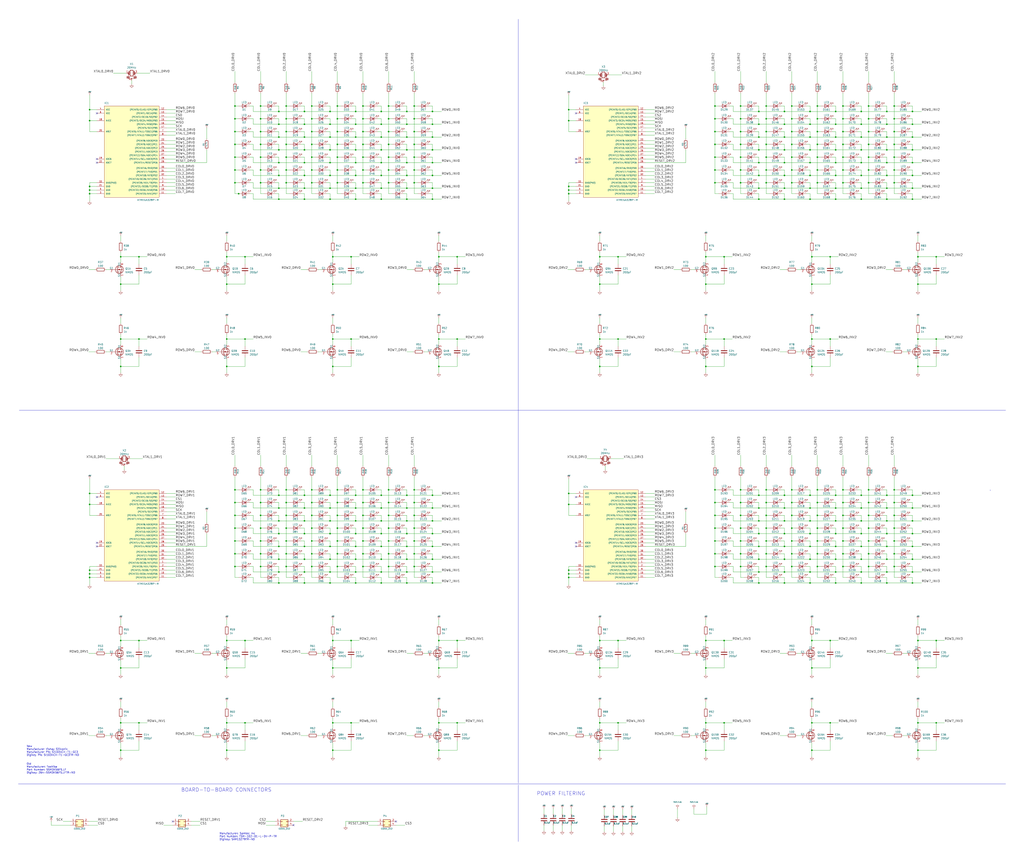
<source format=kicad_sch>
(kicad_sch (version 20231120) (generator "eeschema") (generator_version "8.0")
  (paper "User" 711.2 596.9)
  (title_block (title "G4.1 Driver 40mm ATMega") (date "2024-07-29") (rev "1.9.4") (company "Reiser Lab @ Janelia"))
  (junction (at 585.47 340.36))
  (junction (at 394.97 129.54))
  (junction (at 193.675 121.92))
  (junction (at 514.35 349.25))
  (junction (at 585.47 109.22))
  (junction (at 580.39 138.43))
  (junction (at 269.875 340.36))
  (junction (at 603.25 127))
  (junction (at 193.675 344.17))
  (junction (at 549.91 375.92))
  (junction (at 603.25 100.33))
  (junction (at 585.47 100.33))
  (junction (at 264.795 370.84))
  (junction (at 211.455 130.81))
  (junction (at 282.575 388.62))
  (junction (at 496.57 118.11))
  (junction (at 170.18 178.435))
  (junction (at 563.88 521.335))
  (junction (at 549.91 82.55))
  (junction (at 532.13 127))
  (junction (at 514.35 384.81))
  (junction (at 598.17 104.14))
  (junction (at 300.355 353.06))
  (junction (at 83.82 235.585))
  (junction (at 549.91 393.7))
  (junction (at 585.47 375.92))
  (junction (at 300.355 138.43))
  (junction (at 527.05 113.03))
  (junction (at 269.875 384.81))
  (junction (at 234.315 91.44))
  (junction (at 247.015 130.81))
  (junction (at 514.35 109.22))
  (junction (at 496.57 100.33))
  (junction (at 615.95 405.13))
  (junction (at 211.455 138.43))
  (junction (at 496.57 375.92))
  (junction (at 231.14 445.135))
  (junction (at 229.235 77.47))
  (junction (at 633.73 353.06))
  (junction (at 496.57 127))
  (junction (at 496.57 340.36))
  (junction (at 282.575 86.36))
  (junction (at 252.095 349.25))
  (junction (at 300.355 388.62))
  (junction (at 229.235 370.84))
  (junction (at 496.57 109.22))
  (junction (at 615.95 388.62))
  (junction (at 96.52 178.435))
  (junction (at 532.13 340.36))
  (junction (at 580.39 77.47))
  (junction (at 598.17 388.62))
  (junction (at 264.795 77.47))
  (junction (at 562.61 86.36))
  (junction (at 544.83 121.92))
  (junction (at 532.13 109.22))
  (junction (at 269.875 349.25))
  (junction (at 496.57 82.55))
  (junction (at 562.61 113.03))
  (junction (at 229.235 405.13))
  (junction (at 163.195 367.03))
  (junction (at 193.675 361.95))
  (junction (at 563.88 502.285))
  (junction (at 527.05 77.47))
  (junction (at 580.39 405.13))
  (junction (at 567.69 393.7))
  (junction (at 282.575 361.95))
  (junction (at 603.25 91.44))
  (junction (at 580.39 86.36))
  (junction (at 287.655 393.7))
  (junction (at 229.235 138.43))
  (junction (at 621.03 73.66))
  (junction (at 514.35 91.44))
  (junction (at 615.95 353.06))
  (junction (at 621.03 118.11))
  (junction (at 243.84 502.285))
  (junction (at 198.755 109.22))
  (junction (at 567.69 100.33))
  (junction (at 180.975 367.03))
  (junction (at 216.535 118.11))
  (junction (at 282.575 95.25))
  (junction (at 598.17 130.81))
  (junction (at 304.8 521.335))
  (junction (at 394.97 398.78))
  (junction (at 180.975 82.55))
  (junction (at 264.795 121.92))
  (junction (at 549.91 91.44))
  (junction (at 496.57 73.66))
  (junction (at 576.58 178.435))
  (junction (at 300.355 113.03))
  (junction (at 549.91 100.33))
  (junction (at 300.355 361.95))
  (junction (at 83.82 502.285))
  (junction (at 563.88 464.185))
  (junction (at 157.48 502.285))
  (junction (at 282.575 379.73))
  (junction (at 163.195 358.14))
  (junction (at 394.97 396.24))
  (junction (at 567.69 340.36))
  (junction (at 562.61 353.06))
  (junction (at 621.03 109.22))
  (junction (at 490.22 502.285))
  (junction (at 229.235 344.17))
  (junction (at 637.54 521.335))
  (junction (at 229.235 121.92))
  (junction (at 615.95 86.36))
  (junction (at 252.095 367.03))
  (junction (at 180.975 358.14))
  (junction (at 527.05 130.81))
  (junction (at 502.92 502.285))
  (junction (at 282.575 397.51))
  (junction (at 394.97 134.62))
  (junction (at 562.61 104.14))
  (junction (at 300.355 130.81))
  (junction (at 580.39 353.06))
  (junction (at 282.575 104.14))
  (junction (at 585.47 384.81))
  (junction (at 544.83 370.84))
  (junction (at 580.39 104.14))
  (junction (at 496.57 349.25))
  (junction (at 621.03 393.7))
  (junction (at 287.655 73.66))
  (junction (at 549.91 349.25))
  (junction (at 580.39 370.84))
  (junction (at 490.22 197.485))
  (junction (at 621.03 127))
  (junction (at 287.655 91.44))
  (junction (at 216.535 393.7))
  (junction (at 211.455 113.03))
  (junction (at 198.755 393.7))
  (junction (at 211.455 86.36))
  (junction (at 252.095 82.55))
  (junction (at 247.015 397.51))
  (junction (at 300.355 370.84))
  (junction (at 229.235 388.62))
  (junction (at 598.17 113.03))
  (junction (at 549.91 340.36))
  (junction (at 157.48 235.585))
  (junction (at 317.5 178.435))
  (junction (at 621.03 375.92))
  (junction (at 317.5 235.585))
  (junction (at 527.05 397.51))
  (junction (at 563.88 445.135))
  (junction (at 269.875 73.66))
  (junction (at 300.355 379.73))
  (junction (at 264.795 95.25))
  (junction (at 252.095 118.11))
  (junction (at 304.8 178.435))
  (junction (at 287.655 340.36))
  (junction (at 282.575 113.03))
  (junction (at 603.25 340.36))
  (junction (at 252.095 384.81))
  (junction (at 211.455 361.95))
  (junction (at 252.095 127))
  (junction (at 637.54 445.135))
  (junction (at 193.675 353.06))
  (junction (at 165.735 134.62))
  (junction (at 163.195 349.25))
  (junction (at 580.39 388.62))
  (junction (at 576.58 235.585))
  (junction (at 282.575 138.43))
  (junction (at 563.88 197.485))
  (junction (at 527.05 95.25))
  (junction (at 562.61 138.43))
  (junction (at 580.39 344.17))
  (junction (at 269.875 91.44))
  (junction (at 62.23 342.9))
  (junction (at 193.675 86.36))
  (junction (at 243.84 445.135))
  (junction (at 247.015 95.25))
  (junction (at 615.95 113.03))
  (junction (at 633.73 344.17))
  (junction (at 567.69 367.03))
  (junction (at 502.92 445.135))
  (junction (at 527.05 344.17))
  (junction (at 585.47 73.66))
  (junction (at 231.14 464.185))
  (junction (at 585.47 127))
  (junction (at 83.82 521.335))
  (junction (at 544.83 130.81))
  (junction (at 96.52 445.135))
  (junction (at 585.47 82.55))
  (junction (at 300.355 397.51))
  (junction (at 603.25 375.92))
  (junction (at 304.8 254.635))
  (junction (at 287.655 109.22))
  (junction (at 416.56 197.485))
  (junction (at 180.975 127))
  (junction (at 287.655 367.03))
  (junction (at 287.655 349.25))
  (junction (at 282.575 405.13))
  (junction (at 282.575 130.81))
  (junction (at 282.575 344.17))
  (junction (at 282.575 353.06))
  (junction (at 598.17 370.84))
  (junction (at 633.73 397.51))
  (junction (at 231.14 521.335))
  (junction (at 603.25 393.7))
  (junction (at 650.24 178.435))
  (junction (at 527.05 361.95))
  (junction (at 264.795 397.51))
  (junction (at 416.56 254.635))
  (junction (at 621.03 358.14))
  (junction (at 637.54 197.485))
  (junction (at 287.655 100.33))
  (junction (at 416.56 445.135))
  (junction (at 544.83 113.03))
  (junction (at 562.61 130.81))
  (junction (at 247.015 104.14))
  (junction (at 490.22 464.185))
  (junction (at 170.18 235.585))
  (junction (at 544.83 344.17))
  (junction (at 193.675 104.14))
  (junction (at 598.17 121.92))
  (junction (at 300.355 86.36))
  (junction (at 264.795 104.14))
  (junction (at 416.56 178.435))
  (junction (at 496.57 91.44))
  (junction (at 269.875 358.14))
  (junction (at 544.83 361.95))
  (junction (at 615.95 379.73))
  (junction (at 416.56 464.185))
  (junction (at 598.17 405.13))
  (junction (at 317.5 502.285))
  (junction (at 234.315 109.22))
  (junction (at 180.975 118.11))
  (junction (at 580.39 361.95))
  (junction (at 193.675 138.43))
  (junction (at 563.88 178.435))
  (junction (at 83.82 464.185))
  (junction (at 198.755 91.44))
  (junction (at 585.47 118.11))
  (junction (at 544.83 353.06))
  (junction (at 180.975 73.66))
  (junction (at 198.755 127))
  (junction (at 562.61 397.51))
  (junction (at 549.91 384.81))
  (junction (at 532.13 375.92))
  (junction (at 615.95 104.14))
  (junction (at 514.35 393.7))
  (junction (at 247.015 379.73))
  (junction (at 247.015 77.47))
  (junction (at 264.795 388.62))
  (junction (at 496.57 358.14))
  (junction (at 544.83 388.62))
  (junction (at 633.73 138.43))
  (junction (at 83.82 178.435))
  (junction (at 234.315 73.66))
  (junction (at 633.73 379.73))
  (junction (at 633.73 104.14))
  (junction (at 514.35 73.66))
  (junction (at 287.655 118.11))
  (junction (at 269.875 375.92))
  (junction (at 490.22 254.635))
  (junction (at 567.69 384.81))
  (junction (at 633.73 405.13))
  (junction (at 170.18 502.285))
  (junction (at 562.61 405.13))
  (junction (at 198.755 82.55))
  (junction (at 514.35 118.11))
  (junction (at 562.61 77.47))
  (junction (at 394.97 401.32))
  (junction (at 490.22 178.435))
  (junction (at 157.48 254.635))
  (junction (at 567.69 118.11))
  (junction (at 62.23 396.24))
  (junction (at 234.315 100.33))
  (junction (at 229.235 397.51))
  (junction (at 567.69 82.55))
  (junction (at 264.795 130.81))
  (junction (at 62.23 398.78))
  (junction (at 287.655 375.92))
  (junction (at 580.39 379.73))
  (junction (at 180.975 349.25))
  (junction (at 216.535 82.55))
  (junction (at 231.14 254.635))
  (junction (at 198.755 118.11))
  (junction (at 615.95 130.81))
  (junction (at 490.22 445.135))
  (junction (at 229.235 361.95))
  (junction (at 198.755 73.66))
  (junction (at 264.795 361.95))
  (junction (at 603.25 358.14))
  (junction (at 211.455 121.92))
  (junction (at 216.535 340.36))
  (junction (at 234.315 127))
  (junction (at 544.83 77.47))
  (junction (at 83.82 197.485))
  (junction (at 193.675 77.47))
  (junction (at 527.05 86.36))
  (junction (at 157.48 197.485))
  (junction (at 633.73 388.62))
  (junction (at 567.69 349.25))
  (junction (at 211.455 370.84))
  (junction (at 216.535 100.33))
  (junction (at 598.17 344.17))
  (junction (at 163.195 384.81))
  (junction (at 633.73 113.03))
  (junction (at 598.17 95.25))
  (junction (at 180.975 100.33))
  (junction (at 633.73 86.36))
  (junction (at 598.17 379.73))
  (junction (at 562.61 370.84))
  (junction (at 282.575 77.47))
  (junction (at 198.755 384.81))
  (junction (at 603.25 109.22))
  (junction (at 243.84 178.435))
  (junction (at 211.455 344.17))
  (junction (at 532.13 100.33))
  (junction (at 580.39 130.81))
  (junction (at 615.95 138.43))
  (junction (at 170.18 445.135))
  (junction (at 163.195 82.55))
  (junction (at 502.92 235.585))
  (junction (at 394.97 132.08))
  (junction (at 180.975 393.7))
  (junction (at 216.535 127))
  (junction (at 264.795 86.36))
  (junction (at 585.47 393.7))
  (junction (at 603.25 384.81))
  (junction (at 62.23 83.82))
  (junction (at 252.095 73.66))
  (junction (at 317.5 445.135))
  (junction (at 247.015 370.84))
  (junction (at 562.61 344.17))
  (junction (at 527.05 370.84))
  (junction (at 532.13 118.11))
  (junction (at 234.315 118.11))
  (junction (at 544.83 138.43))
  (junction (at 247.015 405.13))
  (junction (at 562.61 95.25))
  (junction (at 490.22 521.335))
  (junction (at 229.235 353.06))
  (junction (at 621.03 349.25))
  (junction (at 163.195 91.44))
  (junction (at 567.69 91.44))
  (junction (at 580.39 113.03))
  (junction (at 527.05 104.14))
  (junction (at 234.315 349.25))
  (junction (at 211.455 405.13))
  (junction (at 198.755 367.03))
  (junction (at 637.54 254.635))
  (junction (at 264.795 344.17))
  (junction (at 216.535 358.14))
  (junction (at 514.35 367.03))
  (junction (at 157.48 521.335))
  (junction (at 650.24 502.285))
  (junction (at 621.03 367.03))
  (junction (at 585.47 367.03))
  (junction (at 193.675 95.25))
  (junction (at 247.015 138.43))
  (junction (at 198.755 358.14))
  (junction (at 532.13 393.7))
  (junction (at 615.95 344.17))
  (junction (at 247.015 388.62))
  (junction (at 264.795 138.43))
  (junction (at 211.455 353.06))
  (junction (at 252.095 100.33))
  (junction (at 163.195 73.66))
  (junction (at 96.52 235.585))
  (junction (at 216.535 367.03))
  (junction (at 229.235 379.73))
  (junction (at 180.975 91.44))
  (junction (at 62.23 350.52))
  (junction (at 304.8 464.185))
  (junction (at 650.24 235.585))
  (junction (at 527.05 388.62))
  (junction (at 300.355 95.25))
  (junction (at 544.83 104.14))
  (junction (at 300.355 104.14))
  (junction (at 615.95 77.47))
  (junction (at 247.015 113.03))
  (junction (at 603.25 367.03))
  (junction (at 304.8 235.585))
  (junction (at 603.25 118.11))
  (junction (at 269.875 109.22))
  (junction (at 615.95 95.25))
  (junction (at 252.095 340.36))
  (junction (at 598.17 138.43))
  (junction (at 549.91 367.03))
  (junction (at 637.54 502.285))
  (junction (at 231.14 502.285))
  (junction (at 269.875 367.03))
  (junction (at 394.97 350.52))
  (junction (at 576.58 445.135))
  (junction (at 416.56 502.285))
  (junction (at 62.23 134.62))
  (junction (at 180.975 375.92))
  (junction (at 576.58 502.285))
  (junction (at 615.95 397.51))
  (junction (at 562.61 388.62))
  (junction (at 211.455 77.47))
  (junction (at 198.755 340.36))
  (junction (at 544.83 397.51))
  (junction (at 490.22 235.585))
  (junction (at 83.82 445.135))
  (junction (at 637.54 235.585))
  (junction (at 211.455 397.51))
  (junction (at 269.875 127))
  (junction (at 567.69 127))
  (junction (at 62.23 401.32))
  (junction (at 163.195 375.92))
  (junction (at 532.13 358.14))
  (junction (at 532.13 384.81))
  (junction (at 544.83 86.36))
  (junction (at 394.97 342.9))
  (junction (at 247.015 86.36))
  (junction (at 157.48 178.435))
  (junction (at 567.69 358.14))
  (junction (at 549.91 118.11))
  (junction (at 514.35 340.36))
  (junction (at 580.39 95.25))
  (junction (at 549.91 358.14))
  (junction (at 62.23 132.08))
  (junction (at 211.455 379.73))
  (junction (at 598.17 77.47))
  (junction (at 300.355 405.13))
  (junction (at 514.35 82.55))
  (junction (at 514.35 127))
  (junction (at 229.235 113.03))
  (junction (at 163.195 340.36))
  (junction (at 211.455 388.62))
  (junction (at 62.23 129.54))
  (junction (at 234.315 384.81))
  (junction (at 562.61 379.73))
  (junction (at 216.535 349.25))
  (junction (at 269.875 82.55))
  (junction (at 621.03 91.44))
  (junction (at 247.015 353.06))
  (junction (at 300.355 77.47))
  (junction (at 304.8 197.485))
  (junction (at 157.48 445.135))
  (junction (at 180.975 109.22))
  (junction (at 567.69 375.92))
  (junction (at 633.73 77.47))
  (junction (at 198.755 375.92))
  (junction (at 264.795 113.03))
  (junction (at 252.095 358.14))
  (junction (at 193.675 405.13))
  (junction (at 598.17 353.06))
  (junction (at 563.88 235.585))
  (junction (at 580.39 397.51))
  (junction (at 62.23 76.2))
  (junction (at 637.54 178.435))
  (junction (at 300.355 344.17))
  (junction (at 247.015 121.92))
  (junction (at 198.755 349.25))
  (junction (at 598.17 361.95))
  (junction (at 180.975 384.81))
  (junction (at 527.05 138.43))
  (junction (at 633.73 361.95))
  (junction (at 621.03 384.81))
  (junction (at 527.05 379.73))
  (junction (at 163.195 118.11))
  (junction (at 633.73 130.81))
  (junction (at 598.17 86.36))
  (junction (at 211.455 104.14))
  (junction (at 229.235 86.36))
  (junction (at 234.315 82.55))
  (junction (at 229.235 95.25))
  (junction (at 269.875 100.33))
  (junction (at 580.39 121.92))
  (junction (at 562.61 121.92))
  (junction (at 216.535 91.44))
  (junction (at 598.17 397.51))
  (junction (at 567.69 109.22))
  (junction (at 633.73 370.84))
  (junction (at 264.795 353.06))
  (junction (at 247.015 344.17))
  (junction (at 163.195 393.7))
  (junction (at 269.875 393.7))
  (junction (at 180.975 340.36))
  (junction (at 416.56 521.335))
  (junction (at 231.14 235.585))
  (junction (at 549.91 127))
  (junction (at 304.8 445.135))
  (junction (at 429.26 445.135))
  (junction (at 650.24 445.135))
  (junction (at 563.88 254.635))
  (junction (at 527.05 121.92))
  (junction (at 193.675 388.62))
  (junction (at 234.315 393.7))
  (junction (at 211.455 95.25))
  (junction (at 231.14 178.435))
  (junction (at 216.535 384.81))
  (junction (at 229.235 130.81))
  (junction (at 544.83 379.73))
  (junction (at 193.675 370.84))
  (junction (at 603.25 349.25))
  (junction (at 287.655 82.55))
  (junction (at 193.675 130.81))
  (junction (at 496.57 384.81))
  (junction (at 252.095 91.44))
  (junction (at 282.575 370.84))
  (junction (at 549.91 73.66))
  (junction (at 243.84 235.585))
  (junction (at 562.61 361.95))
  (junction (at 532.13 349.25))
  (junction (at 234.315 375.92))
  (junction (at 163.195 109.22))
  (junction (at 193.675 397.51))
  (junction (at 163.195 100.33))
  (junction (at 514.35 358.14))
  (junction (at 621.03 340.36))
  (junction (at 603.25 82.55))
  (junction (at 637.54 464.185))
  (junction (at 429.26 502.285))
  (junction (at 269.875 118.11))
  (junction (at 429.26 178.435))
  (junction (at 621.03 82.55))
  (junction (at 282.575 121.92))
  (junction (at 304.8 502.285))
  (junction (at 264.795 379.73))
  (junction (at 163.195 127))
  (junction (at 234.315 340.36))
  (junction (at 549.91 109.22))
  (junction (at 527.05 405.13))
  (junction (at 514.35 375.92))
  (junction (at 585.47 349.25))
  (junction (at 96.52 502.285))
  (junction (at 532.13 91.44))
  (junction (at 287.655 384.81))
  (junction (at 231.14 197.485))
  (junction (at 234.315 367.03))
  (junction (at 252.095 109.22))
  (junction (at 216.535 375.92))
  (junction (at 585.47 358.14))
  (junction (at 300.355 121.92))
  (junction (at 527.05 353.06))
  (junction (at 287.655 127))
  (junction (at 615.95 121.92))
  (junction (at 615.95 361.95))
  (junction (at 496.57 367.03))
  (junction (at 264.795 405.13))
  (junction (at 532.13 73.66))
  (junction (at 585.47 91.44))
  (junction (at 83.82 254.635))
  (junction (at 416.56 235.585))
  (junction (at 532.13 82.55))
  (junction (at 544.83 405.13))
  (junction (at 252.095 375.92))
  (junction (at 247.015 361.95))
  (junction (at 603.25 73.66))
  (junction (at 252.095 393.7))
  (junction (at 496.57 393.7))
  (junction (at 394.97 76.2))
  (junction (at 234.315 358.14))
  (junction (at 198.755 100.33))
  (junction (at 615.95 370.84))
  (junction (at 514.35 100.33))
  (junction (at 621.03 100.33))
  (junction (at 567.69 73.66))
  (junction (at 193.675 113.03))
  (junction (at 633.73 95.25))
  (junction (at 544.83 95.25))
  (junction (at 502.92 178.435))
  (junction (at 216.535 73.66))
  (junction (at 193.675 379.73))
  (junction (at 532.13 367.03))
  (junction (at 287.655 358.14))
  (junction (at 633.73 121.92))
  (junction (at 394.97 83.82))
  (junction (at 157.48 464.185))
  (junction (at 216.535 109.22))
  (junction (at 429.26 235.585))
  (junction (at 229.235 104.14))
  (no_connect (at 67.31 345.44))
  (no_connect (at 67.31 110.49))
  (no_connect (at 120.015 570.865))
  (no_connect (at 400.05 379.73))
  (no_connect (at 400.05 113.03))
  (no_connect (at 67.31 379.73))
  (no_connect (at 400.05 78.74))
  (no_connect (at 400.05 110.49))
  (no_connect (at 203.835 573.405))
  (no_connect (at 67.31 377.19))
  (no_connect (at 67.31 113.03))
  (no_connect (at 400.05 377.19))
  (no_connect (at 400.05 345.44))
  (no_connect (at 67.31 78.74))
  (no_connect (at 274.955 570.865))
  (wire (pts (xy 183.515 109.22) (xy 180.975 109.22)))
  (wire (pts (xy 282.575 82.55) (xy 282.575 86.36)))
  (wire (pts (xy 390.525 561.975) (xy 390.525 565.785)))
  (wire (pts (xy 633.73 73.66) (xy 631.19 73.66)))
  (wire (pts (xy 633.73 118.11) (xy 633.73 121.92)))
  (wire (pts (xy 183.515 82.55) (xy 180.975 82.55)))
  (wire (pts (xy 163.195 73.66) (xy 163.195 82.55)))
  (wire (pts (xy 527.05 379.73) (xy 544.83 379.73)))
  (wire (pts (xy 633.73 349.25) (xy 631.19 349.25)))
  (wire (pts (xy 247.015 384.81) (xy 247.015 388.62)))
  (wire (pts (xy 229.235 121.92) (xy 247.015 121.92)))
  (wire (pts (xy 509.27 134.62) (xy 506.73 134.62)))
  (wire (pts (xy 282.575 358.14) (xy 280.035 358.14)))
  (wire (pts (xy 304.8 175.26) (xy 304.8 178.435)))
  (wire (pts (xy 300.355 384.81) (xy 300.355 388.62)))
  (wire (pts (xy 269.875 91.44) (xy 269.875 100.33)))
  (wire (pts (xy 304.8 487.68) (xy 304.8 491.49)))
  (wire (pts (xy 247.015 95.25) (xy 264.795 95.25)))
  (wire (pts (xy 637.54 178.435) (xy 650.24 178.435)))
  (wire (pts (xy 532.13 82.55) (xy 532.13 91.44)))
  (wire (pts (xy 157.48 464.185) (xy 170.18 464.185)))
  (wire (pts (xy 621.03 358.14) (xy 621.03 367.03)))
  (wire (pts (xy 448.31 129.54) (xy 454.66 129.54)))
  (wire (pts (xy 163.195 91.44) (xy 163.195 100.33)))
  (wire (pts (xy 175.895 73.66) (xy 175.895 77.47)))
  (wire (pts (xy 170.18 464.185) (xy 170.18 457.835)))
  (wire (pts (xy 615.95 397.51) (xy 633.73 397.51)))
  (wire (pts (xy 532.13 127) (xy 532.13 134.62)))
  (wire (pts (xy 163.195 127) (xy 163.195 134.62)))
  (wire (pts (xy 304.8 192.405) (xy 304.8 197.485)))
  (wire (pts (xy 576.58 445.135) (xy 576.58 450.215)))
  (wire (pts (xy 234.315 57.15) (xy 234.315 49.53)))
  (wire (pts (xy 193.675 127) (xy 191.135 127)))
  (wire (pts (xy 211.455 134.62) (xy 211.455 138.43)))
  (wire (pts (xy 211.455 393.7) (xy 208.915 393.7)))
  (wire (pts (xy 234.315 82.55) (xy 234.315 91.44)))
  (wire (pts (xy 588.01 340.36) (xy 585.47 340.36)))
  (wire (pts (xy 605.79 127) (xy 603.25 127)))
  (wire (pts (xy 193.675 393.7) (xy 191.135 393.7)))
  (wire (pts (xy 615.95 73.66) (xy 615.95 77.47)))
  (wire (pts (xy 585.47 358.14) (xy 585.47 367.03)))
  (wire (pts (xy 499.11 393.7) (xy 496.57 393.7)))
  (wire (pts (xy 219.075 82.55) (xy 216.535 82.55)))
  (wire (pts (xy 562.61 118.11) (xy 562.61 121.92)))
  (polyline (pts (xy 12.7 544.83) (xy 360.045 544.83)))
  (wire (pts (xy 264.795 367.03) (xy 264.795 370.84)))
  (wire (pts (xy 211.455 118.11) (xy 208.915 118.11)))
  (wire (pts (xy 229.235 100.33) (xy 229.235 104.14)))
  (wire (pts (xy 549.91 358.14) (xy 549.91 367.03)))
  (wire (pts (xy 532.13 316.23) (xy 532.13 323.85)))
  (wire (pts (xy 282.575 187.325) (xy 287.02 187.325)))
  (wire (pts (xy 562.61 405.13) (xy 580.39 405.13)))
  (wire (pts (xy 476.25 104.14) (xy 476.25 113.03)))
  (wire (pts (xy 544.83 388.62) (xy 562.61 388.62)))
  (wire (pts (xy 615.95 349.25) (xy 613.41 349.25)))
  (wire (pts (xy 300.355 397.51) (xy 306.705 397.51)))
  (wire (pts (xy 563.88 175.26) (xy 563.88 178.435)))
  (wire (pts (xy 175.895 73.66) (xy 173.355 73.66)))
  (wire (pts (xy 580.39 77.47) (xy 598.17 77.47)))
  (wire (pts (xy 621.03 64.77) (xy 621.03 73.66)))
  (wire (pts (xy 621.03 100.33) (xy 621.03 109.22)))
  (wire (pts (xy 83.82 220.98) (xy 83.82 224.79)))
  (wire (pts (xy 603.25 349.25) (xy 603.25 358.14)))
  (wire (pts (xy 544.83 134.62) (xy 544.83 138.43)))
  (wire (pts (xy 562.61 109.22) (xy 560.07 109.22)))
  (wire (pts (xy 157.48 220.98) (xy 157.48 224.79)))
  (wire (pts (xy 588.01 358.14) (xy 585.47 358.14)))
  (wire (pts (xy 621.03 340.36) (xy 621.03 349.25)))
  (wire (pts (xy 598.17 82.55) (xy 595.63 82.55)))
  (wire (pts (xy 633.73 358.14) (xy 633.73 361.95)))
  (wire (pts (xy 580.39 113.03) (xy 598.17 113.03)))
  (wire (pts (xy 282.575 401.32) (xy 280.035 401.32)))
  (wire (pts (xy 633.73 370.84) (xy 640.08 370.84)))
  (wire (pts (xy 157.48 445.135) (xy 170.18 445.135)))
  (wire (pts (xy 514.35 73.66) (xy 514.35 82.55)))
  (wire (pts (xy 544.83 134.62) (xy 542.29 134.62)))
  (wire (pts (xy 562.61 130.81) (xy 580.39 130.81)))
  (wire (pts (xy 211.455 113.03) (xy 229.235 113.03)))
  (wire (pts (xy 544.83 370.84) (xy 562.61 370.84)))
  (wire (pts (xy 282.575 393.7) (xy 280.035 393.7)))
  (wire (pts (xy 637.54 487.68) (xy 637.54 491.49)))
  (wire (pts (xy 514.35 49.53) (xy 514.35 57.15)))
  (wire (pts (xy 180.975 384.81) (xy 180.975 393.7)))
  (wire (pts (xy 490.22 220.98) (xy 490.22 224.79)))
  (wire (pts (xy 580.39 121.92) (xy 598.17 121.92)))
  (wire (pts (xy 175.895 353.06) (xy 193.675 353.06)))
  (wire (pts (xy 502.92 445.135) (xy 502.92 450.215)))
  (wire (pts (xy 623.57 134.62) (xy 621.03 134.62)))
  (wire (pts (xy 198.755 64.77) (xy 198.755 73.66)))
  (wire (pts (xy 287.655 82.55) (xy 287.655 91.44)))
  (wire (pts (xy 627.38 187.325) (xy 629.92 187.325)))
  (wire (pts (xy 269.875 64.77) (xy 269.875 73.66)))
  (wire (pts (xy 621.03 323.85) (xy 621.03 316.23)))
  (wire (pts (xy 563.88 521.335) (xy 563.88 525.78)))
  (wire (pts (xy 605.79 349.25) (xy 603.25 349.25)))
  (wire (pts (xy 532.13 100.33) (xy 532.13 109.22)))
  (wire (pts (xy 304.8 445.135) (xy 317.5 445.135)))
  (wire (pts (xy 621.03 118.11) (xy 621.03 127)))
  (wire (pts (xy 82.55 318.77) (xy 73.66 318.77)))
  (wire (pts (xy 163.195 49.53) (xy 163.195 57.15)))
  (wire (pts (xy 406.4 454.025) (xy 408.94 454.025)))
  (wire (pts (xy 390.525 573.405) (xy 390.525 577.215)))
  (wire (pts (xy 193.675 109.22) (xy 191.135 109.22)))
  (wire (pts (xy 514.35 393.7) (xy 514.35 401.32)))
  (wire (pts (xy 115.57 132.08) (xy 121.92 132.08)))
  (wire (pts (xy 272.415 127) (xy 269.875 127)))
  (wire (pts (xy 247.015 388.62) (xy 264.795 388.62)))
  (wire (pts (xy 637.54 178.435) (xy 637.54 182.245)))
  (wire (pts (xy 570.23 73.66) (xy 567.69 73.66)))
  (wire (pts (xy 563.88 254.635) (xy 576.58 254.635)))
  (wire (pts (xy 219.075 393.7) (xy 216.535 393.7)))
  (wire (pts (xy 562.61 73.66) (xy 562.61 77.47)))
  (wire (pts (xy 67.31 134.62) (xy 62.23 134.62)))
  (wire (pts (xy 252.095 331.47) (xy 252.095 340.36)))
  (wire (pts (xy 211.455 401.32) (xy 208.915 401.32)))
  (wire (pts (xy 562.61 344.17) (xy 580.39 344.17)))
  (wire (pts (xy 243.84 235.585) (xy 243.84 240.665)))
  (wire (pts (xy 180.975 82.55) (xy 180.975 91.44)))
  (wire (pts (xy 304.8 516.255) (xy 304.8 521.335)))
  (wire (pts (xy 603.25 384.81) (xy 603.25 393.7)))
  (wire (pts (xy 563.88 464.185) (xy 576.58 464.185)))
  (wire (pts (xy 115.57 342.9) (xy 121.92 342.9)))
  (wire (pts (xy 163.195 367.03) (xy 163.195 375.92)))
  (wire (pts (xy 231.14 163.83) (xy 231.14 167.64)))
  (wire (pts (xy 633.73 127) (xy 633.73 130.81)))
  (wire (pts (xy 193.675 82.55) (xy 193.675 86.36)))
  (wire (pts (xy 563.88 516.255) (xy 563.88 521.335)))
  (wire (pts (xy 83.82 178.435) (xy 96.52 178.435)))
  (wire (pts (xy 570.23 393.7) (xy 567.69 393.7)))
  (wire (pts (xy 552.45 134.62) (xy 549.91 134.62)))
  (wire (pts (xy 198.755 375.92) (xy 198.755 384.81)))
  (wire (pts (xy 236.855 118.11) (xy 234.315 118.11)))
  (wire (pts (xy 175.895 91.44) (xy 175.895 95.25)))
  (wire (pts (xy 247.015 375.92) (xy 247.015 379.73)))
  (wire (pts (xy 496.57 367.03) (xy 496.57 375.92)))
  (wire (pts (xy 287.655 91.44) (xy 287.655 100.33)))
  (wire (pts (xy 633.73 95.25) (xy 640.08 95.25)))
  (wire (pts (xy 73.66 244.475) (xy 76.2 244.475)))
  (wire (pts (xy 193.675 86.36) (xy 211.455 86.36)))
  (wire (pts (xy 165.735 109.22) (xy 163.195 109.22)))
  (wire (pts (xy 211.455 121.92) (xy 229.235 121.92)))
  (wire (pts (xy 175.895 405.13) (xy 193.675 405.13)))
  (wire (pts (xy 180.975 64.77) (xy 180.975 73.66)))
  (wire (pts (xy 598.17 361.95) (xy 615.95 361.95)))
  (wire (pts (xy 163.195 384.81) (xy 163.195 393.7)))
  (wire (pts (xy 91.44 55.88) (xy 91.44 58.42)))
  (wire (pts (xy 514.35 82.55) (xy 514.35 91.44)))
  (wire (pts (xy 499.11 100.33) (xy 496.57 100.33)))
  (wire (pts (xy 282.575 367.03) (xy 282.575 370.84)))
  (wire (pts (xy 243.84 178.435) (xy 249.555 178.435)))
  (wire (pts (xy 490.22 197.485) (xy 502.92 197.485)))
  (wire (pts (xy 580.39 109.22) (xy 577.85 109.22)))
  (wire (pts (xy 534.67 127) (xy 532.13 127)))
  (wire (pts (xy 243.84 502.285) (xy 243.84 507.365)))
  (wire (pts (xy 282.575 405.13) (xy 300.355 405.13)))
  (wire (pts (xy 502.92 235.585) (xy 502.92 240.665)))
  (wire (pts (xy 415.29 52.07) (xy 406.4 52.07)))
  (wire (pts (xy 615.315 187.325) (xy 619.76 187.325)))
  (wire (pts (xy 637.54 459.105) (xy 637.54 464.185)))
  (wire (pts (xy 282.575 91.44) (xy 280.035 91.44)))
  (wire (pts (xy 193.675 134.62) (xy 191.135 134.62)))
  (wire (pts (xy 615.95 358.14) (xy 615.95 361.95)))
  (wire (pts (xy 163.195 358.14) (xy 163.195 367.03)))
  (wire (pts (xy 175.895 388.62) (xy 193.675 388.62)))
  (wire (pts (xy 633.73 340.36) (xy 633.73 344.17)))
  (wire (pts (xy 193.675 340.36) (xy 193.675 344.17)))
  (wire (pts (xy 580.39 344.17) (xy 598.17 344.17)))
  (wire (pts (xy 211.455 77.47) (xy 229.235 77.47)))
  (wire (pts (xy 264.795 82.55) (xy 264.795 86.36)))
  (wire (pts (xy 229.235 73.66) (xy 229.235 77.47)))
  (wire (pts (xy 448.31 383.54) (xy 454.66 383.54)))
  (wire (pts (xy 490.22 192.405) (xy 490.22 197.485)))
  (wire (pts (xy 562.61 367.03) (xy 560.07 367.03)))
  (wire (pts (xy 157.48 254.635) (xy 157.48 259.08)))
  (wire (pts (xy 585.47 323.85) (xy 585.47 316.23)))
  (wire (pts (xy 247.015 121.92) (xy 264.795 121.92)))
  (wire (pts (xy 234.315 375.92) (xy 234.315 384.81)))
  (wire (pts (xy 509.27 82.55) (xy 506.73 82.55)))
  (wire (pts (xy 637.54 521.335) (xy 637.54 525.78)))
  (wire (pts (xy 588.01 401.32) (xy 585.47 401.32)))
  (wire (pts (xy 201.295 393.7) (xy 198.755 393.7)))
  (wire (pts (xy 163.195 393.7) (xy 163.195 401.32)))
  (wire (pts (xy 598.17 367.03) (xy 598.17 370.84)))
  (wire (pts (xy 96.52 521.335) (xy 96.52 514.985)))
  (wire (pts (xy 567.69 323.85) (xy 567.69 316.23)))
  (wire (pts (xy 157.48 232.41) (xy 157.48 235.585)))
  (wire (pts (xy 193.675 100.33) (xy 191.135 100.33)))
  (wire (pts (xy 562.61 127) (xy 560.07 127)))
  (wire (pts (xy 570.23 349.25) (xy 567.69 349.25)))
  (wire (pts (xy 170.18 254.635) (xy 170.18 248.285)))
  (wire (pts (xy 633.73 91.44) (xy 633.73 95.25)))
  (wire (pts (xy 193.675 121.92) (xy 211.455 121.92)))
  (wire (pts (xy 588.01 118.11) (xy 585.47 118.11)))
  (wire (pts (xy 637.54 232.41) (xy 637.54 235.585)))
  (wire (pts (xy 175.895 384.81) (xy 173.355 384.81)))
  (wire (pts (xy 603.25 367.03) (xy 603.25 375.92)))
  (wire (pts (xy 637.54 254.635) (xy 637.54 259.08)))
  (wire (pts (xy 603.25 82.55) (xy 603.25 91.44)))
  (wire (pts (xy 598.17 384.81) (xy 598.17 388.62)))
  (wire (pts (xy 570.23 82.55) (xy 567.69 82.55)))
  (wire (pts (xy 300.355 134.62) (xy 300.355 138.43)))
  (wire (pts (xy 499.11 118.11) (xy 496.57 118.11)))
  (wire (pts (xy 549.91 64.77) (xy 549.91 73.66)))
  (wire (pts (xy 562.61 384.81) (xy 560.07 384.81)))
  (wire (pts (xy 580.39 349.25) (xy 580.39 353.06)))
  (wire (pts (xy 580.39 100.33) (xy 577.85 100.33)))
  (wire (pts (xy 198.755 340.36) (xy 198.755 349.25)))
  (wire (pts (xy 211.455 82.55) (xy 211.455 86.36)))
  (wire (pts (xy 509.27 121.92) (xy 527.05 121.92)))
  (wire (pts (xy 400.05 132.08) (xy 394.97 132.08)))
  (wire (pts (xy 240.03 570.865) (xy 262.255 570.865)))
  (wire (pts (xy 236.855 401.32) (xy 234.315 401.32)))
  (wire (pts (xy 163.195 118.11) (xy 163.195 127)))
  (wire (pts (xy 552.45 127) (xy 549.91 127)))
  (wire (pts (xy 576.58 502.285) (xy 582.295 502.285)))
  (wire (pts (xy 633.73 384.81) (xy 633.73 388.62)))
  (wire (pts (xy 96.52 235.585) (xy 102.235 235.585)))
  (wire (pts (xy 580.39 393.7) (xy 577.85 393.7)))
  (wire (pts (xy 567.69 73.66) (xy 567.69 82.55)))
  (wire (pts (xy 514.35 384.81) (xy 514.35 393.7)))
  (wire (pts (xy 198.755 393.7) (xy 198.755 401.32)))
  (wire (pts (xy 598.17 401.32) (xy 598.17 405.13)))
  (wire (pts (xy 416.56 441.96) (xy 416.56 445.135)))
  (wire (pts (xy 429.26 235.585) (xy 434.975 235.585)))
  (wire (pts (xy 603.25 57.15) (xy 603.25 49.53)))
  (wire (pts (xy 216.535 64.77) (xy 216.535 73.66)))
  (wire (pts (xy 48.895 570.865) (xy 43.815 570.865)))
  (wire (pts (xy 304.8 249.555) (xy 304.8 254.635)))
  (wire (pts (xy 567.69 367.03) (xy 567.69 375.92)))
  (wire (pts (xy 115.57 372.11) (xy 121.92 372.11)))
  (wire (pts (xy 231.14 445.135) (xy 243.84 445.135)))
  (wire (pts (xy 175.895 340.36) (xy 173.355 340.36)))
  (wire (pts (xy 157.48 249.555) (xy 157.48 254.635)))
  (wire (pts (xy 183.515 358.14) (xy 180.975 358.14)))
  (wire (pts (xy 623.57 127) (xy 621.03 127)))
  (wire (pts (xy 304.8 464.185) (xy 317.5 464.185)))
  (wire (pts (xy 229.235 95.25) (xy 247.015 95.25)))
  (wire (pts (xy 264.795 353.06) (xy 282.575 353.06)))
  (wire (pts (xy 633.73 121.92) (xy 640.08 121.92)))
  (wire (pts (xy 633.73 127) (xy 631.19 127)))
  (wire (pts (xy 254.635 384.81) (xy 252.095 384.81)))
  (wire (pts (xy 115.57 76.2) (xy 121.92 76.2)))
  (wire (pts (xy 135.255 187.325) (xy 139.7 187.325)))
  (wire (pts (xy 598.17 344.17) (xy 615.95 344.17)))
  (wire (pts (xy 193.675 82.55) (xy 191.135 82.55)))
  (wire (pts (xy 193.675 73.66) (xy 193.675 77.47)))
  (wire (pts (xy 157.48 197.485) (xy 157.48 201.93)))
  (wire (pts (xy 96.52 464.185) (xy 96.52 457.835)))
  (wire (pts (xy 236.855 73.66) (xy 234.315 73.66)))
  (wire (pts (xy 637.54 445.135) (xy 650.24 445.135)))
  (wire (pts (xy 193.675 100.33) (xy 193.675 104.14)))
  (wire (pts (xy 605.79 384.81) (xy 603.25 384.81)))
  (wire (pts (xy 532.13 109.22) (xy 532.13 118.11)))
  (wire (pts (xy 287.655 127) (xy 287.655 134.62)))
  (wire (pts (xy 514.35 331.47) (xy 514.35 340.36)))
  (wire (pts (xy 95.25 50.8) (xy 104.14 50.8)))
  (wire (pts (xy 211.455 358.14) (xy 208.915 358.14)))
  (wire (pts (xy 216.535 57.15) (xy 216.535 49.53)))
  (wire (pts (xy 264.795 367.03) (xy 262.255 367.03)))
  (wire (pts (xy 300.355 82.55) (xy 300.355 86.36)))
  (wire (pts (xy 269.875 375.92) (xy 269.875 384.81)))
  (wire (pts (xy 605.79 358.14) (xy 603.25 358.14)))
  (wire (pts (xy 621.03 82.55) (xy 621.03 91.44)))
  (wire (pts (xy 502.92 502.285) (xy 502.92 507.365)))
  (wire (pts (xy 527.05 367.03) (xy 524.51 367.03)))
  (wire (pts (xy 83.82 235.585) (xy 83.82 239.395)))
  (wire (pts (xy 532.13 64.77) (xy 532.13 73.66)))
  (wire (pts (xy 290.195 127) (xy 287.655 127)))
  (wire (pts (xy 175.895 86.36) (xy 193.675 86.36)))
  (wire (pts (xy 211.455 361.95) (xy 229.235 361.95)))
  (wire (pts (xy 282.575 379.73) (xy 300.355 379.73)))
  (wire (pts (xy 623.57 91.44) (xy 621.03 91.44)))
  (wire (pts (xy 563.88 235.585) (xy 576.58 235.585)))
  (wire (pts (xy 394.97 358.14) (xy 400.05 358.14)))
  (wire (pts (xy 527.05 109.22) (xy 527.05 113.03)))
  (wire (pts (xy 567.69 82.55) (xy 567.69 91.44)))
  (wire (pts (xy 115.57 110.49) (xy 121.92 110.49)))
  (wire (pts (xy 480.06 244.475) (xy 482.6 244.475)))
  (wire (pts (xy 527.05 397.51) (xy 544.83 397.51)))
  (wire (pts (xy 175.895 375.92) (xy 175.895 379.73)))
  (wire (pts (xy 193.675 95.25) (xy 211.455 95.25)))
  (wire (pts (xy 247.015 109.22) (xy 247.015 113.03)))
  (wire (pts (xy 247.015 77.47) (xy 264.795 77.47)))
  (wire (pts (xy 509.27 358.14) (xy 509.27 361.95)))
  (wire (pts (xy 429.26 445.135) (xy 434.975 445.135)))
  (wire (pts (xy 544.83 86.36) (xy 562.61 86.36)))
  (wire (pts (xy 490.22 516.255) (xy 490.22 521.335)))
  (wire (pts (xy 509.27 77.47) (xy 527.05 77.47)))
  (wire (pts (xy 416.56 459.105) (xy 416.56 464.185)))
  (wire (pts (xy 541.655 454.025) (xy 546.1 454.025)))
  (wire (pts (xy 633.73 384.81) (xy 631.19 384.81)))
  (wire (pts (xy 219.075 73.66) (xy 216.535 73.66)))
  (wire (pts (xy 509.27 109.22) (xy 509.27 113.03)))
  (wire (pts (xy 304.8 197.485) (xy 317.5 197.485)))
  (polyline (pts (xy 360.045 544.83) (xy 698.5 544.83)))
  (wire (pts (xy 282.575 91.44) (xy 282.575 95.25)))
  (wire (pts (xy 264.795 100.33) (xy 264.795 104.14)))
  (wire (pts (xy 211.455 130.81) (xy 229.235 130.81)))
  (wire (pts (xy 621.03 331.47) (xy 621.03 340.36)))
  (wire (pts (xy 615.95 379.73) (xy 633.73 379.73)))
  (wire (pts (xy 231.14 249.555) (xy 231.14 254.635)))
  (wire (pts (xy 563.88 499.11) (xy 563.88 502.285)))
  (wire (pts (xy 157.48 459.105) (xy 157.48 464.185)))
  (wire (pts (xy 562.61 353.06) (xy 580.39 353.06)))
  (wire (pts (xy 544.83 358.14) (xy 542.29 358.14)))
  (wire (pts (xy 509.27 82.55) (xy 509.27 86.36)))
  (wire (pts (xy 563.88 197.485) (xy 563.88 201.93)))
  (wire (pts (xy 211.455 370.84) (xy 229.235 370.84)))
  (wire (pts (xy 236.855 393.7) (xy 234.315 393.7)))
  (wire (pts (xy 143.51 355.6) (xy 143.51 363.22)))
  (wire (pts (xy 567.69 340.36) (xy 567.69 349.25)))
  (wire (pts (xy 247.015 118.11) (xy 244.475 118.11)))
  (wire (pts (xy 219.075 100.33) (xy 216.535 100.33)))
  (wire (pts (xy 157.48 464.185) (xy 157.48 468.63)))
  (wire (pts (xy 180.975 109.22) (xy 180.975 118.11)))
  (wire (pts (xy 201.295 100.33) (xy 198.755 100.33)))
  (wire (pts (xy 532.13 91.44) (xy 532.13 100.33)))
  (wire (pts (xy 605.79 91.44) (xy 603.25 91.44)))
  (wire (pts (xy 290.195 340.36) (xy 287.655 340.36)))
  (wire (pts (xy 240.03 570.865) (xy 240.03 574.04)))
  (wire (pts (xy 637.54 430.53) (xy 637.54 434.34)))
  (wire (pts (xy 633.73 118.11) (xy 631.19 118.11)))
  (wire (pts (xy 287.655 349.25) (xy 287.655 358.14)))
  (wire (pts (xy 300.355 100.33) (xy 300.355 104.14)))
  (wire (pts (xy 544.83 127) (xy 542.29 127)))
  (wire (pts (xy 562.61 109.22) (xy 562.61 113.03)))
  (wire (pts (xy 300.355 104.14) (xy 306.705 104.14)))
  (wire (pts (xy 534.67 401.32) (xy 532.13 401.32)))
  (wire (pts (xy 216.535 73.66) (xy 216.535 82.55)))
  (wire (pts (xy 509.27 91.44) (xy 506.73 91.44)))
  (wire (pts (xy 193.675 77.47) (xy 211.455 77.47)))
  (wire (pts (xy 570.23 358.14) (xy 567.69 358.14)))
  (wire (pts (xy 534.67 73.66) (xy 532.13 73.66)))
  (wire (pts (xy 252.095 57.15) (xy 252.095 49.53)))
  (wire (pts (xy 394.97 332.74) (xy 394.97 342.9)))
  (wire (pts (xy 157.48 192.405) (xy 157.48 197.485)))
  (wire (pts (xy 633.73 77.47) (xy 640.08 77.47)))
  (wire (pts (xy 247.015 401.32) (xy 244.475 401.32)))
  (wire (pts (xy 514.35 340.36) (xy 514.35 349.25)))
  (wire (pts (xy 527.05 82.55) (xy 524.51 82.55)))
  (wire (pts (xy 394.97 83.82) (xy 394.97 91.44)))
  (wire (pts (xy 562.61 86.36) (xy 580.39 86.36)))
  (wire (pts (xy 193.675 361.95) (xy 211.455 361.95)))
  (wire (pts (xy 615.315 454.025) (xy 619.76 454.025)))
  (wire (pts (xy 211.455 100.33) (xy 211.455 104.14)))
  (wire (pts (xy 300.355 353.06) (xy 306.705 353.06)))
  (wire (pts (xy 580.39 393.7) (xy 580.39 397.51)))
  (wire (pts (xy 588.01 109.22) (xy 585.47 109.22)))
  (wire (pts (xy 157.48 178.435) (xy 157.48 182.245)))
  (wire (pts (xy 448.31 124.46) (xy 454.66 124.46)))
  (wire (pts (xy 211.455 358.14) (xy 211.455 361.95)))
  (wire (pts (xy 509.27 127) (xy 506.73 127)))
  (wire (pts (xy 282.575 134.62) (xy 282.575 138.43)))
  (wire (pts (xy 627.38 244.475) (xy 629.92 244.475)))
  (wire (pts (xy 62.23 358.14) (xy 67.31 358.14)))
  (wire (pts (xy 282.575 104.14) (xy 300.355 104.14)))
  (wire (pts (xy 549.91 393.7) (xy 549.91 401.32)))
  (wire (pts (xy 527.05 358.14) (xy 527.05 361.95)))
  (wire (pts (xy 615.95 100.33) (xy 615.95 104.14)))
  (wire (pts (xy 234.315 323.85) (xy 234.315 316.23)))
  (wire (pts (xy 180.975 127) (xy 180.975 134.62)))
  (wire (pts (xy 621.03 384.81) (xy 621.03 393.7)))
  (wire (pts (xy 300.355 367.03) (xy 300.355 370.84)))
  (wire (pts (xy 115.57 379.73) (xy 143.51 379.73)))
  (wire (pts (xy 115.57 127) (xy 121.92 127)))
  (wire (pts (xy 180.975 100.33) (xy 180.975 109.22)))
  (wire (pts (xy 247.015 91.44) (xy 247.015 95.25)))
  (wire (pts (xy 157.48 499.11) (xy 157.48 502.285)))
  (wire (pts (xy 509.27 340.36) (xy 506.73 340.36)))
  (wire (pts (xy 567.69 109.22) (xy 567.69 118.11)))
  (wire (pts (xy 621.03 91.44) (xy 621.03 100.33)))
  (wire (pts (xy 83.82 445.135) (xy 83.82 448.945)))
  (wire (pts (xy 570.23 367.03) (xy 567.69 367.03)))
  (wire (pts (xy 175.895 401.32) (xy 175.895 405.13)))
  (wire (pts (xy 580.39 367.03) (xy 580.39 370.84)))
  (wire (pts (xy 62.23 76.2) (xy 62.23 83.82)))
  (wire (pts (xy 254.635 134.62) (xy 252.095 134.62)))
  (wire (pts (xy 304.8 254.635) (xy 304.8 259.08)))
  (wire (pts (xy 499.11 367.03) (xy 496.57 367.03)))
  (wire (pts (xy 549.91 82.55) (xy 549.91 91.44)))
  (wire (pts (xy 562.61 370.84) (xy 580.39 370.84)))
  (wire (pts (xy 180.975 393.7) (xy 180.975 401.32)))
  (wire (pts (xy 580.39 379.73) (xy 598.17 379.73)))
  (wire (pts (xy 567.69 358.14) (xy 567.69 367.03)))
  (wire (pts (xy 67.31 396.24) (xy 62.23 396.24)))
  (wire (pts (xy 264.795 340.36) (xy 264.795 344.17)))
  (wire (pts (xy 605.79 134.62) (xy 603.25 134.62)))
  (wire (pts (xy 532.13 384.81) (xy 532.13 393.7)))
  (wire (pts (xy 603.25 73.66) (xy 603.25 82.55)))
  (wire (pts (xy 532.13 340.36) (xy 532.13 349.25)))
  (wire (pts (xy 175.895 397.51) (xy 193.675 397.51)))
  (wire (pts (xy 175.895 379.73) (xy 193.675 379.73)))
  (wire (pts (xy 211.455 95.25) (xy 229.235 95.25)))
  (wire (pts (xy 231.14 235.585) (xy 231.14 239.395)))
  (wire (pts (xy 637.54 235.585) (xy 650.24 235.585)))
  (wire (pts (xy 580.39 384.81) (xy 580.39 388.62)))
  (wire (pts (xy 201.295 401.32) (xy 198.755 401.32)))
  (wire (pts (xy 165.735 384.81) (xy 163.195 384.81)))
  (wire (pts (xy 264.795 130.81) (xy 282.575 130.81)))
  (wire (pts (xy 236.855 91.44) (xy 234.315 91.44)))
  (wire (pts (xy 490.22 441.96) (xy 490.22 445.135)))
  (wire (pts (xy 562.61 91.44) (xy 562.61 95.25)))
  (wire (pts (xy 157.48 175.26) (xy 157.48 178.435)))
  (wire (pts (xy 603.25 393.7) (xy 603.25 401.32)))
  (wire (pts (xy 219.075 109.22) (xy 216.535 109.22)))
  (wire (pts (xy 448.31 110.49) (xy 454.66 110.49)))
  (wire (pts (xy 247.015 367.03) (xy 247.015 370.84)))
  (wire (pts (xy 282.575 82.55) (xy 280.035 82.55)))
  (wire (pts (xy 115.57 113.03) (xy 143.51 113.03)))
  (wire (pts (xy 252.095 118.11) (xy 252.095 127)))
  (wire (pts (xy 549.91 73.66) (xy 549.91 82.55)))
  (wire (pts (xy 300.355 73.66) (xy 300.355 77.47)))
  (wire (pts (xy 633.73 349.25) (xy 633.73 353.06)))
  (wire (pts (xy 527.05 91.44) (xy 527.05 95.25)))
  (wire (pts (xy 272.415 109.22) (xy 269.875 109.22)))
  (wire (pts (xy 562.61 393.7) (xy 560.07 393.7)))
  (wire (pts (xy 394.335 187.325) (xy 398.78 187.325)))
  (wire (pts (xy 247.015 73.66) (xy 244.475 73.66)))
  (wire (pts (xy 615.95 388.62) (xy 633.73 388.62)))
  (wire (pts (xy 650.24 502.285) (xy 650.24 507.365)))
  (wire (pts (xy 175.895 393.7) (xy 173.355 393.7)))
  (wire (pts (xy 282.575 109.22) (xy 280.035 109.22)))
  (wire (pts (xy 247.015 401.32) (xy 247.015 405.13)))
  (wire (pts (xy 157.48 163.83) (xy 157.48 167.64)))
  (wire (pts (xy 247.015 130.81) (xy 264.795 130.81)))
  (wire (pts (xy 236.855 100.33) (xy 234.315 100.33)))
  (wire (pts (xy 598.17 375.92) (xy 598.17 379.73)))
  (wire (pts (xy 615.95 82.55) (xy 613.41 82.55)))
  (wire (pts (xy 73.66 454.025) (xy 76.2 454.025)))
  (wire (pts (xy 287.655 331.47) (xy 287.655 340.36)))
  (wire (pts (xy 448.31 76.2) (xy 454.66 76.2)))
  (wire (pts (xy 83.82 464.185) (xy 83.82 468.63)))
  (wire (pts (xy 229.235 104.14) (xy 247.015 104.14)))
  (wire (pts (xy 585.47 367.03) (xy 585.47 375.92)))
  (wire (pts (xy 216.535 375.92) (xy 216.535 384.81)))
  (wire (pts (xy 429.26 254.635) (xy 429.26 248.285)))
  (wire (pts (xy 580.39 340.36) (xy 577.85 340.36)))
  (wire (pts (xy 175.895 100.33) (xy 173.355 100.33)))
  (wire (pts (xy 650.24 178.435) (xy 650.24 183.515)))
  (wire (pts (xy 165.735 340.36) (xy 163.195 340.36)))
  (wire (pts (xy 527.05 353.06) (xy 544.83 353.06)))
  (wire (pts (xy 544.83 375.92) (xy 544.83 379.73)))
  (wire (pts (xy 163.195 349.25) (xy 163.195 358.14)))
  (wire (pts (xy 496.57 384.81) (xy 496.57 393.7)))
  (wire (pts (xy 175.895 91.44) (xy 173.355 91.44)))
  (wire (pts (xy 603.25 91.44) (xy 603.25 100.33)))
  (wire (pts (xy 96.52 235.585) (xy 96.52 240.665)))
  (wire (pts (xy 633.73 367.03) (xy 631.19 367.03)))
  (wire (pts (xy 115.57 119.38) (xy 121.92 119.38)))
  (wire (pts (xy 274.955 573.405) (xy 281.305 573.405)))
  (wire (pts (xy 633.73 104.14) (xy 640.08 104.14)))
  (wire (pts (xy 615.95 361.95) (xy 633.73 361.95)))
  (wire (pts (xy 476.25 88.9) (xy 476.25 96.52)))
  (wire (pts (xy 254.635 109.22) (xy 252.095 109.22)))
  (wire (pts (xy 216.535 91.44) (xy 216.535 100.33)))
  (wire (pts (xy 432.435 562.61) (xy 432.435 566.42)))
  (wire (pts (xy 384.175 573.405) (xy 384.175 577.215)))
  (wire (pts (xy 448.31 78.74) (xy 454.66 78.74)))
  (wire (pts (xy 211.455 134.62) (xy 208.915 134.62)))
  (wire (pts (xy 544.83 358.14) (xy 544.83 361.95)))
  (wire (pts (xy 429.26 178.435) (xy 434.975 178.435)))
  (wire (pts (xy 633.73 138.43) (xy 640.08 138.43)))
  (wire (pts (xy 448.31 83.82) (xy 454.66 83.82)))
  (wire (pts (xy 615.95 393.7) (xy 615.95 397.51)))
  (wire (pts (xy 198.755 57.15) (xy 198.755 49.53)))
  (wire (pts (xy 496.57 73.66) (xy 496.57 82.55)))
  (wire (pts (xy 580.39 340.36) (xy 580.39 344.17)))
  (wire (pts (xy 282.575 73.66) (xy 282.575 77.47)))
  (wire (pts (xy 201.295 109.22) (xy 198.755 109.22)))
  (wire (pts (xy 175.895 358.14) (xy 175.895 361.95)))
  (wire (pts (xy 419.1 57.15) (xy 419.1 59.69)))
  (wire (pts (xy 544.83 349.25) (xy 542.29 349.25)))
  (wire (pts (xy 115.57 91.44) (xy 121.92 91.44)))
  (wire (pts (xy 211.455 91.44) (xy 208.915 91.44)))
  (wire (pts (xy 96.52 502.285) (xy 96.52 507.365)))
  (wire (pts (xy 426.085 562.61) (xy 426.085 566.42)))
  (wire (pts (xy 219.075 375.92) (xy 216.535 375.92)))
  (wire (pts (xy 287.655 73.66) (xy 287.655 82.55)))
  (wire (pts (xy 191.135 570.865) (xy 184.785 570.865)))
  (wire (pts (xy 562.61 121.92) (xy 580.39 121.92)))
  (wire (pts (xy 580.39 358.14) (xy 577.85 358.14)))
  (wire (pts (xy 115.57 386.08) (xy 121.92 386.08)))
  (wire (pts (xy 598.17 134.62) (xy 595.63 134.62)))
  (wire (pts (xy 570.23 118.11) (xy 567.69 118.11)))
  (wire (pts (xy 300.355 384.81) (xy 297.815 384.81)))
  (wire (pts (xy 300.355 118.11) (xy 300.355 121.92)))
  (wire (pts (xy 96.52 445.135) (xy 96.52 450.215)))
  (wire (pts (xy 490.22 445.135) (xy 502.92 445.135)))
  (wire (pts (xy 527.05 401.32) (xy 527.05 405.13)))
  (wire (pts (xy 605.79 109.22) (xy 603.25 109.22)))
  (wire (pts (xy 300.355 401.32) (xy 297.815 401.32)))
  (wire (pts (xy 300.355 95.25) (xy 306.705 95.25)))
  (wire (pts (xy 563.88 445.135) (xy 563.88 448.945)))
  (wire (pts (xy 229.235 138.43) (xy 247.015 138.43)))
  (wire (pts (xy 544.83 405.13) (xy 562.61 405.13)))
  (wire (pts (xy 615.95 130.81) (xy 633.73 130.81)))
  (wire (pts (xy 290.195 73.66) (xy 287.655 73.66)))
  (wire (pts (xy 527.05 349.25) (xy 527.05 353.06)))
  (wire (pts (xy 211.455 401.32) (xy 211.455 405.13)))
  (wire (pts (xy 496.57 393.7) (xy 496.57 401.32)))
  (wire (pts (xy 252.095 127) (xy 252.095 134.62)))
  (wire (pts (xy 264.795 401.32) (xy 262.255 401.32)))
  (wire (pts (xy 416.56 502.285) (xy 416.56 506.095)))
  (wire (pts (xy 272.415 367.03) (xy 269.875 367.03)))
  (wire (pts (xy 247.015 397.51) (xy 264.795 397.51)))
  (polyline (pts (xy 360.045 13.335) (xy 360.045 544.195)))
  (wire (pts (xy 247.015 349.25) (xy 247.015 353.06)))
  (wire (pts (xy 264.795 77.47) (xy 282.575 77.47)))
  (wire (pts (xy 509.27 344.17) (xy 527.05 344.17)))
  (wire (pts (xy 394.97 350.52) (xy 394.97 358.14)))
  (wire (pts (xy 180.975 375.92) (xy 180.975 384.81)))
  (wire (pts (xy 264.795 388.62) (xy 282.575 388.62)))
  (wire (pts (xy 211.455 91.44) (xy 211.455 95.25)))
  (wire (pts (xy 416.56 521.335) (xy 416.56 525.78)))
  (wire (pts (xy 429.26 235.585) (xy 429.26 240.665)))
  (wire (pts (xy 637.54 464.185) (xy 637.54 468.63)))
  (wire (pts (xy 580.39 134.62) (xy 580.39 138.43)))
  (wire (pts (xy 394.97 127) (xy 394.97 129.54)))
  (wire (pts (xy 115.57 367.03) (xy 121.92 367.03)))
  (wire (pts (xy 544.83 384.81) (xy 544.83 388.62)))
  (wire (pts (xy 567.69 384.81) (xy 567.69 393.7)))
  (wire (pts (xy 633.73 401.32) (xy 631.19 401.32)))
  (wire (pts (xy 193.675 375.92) (xy 193.675 379.73)))
  (wire (pts (xy 254.635 349.25) (xy 252.095 349.25)))
  (wire (pts (xy 605.79 100.33) (xy 603.25 100.33)))
  (wire (pts (xy 562.61 375.92) (xy 560.07 375.92)))
  (wire (pts (xy 400.05 83.82) (xy 394.97 83.82)))
  (wire (pts (xy 67.31 398.78) (xy 62.23 398.78)))
  (wire (pts (xy 615.95 393.7) (xy 613.41 393.7)))
  (wire (pts (xy 294.64 244.475) (xy 297.18 244.475)))
  (wire (pts (xy 467.995 511.175) (xy 472.44 511.175)))
  (wire (pts (xy 264.795 100.33) (xy 262.255 100.33)))
  (wire (pts (xy 254.635 118.11) (xy 252.095 118.11)))
  (wire (pts (xy 252.095 323.85) (xy 252.095 316.23)))
  (wire (pts (xy 499.11 349.25) (xy 496.57 349.25)))
  (wire (pts (xy 272.415 358.14) (xy 269.875 358.14)))
  (wire (pts (xy 247.015 104.14) (xy 264.795 104.14)))
  (wire (pts (xy 509.27 95.25) (xy 527.05 95.25)))
  (wire (pts (xy 61.595 573.405) (xy 67.945 573.405)))
  (wire (pts (xy 229.235 393.7) (xy 229.235 397.51)))
  (wire (pts (xy 170.18 197.485) (xy 170.18 191.135)))
  (wire (pts (xy 416.56 249.555) (xy 416.56 254.635)))
  (wire (pts (xy 467.995 454.025) (xy 472.44 454.025)))
  (wire (pts (xy 553.72 187.325) (xy 556.26 187.325)))
  (wire (pts (xy 615.95 86.36) (xy 633.73 86.36)))
  (wire (pts (xy 490.855 565.785) (xy 490.855 560.705)))
  (wire (pts (xy 157.48 235.585) (xy 170.18 235.585)))
  (wire (pts (xy 562.61 340.36) (xy 560.07 340.36)))
  (wire (pts (xy 650.24 235.585) (xy 650.24 240.665)))
  (wire (pts (xy 247.015 384.81) (xy 244.475 384.81)))
  (wire (pts (xy 448.31 121.92) (xy 454.66 121.92)))
  (wire (pts (xy 621.03 109.22) (xy 621.03 118.11)))
  (wire (pts (xy 231.14 521.335) (xy 231.14 525.78)))
  (wire (pts (xy 549.91 127) (xy 549.91 134.62)))
  (wire (pts (xy 534.67 100.33) (xy 532.13 100.33)))
  (wire (pts (xy 394.335 511.175) (xy 398.78 511.175)))
  (wire (pts (xy 598.17 77.47) (xy 615.95 77.47)))
  (wire (pts (xy 549.91 367.03) (xy 549.91 375.92)))
  (wire (pts (xy 605.79 401.32) (xy 603.25 401.32)))
  (wire (pts (xy 623.57 367.03) (xy 621.03 367.03)))
  (wire (pts (xy 193.675 379.73) (xy 211.455 379.73)))
  (wire (pts (xy 544.83 367.03) (xy 544.83 370.84)))
  (wire (pts (xy 300.355 358.14) (xy 300.355 361.95)))
  (wire (pts (xy 300.355 91.44) (xy 297.815 91.44)))
  (wire (pts (xy 563.88 464.185) (xy 563.88 468.63)))
  (wire (pts (xy 304.8 445.135) (xy 304.8 448.945)))
  (wire (pts (xy 598.17 353.06) (xy 615.95 353.06)))
  (wire (pts (xy 201.295 375.92) (xy 198.755 375.92)))
  (wire (pts (xy 317.5 254.635) (xy 317.5 248.285)))
  (wire (pts (xy 549.91 384.81) (xy 549.91 393.7)))
  (wire (pts (xy 605.79 82.55) (xy 603.25 82.55)))
  (wire (pts (xy 633.73 134.62) (xy 631.19 134.62)))
  (wire (pts (xy 509.27 393.7) (xy 509.27 397.51)))
  (wire (pts (xy 264.795 358.14) (xy 262.255 358.14)))
  (wire (pts (xy 562.61 100.33) (xy 560.07 100.33)))
  (wire (pts (xy 165.735 358.14) (xy 163.195 358.14)))
  (wire (pts (xy 598.17 134.62) (xy 598.17 138.43)))
  (wire (pts (xy 83.82 487.68) (xy 83.82 491.49)))
  (wire (pts (xy 282.575 118.11) (xy 280.035 118.11)))
  (wire (pts (xy 490.22 464.185) (xy 490.22 468.63)))
  (wire (pts (xy 211.455 340.36) (xy 211.455 344.17)))
  (wire (pts (xy 254.635 375.92) (xy 252.095 375.92)))
  (wire (pts (xy 304.8 464.185) (xy 304.8 468.63)))
  (wire (pts (xy 282.575 118.11) (xy 282.575 121.92)))
  (wire (pts (xy 175.895 109.22) (xy 173.355 109.22)))
  (wire (pts (xy 67.31 129.54) (xy 62.23 129.54)))
  (wire (pts (xy 157.48 430.53) (xy 157.48 434.34)))
  (wire (pts (xy 247.015 118.11) (xy 247.015 121.92)))
  (wire (pts (xy 67.31 342.9) (xy 62.23 342.9)))
  (wire (pts (xy 598.17 379.73) (xy 615.95 379.73)))
  (wire (pts (xy 549.91 340.36) (xy 549.91 349.25)))
  (wire (pts (xy 264.795 397.51) (xy 282.575 397.51)))
  (wire (pts (xy 615.95 401.32) (xy 615.95 405.13)))
  (wire (pts (xy 585.47 127) (xy 585.47 134.62)))
  (wire (pts (xy 633.73 405.13) (xy 640.08 405.13)))
  (wire (pts (xy 170.18 445.135) (xy 175.895 445.135)))
  (wire (pts (xy 243.84 521.335) (xy 243.84 514.985)))
  (wire (pts (xy 570.23 401.32) (xy 567.69 401.32)))
  (wire (pts (xy 490.22 430.53) (xy 490.22 434.34)))
  (wire (pts (xy 61.595 244.475) (xy 66.04 244.475)))
  (wire (pts (xy 394.97 132.08) (xy 394.97 134.62)))
  (wire (pts (xy 598.17 130.81) (xy 615.95 130.81)))
  (wire (pts (xy 229.235 384.81) (xy 229.235 388.62)))
  (wire (pts (xy 514.35 127) (xy 514.35 134.62)))
  (wire (pts (xy 231.14 197.485) (xy 243.84 197.485)))
  (wire (pts (xy 67.31 76.2) (xy 62.23 76.2)))
  (wire (pts (xy 115.57 88.9) (xy 121.92 88.9)))
  (wire (pts (xy 211.455 349.25) (xy 211.455 353.06)))
  (wire (pts (xy 603.25 331.47) (xy 603.25 340.36)))
  (wire (pts (xy 496.57 375.92) (xy 496.57 384.81)))
  (wire (pts (xy 183.515 401.32) (xy 180.975 401.32)))
  (wire (pts (xy 615.95 118.11) (xy 615.95 121.92)))
  (wire (pts (xy 317.5 464.185) (xy 317.5 457.835)))
  (wire (pts (xy 236.855 375.92) (xy 234.315 375.92)))
  (wire (pts (xy 509.27 379.73) (xy 527.05 379.73)))
  (wire (pts (xy 73.66 187.325) (xy 76.2 187.325)))
  (wire (pts (xy 282.575 138.43) (xy 300.355 138.43)))
  (wire (pts (xy 534.67 375.92) (xy 532.13 375.92)))
  (wire (pts (xy 236.855 340.36) (xy 234.315 340.36)))
  (wire (pts (xy 282.575 77.47) (xy 300.355 77.47)))
  (wire (pts (xy 567.69 118.11) (xy 567.69 127)))
  (wire (pts (xy 615.95 95.25) (xy 633.73 95.25)))
  (wire (pts (xy 264.795 109.22) (xy 264.795 113.03)))
  (wire (pts (xy 264.795 405.13) (xy 282.575 405.13)))
  (wire (pts (xy 448.31 367.03) (xy 454.66 367.03)))
  (wire (pts (xy 416.56 235.585) (xy 429.26 235.585)))
  (wire (pts (xy 563.88 445.135) (xy 576.58 445.135)))
  (wire (pts (xy 496.57 57.15) (xy 496.57 49.53)))
  (wire (pts (xy 598.17 127) (xy 598.17 130.81)))
  (wire (pts (xy 562.61 138.43) (xy 580.39 138.43)))
  (wire (pts (xy 549.91 91.44) (xy 549.91 100.33)))
  (wire (pts (xy 247.015 375.92) (xy 244.475 375.92)))
  (wire (pts (xy 175.895 113.03) (xy 193.675 113.03)))
  (wire (pts (xy 254.635 358.14) (xy 252.095 358.14)))
  (wire (pts (xy 527.05 367.03) (xy 527.05 370.84)))
  (wire (pts (xy 211.455 127) (xy 211.455 130.81)))
  (wire (pts (xy 509.27 388.62) (xy 527.05 388.62)))
  (wire (pts (xy 262.255 573.405) (xy 255.905 573.405)))
  (wire (pts (xy 527.05 130.81) (xy 544.83 130.81)))
  (wire (pts (xy 211.455 379.73) (xy 229.235 379.73)))
  (wire (pts (xy 300.355 82.55) (xy 297.815 82.55)))
  (wire (pts (xy 400.05 393.7) (xy 394.97 393.7)))
  (wire (pts (xy 514.35 100.33) (xy 514.35 109.22)))
  (wire (pts (xy 264.795 91.44) (xy 264.795 95.25)))
  (wire (pts (xy 294.64 511.175) (xy 297.18 511.175)))
  (wire (pts (xy 201.295 91.44) (xy 198.755 91.44)))
  (wire (pts (xy 61.595 187.325) (xy 66.04 187.325)))
  (wire (pts (xy 269.875 384.81) (xy 269.875 393.7)))
  (wire (pts (xy 304.8 441.96) (xy 304.8 445.135)))
  (wire (pts (xy 231.14 499.11) (xy 231.14 502.285)))
  (wire (pts (xy 432.435 574.04) (xy 432.435 577.85)))
  (wire (pts (xy 247.015 86.36) (xy 264.795 86.36)))
  (wire (pts (xy 211.455 393.7) (xy 211.455 397.51)))
  (wire (pts (xy 527.05 384.81) (xy 527.05 388.62)))
  (wire (pts (xy 304.8 235.585) (xy 304.8 239.395)))
  (wire (pts (xy 429.26 197.485) (xy 429.26 191.135)))
  (wire (pts (xy 193.675 138.43) (xy 211.455 138.43)))
  (wire (pts (xy 499.11 401.32) (xy 496.57 401.32)))
  (wire (pts (xy 499.11 384.81) (xy 496.57 384.81)))
  (wire (pts (xy 563.88 502.285) (xy 576.58 502.285)))
  (wire (pts (xy 115.57 350.52) (xy 121.92 350.52)))
  (wire (pts (xy 62.23 127) (xy 62.23 129.54)))
  (wire (pts (xy 576.58 178.435) (xy 576.58 183.515)))
  (wire (pts (xy 67.31 132.08) (xy 62.23 132.08)))
  (wire (pts (xy 633.73 109.22) (xy 633.73 113.03)))
  (wire (pts (xy 272.415 340.36) (xy 269.875 340.36)))
  (wire (pts (xy 229.235 397.51) (xy 247.015 397.51)))
  (wire (pts (xy 264.795 401.32) (xy 264.795 405.13)))
  (wire (pts (xy 282.575 100.33) (xy 282.575 104.14)))
  (wire (pts (xy 234.315 100.33) (xy 234.315 109.22)))
  (wire (pts (xy 603.25 109.22) (xy 603.25 118.11)))
  (wire (pts (xy 637.54 235.585) (xy 637.54 239.395)))
  (wire (pts (xy 272.415 393.7) (xy 269.875 393.7)))
  (wire (pts (xy 264.795 375.92) (xy 264.795 379.73)))
  (wire (pts (xy 83.82 232.41) (xy 83.82 235.585)))
  (wire (pts (xy 180.975 331.47) (xy 180.975 340.36)))
  (wire (pts (xy 544.83 113.03) (xy 562.61 113.03)))
  (wire (pts (xy 35.56 573.405) (xy 48.895 573.405)))
  (wire (pts (xy 527.05 361.95) (xy 544.83 361.95)))
  (wire (pts (xy 637.54 197.485) (xy 637.54 201.93)))
  (wire (pts (xy 544.83 77.47) (xy 562.61 77.47)))
  (wire (pts (xy 416.56 254.635) (xy 429.26 254.635)))
  (wire (pts (xy 317.5 197.485) (xy 317.5 191.135)))
  (wire (pts (xy 544.83 95.25) (xy 562.61 95.25)))
  (wire (pts (xy 247.015 138.43) (xy 264.795 138.43)))
  (wire (pts (xy 219.075 401.32) (xy 216.535 401.32)))
  (wire (pts (xy 317.5 521.335) (xy 317.5 514.985)))
  (wire (pts (xy 264.795 340.36) (xy 262.255 340.36)))
  (wire (pts (xy 563.88 459.105) (xy 563.88 464.185)))
  (wire (pts (xy 282.575 393.7) (xy 282.575 397.51)))
  (wire (pts (xy 229.235 353.06) (xy 247.015 353.06)))
  (wire (pts (xy 615.95 118.11) (xy 613.41 118.11)))
  (wire (pts (xy 287.655 358.14) (xy 287.655 367.03)))
  (wire (pts (xy 183.515 349.25) (xy 180.975 349.25)))
  (wire (pts (xy 269.875 323.85) (xy 269.875 316.23)))
  (wire (pts (xy 598.17 384.81) (xy 595.63 384.81)))
  (wire (pts (xy 198.755 316.23) (xy 198.755 323.85)))
  (wire (pts (xy 83.82 521.335) (xy 83.82 525.78)))
  (wire (pts (xy 496.57 64.77) (xy 496.57 73.66)))
  (wire (pts (xy 252.095 64.77) (xy 252.095 73.66)))
  (wire (pts (xy 211.455 405.13) (xy 229.235 405.13)))
  (wire (pts (xy 490.22 197.485) (xy 490.22 201.93)))
  (wire (pts (xy 229.235 86.36) (xy 247.015 86.36)))
  (wire (pts (xy 193.675 353.06) (xy 211.455 353.06)))
  (wire (pts (xy 247.015 100.33) (xy 247.015 104.14)))
  (wire (pts (xy 567.69 91.44) (xy 567.69 100.33)))
  (wire (pts (xy 621.03 57.15) (xy 621.03 49.53)))
  (wire (pts (xy 416.56 232.41) (xy 416.56 235.585)))
  (wire (pts (xy 216.535 109.22) (xy 216.535 118.11)))
  (wire (pts (xy 615.95 358.14) (xy 613.41 358.14)))
  (wire (pts (xy 448.31 119.38) (xy 454.66 119.38)))
  (wire (pts (xy 231.14 502.285) (xy 231.14 506.095)))
  (wire (pts (xy 553.72 454.025) (xy 556.26 454.025)))
  (wire (pts (xy 272.415 349.25) (xy 269.875 349.25)))
  (wire (pts (xy 300.355 113.03) (xy 306.705 113.03)))
  (wire (pts (xy 269.875 393.7) (xy 269.875 401.32)))
  (wire (pts (xy 502.92 235.585) (xy 508.635 235.585)))
  (wire (pts (xy 247.015 405.13) (xy 264.795 405.13)))
  (wire (pts (xy 496.57 91.44) (xy 496.57 100.33)))
  (wire (pts (xy 96.52 178.435) (xy 102.235 178.435)))
  (wire (pts (xy 115.57 377.19) (xy 121.92 377.19)))
  (wire (pts (xy 115.57 134.62) (xy 121.92 134.62)))
  (wire (pts (xy 143.51 88.9) (xy 143.51 96.52)))
  (wire (pts (xy 236.855 134.62) (xy 234.315 134.62)))
  (wire (pts (xy 201.295 340.36) (xy 198.755 340.36)))
  (wire (pts (xy 588.01 349.25) (xy 585.47 349.25)))
  (wire (pts (xy 544.83 82.55) (xy 542.29 82.55)))
  (wire (pts (xy 615.95 375.92) (xy 613.41 375.92)))
  (wire (pts (xy 562.61 401.32) (xy 562.61 405.13)))
  (wire (pts (xy 247.015 91.44) (xy 244.475 91.44)))
  (wire (pts (xy 633.73 109.22) (xy 631.19 109.22)))
  (wire (pts (xy 135.255 244.475) (xy 139.7 244.475)))
  (wire (pts (xy 62.23 332.74) (xy 62.23 342.9)))
  (wire (pts (xy 598.17 86.36) (xy 615.95 86.36)))
  (wire (pts (xy 544.83 340.36) (xy 544.83 344.17)))
  (wire (pts (xy 541.655 511.175) (xy 546.1 511.175)))
  (wire (pts (xy 516.89 82.55) (xy 514.35 82.55)))
  (wire (pts (xy 234.315 109.22) (xy 234.315 118.11)))
  (wire (pts (xy 290.195 384.81) (xy 287.655 384.81)))
  (wire (pts (xy 83.82 197.485) (xy 96.52 197.485)))
  (wire (pts (xy 633.73 388.62) (xy 640.08 388.62)))
  (wire (pts (xy 623.57 375.92) (xy 621.03 375.92)))
  (wire (pts (xy 300.355 388.62) (xy 306.705 388.62)))
  (wire (pts (xy 438.785 562.61) (xy 438.785 566.42)))
  (wire (pts (xy 287.655 109.22) (xy 287.655 118.11)))
  (wire (pts (xy 317.5 235.585) (xy 317.5 240.665)))
  (wire (pts (xy 416.56 499.11) (xy 416.56 502.285)))
  (wire (pts (xy 490.22 178.435) (xy 502.92 178.435)))
  (wire (pts (xy 62.23 134.62) (xy 62.23 139.7)))
  (wire (pts (xy 300.355 127) (xy 297.815 127)))
  (wire (pts (xy 282.575 358.14) (xy 282.575 361.95)))
  (wire (pts (xy 509.27 349.25) (xy 509.27 353.06)))
  (wire (pts (xy 532.13 358.14) (xy 532.13 367.03)))
  (wire (pts (xy 580.39 118.11) (xy 577.85 118.11)))
  (wire (pts (xy 229.235 358.14) (xy 229.235 361.95)))
  (wire (pts (xy 264.795 384.81) (xy 262.255 384.81)))
  (wire (pts (xy 416.56 445.135) (xy 429.26 445.135)))
  (wire (pts (xy 416.56 197.485) (xy 429.26 197.485)))
  (wire (pts (xy 514.35 349.25) (xy 514.35 358.14)))
  (wire (pts (xy 516.89 118.11) (xy 514.35 118.11)))
  (wire (pts (xy 193.675 370.84) (xy 211.455 370.84)))
  (wire (pts (xy 300.355 91.44) (xy 300.355 95.25)))
  (wire (pts (xy 633.73 397.51) (xy 640.08 397.51)))
  (wire (pts (xy 282.575 361.95) (xy 300.355 361.95)))
  (wire (pts (xy 598.17 95.25) (xy 615.95 95.25)))
  (wire (pts (xy 527.05 127) (xy 527.05 130.81)))
  (wire (pts (xy 527.05 401.32) (xy 524.51 401.32)))
  (wire (pts (xy 603.25 100.33) (xy 603.25 109.22)))
  (wire (pts (xy 231.14 521.335) (xy 243.84 521.335)))
  (wire (pts (xy 605.79 73.66) (xy 603.25 73.66)))
  (wire (pts (xy 264.795 134.62) (xy 262.255 134.62)))
  (wire (pts (xy 448.31 393.7) (xy 454.66 393.7)))
  (wire (pts (xy 598.17 370.84) (xy 615.95 370.84)))
  (wire (pts (xy 562.61 384.81) (xy 562.61 388.62)))
  (wire (pts (xy 552.45 367.03) (xy 549.91 367.03)))
  (wire (pts (xy 633.73 375.92) (xy 633.73 379.73)))
  (wire (pts (xy 429.26 502.285) (xy 434.975 502.285)))
  (wire (pts (xy 252.095 73.66) (xy 252.095 82.55)))
  (wire (pts (xy 615.95 405.13) (xy 633.73 405.13)))
  (wire (pts (xy 282.575 353.06) (xy 300.355 353.06)))
  (wire (pts (xy 527.05 100.33) (xy 527.05 104.14)))
  (wire (pts (xy 157.48 516.255) (xy 157.48 521.335)))
  (wire (pts (xy 562.61 361.95) (xy 580.39 361.95)))
  (wire (pts (xy 96.52 254.635) (xy 96.52 248.285)))
  (wire (pts (xy 254.635 367.03) (xy 252.095 367.03)))
  (wire (pts (xy 527.05 358.14) (xy 524.51 358.14)))
  (wire (pts (xy 229.235 370.84) (xy 247.015 370.84)))
  (wire (pts (xy 201.295 358.14) (xy 198.755 358.14)))
  (wire (pts (xy 527.05 127) (xy 524.51 127)))
  (wire (pts (xy 282.575 384.81) (xy 282.575 388.62)))
  (wire (pts (xy 157.48 441.96) (xy 157.48 445.135)))
  (wire (pts (xy 264.795 127) (xy 264.795 130.81)))
  (wire (pts (xy 637.54 254.635) (xy 650.24 254.635)))
  (wire (pts (xy 527.05 134.62) (xy 527.05 138.43)))
  (wire (pts (xy 175.895 82.55) (xy 175.895 86.36)))
  (wire (pts (xy 633.73 375.92) (xy 631.19 375.92)))
  (wire (pts (xy 496.57 127) (xy 496.57 134.62)))
  (wire (pts (xy 509.27 134.62) (xy 509.27 138.43)))
  (wire (pts (xy 231.14 487.68) (xy 231.14 491.49)))
  (wire (pts (xy 83.82 502.285) (xy 96.52 502.285)))
  (wire (pts (xy 580.39 73.66) (xy 577.85 73.66)))
  (wire (pts (xy 598.17 138.43) (xy 615.95 138.43)))
  (wire (pts (xy 269.875 340.36) (xy 269.875 349.25)))
  (wire (pts (xy 637.54 516.255) (xy 637.54 521.335)))
  (wire (pts (xy 234.315 367.03) (xy 234.315 375.92)))
  (wire (pts (xy 637.54 220.98) (xy 637.54 224.79)))
  (wire (pts (xy 243.84 178.435) (xy 243.84 183.515)))
  (wire (pts (xy 514.35 316.23) (xy 514.35 323.85)))
  (wire (pts (xy 394.97 134.62) (xy 394.97 139.7)))
  (wire (pts (xy 264.795 118.11) (xy 262.255 118.11)))
  (wire (pts (xy 527.05 393.7) (xy 524.51 393.7)))
  (wire (pts (xy 165.735 91.44) (xy 163.195 91.44)))
  (wire (pts (xy 211.455 375.92) (xy 211.455 379.73)))
  (wire (pts (xy 115.57 97.79) (xy 121.92 97.79)))
  (wire (pts (xy 304.8 178.435) (xy 304.8 182.245)))
  (wire (pts (xy 300.355 130.81) (xy 306.705 130.81)))
  (wire (pts (xy 580.39 104.14) (xy 598.17 104.14)))
  (wire (pts (xy 448.31 355.6) (xy 454.66 355.6)))
  (wire (pts (xy 317.5 235.585) (xy 323.215 235.585)))
  (wire (pts (xy 287.655 323.85) (xy 287.655 316.23)))
  (wire (pts (xy 544.83 91.44) (xy 544.83 95.25)))
  (wire (pts (xy 229.235 134.62) (xy 226.695 134.62)))
  (wire (pts (xy 516.89 401.32) (xy 514.35 401.32)))
  (wire (pts (xy 615.95 344.17) (xy 633.73 344.17)))
  (wire (pts (xy 394.97 342.9) (xy 394.97 350.52)))
  (wire (pts (xy 234.315 340.36) (xy 234.315 349.25)))
  (wire (pts (xy 394.97 396.24) (xy 394.97 398.78)))
  (wire (pts (xy 490.22 445.135) (xy 490.22 448.945)))
  (wire (pts (xy 615.95 73.66) (xy 613.41 73.66)))
  (wire (pts (xy 377.825 561.975) (xy 377.825 565.785)))
  (wire (pts (xy 499.11 109.22) (xy 496.57 109.22)))
  (wire (pts (xy 83.82 459.105) (xy 83.82 464.185)))
  (wire (pts (xy 527.05 73.66) (xy 524.51 73.66)))
  (wire (pts (xy 264.795 349.25) (xy 262.255 349.25)))
  (wire (pts (xy 175.895 393.7) (xy 175.895 397.51)))
  (wire (pts (xy 585.47 109.22) (xy 585.47 118.11)))
  (wire (pts (xy 300.355 370.84) (xy 306.705 370.84)))
  (wire (pts (xy 193.675 358.14) (xy 193.675 361.95)))
  (wire (pts (xy 623.57 384.81) (xy 621.03 384.81)))
  (wire (pts (xy 650.24 197.485) (xy 650.24 191.135)))
  (wire (pts (xy 282.575 349.25) (xy 280.035 349.25)))
  (wire (pts (xy 166.37 134.62) (xy 165.735 134.62)))
  (wire (pts (xy 252.095 91.44) (xy 252.095 100.33)))
  (wire (pts (xy 115.57 81.28) (xy 121.92 81.28)))
  (wire (pts (xy 115.57 393.7) (xy 121.92 393.7)))
  (wire (pts (xy 580.39 401.32) (xy 580.39 405.13)))
  (wire (pts (xy 269.875 73.66) (xy 269.875 82.55)))
  (wire (pts (xy 290.195 401.32) (xy 287.655 401.32)))
  (wire (pts (xy 219.075 127) (xy 216.535 127)))
  (wire (pts (xy 83.82 430.53) (xy 83.82 434.34)))
  (wire (pts (xy 300.355 401.32) (xy 300.355 405.13)))
  (wire (pts (xy 165.735 118.11) (xy 163.195 118.11)))
  (wire (pts (xy 83.82 175.26) (xy 83.82 178.435)))
  (wire (pts (xy 193.675 367.03) (xy 193.675 370.84)))
  (wire (pts (xy 532.13 331.47) (xy 532.13 340.36)))
  (wire (pts (xy 96.52 445.135) (xy 102.235 445.135)))
  (wire (pts (xy 580.39 405.13) (xy 598.17 405.13)))
  (wire (pts (xy 231.14 464.185) (xy 231.14 468.63)))
  (wire (pts (xy 562.61 73.66) (xy 560.07 73.66)))
  (wire (pts (xy 264.795 104.14) (xy 282.575 104.14)))
  (wire (pts (xy 633.73 134.62) (xy 633.73 138.43)))
  (wire (pts (xy 598.17 367.03) (xy 595.63 367.03)))
  (wire (pts (xy 234.315 64.77) (xy 234.315 73.66)))
  (wire (pts (xy 527.05 384.81) (xy 524.51 384.81)))
  (wire (pts (xy 588.01 393.7) (xy 585.47 393.7)))
  (wire (pts (xy 400.05 134.62) (xy 394.97 134.62)))
  (wire (pts (xy 567.69 349.25) (xy 567.69 358.14)))
  (wire (pts (xy 300.355 349.25) (xy 300.355 353.06)))
  (wire (pts (xy 83.82 163.83) (xy 83.82 167.64)))
  (wire (pts (xy 272.415 134.62) (xy 269.875 134.62)))
  (wire (pts (xy 243.84 235.585) (xy 249.555 235.585)))
  (wire (pts (xy 516.89 393.7) (xy 514.35 393.7)))
  (wire (pts (xy 562.61 82.55) (xy 562.61 86.36)))
  (wire (pts (xy 86.36 323.85) (xy 86.36 326.39)))
  (wire (pts (xy 198.755 367.03) (xy 198.755 375.92)))
  (wire (pts (xy 580.39 127) (xy 577.85 127)))
  (wire (pts (xy 448.31 88.9) (xy 454.66 88.9)))
  (wire (pts (xy 165.735 127) (xy 163.195 127)))
  (wire (pts (xy 416.56 175.26) (xy 416.56 178.435)))
  (wire (pts (xy 264.795 86.36) (xy 282.575 86.36)))
  (wire (pts (xy 264.795 393.7) (xy 264.795 397.51)))
  (wire (pts (xy 220.98 187.325) (xy 223.52 187.325)))
  (wire (pts (xy 211.455 127) (xy 208.915 127)))
  (wire (pts (xy 211.455 73.66) (xy 211.455 77.47)))
  (wire (pts (xy 220.98 454.025) (xy 223.52 454.025)))
  (wire (pts (xy 448.31 379.73) (xy 476.25 379.73)))
  (wire (pts (xy 229.235 113.03) (xy 247.015 113.03)))
  (wire (pts (xy 247.015 358.14) (xy 247.015 361.95)))
  (wire (pts (xy 282.575 375.92) (xy 280.035 375.92)))
  (wire (pts (xy 175.895 104.14) (xy 193.675 104.14)))
  (wire (pts (xy 175.895 134.62) (xy 175.895 138.43)))
  (wire (pts (xy 300.355 344.17) (xy 306.705 344.17)))
  (wire (pts (xy 247.015 109.22) (xy 244.475 109.22)))
  (wire (pts (xy 247.015 127) (xy 247.015 130.81)))
  (wire (pts (xy 576.58 521.335) (xy 576.58 514.985)))
  (wire (pts (xy 165.735 100.33) (xy 163.195 100.33)))
  (wire (pts (xy 544.83 127) (xy 544.83 130.81)))
  (wire (pts (xy 236.855 358.14) (xy 234.315 358.14)))
  (wire (pts (xy 615.95 109.22) (xy 613.41 109.22)))
  (wire (pts (xy 236.855 349.25) (xy 234.315 349.25)))
  (wire (pts (xy 650.24 445.135) (xy 650.24 450.215)))
  (wire (pts (xy 570.23 127) (xy 567.69 127)))
  (wire (pts (xy 509.27 127) (xy 509.27 130.81)))
  (wire (pts (xy 254.635 340.36) (xy 252.095 340.36)))
  (wire (pts (xy 633.73 353.06) (xy 640.08 353.06)))
  (wire (pts (xy 269.875 118.11) (xy 269.875 127)))
  (wire (pts (xy 264.795 118.11) (xy 264.795 121.92)))
  (wire (pts (xy 544.83 397.51) (xy 562.61 397.51)))
  (wire (pts (xy 615.95 104.14) (xy 633.73 104.14)))
  (wire (pts (xy 67.31 393.7) (xy 62.23 393.7)))
  (wire (pts (xy 615.95 91.44) (xy 613.41 91.44)))
  (wire (pts (xy 264.795 375.92) (xy 262.255 375.92)))
  (wire (pts (xy 269.875 367.03) (xy 269.875 375.92)))
  (wire (pts (xy 502.92 521.335) (xy 502.92 514.985)))
  (wire (pts (xy 62.23 83.82) (xy 62.23 91.44)))
  (wire (pts (xy 623.57 349.25) (xy 621.03 349.25)))
  (wire (pts (xy 588.01 100.33) (xy 585.47 100.33)))
  (wire (pts (xy 290.195 109.22) (xy 287.655 109.22)))
  (wire (pts (xy 481.965 565.785) (xy 490.855 565.785)))
  (wire (pts (xy 165.735 73.66) (xy 163.195 73.66)))
  (wire (pts (xy 175.895 367.03) (xy 175.895 370.84)))
  (wire (pts (xy 272.415 401.32) (xy 269.875 401.32)))
  (wire (pts (xy 637.54 175.26) (xy 637.54 178.435)))
  (wire (pts (xy 400.05 350.52) (xy 394.97 350.52)))
  (wire (pts (xy 191.135 573.405) (xy 184.785 573.405)))
  (wire (pts (xy 615.95 349.25) (xy 615.95 353.06)))
  (wire (pts (xy 598.17 405.13) (xy 615.95 405.13)))
  (wire (pts (xy 516.89 109.22) (xy 514.35 109.22)))
  (wire (pts (xy 598.17 91.44) (xy 595.63 91.44)))
  (wire (pts (xy 598.17 82.55) (xy 598.17 86.36)))
  (wire (pts (xy 165.735 401.32) (xy 163.195 401.32)))
  (wire (pts (xy 499.11 73.66) (xy 496.57 73.66)))
  (wire (pts (xy 553.72 511.175) (xy 556.26 511.175)))
  (wire (pts (xy 317.5 445.135) (xy 323.215 445.135)))
  (wire (pts (xy 633.73 100.33) (xy 633.73 104.14)))
  (wire (pts (xy 541.655 244.475) (xy 546.1 244.475)))
  (wire (pts (xy 588.01 91.44) (xy 585.47 91.44)))
  (wire (pts (xy 165.735 134.62) (xy 163.195 134.62)))
  (wire (pts (xy 633.73 367.03) (xy 633.73 370.84)))
  (wire (pts (xy 394.335 244.475) (xy 398.78 244.475)))
  (wire (pts (xy 499.11 127) (xy 496.57 127)))
  (wire (pts (xy 193.675 91.44) (xy 193.675 95.25)))
  (wire (pts (xy 514.35 109.22) (xy 514.35 118.11)))
  (wire (pts (xy 419.735 574.04) (xy 419.735 577.85)))
  (wire (pts (xy 416.56 464.185) (xy 429.26 464.185)))
  (wire (pts (xy 585.47 331.47) (xy 585.47 340.36)))
  (wire (pts (xy 62.23 398.78) (xy 62.23 401.32)))
  (wire (pts (xy 603.25 323.85) (xy 603.25 316.23)))
  (wire (pts (xy 236.855 82.55) (xy 234.315 82.55)))
  (wire (pts (xy 580.39 397.51) (xy 598.17 397.51)))
  (wire (pts (xy 490.22 502.285) (xy 490.22 506.095)))
  (wire (pts (xy 570.23 109.22) (xy 567.69 109.22)))
  (wire (pts (xy 567.69 100.33) (xy 567.69 109.22)))
  (wire (pts (xy 633.73 344.17) (xy 640.08 344.17)))
  (wire (pts (xy 115.57 345.44) (xy 121.92 345.44)))
  (wire (pts (xy 175.895 118.11) (xy 173.355 118.11)))
  (wire (pts (xy 300.355 379.73) (xy 306.705 379.73)))
  (wire (pts (xy 96.52 502.285) (xy 102.235 502.285)))
  (wire (pts (xy 534.67 91.44) (xy 532.13 91.44)))
  (wire (pts (xy 198.755 82.55) (xy 198.755 91.44)))
  (wire (pts (xy 637.54 445.135) (xy 637.54 448.945)))
  (wire (pts (xy 115.57 353.06) (xy 121.92 353.06)))
  (wire (pts (xy 562.61 375.92) (xy 562.61 379.73)))
  (wire (pts (xy 175.895 118.11) (xy 175.895 121.92)))
  (wire (pts (xy 234.315 393.7) (xy 234.315 401.32)))
  (polyline (pts (xy 405.13 617.22) (xy 405.765 617.22)))
  (wire (pts (xy 211.455 82.55) (xy 208.915 82.55)))
  (wire (pts (xy 650.24 178.435) (xy 655.955 178.435)))
  (wire (pts (xy 502.92 464.185) (xy 502.92 457.835)))
  (wire (pts (xy 650.24 521.335) (xy 650.24 514.985)))
  (wire (pts (xy 490.22 235.585) (xy 502.92 235.585)))
  (wire (pts (xy 396.875 561.975) (xy 396.875 565.785)))
  (wire (pts (xy 598.17 127) (xy 595.63 127)))
  (wire (pts (xy 416.56 254.635) (xy 416.56 259.08)))
  (wire (pts (xy 62.23 132.08) (xy 62.23 134.62)))
  (wire (pts (xy 300.355 393.7) (xy 300.355 397.51)))
  (wire (pts (xy 416.56 220.98) (xy 416.56 224.79)))
  (wire (pts (xy 633.73 113.03) (xy 640.08 113.03)))
  (wire (pts (xy 231.14 430.53) (xy 231.14 434.34)))
  (wire (pts (xy 588.01 82.55) (xy 585.47 82.55)))
  (wire (pts (xy 598.17 388.62) (xy 615.95 388.62)))
  (wire (pts (xy 211.455 109.22) (xy 211.455 113.03)))
  (wire (pts (xy 282.575 134.62) (xy 280.035 134.62)))
  (wire (pts (xy 247.015 127) (xy 244.475 127)))
  (wire (pts (xy 448.31 97.79) (xy 454.66 97.79)))
  (wire (pts (xy 562.61 393.7) (xy 562.61 397.51)))
  (wire (pts (xy 247.015 349.25) (xy 244.475 349.25)))
  (wire (pts (xy 269.875 57.15) (xy 269.875 49.53)))
  (wire (pts (xy 544.83 384.81) (xy 542.29 384.81)))
  (wire (pts (xy 490.22 499.11) (xy 490.22 502.285)))
  (wire (pts (xy 220.98 244.475) (xy 223.52 244.475)))
  (wire (pts (xy 287.655 393.7) (xy 287.655 401.32)))
  (wire (pts (xy 615.95 353.06) (xy 633.73 353.06)))
  (wire (pts (xy 527.05 109.22) (xy 524.51 109.22)))
  (wire (pts (xy 183.515 384.81) (xy 180.975 384.81)))
  (wire (pts (xy 193.675 358.14) (xy 191.135 358.14)))
  (wire (pts (xy 567.69 64.77) (xy 567.69 73.66)))
  (wire (pts (xy 514.35 64.77) (xy 514.35 73.66)))
  (wire (pts (xy 272.415 82.55) (xy 269.875 82.55)))
  (wire (pts (xy 516.89 384.81) (xy 514.35 384.81)))
  (wire (pts (xy 588.01 73.66) (xy 585.47 73.66)))
  (wire (pts (xy 496.57 358.14) (xy 496.57 367.03)))
  (wire (pts (xy 229.235 367.03) (xy 229.235 370.84)))
  (wire (pts (xy 252.095 358.14) (xy 252.095 367.03)))
  (wire (pts (xy 544.83 393.7) (xy 542.29 393.7)))
  (wire (pts (xy 509.27 100.33) (xy 506.73 100.33)))
  (wire (pts (xy 269.875 331.47) (xy 269.875 340.36)))
  (wire (pts (xy 563.88 249.555) (xy 563.88 254.635)))
  (wire (pts (xy 562.61 349.25) (xy 560.07 349.25)))
  (wire (pts (xy 282.575 340.36) (xy 280.035 340.36)))
  (wire (pts (xy 272.415 73.66) (xy 269.875 73.66)))
  (wire (pts (xy 290.195 100.33) (xy 287.655 100.33)))
  (wire (pts (xy 562.61 358.14) (xy 562.61 361.95)))
  (wire (pts (xy 396.875 573.405) (xy 396.875 577.215)))
  (wire (pts (xy 534.67 82.55) (xy 532.13 82.55)))
  (wire (pts (xy 183.515 134.62) (xy 180.975 134.62)))
  (wire (pts (xy 229.235 388.62) (xy 247.015 388.62)))
  (wire (pts (xy 300.355 86.36) (xy 306.705 86.36)))
  (wire (pts (xy 300.355 100.33) (xy 297.815 100.33)))
  (wire (pts (xy 562.61 367.03) (xy 562.61 370.84)))
  (wire (pts (xy 496.57 349.25) (xy 496.57 358.14)))
  (wire (pts (xy 490.22 521.335) (xy 490.22 525.78)))
  (wire (pts (xy 633.73 73.66) (xy 633.73 77.47)))
  (wire (pts (xy 552.45 358.14) (xy 549.91 358.14)))
  (wire (pts (xy 96.52 197.485) (xy 96.52 191.135)))
  (wire (pts (xy 231.14 235.585) (xy 243.84 235.585)))
  (wire (pts (xy 448.31 127) (xy 454.66 127)))
  (wire (pts (xy 211.455 86.36) (xy 229.235 86.36)))
  (wire (pts (xy 544.83 73.66) (xy 544.83 77.47)))
  (wire (pts (xy 115.57 121.92) (xy 121.92 121.92)))
  (wire (pts (xy 562.61 358.14) (xy 560.07 358.14)))
  (wire (pts (xy 490.22 163.83) (xy 490.22 167.64)))
  (wire (pts (xy 509.27 370.84) (xy 527.05 370.84)))
  (wire (pts (xy 90.17 318.77) (xy 99.06 318.77)))
  (wire (pts (xy 231.14 254.635) (xy 231.14 259.08)))
  (wire (pts (xy 211.455 384.81) (xy 208.915 384.81)))
  (wire (pts (xy 147.32 511.175) (xy 149.86 511.175)))
  (wire (pts (xy 175.895 349.25) (xy 175.895 353.06)))
  (wire (pts (xy 416.56 235.585) (xy 416.56 239.395)))
  (wire (pts (xy 216.535 349.25) (xy 216.535 358.14)))
  (wire (pts (xy 563.88 220.98) (xy 563.88 224.79)))
  (wire (pts (xy 229.235 375.92) (xy 226.695 375.92)))
  (wire (pts (xy 480.06 187.325) (xy 482.6 187.325)))
  (wire (pts (xy 193.675 118.11) (xy 193.675 121.92)))
  (wire (pts (xy 83.82 441.96) (xy 83.82 445.135)))
  (wire (pts (xy 490.22 502.285) (xy 502.92 502.285)))
  (wire (pts (xy 544.83 118.11) (xy 544.83 121.92)))
  (wire (pts (xy 516.89 73.66) (xy 514.35 73.66)))
  (wire (pts (xy 490.22 254.635) (xy 490.22 259.08)))
  (wire (pts (xy 552.45 384.81) (xy 549.91 384.81)))
  (wire (pts (xy 163.195 109.22) (xy 163.195 118.11)))
  (wire (pts (xy 193.675 104.14) (xy 211.455 104.14)))
  (wire (pts (xy 231.14 178.435) (xy 231.14 182.245)))
  (wire (pts (xy 300.355 109.22) (xy 297.815 109.22)))
  (wire (pts (xy 633.73 401.32) (xy 633.73 405.13)))
  (wire (pts (xy 211.455 118.11) (xy 211.455 121.92)))
  (wire (pts (xy 229.235 130.81) (xy 247.015 130.81)))
  (wire (pts (xy 216.535 118.11) (xy 216.535 127)))
  (wire (pts (xy 621.03 375.92) (xy 621.03 384.81)))
  (wire (pts (xy 580.39 130.81) (xy 598.17 130.81)))
  (wire (pts (xy 562.61 82.55) (xy 560.07 82.55)))
  (wire (pts (xy 290.195 393.7) (xy 287.655 393.7)))
  (wire (pts (xy 61.595 454.025) (xy 66.04 454.025)))
  (wire (pts (xy 115.57 358.14) (xy 121.92 358.14)))
  (wire (pts (xy 201.295 349.25) (xy 198.755 349.25)))
  (wire (pts (xy 183.515 118.11) (xy 180.975 118.11)))
  (wire (pts (xy 516.89 127) (xy 514.35 127)))
  (wire (pts (xy 231.14 254.635) (xy 243.84 254.635)))
  (wire (pts (xy 236.855 127) (xy 234.315 127)))
  (wire (pts (xy 509.27 358.14) (xy 506.73 358.14)))
  (wire (pts (xy 448.31 391.16) (xy 454.66 391.16)))
  (wire (pts (xy 193.675 388.62) (xy 211.455 388.62)))
  (wire (pts (xy 598.17 113.03) (xy 615.95 113.03)))
  (wire (pts (xy 83.82 502.285) (xy 83.82 506.095)))
  (wire (pts (xy 509.27 118.11) (xy 509.27 121.92)))
  (wire (pts (xy 416.56 516.255) (xy 416.56 521.335)))
  (wire (pts (xy 516.89 367.03) (xy 514.35 367.03)))
  (wire (pts (xy 219.075 384.81) (xy 216.535 384.81)))
  (wire (pts (xy 287.655 384.81) (xy 287.655 393.7)))
  (wire (pts (xy 633.73 361.95) (xy 640.08 361.95)))
  (wire (pts (xy 470.535 561.975) (xy 470.535 568.325)))
  (wire (pts (xy 208.915 244.475) (xy 213.36 244.475)))
  (wire (pts (xy 496.57 323.85) (xy 496.57 316.23)))
  (wire (pts (xy 562.61 127) (xy 562.61 130.81)))
  (wire (pts (xy 62.23 342.9) (xy 62.23 350.52)))
  (wire (pts (xy 115.57 83.82) (xy 121.92 83.82)))
  (wire (pts (xy 211.455 340.36) (xy 208.915 340.36)))
  (wire (pts (xy 532.13 367.03) (xy 532.13 375.92)))
  (wire (pts (xy 426.085 574.04) (xy 426.085 577.85)))
  (wire (pts (xy 165.735 393.7) (xy 163.195 393.7)))
  (wire (pts (xy 211.455 397.51) (xy 229.235 397.51)))
  (wire (pts (xy 544.83 353.06) (xy 562.61 353.06)))
  (wire (pts (xy 429.26 464.185) (xy 429.26 457.835)))
  (wire (pts (xy 163.195 82.55) (xy 163.195 91.44)))
  (wire (pts (xy 211.455 353.06) (xy 229.235 353.06)))
  (wire (pts (xy 603.25 64.77) (xy 603.25 73.66)))
  (wire (pts (xy 549.91 375.92) (xy 549.91 384.81)))
  (wire (pts (xy 219.075 118.11) (xy 216.535 118.11)))
  (wire (pts (xy 300.355 134.62) (xy 297.815 134.62)))
  (wire (pts (xy 527.05 113.03) (xy 544.83 113.03)))
  (wire (pts (xy 219.075 91.44) (xy 216.535 91.44)))
  (wire (pts (xy 416.56 430.53) (xy 416.56 434.34)))
  (wire (pts (xy 541.655 187.325) (xy 546.1 187.325)))
  (wire (pts (xy 264.795 73.66) (xy 264.795 77.47)))
  (wire (pts (xy 198.755 331.47) (xy 198.755 340.36)))
  (wire (pts (xy 563.88 178.435) (xy 563.88 182.245)))
  (wire (pts (xy 490.22 178.435) (xy 490.22 182.245)))
  (wire (pts (xy 170.18 178.435) (xy 175.895 178.435)))
  (wire (pts (xy 157.48 445.135) (xy 157.48 448.945)))
  (wire (pts (xy 585.47 64.77) (xy 585.47 73.66)))
  (wire (pts (xy 193.675 130.81) (xy 211.455 130.81)))
  (wire (pts (xy 83.82 499.11) (xy 83.82 502.285)))
  (wire (pts (xy 499.11 82.55) (xy 496.57 82.55)))
  (wire (pts (xy 496.57 331.47) (xy 496.57 340.36)))
  (wire (pts (xy 615.95 127) (xy 613.41 127)))
  (wire (pts (xy 201.295 73.66) (xy 198.755 73.66)))
  (wire (pts (xy 416.56 163.83) (xy 416.56 167.64)))
  (wire (pts (xy 175.895 127) (xy 175.895 130.81)))
  (wire (pts (xy 416.56 521.335) (xy 429.26 521.335)))
  (wire (pts (xy 300.355 138.43) (xy 306.705 138.43)))
  (wire (pts (xy 282.575 340.36) (xy 282.575 344.17)))
  (wire (pts (xy 165.735 82.55) (xy 163.195 82.55)))
  (wire (pts (xy 115.57 401.32) (xy 121.92 401.32)))
  (wire (pts (xy 211.455 375.92) (xy 208.915 375.92)))
  (wire (pts (xy 552.45 349.25) (xy 549.91 349.25)))
  (wire (pts (xy 562.61 349.25) (xy 562.61 353.06)))
  (wire (pts (xy 467.995 187.325) (xy 472.44 187.325)))
  (wire (pts (xy 252.095 82.55) (xy 252.095 91.44)))
  (wire (pts (xy 562.61 340.36) (xy 562.61 344.17)))
  (wire (pts (xy 157.48 235.585) (xy 157.48 239.395)))
  (wire (pts (xy 552.45 91.44) (xy 549.91 91.44)))
  (wire (pts (xy 563.88 232.41) (xy 563.88 235.585)))
  (wire (pts (xy 290.195 118.11) (xy 287.655 118.11)))
  (wire (pts (xy 157.48 254.635) (xy 170.18 254.635)))
  (wire (pts (xy 96.52 178.435) (xy 96.52 183.515)))
  (wire (pts (xy 598.17 358.14) (xy 595.63 358.14)))
  (wire (pts (xy 637.54 441.96) (xy 637.54 445.135)))
  (wire (pts (xy 62.23 396.24) (xy 62.23 398.78)))
  (wire (pts (xy 287.655 340.36) (xy 287.655 349.25)))
  (wire (pts (xy 603.25 340.36) (xy 603.25 349.25)))
  (wire (pts (xy 633.73 358.14) (xy 631.19 358.14)))
  (wire (pts (xy 598.17 401.32) (xy 595.63 401.32)))
  (wire (pts (xy 83.82 254.635) (xy 96.52 254.635)))
  (wire (pts (xy 183.515 340.36) (xy 180.975 340.36)))
  (wire (pts (xy 615.95 82.55) (xy 615.95 86.36)))
  (wire (pts (xy 180.975 349.25) (xy 180.975 358.14)))
  (wire (pts (xy 585.47 100.33) (xy 585.47 109.22)))
  (wire (pts (xy 216.535 393.7) (xy 216.535 401.32)))
  (wire (pts (xy 516.89 134.62) (xy 514.35 134.62)))
  (wire (pts (xy 304.8 254.635) (xy 317.5 254.635)))
  (wire (pts (xy 476.25 355.6) (xy 476.25 363.22)))
  (wire (pts (xy 170.18 235.585) (xy 170.18 240.665)))
  (wire (pts (xy 563.88 487.68) (xy 563.88 491.49)))
  (wire (pts (xy 598.17 349.25) (xy 595.63 349.25)))
  (wire (pts (xy 254.635 73.66) (xy 252.095 73.66)))
  (wire (pts (xy 208.915 511.175) (xy 213.36 511.175)))
  (wire (pts (xy 598.17 104.14) (xy 615.95 104.14)))
  (wire (pts (xy 623.57 401.32) (xy 621.03 401.32)))
  (wire (pts (xy 216.535 323.85) (xy 216.535 316.23)))
  (wire (pts (xy 83.82 192.405) (xy 83.82 197.485)))
  (wire (pts (xy 549.91 118.11) (xy 549.91 127)))
  (wire (pts (xy 317.5 502.285) (xy 317.5 507.365)))
  (wire (pts (xy 637.54 249.555) (xy 637.54 254.635)))
  (wire (pts (xy 567.69 127) (xy 567.69 134.62)))
  (wire (pts (xy 247.015 113.03) (xy 264.795 113.03)))
  (wire (pts (xy 580.39 375.92) (xy 577.85 375.92)))
  (wire (pts (xy 247.015 353.06) (xy 264.795 353.06)))
  (wire (pts (xy 229.235 401.32) (xy 229.235 405.13)))
  (wire (pts (xy 509.27 73.66) (xy 509.27 77.47)))
  (wire (pts (xy 264.795 127) (xy 262.255 127)))
  (wire (pts (xy 527.05 349.25) (xy 524.51 349.25)))
  (wire (pts (xy 264.795 138.43) (xy 282.575 138.43)))
  (wire (pts (xy 229.235 118.11) (xy 229.235 121.92)))
  (wire (pts (xy 83.82 235.585) (xy 96.52 235.585)))
  (wire (pts (xy 193.675 344.17) (xy 211.455 344.17)))
  (wire (pts (xy 576.58 502.285) (xy 576.58 507.365)))
  (wire (pts (xy 416.56 178.435) (xy 429.26 178.435)))
  (wire (pts (xy 231.14 445.135) (xy 231.14 448.945)))
  (wire (pts (xy 201.295 118.11) (xy 198.755 118.11)))
  (wire (pts (xy 231.14 441.96) (xy 231.14 445.135)))
  (wire (pts (xy 509.27 104.14) (xy 527.05 104.14)))
  (wire (pts (xy 534.67 358.14) (xy 532.13 358.14)))
  (wire (pts (xy 534.67 118.11) (xy 532.13 118.11)))
  (wire (pts (xy 247.015 370.84) (xy 264.795 370.84)))
  (wire (pts (xy 193.675 405.13) (xy 211.455 405.13)))
  (wire (pts (xy 180.975 118.11) (xy 180.975 127)))
  (wire (pts (xy 165.735 367.03) (xy 163.195 367.03)))
  (wire (pts (xy 193.675 109.22) (xy 193.675 113.03)))
  (wire (pts (xy 115.57 102.87) (xy 121.92 102.87)))
  (wire (pts (xy 580.39 353.06) (xy 598.17 353.06)))
  (wire (pts (xy 229.235 82.55) (xy 229.235 86.36)))
  (wire (pts (xy 282.575 244.475) (xy 287.02 244.475)))
  (wire (pts (xy 83.82 464.185) (xy 96.52 464.185)))
  (wire (pts (xy 419.735 562.61) (xy 419.735 566.42)))
  (wire (pts (xy 175.895 95.25) (xy 193.675 95.25)))
  (wire (pts (xy 509.27 73.66) (xy 506.73 73.66)))
  (wire (pts (xy 198.755 384.81) (xy 198.755 393.7)))
  (wire (pts (xy 496.57 82.55) (xy 496.57 91.44)))
  (wire (pts (xy 527.05 388.62) (xy 544.83 388.62)))
  (wire (pts (xy 490.22 464.185) (xy 502.92 464.185)))
  (wire (pts (xy 304.8 502.285) (xy 317.5 502.285)))
  (wire (pts (xy 615.315 511.175) (xy 619.76 511.175)))
  (wire (pts (xy 544.83 401.32) (xy 542.29 401.32)))
  (wire (pts (xy 216.535 82.55) (xy 216.535 91.44)))
  (wire (pts (xy 499.11 358.14) (xy 496.57 358.14)))
  (wire (pts (xy 203.835 570.865) (xy 210.185 570.865)))
  (wire (pts (xy 135.255 454.025) (xy 139.7 454.025)))
  (wire (pts (xy 157.48 502.285) (xy 157.48 506.095)))
  (wire (pts (xy 394.97 401.32) (xy 394.97 406.4)))
  (wire (pts (xy 633.73 130.81) (xy 640.08 130.81)))
  (wire (pts (xy 300.355 340.36) (xy 297.815 340.36)))
  (wire (pts (xy 416.56 487.68) (xy 416.56 491.49)))
  (wire (pts (xy 67.31 350.52) (xy 62.23 350.52)))
  (wire (pts (xy 615.315 244.475) (xy 619.76 244.475)))
  (wire (pts (xy 570.23 134.62) (xy 567.69 134.62)))
  (wire (pts (xy 623.57 109.22) (xy 621.03 109.22)))
  (wire (pts (xy 429.26 445.135) (xy 429.26 450.215)))
  (wire (pts (xy 282.575 401.32) (xy 282.575 405.13)))
  (wire (pts (xy 163.195 100.33) (xy 163.195 109.22)))
  (wire (pts (xy 300.355 340.36) (xy 300.355 344.17)))
  (wire (pts (xy 532.13 349.25) (xy 532.13 358.14)))
  (wire (pts (xy 264.795 95.25) (xy 282.575 95.25)))
  (wire (pts (xy 231.14 464.185) (xy 243.84 464.185)))
  (wire (pts (xy 115.57 100.33) (xy 121.92 100.33)))
  (wire (pts (xy 580.39 86.36) (xy 598.17 86.36)))
  (wire (pts (xy 264.795 113.03) (xy 282.575 113.03)))
  (wire (pts (xy 236.855 367.03) (xy 234.315 367.03)))
  (wire (pts (xy 61.595 570.865) (xy 67.945 570.865)))
  (wire (pts (xy 580.39 109.22) (xy 580.39 113.03)))
  (wire (pts (xy 229.235 405.13) (xy 247.015 405.13)))
  (wire (pts (xy 580.39 127) (xy 580.39 130.81)))
  (wire (pts (xy 229.235 118.11) (xy 226.695 118.11)))
  (wire (pts (xy 580.39 118.11) (xy 580.39 121.92)))
  (wire (pts (xy 588.01 127) (xy 585.47 127)))
  (wire (pts (xy 605.79 118.11) (xy 603.25 118.11)))
  (wire (pts (xy 208.915 454.025) (xy 213.36 454.025)))
  (wire (pts (xy 499.11 340.36) (xy 496.57 340.36)))
  (wire (pts (xy 219.075 358.14) (xy 216.535 358.14)))
  (wire (pts (xy 157.48 502.285) (xy 170.18 502.285)))
  (wire (pts (xy 264.795 393.7) (xy 262.255 393.7)))
  (wire (pts (xy 287.655 375.92) (xy 287.655 384.81)))
  (wire (pts (xy 282.575 127) (xy 282.575 130.81)))
  (wire (pts (xy 544.83 109.22) (xy 544.83 113.03)))
  (wire (pts (xy 502.92 178.435) (xy 508.635 178.435)))
  (wire (pts (xy 448.31 360.68) (xy 454.66 360.68)))
  (wire (pts (xy 198.755 349.25) (xy 198.755 358.14)))
  (wire (pts (xy 605.79 367.03) (xy 603.25 367.03)))
  (wire (pts (xy 490.22 521.335) (xy 502.92 521.335)))
  (wire (pts (xy 201.295 384.81) (xy 198.755 384.81)))
  (wire (pts (xy 416.56 197.485) (xy 416.56 201.93)))
  (wire (pts (xy 549.91 57.15) (xy 549.91 49.53)))
  (wire (pts (xy 180.975 340.36) (xy 180.975 349.25)))
  (wire (pts (xy 598.17 340.36) (xy 598.17 344.17)))
  (wire (pts (xy 243.84 254.635) (xy 243.84 248.285)))
  (wire (pts (xy 132.715 573.405) (xy 139.065 573.405)))
  (wire (pts (xy 496.57 118.11) (xy 496.57 127)))
  (wire (pts (xy 544.83 91.44) (xy 542.29 91.44)))
  (wire (pts (xy 300.355 358.14) (xy 297.815 358.14)))
  (wire (pts (xy 615.95 134.62) (xy 615.95 138.43)))
  (wire (pts (xy 615.95 100.33) (xy 613.41 100.33)))
  (wire (pts (xy 247.015 361.95) (xy 264.795 361.95)))
  (wire (pts (xy 448.31 342.9) (xy 454.66 342.9)))
  (wire (pts (xy 567.69 393.7) (xy 567.69 401.32)))
  (wire (pts (xy 605.79 375.92) (xy 603.25 375.92)))
  (wire (pts (xy 650.24 254.635) (xy 650.24 248.285)))
  (wire (pts (xy 290.195 375.92) (xy 287.655 375.92)))
  (wire (pts (xy 115.57 398.78) (xy 121.92 398.78)))
  (wire (pts (xy 304.8 197.485) (xy 304.8 201.93)))
  (wire (pts (xy 623.57 118.11) (xy 621.03 118.11)))
  (wire (pts (xy 552.45 100.33) (xy 549.91 100.33)))
  (wire (pts (xy 637.54 499.11) (xy 637.54 502.285)))
  (wire (pts (xy 509.27 86.36) (xy 527.05 86.36)))
  (wire (pts (xy 231.14 220.98) (xy 231.14 224.79)))
  (wire (pts (xy 193.675 134.62) (xy 193.675 138.43)))
  (wire (pts (xy 157.48 521.335) (xy 157.48 525.78)))
  (wire (pts (xy 183.515 367.03) (xy 180.975 367.03)))
  (wire (pts (xy 300.355 73.66) (xy 297.815 73.66)))
  (wire (pts (xy 229.235 91.44) (xy 229.235 95.25)))
  (wire (pts (xy 300.355 405.13) (xy 306.705 405.13)))
  (wire (pts (xy 544.83 109.22) (xy 542.29 109.22)))
  (wire (pts (xy 502.92 254.635) (xy 502.92 248.285)))
  (wire (pts (xy 180.975 367.03) (xy 180.975 375.92)))
  (wire (pts (xy 502.92 178.435) (xy 502.92 183.515)))
  (wire (pts (xy 290.195 367.03) (xy 287.655 367.03)))
  (wire (pts (xy 229.235 73.66) (xy 226.695 73.66)))
  (wire (pts (xy 183.515 100.33) (xy 180.975 100.33)))
  (wire (pts (xy 552.45 340.36) (xy 549.91 340.36)))
  (wire (pts (xy 115.57 369.57) (xy 121.92 369.57)))
  (wire (pts (xy 490.22 249.555) (xy 490.22 254.635)))
  (wire (pts (xy 193.675 340.36) (xy 191.135 340.36)))
  (wire (pts (xy 633.73 82.55) (xy 631.19 82.55)))
  (wire (pts (xy 576.58 254.635) (xy 576.58 248.285)))
  (wire (pts (xy 282.575 127) (xy 280.035 127)))
  (wire (pts (xy 527.05 91.44) (xy 524.51 91.44)))
  (wire (pts (xy 247.015 367.03) (xy 244.475 367.03)))
  (wire (pts (xy 201.295 134.62) (xy 198.755 134.62)))
  (wire (pts (xy 83.82 249.555) (xy 83.82 254.635)))
  (wire (pts (xy 229.235 82.55) (xy 226.695 82.55)))
  (wire (pts (xy 247.015 82.55) (xy 247.015 86.36)))
  (wire (pts (xy 603.25 375.92) (xy 603.25 384.81)))
  (wire (pts (xy 175.895 82.55) (xy 173.355 82.55)))
  (wire (pts (xy 282.575 388.62) (xy 300.355 388.62)))
  (wire (pts (xy 633.73 393.7) (xy 631.19 393.7)))
  (wire (pts (xy 580.39 82.55) (xy 580.39 86.36)))
  (wire (pts (xy 216.535 367.03) (xy 216.535 375.92)))
  (wire (pts (xy 480.06 454.025) (xy 482.6 454.025)))
  (wire (pts (xy 598.17 393.7) (xy 595.63 393.7)))
  (wire (pts (xy 633.73 340.36) (xy 631.19 340.36)))
  (wire (pts (xy 254.635 82.55) (xy 252.095 82.55)))
  (wire (pts (xy 552.45 393.7) (xy 549.91 393.7)))
  (wire (pts (xy 549.91 323.85) (xy 549.91 316.23)))
  (wire (pts (xy 438.785 574.04) (xy 438.785 577.85)))
  (wire (pts (xy 193.675 367.03) (xy 191.135 367.03)))
  (wire (pts (xy 562.61 95.25) (xy 580.39 95.25)))
  (wire (pts (xy 637.54 464.185) (xy 650.24 464.185)))
  (wire (pts (xy 448.31 86.36) (xy 454.66 86.36)))
  (wire (pts (xy 448.31 398.78) (xy 454.66 398.78)))
  (wire (pts (xy 264.795 349.25) (xy 264.795 353.06)))
  (wire (pts (xy 229.235 134.62) (xy 229.235 138.43)))
  (wire (pts (xy 252.095 375.92) (xy 252.095 384.81)))
  (wire (pts (xy 633.73 82.55) (xy 633.73 86.36)))
  (wire (pts (xy 448.31 388.62) (xy 454.66 388.62)))
  (wire (pts (xy 252.095 393.7) (xy 252.095 401.32)))
  (wire (pts (xy 534.67 109.22) (xy 532.13 109.22)))
  (wire (pts (xy 527.05 340.36) (xy 527.05 344.17)))
  (wire (pts (xy 637.54 521.335) (xy 650.24 521.335)))
  (wire (pts (xy 83.82 521.335) (xy 96.52 521.335)))
  (wire (pts (xy 115.57 105.41) (xy 121.92 105.41)))
  (wire (pts (xy 570.23 100.33) (xy 567.69 100.33)))
  (wire (pts (xy 304.8 521.335) (xy 317.5 521.335)))
  (wire (pts (xy 247.015 100.33) (xy 244.475 100.33)))
  (wire (pts (xy 534.67 367.03) (xy 532.13 367.03)))
  (wire (pts (xy 534.67 384.81) (xy 532.13 384.81)))
  (wire (pts (xy 562.61 113.03) (xy 580.39 113.03)))
  (wire (pts (xy 317.5 445.135) (xy 317.5 450.215)))
  (wire (pts (xy 229.235 340.36) (xy 229.235 344.17)))
  (wire (pts (xy 300.355 349.25) (xy 297.815 349.25)))
  (wire (pts (xy 562.61 104.14) (xy 580.39 104.14)))
  (wire (pts (xy 193.675 349.25) (xy 193.675 353.06)))
  (wire (pts (xy 234.315 384.81) (xy 234.315 393.7)))
  (wire (pts (xy 282.575 370.84) (xy 300.355 370.84)))
  (wire (pts (xy 304.8 430.53) (xy 304.8 434.34)))
  (wire (pts (xy 193.675 73.66) (xy 191.135 73.66)))
  (wire (pts (xy 527.05 73.66) (xy 527.05 77.47)))
  (wire (pts (xy 499.11 134.62) (xy 496.57 134.62)))
  (wire (pts (xy 180.975 358.14) (xy 180.975 367.03)))
  (wire (pts (xy 180.975 49.53) (xy 180.975 57.15)))
  (wire (pts (xy 115.57 78.74) (xy 121.92 78.74)))
  (wire (pts (xy 201.295 127) (xy 198.755 127)))
  (wire (pts (xy 585.47 82.55) (xy 585.47 91.44)))
  (wire (pts (xy 534.67 349.25) (xy 532.13 349.25)))
  (wire (pts (xy 562.61 134.62) (xy 560.07 134.62)))
  (wire (pts (xy 175.895 134.62) (xy 173.355 134.62)))
  (wire (pts (xy 175.895 77.47) (xy 193.675 77.47)))
  (wire (pts (xy 211.455 384.81) (xy 211.455 388.62)))
  (wire (pts (xy 633.73 86.36) (xy 640.08 86.36)))
  (wire (pts (xy 563.88 235.585) (xy 563.88 239.395)))
  (wire (pts (xy 627.38 454.025) (xy 629.92 454.025)))
  (wire (pts (xy 170.18 178.435) (xy 170.18 183.515)))
  (wire (pts (xy 73.66 511.175) (xy 76.2 511.175)))
  (wire (pts (xy 264.795 358.14) (xy 264.795 361.95)))
  (wire (pts (xy 598.17 397.51) (xy 615.95 397.51)))
  (wire (pts (xy 282.575 73.66) (xy 280.035 73.66)))
  (wire (pts (xy 229.235 127) (xy 226.695 127)))
  (wire (pts (xy 183.515 375.92) (xy 180.975 375.92)))
  (wire (pts (xy 294.64 454.025) (xy 297.18 454.025)))
  (wire (pts (xy 534.67 134.62) (xy 532.13 134.62)))
  (wire (pts (xy 549.91 100.33) (xy 549.91 109.22)))
  (wire (pts (xy 252.095 340.36) (xy 252.095 349.25)))
  (wire (pts (xy 229.235 77.47) (xy 247.015 77.47)))
  (wire (pts (xy 247.015 379.73) (xy 264.795 379.73)))
  (wire (pts (xy 448.31 374.65) (xy 454.66 374.65)))
  (wire (pts (xy 615.95 127) (xy 615.95 130.81)))
  (wire (pts (xy 562.61 118.11) (xy 560.07 118.11)))
  (wire (pts (xy 448.31 353.06) (xy 454.66 353.06)))
  (wire (pts (xy 243.84 445.135) (xy 249.555 445.135)))
  (wire (pts (xy 175.895 127) (xy 173.355 127)))
  (wire (pts (xy 514.35 118.11) (xy 514.35 127)))
  (wire (pts (xy 193.675 384.81) (xy 191.135 384.81)))
  (wire (pts (xy 623.57 393.7) (xy 621.03 393.7)))
  (wire (pts (xy 400.05 401.32) (xy 394.97 401.32)))
  (wire (pts (xy 236.855 384.81) (xy 234.315 384.81)))
  (wire (pts (xy 467.995 244.475) (xy 472.44 244.475)))
  (wire (pts (xy 580.39 384.81) (xy 577.85 384.81)))
  (wire (pts (xy 175.895 358.14) (xy 173.355 358.14)))
  (wire (pts (xy 615.95 113.03) (xy 633.73 113.03)))
  (wire (pts (xy 490.22 487.68) (xy 490.22 491.49)))
  (wire (pts (xy 231.14 192.405) (xy 231.14 197.485)))
  (wire (pts (xy 552.45 401.32) (xy 549.91 401.32)))
  (wire (pts (xy 211.455 344.17) (xy 229.235 344.17)))
  (wire (pts (xy 580.39 134.62) (xy 577.85 134.62)))
  (wire (pts (xy 588.01 367.03) (xy 585.47 367.03)))
  (wire (pts (xy 552.45 375.92) (xy 549.91 375.92)))
  (wire (pts (xy 183.515 393.7) (xy 180.975 393.7)))
  (wire (pts (xy 264.795 121.92) (xy 282.575 121.92)))
  (wire (pts (xy 211.455 367.03) (xy 211.455 370.84)))
  (wire (pts (xy 269.875 349.25) (xy 269.875 358.14)))
  (wire (pts (xy 509.27 353.06) (xy 527.05 353.06)))
  (wire (pts (xy 527.05 138.43) (xy 544.83 138.43)))
  (wire (pts (xy 304.8 502.285) (xy 304.8 506.095)))
  (wire (pts (xy 234.315 331.47) (xy 234.315 340.36)))
  (wire (pts (xy 87.63 50.8) (xy 78.74 50.8)))
  (wire (pts (xy 448.31 396.24) (xy 454.66 396.24)))
  (wire (pts (xy 198.755 127) (xy 198.755 134.62)))
  (wire (pts (xy 62.23 393.7) (xy 62.23 396.24)))
  (wire (pts (xy 416.56 445.135) (xy 416.56 448.945)))
  (wire (pts (xy 175.895 349.25) (xy 173.355 349.25)))
  (wire (pts (xy 282.575 86.36) (xy 300.355 86.36)))
  (wire (pts (xy 115.57 124.46) (xy 121.92 124.46)))
  (wire (pts (xy 198.755 91.44) (xy 198.755 100.33)))
  (wire (pts (xy 527.05 375.92) (xy 527.05 379.73)))
  (wire (pts (xy 637.54 192.405) (xy 637.54 197.485)))
  (wire (pts (xy 211.455 349.25) (xy 208.915 349.25)))
  (wire (pts (xy 598.17 73.66) (xy 595.63 73.66)))
  (wire (pts (xy 576.58 235.585) (xy 576.58 240.665)))
  (wire (pts (xy 67.31 127) (xy 62.23 127)))
  (wire (pts (xy 394.97 76.2) (xy 394.97 83.82)))
  (wire (pts (xy 585.47 118.11) (xy 585.47 127)))
  (wire (pts (xy 290.195 349.25) (xy 287.655 349.25)))
  (wire (pts (xy 532.13 118.11) (xy 532.13 127)))
  (wire (pts (xy 603.25 127) (xy 603.25 134.62)))
  (wire (pts (xy 394.97 393.7) (xy 394.97 396.24)))
  (wire (pts (xy 448.31 132.08) (xy 454.66 132.08)))
  (wire (pts (xy 384.175 561.975) (xy 384.175 565.785)))
  (wire (pts (xy 231.14 516.255) (xy 231.14 521.335)))
  (wire (pts (xy 175.895 121.92) (xy 193.675 121.92)))
  (wire (pts (xy 562.61 134.62) (xy 562.61 138.43)))
  (wire (pts (xy 499.11 91.44) (xy 496.57 91.44)))
  (wire (pts (xy 585.47 91.44) (xy 585.47 100.33)))
  (wire (pts (xy 650.24 235.585) (xy 655.955 235.585)))
  (wire (pts (xy 448.31 377.19) (xy 454.66 377.19)))
  (wire (pts (xy 448.31 364.49) (xy 454.66 364.49)))
  (wire (pts (xy 211.455 109.22) (xy 208.915 109.22)))
  (wire (pts (xy 180.975 316.23) (xy 180.975 323.85)))
  (wire (pts (xy 400.05 396.24) (xy 394.97 396.24)))
  (wire (pts (xy 527.05 393.7) (xy 527.05 397.51)))
  (wire (pts (xy 229.235 127) (xy 229.235 130.81)))
  (wire (pts (xy 377.825 573.405) (xy 377.825 577.215)))
  (wire (pts (xy 406.4 511.175) (xy 408.94 511.175)))
  (wire (pts (xy 163.195 331.47) (xy 163.195 340.36)))
  (wire (pts (xy 400.05 127) (xy 394.97 127)))
  (wire (pts (xy 252.095 109.22) (xy 252.095 118.11)))
  (wire (pts (xy 563.88 521.335) (xy 576.58 521.335)))
  (wire (pts (xy 229.235 349.25) (xy 229.235 353.06)))
  (wire (pts (xy 231.14 232.41) (xy 231.14 235.585)))
  (wire (pts (xy 282.575 367.03) (xy 280.035 367.03)))
  (wire (pts (xy 170.18 502.285) (xy 175.895 502.285)))
  (wire (pts (xy 394.97 129.54) (xy 394.97 132.08)))
  (wire (pts (xy 516.89 375.92) (xy 514.35 375.92)))
  (wire (pts (xy 264.795 91.44) (xy 262.255 91.44)))
  (wire (pts (xy 448.31 116.84) (xy 454.66 116.84)))
  (wire (pts (xy 567.69 375.92) (xy 567.69 384.81)))
  (wire (pts (xy 165.735 349.25) (xy 163.195 349.25)))
  (wire (pts (xy 406.4 187.325) (xy 408.94 187.325)))
  (wire (pts (xy 563.88 430.53) (xy 563.88 434.34)))
  (wire (pts (xy 580.39 95.25) (xy 598.17 95.25)))
  (wire (pts (xy 598.17 91.44) (xy 598.17 95.25)))
  (wire (pts (xy 234.315 127) (xy 234.315 134.62)))
  (wire (pts (xy 549.91 331.47) (xy 549.91 340.36)))
  (wire (pts (xy 627.38 511.175) (xy 629.92 511.175)))
  (wire (pts (xy 552.45 118.11) (xy 549.91 118.11)))
  (wire (pts (xy 83.82 178.435) (xy 83.82 182.245)))
  (wire (pts (xy 193.675 397.51) (xy 211.455 397.51)))
  (wire (pts (xy 615.95 77.47) (xy 633.73 77.47)))
  (wire (pts (xy 282.575 384.81) (xy 280.035 384.81)))
  (wire (pts (xy 67.31 83.82) (xy 62.23 83.82)))
  (wire (pts (xy 633.73 100.33) (xy 631.19 100.33)))
  (wire (pts (xy 615.95 134.62) (xy 613.41 134.62)))
  (wire (pts (xy 135.255 511.175) (xy 139.7 511.175)))
  (wire (pts (xy 527.05 370.84) (xy 544.83 370.84)))
  (wire (pts (xy 490.22 175.26) (xy 490.22 178.435)))
  (wire (pts (xy 516.89 349.25) (xy 514.35 349.25)))
  (wire (pts (xy 576.58 197.485) (xy 576.58 191.135)))
  (wire (pts (xy 264.795 73.66) (xy 262.255 73.66)))
  (wire (pts (xy 448.31 358.14) (xy 454.66 358.14)))
  (wire (pts (xy 115.57 347.98) (xy 121.92 347.98)))
  (wire (pts (xy 544.83 375.92) (xy 542.29 375.92)))
  (wire (pts (xy 527.05 121.92) (xy 544.83 121.92)))
  (wire (pts (xy 193.675 349.25) (xy 191.135 349.25)))
  (wire (pts (xy 201.295 367.03) (xy 198.755 367.03)))
  (wire (pts (xy 243.84 197.485) (xy 243.84 191.135)))
  (wire (pts (xy 219.075 367.03) (xy 216.535 367.03)))
  (wire (pts (xy 300.355 367.03) (xy 297.815 367.03)))
  (wire (pts (xy 552.45 109.22) (xy 549.91 109.22)))
  (wire (pts (xy 211.455 100.33) (xy 208.915 100.33)))
  (wire (pts (xy 615.95 138.43) (xy 633.73 138.43)))
  (wire (pts (xy 216.535 331.47) (xy 216.535 340.36)))
  (wire (pts (xy 534.67 340.36) (xy 532.13 340.36)))
  (wire (pts (xy 211.455 367.03) (xy 208.915 367.03)))
  (wire (pts (xy 615.95 367.03) (xy 613.41 367.03)))
  (wire (pts (xy 580.39 375.92) (xy 580.39 379.73)))
  (wire (pts (xy 496.57 340.36) (xy 496.57 349.25)))
  (wire (pts (xy 527.05 82.55) (xy 527.05 86.36)))
  (wire (pts (xy 247.015 340.36) (xy 247.015 344.17)))
  (wire (pts (xy 623.57 73.66) (xy 621.03 73.66)))
  (wire (pts (xy 448.31 386.08) (xy 454.66 386.08)))
  (wire (pts (xy 247.015 340.36) (xy 244.475 340.36)))
  (wire (pts (xy 585.47 340.36) (xy 585.47 349.25)))
  (wire (pts (xy 198.755 100.33) (xy 198.755 109.22)))
  (wire (pts (xy 304.8 220.98) (xy 304.8 224.79)))
  (wire (pts (xy 211.455 388.62) (xy 229.235 388.62)))
  (polyline (pts (xy 360.045 584.835) (xy 360.045 545.465)))
  (wire (pts (xy 220.98 511.175) (xy 223.52 511.175)))
  (wire (pts (xy 170.18 502.285) (xy 170.18 507.365)))
  (wire (pts (xy 175.895 340.36) (xy 175.895 344.17)))
  (wire (pts (xy 516.89 100.33) (xy 514.35 100.33)))
  (wire (pts (xy 448.31 134.62) (xy 454.66 134.62)))
  (wire (pts (xy 115.57 383.54) (xy 121.92 383.54)))
  (wire (pts (xy 304.8 521.335) (xy 304.8 525.78)))
  (wire (pts (xy 300.355 127) (xy 300.355 130.81)))
  (wire (pts (xy 115.57 107.95) (xy 121.92 107.95)))
  (wire (pts (xy 183.515 73.66) (xy 180.975 73.66)))
  (wire (pts (xy 175.895 138.43) (xy 193.675 138.43)))
  (wire (pts (xy 62.23 91.44) (xy 67.31 91.44)))
  (wire (pts (xy 502.92 502.285) (xy 508.635 502.285)))
  (wire (pts (xy 527.05 340.36) (xy 524.51 340.36)))
  (wire (pts (xy 264.795 370.84) (xy 282.575 370.84)))
  (wire (pts (xy 216.535 358.14) (xy 216.535 367.03)))
  (wire (pts (xy 115.57 396.24) (xy 121.92 396.24)))
  (wire (pts (xy 527.05 375.92) (xy 524.51 375.92)))
  (wire (pts (xy 229.235 349.25) (xy 226.695 349.25)))
  (wire (pts (xy 580.39 388.62) (xy 598.17 388.62)))
  (wire (pts (xy 588.01 375.92) (xy 585.47 375.92)))
  (wire (pts (xy 264.795 109.22) (xy 262.255 109.22)))
  (wire (pts (xy 317.5 502.285) (xy 323.215 502.285)))
  (wire (pts (xy 563.88 163.83) (xy 563.88 167.64)))
  (wire (pts (xy 563.88 192.405) (xy 563.88 197.485)))
  (wire (pts (xy 269.875 82.55) (xy 269.875 91.44)))
  (wire (pts (xy 175.895 109.22) (xy 175.895 113.03)))
  (wire (pts (xy 448.31 347.98) (xy 454.66 347.98)))
  (wire (pts (xy 157.48 197.485) (xy 170.18 197.485)))
  (wire (pts (xy 509.27 405.13) (xy 527.05 405.13)))
  (wire (pts (xy 448.31 102.87) (xy 454.66 102.87)))
  (wire (pts (xy 287.655 100.33) (xy 287.655 109.22)))
  (wire (pts (xy 247.015 393.7) (xy 244.475 393.7)))
  (wire (pts (xy 234.315 349.25) (xy 234.315 358.14)))
  (wire (pts (xy 282.575 349.25) (xy 282.575 353.06)))
  (wire (pts (xy 406.4 244.475) (xy 408.94 244.475)))
  (wire (pts (xy 115.57 86.36) (xy 121.92 86.36)))
  (wire (pts (xy 544.83 100.33) (xy 544.83 104.14)))
  (wire (pts (xy 175.895 375.92) (xy 173.355 375.92)))
  (wire (pts (xy 429.26 521.335) (xy 429.26 514.985)))
  (wire (pts (xy 603.25 358.14) (xy 603.25 367.03)))
  (wire (pts (xy 509.27 397.51) (xy 527.05 397.51)))
  (wire (pts (xy 269.875 127) (xy 269.875 134.62)))
  (wire (pts (xy 175.895 367.03) (xy 173.355 367.03)))
  (wire (pts (xy 193.675 118.11) (xy 191.135 118.11)))
  (wire (pts (xy 229.235 109.22) (xy 229.235 113.03)))
  (wire (pts (xy 282.575 109.22) (xy 282.575 113.03)))
  (wire (pts (xy 598.17 73.66) (xy 598.17 77.47)))
  (wire (pts (xy 544.83 393.7) (xy 544.83 397.51)))
  (wire (pts (xy 300.355 118.11) (xy 297.815 118.11)))
  (wire (pts (xy 304.8 235.585) (xy 317.5 235.585)))
  (wire (pts (xy 180.975 73.66) (xy 180.975 82.55)))
  (wire (pts (xy 544.83 100.33) (xy 542.29 100.33)))
  (wire (pts (xy 157.48 521.335) (xy 170.18 521.335)))
  (wire (pts (xy 231.14 178.435) (xy 243.84 178.435)))
  (wire (pts (xy 615.95 384.81) (xy 615.95 388.62)))
  (wire (pts (xy 598.17 121.92) (xy 615.95 121.92)))
  (wire (pts (xy 623.57 100.33) (xy 621.03 100.33)))
  (wire (pts (xy 132.715 570.865) (xy 139.065 570.865)))
  (wire (pts (xy 243.84 464.185) (xy 243.84 457.835)))
  (wire (pts (xy 416.56 192.405) (xy 416.56 197.485)))
  (wire (pts (xy 290.195 134.62) (xy 287.655 134.62)))
  (wire (pts (xy 544.83 130.81) (xy 562.61 130.81)))
  (wire (pts (xy 598.17 118.11) (xy 598.17 121.92)))
  (wire (pts (xy 490.22 459.105) (xy 490.22 464.185)))
  (wire (pts (xy 544.83 401.32) (xy 544.83 405.13)))
  (wire (pts (xy 282.575 511.175) (xy 287.02 511.175)))
  (wire (pts (xy 650.24 445.135) (xy 655.955 445.135)))
  (wire (pts (xy 264.795 344.17) (xy 282.575 344.17)))
  (wire (pts (xy 422.91 52.07) (xy 431.8 52.07)))
  (wire (pts (xy 621.03 393.7) (xy 621.03 401.32)))
  (wire (pts (xy 580.39 361.95) (xy 598.17 361.95)))
  (wire (pts (xy 549.91 109.22) (xy 549.91 118.11)))
  (wire (pts (xy 633.73 393.7) (xy 633.73 397.51)))
  (wire (pts (xy 585.47 384.81) (xy 585.47 393.7)))
  (wire (pts (xy 198.755 73.66) (xy 198.755 82.55)))
  (wire (pts (xy 394.97 91.44) (xy 400.05 91.44)))
  (wire (pts (xy 509.27 401.32) (xy 509.27 405.13)))
  (wire (pts (xy 317.5 178.435) (xy 323.215 178.435)))
  (wire (pts (xy 509.27 91.44) (xy 509.27 95.25)))
  (wire (pts (xy 448.31 369.57) (xy 454.66 369.57)))
  (wire (pts (xy 234.315 358.14) (xy 234.315 367.03)))
  (wire (pts (xy 282.575 95.25) (xy 300.355 95.25)))
  (wire (pts (xy 562.61 401.32) (xy 560.07 401.32)))
  (wire (pts (xy 165.735 375.92) (xy 163.195 375.92)))
  (wire (pts (xy 304.8 178.435) (xy 317.5 178.435)))
  (wire (pts (xy 287.655 118.11) (xy 287.655 127)))
  (wire (pts (xy 229.235 91.44) (xy 226.695 91.44)))
  (wire (pts (xy 598.17 109.22) (xy 598.17 113.03)))
  (wire (pts (xy 527.05 118.11) (xy 527.05 121.92)))
  (wire (pts (xy 509.27 367.03) (xy 509.27 370.84)))
  (wire (pts (xy 552.45 82.55) (xy 549.91 82.55)))
  (wire (pts (xy 290.195 91.44) (xy 287.655 91.44)))
  (wire (pts (xy 229.235 100.33) (xy 226.695 100.33)))
  (wire (pts (xy 509.27 113.03) (xy 527.05 113.03)))
  (wire (pts (xy 563.88 502.285) (xy 563.88 506.095)))
  (wire (pts (xy 115.57 391.16) (xy 121.92 391.16)))
  (wire (pts (xy 272.415 384.81) (xy 269.875 384.81)))
  (wire (pts (xy 509.27 361.95) (xy 527.05 361.95)))
  (wire (pts (xy 216.535 384.81) (xy 216.535 393.7)))
  (wire (pts (xy 229.235 109.22) (xy 226.695 109.22)))
  (wire (pts (xy 615.95 370.84) (xy 633.73 370.84)))
  (wire (pts (xy 170.18 521.335) (xy 170.18 514.985)))
  (wire (pts (xy 570.23 375.92) (xy 567.69 375.92)))
  (wire (pts (xy 287.655 64.77) (xy 287.655 73.66)))
  (wire (pts (xy 67.31 401.32) (xy 62.23 401.32)))
  (wire (pts (xy 163.195 64.77) (xy 163.195 73.66)))
  (wire (pts (xy 621.03 367.03) (xy 621.03 375.92)))
  (wire (pts (xy 623.57 358.14) (xy 621.03 358.14)))
  (wire (pts (xy 598.17 393.7) (xy 598.17 397.51)))
  (wire (pts (xy 481.965 561.975) (xy 481.965 565.785)))
  (wire (pts (xy 496.57 100.33) (xy 496.57 109.22)))
  (wire (pts (xy 416.56 318.77) (xy 407.67 318.77)))
  (wire (pts (xy 580.39 100.33) (xy 580.39 104.14)))
  (wire (pts (xy 527.05 344.17) (xy 544.83 344.17)))
  (wire (pts (xy 175.895 344.17) (xy 193.675 344.17)))
  (wire (pts (xy 229.235 344.17) (xy 247.015 344.17)))
  (wire (pts (xy 532.13 375.92) (xy 532.13 384.81)))
  (wire (pts (xy 580.39 370.84) (xy 598.17 370.84)))
  (wire (pts (xy 147.32 454.025) (xy 149.86 454.025)))
  (wire (pts (xy 400.05 398.78) (xy 394.97 398.78)))
  (wire (pts (xy 424.18 318.77) (xy 433.07 318.77)))
  (wire (pts (xy 247.015 134.62) (xy 244.475 134.62)))
  (wire (pts (xy 264.795 134.62) (xy 264.795 138.43)))
  (wire (pts (xy 516.89 91.44) (xy 514.35 91.44)))
  (wire (pts (xy 180.975 91.44) (xy 180.975 100.33)))
  (wire (pts (xy 252.095 349.25) (xy 252.095 358.14)))
  (wire (pts (xy 420.37 323.85) (xy 420.37 326.39)))
  (wire (pts (xy 231.14 502.285) (xy 243.84 502.285)))
  (wire (pts (xy 216.535 100.33) (xy 216.535 109.22)))
  (wire (pts (xy 163.195 375.92) (xy 163.195 384.81)))
  (wire (pts (xy 563.88 197.485) (xy 576.58 197.485)))
  (wire (pts (xy 219.075 134.62) (xy 216.535 134.62)))
  (wire (pts (xy 552.45 73.66) (xy 549.91 73.66)))
  (wire (pts (xy 282.575 454.025) (xy 287.02 454.025)))
  (wire (pts (xy 83.82 197.485) (xy 83.82 201.93)))
  (wire (pts (xy 527.05 95.25) (xy 544.83 95.25)))
  (wire (pts (xy 282.575 130.81) (xy 300.355 130.81)))
  (wire (pts (xy 544.83 118.11) (xy 542.29 118.11)))
  (wire (pts (xy 448.31 401.32) (xy 454.66 401.32)))
  (wire (pts (xy 598.17 375.92) (xy 595.63 375.92)))
  (wire (pts (xy 143.51 104.14) (xy 143.51 113.03)))
  (wire (pts (xy 650.24 464.185) (xy 650.24 457.835)))
  (wire (pts (xy 615.95 109.22) (xy 615.95 113.03)))
  (wire (pts (xy 264.795 361.95) (xy 282.575 361.95)))
  (wire (pts (xy 588.01 134.62) (xy 585.47 134.62)))
  (wire (pts (xy 509.27 109.22) (xy 506.73 109.22)))
  (wire (pts (xy 394.97 66.04) (xy 394.97 76.2)))
  (wire (pts (xy 585.47 57.15) (xy 585.47 49.53)))
  (wire (pts (xy 147.32 244.475) (xy 149.86 244.475)))
  (wire (pts (xy 580.39 91.44) (xy 577.85 91.44)))
  (wire (pts (xy 300.355 393.7) (xy 297.815 393.7)))
  (wire (pts (xy 163.195 340.36) (xy 163.195 349.25)))
  (wire (pts (xy 621.03 73.66) (xy 621.03 82.55)))
  (wire (pts (xy 637.54 502.285) (xy 637.54 506.095)))
  (wire (pts (xy 527.05 405.13) (xy 544.83 405.13)))
  (wire (pts (xy 282.575 100.33) (xy 280.035 100.33)))
  (wire (pts (xy 254.635 100.33) (xy 252.095 100.33)))
  (wire (pts (xy 633.73 379.73) (xy 640.08 379.73)))
  (wire (pts (xy 615.95 384.81) (xy 613.41 384.81)))
  (wire (pts (xy 509.27 340.36) (xy 509.27 344.17)))
  (wire (pts (xy 272.415 375.92) (xy 269.875 375.92)))
  (wire (pts (xy 490.22 254.635) (xy 502.92 254.635)))
  (wire (pts (xy 282.575 375.92) (xy 282.575 379.73)))
  (wire (pts (xy 448.31 113.03) (xy 476.25 113.03)))
  (wire (pts (xy 234.315 73.66) (xy 234.315 82.55)))
  (wire (pts (xy 416.56 464.185) (xy 416.56 468.63)))
  (wire (pts (xy 580.39 358.14) (xy 580.39 361.95)))
  (wire (pts (xy 623.57 340.36) (xy 621.03 340.36)))
  (wire (pts (xy 229.235 401.32) (xy 226.695 401.32)))
  (wire (pts (xy 216.535 340.36) (xy 216.535 349.25)))
  (wire (pts (xy 448.31 93.98) (xy 454.66 93.98)))
  (wire (pts (xy 193.675 401.32) (xy 191.135 401.32)))
  (wire (pts (xy 254.635 91.44) (xy 252.095 91.44)))
  (wire (pts (xy 120.015 573.405) (xy 113.665 573.405)))
  (wire (pts (xy 509.27 100.33) (xy 509.27 104.14)))
  (wire (pts (xy 621.03 349.25) (xy 621.03 358.14)))
  (wire (pts (xy 544.83 82.55) (xy 544.83 86.36)))
  (wire (pts (xy 448.31 350.52) (xy 454.66 350.52)))
  (wire (pts (xy 553.72 244.475) (xy 556.26 244.475)))
  (wire (pts (xy 247.015 82.55) (xy 244.475 82.55)))
  (wire (pts (xy 147.32 187.325) (xy 149.86 187.325)))
  (wire (pts (xy 211.455 138.43) (xy 229.235 138.43)))
  (wire (pts (xy 580.39 91.44) (xy 580.39 95.25)))
  (wire (pts (xy 264.795 379.73) (xy 282.575 379.73)))
  (wire (pts (xy 175.895 401.32) (xy 173.355 401.32)))
  (wire (pts (xy 115.57 360.68) (xy 121.92 360.68)))
  (wire (pts (xy 544.83 340.36) (xy 542.29 340.36)))
  (wire (pts (xy 198.755 118.11) (xy 198.755 127)))
  (wire (pts (xy 580.39 73.66) (xy 580.39 77.47)))
  (wire (pts (xy 562.61 388.62) (xy 580.39 388.62)))
  (wire (pts (xy 527.05 86.36) (xy 544.83 86.36)))
  (wire (pts (xy 252.095 100.33) (xy 252.095 109.22)))
  (wire (pts (xy 282.575 113.03) (xy 300.355 113.03)))
  (wire (pts (xy 115.57 388.62) (xy 121.92 388.62)))
  (wire (pts (xy 544.83 121.92) (xy 562.61 121.92)))
  (wire (pts (xy 598.17 118.11) (xy 595.63 118.11)))
  (wire (pts (xy 448.31 81.28) (xy 454.66 81.28)))
  (wire (pts (xy 229.235 358.14) (xy 226.695 358.14)))
  (wire (pts (xy 115.57 374.65) (xy 121.92 374.65)))
  (wire (pts (xy 236.855 109.22) (xy 234.315 109.22)))
  (wire (pts (xy 157.48 178.435) (xy 170.18 178.435)))
  (wire (pts (xy 585.47 349.25) (xy 585.47 358.14)))
  (wire (pts (xy 193.675 127) (xy 193.675 130.81)))
  (wire (pts (xy 509.27 367.03) (xy 506.73 367.03)))
  (wire (pts (xy 544.83 104.14) (xy 562.61 104.14)))
  (wire (pts (xy 317.5 178.435) (xy 317.5 183.515)))
  (wire (pts (xy 83.82 516.255) (xy 83.82 521.335)))
  (wire (pts (xy 287.655 57.15) (xy 287.655 49.53)))
  (wire (pts (xy 115.57 93.98) (xy 121.92 93.98)))
  (wire (pts (xy 211.455 73.66) (xy 208.915 73.66)))
  (wire (pts (xy 562.61 91.44) (xy 560.07 91.44)))
  (wire (pts (xy 549.91 349.25) (xy 549.91 358.14)))
  (wire (pts (xy 231.14 459.105) (xy 231.14 464.185)))
  (wire (pts (xy 252.095 384.81) (xy 252.095 393.7)))
  (wire (pts (xy 243.84 502.285) (xy 249.555 502.285)))
  (wire (pts (xy 448.31 100.33) (xy 454.66 100.33)))
  (wire (pts (xy 514.35 91.44) (xy 514.35 100.33)))
  (polyline (pts (xy 687.705 340.36) (xy 687.705 340.995)))
  (wire (pts (xy 563.88 254.635) (xy 563.88 259.08)))
  (wire (pts (xy 231.14 197.485) (xy 231.14 201.93)))
  (wire (pts (xy 115.57 129.54) (xy 121.92 129.54)))
  (wire (pts (xy 544.83 367.03) (xy 542.29 367.03)))
  (wire (pts (xy 532.13 73.66) (xy 532.13 82.55)))
  (wire (pts (xy 290.195 358.14) (xy 287.655 358.14)))
  (wire (pts (xy 300.355 77.47) (xy 306.705 77.47)))
  (wire (pts (xy 300.355 109.22) (xy 300.355 113.03)))
  (wire (pts (xy 514.35 367.03) (xy 514.35 375.92)))
  (wire (pts (xy 516.89 358.14) (xy 514.35 358.14)))
  (wire (pts (xy 598.17 100.33) (xy 595.63 100.33)))
  (wire (pts (xy 527.05 100.33) (xy 524.51 100.33)))
  (wire (pts (xy 304.8 459.105) (xy 304.8 464.185)))
  (wire (pts (xy 499.11 375.92) (xy 496.57 375.92)))
  (wire (pts (xy 282.575 121.92) (xy 300.355 121.92)))
  (wire (pts (xy 175.895 361.95) (xy 193.675 361.95)))
  (wire (pts (xy 416.56 178.435) (xy 416.56 182.245)))
  (wire (pts (xy 193.675 375.92) (xy 191.135 375.92)))
  (wire (pts (xy 567.69 57.15) (xy 567.69 49.53)))
  (wire (pts (xy 480.06 511.175) (xy 482.6 511.175)))
  (wire (pts (xy 243.84 445.135) (xy 243.84 450.215)))
  (wire (pts (xy 193.675 401.32) (xy 193.675 405.13)))
  (wire (pts (xy 300.355 361.95) (xy 306.705 361.95)))
  (wire (pts (xy 598.17 109.22) (xy 595.63 109.22)))
  (wire (pts (xy 598.17 340.36) (xy 595.63 340.36)))
  (wire (pts (xy 229.235 393.7) (xy 226.695 393.7)))
  (wire (pts (xy 219.075 349.25) (xy 216.535 349.25)))
  (wire (pts (xy 563.88 178.435) (xy 576.58 178.435)))
  (wire (pts (xy 193.675 113.03) (xy 211.455 113.03)))
  (wire (pts (xy 219.075 340.36) (xy 216.535 340.36)))
  (wire (pts (xy 576.58 235.585) (xy 582.295 235.585)))
  (wire (pts (xy 509.27 118.11) (xy 506.73 118.11)))
  (wire (pts (xy 527.05 118.11) (xy 524.51 118.11)))
  (wire (pts (xy 448.31 372.11) (xy 454.66 372.11)))
  (wire (pts (xy 231.14 175.26) (xy 231.14 178.435)))
  (wire (pts (xy 272.415 91.44) (xy 269.875 91.44)))
  (wire (pts (xy 416.56 502.285) (xy 429.26 502.285)))
  (wire (pts (xy 527.05 134.62) (xy 524.51 134.62)))
  (wire (pts (xy 570.23 384.81) (xy 567.69 384.81)))
  (wire (pts (xy 394.97 398.78) (xy 394.97 401.32)))
  (wire (pts (xy 588.01 384.81) (xy 585.47 384.81)))
  (wire (pts (xy 509.27 384.81) (xy 506.73 384.81)))
  (wire (pts (xy 570.23 91.44) (xy 567.69 91.44)))
  (wire (pts (xy 429.26 502.285) (xy 429.26 507.365)))
  (wire (pts (xy 300.355 375.92) (xy 297.815 375.92)))
  (wire (pts (xy 252.095 367.03) (xy 252.095 375.92)))
  (wire (pts (xy 234.315 118.11) (xy 234.315 127)))
  (wire (pts (xy 208.915 187.325) (xy 213.36 187.325)))
  (wire (pts (xy 300.355 121.92) (xy 306.705 121.92)))
  (wire (pts (xy 62.23 350.52) (xy 62.23 358.14)))
  (wire (pts (xy 300.355 375.92) (xy 300.355 379.73)))
  (wire (pts (xy 229.235 367.03) (xy 226.695 367.03)))
  (wire (pts (xy 509.27 375.92) (xy 506.73 375.92)))
  (wire (pts (xy 282.575 344.17) (xy 300.355 344.17)))
  (wire (pts (xy 211.455 104.14) (xy 229.235 104.14)))
  (wire (pts (xy 448.31 345.44) (xy 454.66 345.44)))
  (wire (pts (xy 400.05 129.54) (xy 394.97 129.54)))
  (wire (pts (xy 272.415 118.11) (xy 269.875 118.11)))
  (wire (pts (xy 247.015 344.17) (xy 264.795 344.17)))
  (wire (pts (xy 163.195 323.85) (xy 163.195 316.23)))
  (wire (pts (xy 637.54 502.285) (xy 650.24 502.285)))
  (wire (pts (xy 580.39 401.32) (xy 577.85 401.32)))
  (wire (pts (xy 615.95 121.92) (xy 633.73 121.92)))
  (wire (pts (xy 580.39 82.55) (xy 577.85 82.55)))
  (wire (pts (xy 247.015 73.66) (xy 247.015 77.47)))
  (wire (pts (xy 615.95 375.92) (xy 615.95 379.73)))
  (wire (pts (xy 62.23 66.04) (xy 62.23 76.2)))
  (wire (pts (xy 516.89 340.36) (xy 514.35 340.36)))
  (wire (pts (xy 637.54 163.83) (xy 637.54 167.64)))
  (wire (pts (xy 247.015 393.7) (xy 247.015 397.51)))
  (wire (pts (xy 509.27 138.43) (xy 527.05 138.43)))
  (wire (pts (xy 269.875 100.33) (xy 269.875 109.22)))
  (wire (pts (xy 400.05 76.2) (xy 394.97 76.2)))
  (wire (pts (xy 527.05 104.14) (xy 544.83 104.14)))
  (wire (pts (xy 650.24 502.285) (xy 655.955 502.285)))
  (wire (pts (xy 621.03 127) (xy 621.03 134.62)))
  (wire (pts (xy 294.64 187.325) (xy 297.18 187.325)))
  (wire (pts (xy 216.535 127) (xy 216.535 134.62)))
  (wire (pts (xy 304.8 499.11) (xy 304.8 502.285)))
  (wire (pts (xy 585.47 393.7) (xy 585.47 401.32)))
  (wire (pts (xy 509.27 384.81) (xy 509.27 388.62)))
  (wire (pts (xy 254.635 127) (xy 252.095 127)))
  (wire (pts (xy 304.8 232.41) (xy 304.8 235.585)))
  (wire (pts (xy 229.235 375.92) (xy 229.235 379.73)))
  (wire (pts (xy 183.515 127) (xy 180.975 127)))
  (wire (pts (xy 544.83 379.73) (xy 562.61 379.73)))
  (wire (pts (xy 394.335 454.025) (xy 398.78 454.025)))
  (wire (pts (xy 532.13 393.7) (xy 532.13 401.32)))
  (wire (pts (xy 287.655 367.03) (xy 287.655 375.92)))
  (wire (pts (xy 563.88 441.96) (xy 563.88 445.135)))
  (wire (pts (xy 175.895 370.84) (xy 193.675 370.84)))
  (wire (pts (xy 229.235 361.95) (xy 247.015 361.95)))
  (wire (pts (xy 198.755 358.14) (xy 198.755 367.03)))
  (wire (pts (xy 598.17 349.25) (xy 598.17 353.06)))
  (wire (pts (xy 544.83 349.25) (xy 544.83 353.06)))
  (wire (pts (xy 254.635 401.32) (xy 252.095 401.32)))
  (wire (pts (xy 603.25 118.11) (xy 603.25 127)))
  (wire (pts (xy 514.35 375.92) (xy 514.35 384.81)))
  (wire (pts (xy 193.675 91.44) (xy 191.135 91.44)))
  (wire (pts (xy 264.795 384.81) (xy 264.795 388.62)))
  (wire (pts (xy 448.31 107.95) (xy 454.66 107.95)))
  (wire (pts (xy 623.57 82.55) (xy 621.03 82.55)))
  (wire (pts (xy 615.95 340.36) (xy 615.95 344.17)))
  (wire (pts (xy 282.575 397.51) (xy 300.355 397.51)))
  (wire (pts (xy 198.755 109.22) (xy 198.755 118.11)))
  (wire (pts (xy 264.795 82.55) (xy 262.255 82.55)))
  (wire (pts (xy 115.57 116.84) (xy 121.92 116.84)))
  (wire (pts (xy 269.875 358.14) (xy 269.875 367.03)))
  (wire (pts (xy 229.235 340.36) (xy 226.695 340.36)))
  (wire (pts (xy 448.31 91.44) (xy 454.66 91.44)))
  (wire (pts (xy 234.315 91.44) (xy 234.315 100.33)))
  (wire (pts (xy 562.61 379.73) (xy 580.39 379.73)))
  (wire (pts (xy 496.57 109.22) (xy 496.57 118.11)))
  (wire (pts (xy 605.79 393.7) (xy 603.25 393.7)))
  (wire (pts (xy 490.22 235.585) (xy 490.22 239.395)))
  (wire (pts (xy 247.015 134.62) (xy 247.015 138.43)))
  (wire (pts (xy 229.235 384.81) (xy 226.695 384.81)))
  (wire (pts (xy 272.415 100.33) (xy 269.875 100.33)))
  (wire (pts (xy 229.235 379.73) (xy 247.015 379.73)))
  (wire (pts (xy 514.35 358.14) (xy 514.35 367.03)))
  (wire (pts (xy 62.23 401.32) (xy 62.23 406.4)))
  (wire (pts (xy 580.39 349.25) (xy 577.85 349.25)))
  (wire (pts (xy 429.26 178.435) (xy 429.26 183.515)))
  (wire (pts (xy 502.92 197.485) (xy 502.92 191.135)))
  (wire (pts (xy 598.17 358.14) (xy 598.17 361.95)))
  (wire (pts (xy 115.57 364.49) (xy 121.92 364.49)))
  (wire (pts (xy 83.82 445.135) (xy 96.52 445.135)))
  (wire (pts (xy 193.675 384.81) (xy 193.675 388.62)))
  (polyline (pts (xy 13.335 285.115) (xy 698.5 285.115)))
  (wire (pts (xy 254.635 393.7) (xy 252.095 393.7)))
  (wire (pts (xy 476.25 370.84) (xy 476.25 379.73)))
  (wire (pts (xy 448.31 105.41) (xy 454.66 105.41)))
  (wire (pts (xy 509.27 393.7) (xy 506.73 393.7)))
  (wire (pts (xy 544.83 344.17) (xy 562.61 344.17)))
  (wire (pts (xy 175.895 100.33) (xy 175.895 104.14)))
  (wire (pts (xy 61.595 511.175) (xy 66.04 511.175)))
  (wire (pts (xy 193.675 393.7) (xy 193.675 397.51)))
  (wire (pts (xy 509.27 130.81) (xy 527.05 130.81)))
  (wire (pts (xy 605.79 340.36) (xy 603.25 340.36)))
  (wire (pts (xy 570.23 340.36) (xy 567.69 340.36)))
  (wire (pts (xy 576.58 464.185) (xy 576.58 457.835)))
  (wire (pts (xy 509.27 375.92) (xy 509.27 379.73)))
  (wire (pts (xy 615.95 340.36) (xy 613.41 340.36)))
  (wire (pts (xy 637.54 197.485) (xy 650.24 197.485)))
  (wire (pts (xy 143.51 370.84) (xy 143.51 379.73)))
  (wire (pts (xy 615.95 401.32) (xy 613.41 401.32)))
  (wire (pts (xy 576.58 178.435) (xy 582.295 178.435)))
  (wire (pts (xy 562.61 397.51) (xy 580.39 397.51)))
  (wire (pts (xy 580.39 367.03) (xy 577.85 367.03)))
  (wire (pts (xy 35.56 570.865) (xy 35.56 573.405)))
  (wire (pts (xy 509.27 401.32) (xy 506.73 401.32)))
  (wire (pts (xy 175.895 130.81) (xy 193.675 130.81)))
  (wire (pts (xy 290.195 82.55) (xy 287.655 82.55)))
  (wire (pts (xy 534.67 393.7) (xy 532.13 393.7)))
  (wire (pts (xy 562.61 77.47) (xy 580.39 77.47)))
  (wire (pts (xy 400.05 342.9) (xy 394.97 342.9)))
  (wire (pts (xy 585.47 73.66) (xy 585.47 82.55)))
  (wire (pts (xy 490.22 232.41) (xy 490.22 235.585)))
  (wire (pts (xy 615.95 367.03) (xy 615.95 370.84)))
  (wire (pts (xy 585.47 375.92) (xy 585.47 384.81)))
  (wire (pts (xy 201.295 82.55) (xy 198.755 82.55)))
  (wire (pts (xy 269.875 109.22) (xy 269.875 118.11)))
  (wire (pts (xy 576.58 445.135) (xy 582.295 445.135)))
  (wire (pts (xy 580.39 138.43) (xy 598.17 138.43)))
  (wire (pts (xy 183.515 91.44) (xy 180.975 91.44)))
  (wire (pts (xy 633.73 91.44) (xy 631.19 91.44)))
  (wire (pts (xy 544.83 361.95) (xy 562.61 361.95)))
  (wire (pts (xy 502.92 445.135) (xy 508.635 445.135)))
  (wire (pts (xy 247.015 358.14) (xy 244.475 358.14)))
  (wire (pts (xy 157.48 487.68) (xy 157.48 491.49)))
  (wire (pts (xy 562.61 100.33) (xy 562.61 104.14)))
  (wire (pts (xy 509.27 349.25) (xy 506.73 349.25)))
  (wire (pts (xy 532.13 49.53) (xy 532.13 57.15)))
  (wire (pts (xy 598.17 100.33) (xy 598.17 104.14)))
  (wire (pts (xy 62.23 129.54) (xy 62.23 132.08)))
  (wire (pts (xy 83.82 254.635) (xy 83.82 259.08)))
  (wire (pts (xy 615.95 91.44) (xy 615.95 95.25)))
  (wire (pts (xy 544.83 138.43) (xy 562.61 138.43)))
  (wire (pts (xy 170.18 235.585) (xy 175.895 235.585)))
  (wire (pts (xy 527.05 77.47) (xy 544.83 77.47)))
  (wire (pts (xy 170.18 445.135) (xy 170.18 450.215)))
  (wire (pts (xy 567.69 331.47) (xy 567.69 340.36)))
  (wire (pts (xy 115.57 355.6) (xy 121.92 355.6)))
  (wire (pts (xy 175.895 384.81) (xy 175.895 388.62)))
  (wire (pts (xy 544.83 73.66) (xy 542.29 73.66)))
  (wire (pts (xy 304.8 163.83) (xy 304.8 167.64)))
  (text "\nManufacturer: Samtec Inc\nPart Number: TSM-102-01-L-DV-P-TR\nDigikey: SAM13279TR-ND" (at 152.4 584.2 0) (effects (font (size 1.27 1.27)) (justify left bottom)))
  (text "POWER FILTERING" (at 372.745 553.085 0) (effects (font (size 2.54 2.54)) (justify left bottom)))
  (text "New\nManufacturer Vishay Siliconix\nManufacturer PN: SI1034CX-T1-GE3\nDigikey PN: SI1034CX-T1-GE3TR-ND\n\n\nOld\nManufacturer: Toshiba \nPart Number: SSM3K56FS,LF\nDigikey: 264-SSM3K56FS,LFTR-ND\n" (at 18.415 537.845 0) (effects (font (size 1.27 1.27)) (justify left bottom)))
  (text "BOARD-TO-BOARD CONNECTORS" (at 188.595 550.545 0) (effects (font (size 2.54 2.54)) (justify right bottom)))
  (label "COL1_DRV3" (at 514.35 316.23 90) (effects (font (size 1.524 1.524))))
  (label "ROW6_DRV1" (at 208.915 511.175 180) (effects (font (size 1.524 1.524))))
  (label "ROW2_DRV2" (at 454.66 102.87 0) (effects (font (size 1.524 1.524))))
  (label "COL3_DRV2" (at 549.91 49.53 90) (effects (font (size 1.524 1.524))))
  (label "ROW5_DRV1" (at 135.255 511.175 180) (effects (font (size 1.524 1.524))))
  (label "ROW5_DRV2" (at 467.995 244.475 180) (effects (font (size 1.524 1.524))))
  (label "ROW6_INV1" (at 306.705 397.51 0) (effects (font (size 1.524 1.524))))
  (label "ROW3_DRV2" (at 615.315 187.325 180) (effects (font (size 1.524 1.524))))
  (label "COL0_DRV3" (at 454.66 383.54 0) (effects (font (size 1.524 1.524))))
  (label "ROW5_DRV1" (at 121.92 377.19 0) (effects (font (size 1.524 1.524))))
  (label "COL0_DRV1" (at 163.195 316.23 90) (effects (font (size 1.524 1.524))))
  (label "CS3" (at 454.66 347.98 0) (effects (font (size 1.524 1.524))))
  (label "ROW5_INV2" (at 508.635 235.585 0) (effects (font (size 1.524 1.524))))
  (label "ROW4_INV1" (at 102.235 502.285 0) (effects (font (size 1.524 1.524))))
  (label "XTAL1_DRV3" (at 433.07 318.77 0) (effects (font (size 1.524 1.524))))
  (label "XTAL0_DRV1" (at 121.92 358.14 0) (effects (font (size 1.524 1.524))))
  (label "ROW3_INV0" (at 323.215 178.435 0) (effects (font (size 1.524 1.524))))
  (label "ROW7_INV1" (at 306.705 405.13 0) (effects (font (size 1.524 1.524))))
  (label "ROW3_DRV3" (at 454.66 372.11 0) (effects (font (size 1.524 1.524))))
  (label "COL7_DRV1" (at 287.655 316.23 90) (effects (font (size 1.524 1.524))))
  (label "COL1_DRV1" (at 180.975 316.23 90) (effects (font (size 1.524 1.524))))
  (label "COL3_DRV1" (at 216.535 316.23 90) (effects (font (size 1.524 1.524))))
  (label "COL7_DRV2" (at 454.66 134.62 0) (effects (font (size 1.524 1.524))))
  (label "COL0_DRV1" (at 121.92 383.54 0) (effects (font (size 1.524 1.524))))
  (label "COL7_DRV2" (at 621.03 49.53 90) (effects (font (size 1.524 1.524))))
  (label "ROW3_DRV1" (at 282.575 454.025 180) (effects (font (size 1.524 1.524))))
  (label "ROW6_INV1" (at 249.555 502.285 0) (effects (font (size 1.524 1.524))))
  (label "COL2_DRV2" (at 532.13 49.53 90) (effects (font (size 1.524 1.524))))
  (label "COL1_DRV2" (at 514.35 49.53 90) (effects (font (size 1.524 1.524))))
  (label "ROW4_DRV2" (at 394.335 244.475 180) (effects (font (size 1.524 1.524))))
  (label "ROW0_INV2" (at 640.08 77.47 0) (effects (font (size 1.524 1.524))))
  (label "COL7_DRV3" (at 621.03 316.23 90) (effects (font (size 1.524 1.524))))
  (label "ROW3_DRV0" (at 121.92 105.41 0) (effects (font (size 1.524 1.524))))
  (label "MOSI" (at 454.66 83.82 0) (effects (font (size 1.524 1.524))))
  (label "COL4_DRV0" (at 121.92 127 0) (effects (font (size 1.524 1.524))))
  (label "COL2_DRV0" (at 121.92 121.92 0) (effects (font (size 1.524 1.524))))
  (label "ROW0_INV1" (at 306.705 344.17 0) (effects (font (size 1.524 1.524))))
  (label "ROW5_INV1" (at 306.705 388.62 0) (effects (font (size 1.524 1.524))))
  (label "ROW6_DRV1" (at 121.92 342.9 0) (effects (font (size 1.524 1.524))))
  (label "ROW6_DRV3" (at 454.66 342.9 0) (effects (font (size 1.524 1.524))))
  (label "ROW1_DRV0" (at 121.92 100.33 0) (effects (font (size 1.524 1.524))))
  (label "COL4_DRV1" (at 121.92 393.7 0) (effects (font (size 1.524 1.524))))
  (label "COL3_DRV1" (at 121.92 391.16 0) (effects (font (size 1.524 1.524))))
  (label "COL5_DRV3" (at 454.66 396.24 0) (effects (font (size 1.524 1.524))))
  (label "ROW4_DRV0" (at 121.92 107.95 0) (effects (font (size 1.524 1.524))))
  (label "COL6_DRV3" (at 454.66 398.78 0) (effects (font (size 1.524 1.524))))
  (label "ROW6_DRV0" (at 121.92 76.2 0) (effects (font (size 1.524 1.524))))
  (label "XTAL1_DRV1" (at 99.06 318.77 0) (effects (font (size 1.524 1.524))))
  (label "ROW3_INV1" (at 306.705 370.84 0) (effects (font (size 1.524 1.524))))
  (label "ROW3_INV3" (at 655.955 445.135 0) (effects (font (size 1.524 1.524))))
  (label "COL2_DRV1" (at 198.755 316.23 90) (effects (font (size 1.524 1.524))))
  (label "COL4_DRV0" (at 234.315 49.53 90) (effects (font (size 1.524 1.524))))
  (label "ROW4_DRV2" (at 454.66 107.95 0) (effects (font (size 1.524 1.524))))
  (label "COL2_DRV1" (at 121.92 388.62 0) (effects (font (size 1.524 1.524))))
  (label "ROW7_INV3" (at 640.08 405.13 0) (effects (font (size 1.524 1.524))))
  (label "COL4_DRV1" (at 234.315 316.23 90) (effects (font (size 1.524 1.524))))
  (label "ROW1_INV2" (at 640.08 86.36 0) (effects (font (size 1.524 1.524))))
  (label "ROW5_INV3" (at 508.635 502.285 0) (effects (font (size 1.524 1.524))))
  (label "XTAL0_DRV1" (at 73.66 318.77 180) (effects (font (size 1.524 1.524))))
  (label "COL2_DRV3" (at 454.66 388.62 0) (effects (font (size 1.524 1.524))))
  (label "CS2" (at 454.66 81.28 0) (effects (font (size 1.524 1.524))))
  (label "ROW1_DRV2" (at 454.66 100.33 0) (effects (font (size 1.524 1.524))))
  (label "COL7_DRV0" (at 121.92 134.62 0) (effects (font (size 1.524 1.524))))
  (label "ROW2_INV2" (at 640.08 95.25 0) (effects (font (size 1.524 1.524))))
  (label "COL2_DRV2" (at 454.66 121.92 0) (effects (font (size 1.524 1.524))))
  (label "XTAL1_DRV0" (at 104.14 50.8 0) (effects (font (size 1.524 1.524))))
  (label "RESET_DRV0" (at 67.945 570.865 0) (effects (font (size 1.524 1.524))))
  (label "ROW0_INV2" (at 434.975 178.435 0) (effects (font (size 1.524 1.524))))
  (label "ROW7_INV3" (at 655.955 502.285 0) (effects (font (size 1.524 1.524))))
  (label "XTAL0_DRV2" (at 406.4 52.07 180) (effects (font (size 1.524 1.524))))
  (label "COL5_DRV2" (at 585.47 49.53 90) (effects (font (size 1.524 1.524))))
  (label "ROW4_INV0" (at 306.705 113.03 0) (effects (font (size 1.524 1.524))))
  (label "RESET_DRV0" (at 121.92 113.03 0) (effects (font (size 1.524 1.524))))
  (label "COL6_DRV0" (at 121.92 132.08 0) (effects (font (size 1.524 1.524))))
  (label "ROW2_INV1" (at 306.705 361.95 0) (effects (font (size 1.524 1.524))))
  (label "ROW3_DRV3" (at 615.315 454.025 180) (effects (font (size 1.524 1.524))))
  (label "ROW2_DRV0" (at 208.915 187.325 180) (effects (font (size 1.524 1.524))))
  (label "ROW7_DRV3" (at 454.66 345.44 0) (effects (font (size 1.524 1.524))))
  (label "ROW2_INV1" (at 249.555 445.135 0) (effects (font (size 1.524 1.524))))
  (label "CS2" (at 184.785 570.865 180) (effects (font (size 1.524 1.524))))
  (label "ROW6_INV3" (at 640.08 397.51 0) (effects (font (size 1.524 1.524))))
  (label "ROW5_DRV0" (at 135.255 244.475 180) (effects (font (size 1.524 1.524))))
  (label "XTAL1_DRV3" (at 454.66 360.68 0) (effects (font (size 1.524 1.524))))
  (label "ROW4_DRV3" (at 454.66 374.65 0) (effects (font (size 1.524 1.524))))
  (label "ROW2_INV0" (at 306.705 95.25 0) (effects (font (size 1.524 1.524))))
  (label "CS1" (at 139.065 573.405 0) (effects (font (size 1.524 1.524))))
  (label "ROW6_DRV3" (at 541.655 511.175 180) (effects (font (size 1.524 1.524))))
  (label "ROW3_INV3" (at 640.08 370.84 0) (effects (font (size 1.524 1.524))))
  (label "ROW6_INV2" (at 640.08 130.81 0) (effects (font (size 1.524 1.524))))
  (label "COL0_DRV3" (at 496.57 316.23 90) (effects (font (size 1.524 1.524))))
  (label "ROW2_DRV1" (at 121.92 369.57 0) (effects (font (size 1.524 1.524))))
  (label "XTAL1_DRV1" (at 121.92 360.68 0) (effects (font (size 1.524 1.524))))
  (label "ROW1_INV1" (at 175.895 445.135 0) (effects (font (size 1.524 1.524))))
  (label "COL4_DRV2" (at 567.69 49.53 90) (effects (font (size 1.524 1.524))))
  (label "ROW0_INV3" (at 640.08 344.17 0) (effects (font (size 1.524 1.524))))
  (label "ROW3_INV2" (at 655.955 178.435 0) (effects (font (size 1.524 1.524))))
  (label "XTAL0_DRV3" (at 454.66 358.14 0) (effects (font (size 1.524 1.524))))
  (label "ROW1_DRV3" (at 467.995 454.025 180) (effects (font (size 1.524 1.524))))
  (label "ROW3_DRV2" (at 454.66 105.41 0) (effects (font (size 1.524 1.524))))
  (label "SCK" (at 121.92 355.6 0) (effects (font (size 1.524 1.524))))
  (label "COL1_DRV0" (at 121.92 119.38 0) (effects (font (size 1.524 1.524))))
  (label "ROW2_INV3" (at 582.295 445.135 0) (effects (font (size 1.524 1.524))))
  (label "ROW1_DRV1" (at 121.92 367.03 0) (effects (font (size 1.524 1.524))))
  (label "ROW4_INV0" (at 102.235 235.585 0) (effects (font (size 1.524 1.524))))
  (label "XTAL0_DRV0" (at 121.92 91.44 0) (effects (font (size 1.524 1.524))))
  (label "ROW0_DRV3" (at 394.335 454.025 180) (effects (font (size 1.524 1.524))))
  (label "ROW4_DRV1" (at 61.595 511.175 180) (effects (font (size 1.524 1.524))))
  (label "COL7_DRV3" (at 454.66 401.32 0) (effects (font (size 1.524 1.524))))
  (label "XTAL0_DRV3" (at 407.67 318.77 180) (effects (font (size 1.524 1.524))))
  (label "COL2_DRV0" (at 198.755 49.53 90) (effects (font (size 1.524 1.524))))
  (label "MOSI" (at 121.92 350.52 0) (effects (font (size 1.524 1.524))))
  (label "ROW2_DRV2" (at 541.655 187.325 180) (effects (font (size 1.524 1.524))))
  (label "ROW1_INV1" (at 306.705 353.06 0) (effects (font (size 1.524 1.524))))
  (label "COL0_DRV0" (at 163.195 49.53 90) (effects (font (size 1.524 1.524))))
  (label "ROW1_INV3" (at 508.635 445.135 0) (effects (font (size 1.524 1.524))))
  (label "RESET_DRV2" (at 210.185 570.865 0) (effects (font (size 1.524 1.524))))
  (label "COL5_DRV1" (at 252.095 316.23 90) (effects (font (size 1.524 1.524))))
  (label "ROW0_INV0" (at 306.705 77.47 0) (effects (font (size 1.524 1.524))))
  (label "ROW3_DRV0" (at 282.575 187.325 180) (effects (font (size 1.524 1.524))))
  (label "COL6_DRV2" (at 603.25 49.53 90) (effects (font (size 1.524 1.524))))
  (label "SCK" (at 454.66 355.6 0) (effects (font (size 1.524 1.524))))
  (label "COL5_DRV2" (at 454.66 129.54 0) (effects (font (size 1.524 1.524))))
  (label "ROW6_INV0" (at 249.555 235.585 0) (effects (font (size 1.524 1.524))))
  (label "ROW5_DRV0" (at 121.92 110.49 0) (effects (font (size 1.524 1.524))))
  (label "RESET_DRV3" (at 454.66 379.73 0) (effects (font (size 1.524 1.524))))
  (label "ROW5_DRV3" (at 454.66 377.19 0) (effects (font (size 1.524 1.524))))
  (label "COL1_DRV3" (at 454.66 386.08 0) (effects (font (size 1.524 1.524))))
  (label "ROW2_DRV3" (at 541.655 454.025 180) (effects (font (size 1.524 1.524))))
  (label "ROW2_INV3" (at 640.08 361.95 0) (effects (font (size 1.524 1.524))))
  (label "COL1_DRV0" (at 180.975 49.53 90) (effects (font (size 1.524 1.524))))
  (label "ROW7_INV2" (at 655.955 235.585 0) (effects (font (size 1.524 1.524))))
  (label "COL6_DRV2" (at 454.66 132.08 0) (effects (font (size 1.524 1.524))))
  (label "XTAL0_DRV0" (at 78.74 50.8 180) (effects (font (size 1.524 1.524))))
  (label "ROW4_INV2" (at 434.975 235.585 0) (effects (font (size 1.524 1.524))))
  (label "ROW7_DRV1" (at 282.575 511.175 180) (effects (font (size 1.524 1.524))))
  (label "MOSI" (at 184.785 573.405 180) (effects (font (size 1.524 1.524))))
  (label "ROW1_DRV3" (at 454.66 367.03 0) (effects (font (size 1.524 1.524))))
  (label "ROW2_INV2" (at 582.295 178.435 0) (effects (font (size 1.524 1.524))))
  (label "COL4_DRV2" (at 454.66 127 0) (effects (font (size 1.524 1.524))))
  (label "ROW0_INV0" (at 102.235 178.435 0) (effects (font (size 1.524 1.524))))
  (label "ROW0_INV1" (at 102.235 445.135 0) (effects (font (size 1.524 1.524))))
  (label "ROW7_DRV2" (at 454.66 78.74 0) (effects (font (size 1.524 1.524))))
  (label "SCK" (at 43.815 570.865 180) (effects (font (size 1.524 1.524))))
  (label "COL3_DRV2" (at 454.66 124.46 0) (effects (font (size 1.524 1.524))))
  (label "COL0_DRV0" (at 121.92 116.84 0) (effects (font (size 1.524 1.524))))
  (label "ROW6_DRV2" (at 454.66 76.2 0) (effects (font (size 1.524 1.524))))
  (label "MISO" (at 454.66 86.36 0) (effects (font (size 1.524 1.524))))
  (label "COL3_DRV0" (at 121.92 124.46 0) (effects (font (size 1.524 1.524))))
  (label "ROW5_INV2" (at 640.08 121.92 0) (effects (font (size 1.524 1.524))))
  (label "ROW1_INV0" (at 175.895 178.435 0) (effects (font (size 1.524 1.524))))
  (label "ROW0_DRV3" (at 454.66 364.49 0) (effects (font (size 1.524 1.524))))
  (label "ROW3_DRV1" (at 121.92 372.11 0) (effects (font (size 1.524 1.524))))
  (label "COL6_DRV0" (at 269.875 49.53 90) (effects (font (size 1.524 1.524))))
  (label "ROW0_DRV0" (at 61.595 187.325 180) (effects (font (size 1.524 1.524))))
  (label "COL2_DRV3" (at 532.13 316.23 90) (effects (font (size 1.524 1.524))))
  (label "ROW4_INV1" (at 306.705 379.73 0) (effects (font (size 1.524 1.524))))
  (label "XTAL0_DRV2" (at 454.66 91.44 0) (effects (font (size 1.524 1.524))))
  (label "ROW7_INV2" (at 640.08 138.43 0) (effects (font (size 1.524 1.524))))
  (label "COL3_DRV3" (at 454.66 391.16 0) (effects (font (size 1.524 1.524))))
  (label "COL5_DRV0" (at 121.92 129.54 0) (effects (font (size 1.524 1.524))))
  (label "ROW5_INV0" (at 175.895 235.585 0) (effects (font (size 1.524 1.524))))
  (label "ROW3_INV2" (at 640.08 104.14 0) (effects (font (size 1.524 1.524))))
  (label "COL1_DRV1" (at 121.92 386.08 0) (effects (font (size 1.524 1.524))))
  (label "ROW1_INV0" (at 306.705 86.36 0) (effects (font (size 1.524 1.524))))
  (label "RESET_DRV2" (at 454.66 113.03 0) (effects (font (size 1.524 1.524))))
  (label "MISO" (at 113.665 573.405 180) (effects (font (size 1.524 1.524))))
  (label "CS0" (at 121.92 81.28 0) (effects (font (size 1.524 1.524))))
  (label "MISO" (at 454.66 353.06 0) (effects (font (size 1.524 1.524))))
  (label "ROW0_DRV2" (at 394.335 187.325 180) (effects (font (size 1.524 1.524))))
  (label "COL6_DRV1" (at 121.92 398.78 0) (effects (font (size 1.524 1.524))))
  (label "MISO" (at 121.92 86.36 0) (effects (font (size 1.524 1.524))))
  (label "MISO" (at 121.92 353.06 0) (effects (font (size 1.524 1.524))))
  (label "ROW0_DRV1" (at 121.92 364.49 0) (effects (font (size 1.524 1.524))))
  (label "ROW1_DRV0" (at 135.255 187.325 180) (effects (font (size 1.524 1.524))))
  (label "ROW7_DRV3" (at 615.315 511.175 180) (effects (font (size 1.524 1.524))))
  (label "ROW4_DRV1" (at 121.92 374.65 0) (effects (font (size 1.524 1.524))))
  (label "ROW5_INV0" (at 306.705 121.92 0) (effects (font (size 1.524 1.524))))
  (label "XTAL1_DRV2" (at 431.8 52.07 0) (effects (font (size 1.524 1.524))))
  (label "SCK" (at 454.66 88.9 0) (effects (font (size 1.524 1.524))))
  (label "CS1" (at 121.92 347.98 0) (effects (font (size 1.524 1.524))))
  (label "ROW0_INV3" (at 434.975 445.135 0) (effects (font (size 1.524 1.524))))
  (label "COL3_DRV3" (at 549.91 316.23 90) (effects (font (size 1.524 1.524))))
  (label "COL0_DRV2" (at 454.66 116.84 0) (effects (font (size 1.524 1.524))))
  (label "COL6_DRV1" (at 269.875 316.23 90) (effects (font (size 1.524 1.524))))
  (label "ROW6_INV2" (at 582.295 235.585 0) (effects (font (size 1.524 1.524))))
  (label "ROW7_DRV0" (at 282.575 244.475 180) (effects (font (size 1.524 1.524))))
  (label "RESET_DRV1" (at 139.065 570.865 0) (effects (font (size 1.524 1.524))))
  (label "ROW7_INV1" (at 323.215 502.285 0) (effects (font (size 1.524 1.524))))
  (label "ROW5_INV1" (at 175.895 502.285 0) (effects (font (size 1.524 1.524))))
  (label "ROW2_DRV0" (at 121.92 102.87 0) (effects (font (size 1.524 1.524))))
  (label "ROW5_DRV3" (at 467.995 511.175 180) (effects (font (size 1.524 1.524))))
  (label "ROW7_INV0" (at 306.705 138.43 0) (effects (font (size 1.524 1.524))))
  (label "ROW4_INV3" (at 640.08 379.73 0) (effects (font (size 1.524 1.524))))
  (label "ROW4_DRV3" (at 394.335 511.175 180) (effects (font (size 1.524 1.524))))
  (label "ROW0_DRV2" (at 454.66 97.79 0) (effects (font (size 1.524 1.524))))
  (label "COL5_DRV1" (at 121.92 396.24 0) (effects (font (size 1.524 1.524))))
  (label "ROW4_DRV0" (at 61.595 244.475 180) (effects (font (size 1.524 1.524))))
  (label "ROW1_DRV1" (at 135.255 454.025 180) (effects (font (size 1.524 1.524))))
  (label "ROW6_INV3" (at 582.295 502.285 0) (effects (font (size 1.524 1.524))))
  (label "COL4_DRV3" (at 454.66 393.7 0) (effects (font (size 1.524 1.524))))
  (label "COL4_DRV3" (at 567.69 316.23 90) (effects (font (size 1.524 1.524))))
  (label "ROW3_INV0" (at 306.705 104.14 0) (effects (font (size 1.524 1.524))))
  (label "ROW1_INV3" (at 640.08 353.06 0) (effects (font (size 1.524 1.524))))
  (label "XTAL1_DRV0" (at 121.92 93.98 0) (effects (font (size 1.524 1.524))))
  (label "COL1_DRV2" (at 454.66 119.38 0) (effects (font (size 1.524 1.524))))
  (label "ROW6_INV0" (at 306.705 130.81 0) (effects (font (size 1.524 1.524))))
  (label "CS3" (at 281.305 573.405 0) (effects (font (size 1.524 1.524))))
  (label "ROW2_DRV1" (at 208.915 454.025 180) (effects (font (size 1.524 1.524))))
  (label "ROW4_INV3" (at 434.975 502.285 0) (effects (font (size 1.524 1.524))))
  (label "ROW1_DRV2" (at 467.995 187.325 180) (effects (font (size 1.524 1.524))))
  (label "ROW0_DRV0" (at 121.92 97.79 0) (effects (font (size 1.524 1.524))))
  (label "ROW7_DRV1" (at 121.92 345.44 0) (effects (font (size 1.524 1.524))))
  (label "ROW5_DRV2" (at 454.66 110.49 0) (effects (font (size 1.524 1.524))))
  (label "ROW0_DRV1" (at 61.595 454.025 180) (effects (font (size 1.524 1.524))))
  (label "ROW5_INV3" (at 640.08 388.62 0) (effects (font (size 1.524 1.524))))
  (label "COL5_DRV3" (at 585.47 316.23 90) (effects (font (size 1.524 1.524))))
  (label "ROW2_INV0" (at 249.555 178.435 0) (effects (font (size 1.524 1.524))))
  (label "XTAL1_DRV2" (at 454.66 93.98 0) (effects (font (size 1.524 1.524))))
  (label "COL0_DRV2" (at 496.57 49.53 90) (effects (font (size 1.524 1.524))))
  (label "COL7_DRV0" (at 287.655 49.53 90) (effects (font (size 1.524 1.524))))
  (label "COL5_DRV0" (at 252.095 49.53 90) (effects (font (size 1.524 1.524))))
  (label "ROW3_INV1" (at 323.215 445.135 0) (effects (font (size 1.524 1.524))))
  (label "ROW7_INV0" (at 323.215 235.585 0) (effects (font (size 1.524 1.524))))
  (label "COL7_DRV1" (at 121.92 401.32 0) (effects (font (size 1.524 1.524))))
  (label "ROW7_DRV0" (at 121.92 78.74 0) (effects (font (size 1.524 1.524))))
  (label "ROW4_INV2" (at 640.08 113.03 0) (effects (font (size 1.524 1.524))))
  (label "MOSI" (at 454.66 350.52 0) (effects (font (size 1.524 1.524))))
  (label "RESET_DRV1" (at 121.92 379.73 0) (effects (font (size 1.524 1.524))))
  (label "CS0" (at 67.945 573.405 0) (effects (font (size 1.524 1.524))))
  (label "MOSI" (at 121.92 83.82 0) (effects (font (size 1.524 1.524))))
  (label "SCK" (at 121.92 88.9 0) (effects (font (size 1.524 1.524))))
  (label "ROW6_DRV0" (at 208.915 244.475 180) (effects (font (size 1.524 1.524))))
  (label "COL6_DRV3" (at 603.25 316.23 90) (effects (font (size 1.524 1.524))))
  (label "ROW7_DRV2" (at 615.315 244.475 180) (effects (font (size 1.524 1.524))))
  (label "ROW6_DRV2" (at 541.655 244.475 180) (effects (font (size 1.524 1.524))))
  (label "ROW1_INV2" (at 508.635 178.435 0) (effects (font (size 1.524 1.524))))
  (label "COL3_DRV0" (at 216.535 49.53 90) (effects (font (size 1.524 1.524))))
  (label "RESET_DRV3" (at 255.905 573.405 180) (effects (font (size 1.524 1.524))))
  (label "ROW2_DRV3" (at 454.66 369.57 0) (effects (font (size 1.524 1.524))))
  (symbol (lib_id "power:GND") (at 91.44 58.42 0) (unit 1)
    (property "Reference" "#PWR01" (effects (hide yes)))
    (property "Value" "GND" (effects (hide yes)))
  )
  (symbol (lib_id "power:+5V") (at 62.23 66.04 0) (unit 1)
    (property "Reference" "#PWR02" (effects (hide yes)))
    (property "Value" "+5V" (at 62.23 63.754 0) (effects (font (size 0.762 0.762))))
  )
  (symbol (lib_id "power:GND") (at 62.23 139.7 0) (unit 1)
    (property "Reference" "#PWR03" (effects (hide yes)))
    (property "Value" "GND" (effects (hide yes)))
  )
  (symbol (lib_id "power:+5V") (at 143.51 88.9 0) (unit 1)
    (property "Reference" "#PWR04" (effects (hide yes)))
    (property "Value" "+5V" (at 143.51 86.614 0) (effects (font (size 0.762 0.762))))
  )
  (symbol (lib_id "Device:R") (at 143.51 100.33 180) (unit 1)
    (property "Reference" "R1" (at 141.478 100.33 90) (effects (font (size 1.016 1.016))))
    (property "Value" "4.7k" (at 143.3322 100.3554 90) (effects (font (size 1.016 1.016))))
    (property "Footprint" "driver_custom:R_0201_0603Metric" (effects (hide yes)))
    (property "JLCPCB PN" "C226669" (effects (hide yes)))
    (property "PN" "AC0201JR-074K7L" (effects (hide yes)))
  )
  (symbol (lib_id "power:GND") (at 86.36 326.39 0) (unit 1)
    (property "Reference" "#PWR05" (effects (hide yes)))
    (property "Value" "GND" (effects (hide yes)))
  )
  (symbol (lib_id "power:+5V") (at 62.23 332.74 0) (unit 1)
    (property "Reference" "#PWR06" (effects (hide yes)))
    (property "Value" "+5V" (at 62.23 330.454 0) (effects (font (size 0.762 0.762))))
  )
  (symbol (lib_id "power:GND") (at 62.23 406.4 0) (unit 1)
    (property "Reference" "#PWR07" (effects (hide yes)))
    (property "Value" "GND" (effects (hide yes)))
  )
  (symbol (lib_id "power:+5V") (at 143.51 355.6 0) (unit 1)
    (property "Reference" "#PWR08" (effects (hide yes)))
    (property "Value" "+5V" (at 143.51 353.314 0) (effects (font (size 0.762 0.762))))
  )
  (symbol (lib_id "Device:R") (at 143.51 367.03 180) (unit 1)
    (property "Reference" "R2" (at 141.478 367.03 90) (effects (font (size 1.016 1.016))))
    (property "Value" "4.7k" (at 143.3322 367.0554 90) (effects (font (size 1.016 1.016))))
    (property "Footprint" "driver_custom:R_0201_0603Metric" (effects (hide yes)))
    (property "JLCPCB PN" "C226669" (effects (hide yes)))
    (property "PN" "AC0201JR-074K7L" (effects (hide yes)))
  )
  (symbol (lib_id "power:GND") (at 419.1 59.69 0) (unit 1)
    (property "Reference" "#PWR09" (effects (hide yes)))
    (property "Value" "GND" (effects (hide yes)))
  )
  (symbol (lib_id "power:+5V") (at 394.97 66.04 0) (unit 1)
    (property "Reference" "#PWR010" (effects (hide yes)))
    (property "Value" "+5V" (at 394.97 63.754 0) (effects (font (size 0.762 0.762))))
  )
  (symbol (lib_id "power:GND") (at 394.97 139.7 0) (unit 1)
    (property "Reference" "#PWR011" (effects (hide yes)))
    (property "Value" "GND" (effects (hide yes)))
  )
  (symbol (lib_id "power:+5V") (at 476.25 88.9 0) (unit 1)
    (property "Reference" "#PWR012" (effects (hide yes)))
    (property "Value" "+5V" (at 476.25 86.614 0) (effects (font (size 0.762 0.762))))
  )
  (symbol (lib_id "Device:R") (at 476.25 100.33 180) (unit 1)
    (property "Reference" "R3" (at 474.218 100.33 90) (effects (font (size 1.016 1.016))))
    (property "Value" "4.7k" (at 476.0722 100.3554 90) (effects (font (size 1.016 1.016))))
    (property "Footprint" "driver_custom:R_0201_0603Metric" (effects (hide yes)))
    (property "JLCPCB PN" "C226669" (effects (hide yes)))
    (property "PN" "AC0201JR-074K7L" (effects (hide yes)))
  )
  (symbol (lib_id "power:GND") (at 420.37 326.39 0) (unit 1)
    (property "Reference" "#PWR013" (effects (hide yes)))
    (property "Value" "GND" (effects (hide yes)))
  )
  (symbol (lib_id "power:+5V") (at 394.97 332.74 0) (unit 1)
    (property "Reference" "#PWR014" (effects (hide yes)))
    (property "Value" "+5V" (at 394.97 330.454 0) (effects (font (size 0.762 0.762))))
  )
  (symbol (lib_id "power:GND") (at 394.97 406.4 0) (unit 1)
    (property "Reference" "#PWR015" (effects (hide yes)))
    (property "Value" "GND" (effects (hide yes)))
  )
  (symbol (lib_id "power:+5V") (at 476.25 355.6 0) (unit 1)
    (property "Reference" "#PWR016" (effects (hide yes)))
    (property "Value" "+5V" (at 476.25 353.314 0) (effects (font (size 0.762 0.762))))
  )
  (symbol (lib_id "Device:R") (at 476.25 367.03 180) (unit 1)
    (property "Reference" "R4" (at 474.218 367.03 90) (effects (font (size 1.016 1.016))))
    (property "Value" "4.7k" (at 476.0722 367.0554 90) (effects (font (size 1.016 1.016))))
    (property "Footprint" "driver_custom:R_0201_0603Metric" (effects (hide yes)))
    (property "JLCPCB PN" "C226669" (effects (hide yes)))
    (property "PN" "AC0201JR-074K7L" (effects (hide yes)))
  )
  (symbol (lib_id "power:GND") (at 470.535 568.325 0) (unit 1)
    (property "Reference" "#PWR017" (effects (hide yes)))
    (property "Value" "GND" (effects (hide yes)))
  )
  (symbol (lib_id "power:+5V") (at 490.855 560.705 0) (unit 1)
    (property "Reference" "#PWR018" (effects (hide yes)))
    (property "Value" "+5V" (at 490.855 558.419 0) (effects (font (size 0.762 0.762))))
  )
  (symbol (lib_id "power:PWR_FLAG") (at 481.965 561.975 0) (unit 1)
    (property "Reference" "#FLG019" (effects (hide yes)))
    (property "Value" "PWR_FLAG" (at 481.965 557.403 0) (effects (font (size 0.762 0.762))))
  )
  (symbol (lib_id "power:PWR_FLAG") (at 470.535 561.975 0) (unit 1)
    (property "Reference" "#FLG020" (effects (hide yes)))
    (property "Value" "PWR_FLAG" (at 470.535 557.403 0) (effects (font (size 0.762 0.762))))
  )
  (symbol (lib_id "Device:C") (at 377.825 569.595 0) (unit 1)
    (property "Reference" "C1" (at 377.825 567.055 0) (effects (font (size 1.016 1.016)) (justify left)))
    (property "Value" "0.1uF" (at 377.9774 571.754 0) (effects (font (size 1.016 1.016)) (justify left)))
    (property "Footprint" "driver_custom:C_0201_0603Metric" (effects (hide yes)))
    (property "JLCPCB PN" "C76937" (effects (hide yes)))
    (property "PN" "GRM033R61C104KE84D" (effects (hide yes)))
    (property "Alt JLCPCB 01" "C1853386" (effects (hide yes)))
    (property "Alt PN 01" "CC0201MRX5R6BB104" (effects (hide yes)))
  )
  (symbol (lib_id "Device:C") (at 384.175 569.595 0) (unit 1)
    (property "Reference" "C2" (at 384.175 567.055 0) (effects (font (size 1.016 1.016)) (justify left)))
    (property "Value" "0.1uF" (at 384.3274 571.754 0) (effects (font (size 1.016 1.016)) (justify left)))
    (property "Footprint" "driver_custom:C_0201_0603Metric" (effects (hide yes)))
    (property "JLCPCB PN" "C76937" (effects (hide yes)))
    (property "PN" "GRM033R61C104KE84D" (effects (hide yes)))
    (property "Alt JLCPCB 01" "C1853386" (effects (hide yes)))
    (property "Alt PN 01" "CC0201MRX5R6BB104" (effects (hide yes)))
  )
  (symbol (lib_id "power:+5V") (at 377.825 561.975 0) (unit 1)
    (property "Reference" "#PWR021" (effects (hide yes)))
    (property "Value" "+5V" (at 377.825 559.689 0) (effects (font (size 0.762 0.762))))
  )
  (symbol (lib_id "power:+5V") (at 384.175 561.975 0) (unit 1)
    (property "Reference" "#PWR022" (effects (hide yes)))
    (property "Value" "+5V" (at 384.175 559.689 0) (effects (font (size 0.762 0.762))))
  )
  (symbol (lib_id "power:GND") (at 377.825 577.215 0) (unit 1)
    (property "Reference" "#PWR023" (effects (hide yes)))
    (property "Value" "GND" (effects (hide yes)))
  )
  (symbol (lib_id "power:GND") (at 384.175 577.215 0) (unit 1)
    (property "Reference" "#PWR024" (effects (hide yes)))
    (property "Value" "GND" (effects (hide yes)))
  )
  (symbol (lib_id "power:+5V") (at 35.56 570.865 0) (unit 1)
    (property "Reference" "#PWR025" (effects (hide yes)))
    (property "Value" "+5V" (at 35.56 567.69 0) (effects (font (size 0.762 0.762))))
  )
  (symbol (lib_id "power:GND") (at 240.03 574.04 0) (unit 1)
    (property "Reference" "#PWR026" (effects (hide yes)))
    (property "Value" "GND" (effects (hide yes)))
  )
  (symbol (lib_id "Device:C") (at 390.525 569.595 0) (unit 1)
    (property "Reference" "C3" (at 390.525 567.055 0) (effects (font (size 1.016 1.016)) (justify left)))
    (property "Value" "0.1uF" (at 390.6774 571.754 0) (effects (font (size 1.016 1.016)) (justify left)))
    (property "Footprint" "driver_custom:C_0201_0603Metric" (effects (hide yes)))
    (property "JLCPCB PN" "C76937" (effects (hide yes)))
    (property "PN" "GRM033R61C104KE84D" (effects (hide yes)))
    (property "Alt JLCPCB 01" "C1853386" (effects (hide yes)))
    (property "Alt PN 01" "CC0201MRX5R6BB104" (effects (hide yes)))
  )
  (symbol (lib_id "Device:C") (at 396.875 569.595 0) (unit 1)
    (property "Reference" "C4" (at 396.875 567.055 0) (effects (font (size 1.016 1.016)) (justify left)))
    (property "Value" "0.1uF" (at 397.0274 571.754 0) (effects (font (size 1.016 1.016)) (justify left)))
    (property "Footprint" "driver_custom:C_0201_0603Metric" (effects (hide yes)))
    (property "JLCPCB PN" "C76937" (effects (hide yes)))
    (property "PN" "GRM033R61C104KE84D" (effects (hide yes)))
    (property "Alt JLCPCB 01" "C1853386" (effects (hide yes)))
    (property "Alt PN 01" "CC0201MRX5R6BB104" (effects (hide yes)))
  )
  (symbol (lib_id "power:+5V") (at 390.525 561.975 0) (unit 1)
    (property "Reference" "#PWR027" (effects (hide yes)))
    (property "Value" "+5V" (at 390.525 559.689 0) (effects (font (size 0.762 0.762))))
  )
  (symbol (lib_id "power:+5V") (at 396.875 561.975 0) (unit 1)
    (property "Reference" "#PWR028" (effects (hide yes)))
    (property "Value" "+5V" (at 396.875 559.689 0) (effects (font (size 0.762 0.762))))
  )
  (symbol (lib_id "power:GND") (at 390.525 577.215 0) (unit 1)
    (property "Reference" "#PWR029" (effects (hide yes)))
    (property "Value" "GND" (effects (hide yes)))
  )
  (symbol (lib_id "power:GND") (at 396.875 577.215 0) (unit 1)
    (property "Reference" "#PWR030" (effects (hide yes)))
    (property "Value" "GND" (effects (hide yes)))
  )
  (symbol (lib_id "driver_custom:ATMEGA328P-M") (at 90.17 104.14 0) (unit 1)
    (property "Reference" "IC1" (at 72.39 72.39 0) (effects (justify left bottom)))
    (property "Value" "ATMEGA328P-M" (at 95.25 139.7 0) (effects (justify left bottom)))
    (property "Footprint" "Package_DFN_QFN:QFN-32-1EP_5x5mm_P0.5mm_EP3.1x3.1mm" (effects (hide yes)))
    (property "JLCPCB PN" "C2651951" (effects (hide yes)))
    (property "PN" "ATMEGA328P-MUR" (effects (hide yes)))
  )
  (symbol (lib_id "driver_custom:ATMEGA328P-M") (at 90.17 370.84 0) (unit 1)
    (property "Reference" "IC2" (at 72.39 339.09 0) (effects (justify left bottom)))
    (property "Value" "ATMEGA328P-M" (at 95.25 406.4 0) (effects (justify left bottom)))
    (property "Footprint" "Package_DFN_QFN:QFN-32-1EP_5x5mm_P0.5mm_EP3.1x3.1mm" (effects (hide yes)))
    (property "JLCPCB PN" "C2651951" (effects (hide yes)))
    (property "PN" "ATMEGA328P-MUR" (effects (hide yes)))
  )
  (symbol (lib_id "driver_custom:ATMEGA328P-M") (at 422.91 104.14 0) (unit 1)
    (property "Reference" "IC3" (at 405.13 72.39 0) (effects (justify left bottom)))
    (property "Value" "ATMEGA328P-M" (at 427.99 139.7 0) (effects (justify left bottom)))
    (property "Footprint" "Package_DFN_QFN:QFN-32-1EP_5x5mm_P0.5mm_EP3.1x3.1mm" (effects (hide yes)))
    (property "JLCPCB PN" "C2651951" (effects (hide yes)))
    (property "PN" "ATMEGA328P-MUR" (effects (hide yes)))
  )
  (symbol (lib_id "driver_custom:ATMEGA328P-M") (at 422.91 370.84 0) (unit 1)
    (property "Reference" "IC4" (at 405.13 339.09 0) (effects (justify left bottom)))
    (property "Value" "ATMEGA328P-M" (at 427.99 406.4 0) (effects (justify left bottom)))
    (property "Footprint" "Package_DFN_QFN:QFN-32-1EP_5x5mm_P0.5mm_EP3.1x3.1mm" (effects (hide yes)))
    (property "JLCPCB PN" "C2651951" (effects (hide yes)))
    (property "PN" "ATMEGA328P-MUR" (effects (hide yes)))
  )
  (symbol (lib_id "Device:R") (at 180.975 60.96 0) (unit 1)
    (property "Reference" "R6" (at 183.007 60.96 90) (effects (font (size 1.016 1.016))))
    (property "Value" "240" (at 181.1528 60.9346 90) (effects (font (size 1.016 1.016))))
    (property "Footprint" "driver_custom:R_0201_0603Metric" (effects (hide yes)))
    (property "JLCPCB PN" "C166280" (effects (hide yes)))
    (property "PN" "RTT012430FTH" (effects (hide yes)))
  )
  (symbol (lib_id "Device:R") (at 198.755 60.96 0) (unit 1)
    (property "Reference" "R7" (at 200.787 60.96 90) (effects (font (size 1.016 1.016))))
    (property "Value" "240" (at 198.9328 60.9346 90) (effects (font (size 1.016 1.016))))
    (property "Footprint" "driver_custom:R_0201_0603Metric" (effects (hide yes)))
    (property "JLCPCB PN" "C166280" (effects (hide yes)))
    (property "PN" "RTT012430FTH" (effects (hide yes)))
  )
  (symbol (lib_id "Device:R") (at 163.195 60.96 0) (unit 1)
    (property "Reference" "R5" (at 165.227 60.96 90) (effects (font (size 1.016 1.016))))
    (property "Value" "240" (at 163.3728 60.9346 90) (effects (font (size 1.016 1.016))))
    (property "Footprint" "driver_custom:R_0201_0603Metric" (effects (hide yes)))
    (property "JLCPCB PN" "C166280" (effects (hide yes)))
    (property "PN" "RTT012430FTH" (effects (hide yes)))
  )
  (symbol (lib_id "Device:R") (at 216.535 60.96 0) (unit 1)
    (property "Reference" "R8" (at 218.567 60.96 90) (effects (font (size 1.016 1.016))))
    (property "Value" "240" (at 216.7128 60.9346 90) (effects (font (size 1.016 1.016))))
    (property "Footprint" "driver_custom:R_0201_0603Metric" (effects (hide yes)))
    (property "JLCPCB PN" "C166280" (effects (hide yes)))
    (property "PN" "RTT012430FTH" (effects (hide yes)))
  )
  (symbol (lib_id "Device:R") (at 234.315 60.96 0) (unit 1)
    (property "Reference" "R9" (at 236.347 60.96 90) (effects (font (size 1.016 1.016))))
    (property "Value" "240" (at 234.4928 60.9346 90) (effects (font (size 1.016 1.016))))
    (property "Footprint" "driver_custom:R_0201_0603Metric" (effects (hide yes)))
    (property "JLCPCB PN" "C166280" (effects (hide yes)))
    (property "PN" "RTT012430FTH" (effects (hide yes)))
  )
  (symbol (lib_id "Device:R") (at 252.095 60.96 0) (unit 1)
    (property "Reference" "R10" (at 254.127 60.96 90) (effects (font (size 1.016 1.016))))
    (property "Value" "240" (at 252.2728 60.9346 90) (effects (font (size 1.016 1.016))))
    (property "Footprint" "driver_custom:R_0201_0603Metric" (effects (hide yes)))
    (property "JLCPCB PN" "C166280" (effects (hide yes)))
    (property "PN" "RTT012430FTH" (effects (hide yes)))
  )
  (symbol (lib_id "Device:R") (at 269.875 60.96 0) (unit 1)
    (property "Reference" "R11" (at 271.907 60.96 90) (effects (font (size 1.016 1.016))))
    (property "Value" "240" (at 270.0528 60.9346 90) (effects (font (size 1.016 1.016))))
    (property "Footprint" "driver_custom:R_0201_0603Metric" (effects (hide yes)))
    (property "JLCPCB PN" "C166280" (effects (hide yes)))
    (property "PN" "RTT012430FTH" (effects (hide yes)))
  )
  (symbol (lib_id "Device:R") (at 287.655 60.96 0) (unit 1)
    (property "Reference" "R12" (at 289.687 60.96 90) (effects (font (size 1.016 1.016))))
    (property "Value" "240" (at 287.8328 60.9346 90) (effects (font (size 1.016 1.016))))
    (property "Footprint" "driver_custom:R_0201_0603Metric" (effects (hide yes)))
    (property "JLCPCB PN" "C166280" (effects (hide yes)))
    (property "PN" "RTT012430FTH" (effects (hide yes)))
  )
  (symbol (lib_id "Device:R") (at 180.975 327.66 0) (unit 1)
    (property "Reference" "R14" (at 183.007 327.66 90) (effects (font (size 1.016 1.016))))
    (property "Value" "240" (at 181.1528 327.6346 90) (effects (font (size 1.016 1.016))))
    (property "Footprint" "driver_custom:R_0201_0603Metric" (effects (hide yes)))
    (property "JLCPCB PN" "C166280" (effects (hide yes)))
    (property "PN" "RTT012430FTH" (effects (hide yes)))
  )
  (symbol (lib_id "Device:R") (at 198.755 327.66 0) (unit 1)
    (property "Reference" "R15" (at 200.787 327.66 90) (effects (font (size 1.016 1.016))))
    (property "Value" "240" (at 198.9328 327.6346 90) (effects (font (size 1.016 1.016))))
    (property "Footprint" "driver_custom:R_0201_0603Metric" (effects (hide yes)))
    (property "JLCPCB PN" "C166280" (effects (hide yes)))
    (property "PN" "RTT012430FTH" (effects (hide yes)))
  )
  (symbol (lib_id "Device:R") (at 163.195 327.66 0) (unit 1)
    (property "Reference" "R13" (at 165.227 327.66 90) (effects (font (size 1.016 1.016))))
    (property "Value" "240" (at 163.3728 327.6346 90) (effects (font (size 1.016 1.016))))
    (property "Footprint" "driver_custom:R_0201_0603Metric" (effects (hide yes)))
    (property "JLCPCB PN" "C166280" (effects (hide yes)))
    (property "PN" "RTT012430FTH" (effects (hide yes)))
  )
  (symbol (lib_id "Device:R") (at 216.535 327.66 0) (unit 1)
    (property "Reference" "R16" (at 218.567 327.66 90) (effects (font (size 1.016 1.016))))
    (property "Value" "240" (at 216.7128 327.6346 90) (effects (font (size 1.016 1.016))))
    (property "Footprint" "driver_custom:R_0201_0603Metric" (effects (hide yes)))
    (property "JLCPCB PN" "C166280" (effects (hide yes)))
    (property "PN" "RTT012430FTH" (effects (hide yes)))
  )
  (symbol (lib_id "Device:R") (at 234.315 327.66 0) (unit 1)
    (property "Reference" "R17" (at 236.347 327.66 90) (effects (font (size 1.016 1.016))))
    (property "Value" "240" (at 234.4928 327.6346 90) (effects (font (size 1.016 1.016))))
    (property "Footprint" "driver_custom:R_0201_0603Metric" (effects (hide yes)))
    (property "JLCPCB PN" "C166280" (effects (hide yes)))
    (property "PN" "RTT012430FTH" (effects (hide yes)))
  )
  (symbol (lib_id "Device:R") (at 252.095 327.66 0) (unit 1)
    (property "Reference" "R18" (at 254.127 327.66 90) (effects (font (size 1.016 1.016))))
    (property "Value" "240" (at 252.2728 327.6346 90) (effects (font (size 1.016 1.016))))
    (property "Footprint" "driver_custom:R_0201_0603Metric" (effects (hide yes)))
    (property "JLCPCB PN" "C166280" (effects (hide yes)))
    (property "PN" "RTT012430FTH" (effects (hide yes)))
  )
  (symbol (lib_id "Device:R") (at 269.875 327.66 0) (unit 1)
    (property "Reference" "R19" (at 271.907 327.66 90) (effects (font (size 1.016 1.016))))
    (property "Value" "240" (at 270.0528 327.6346 90) (effects (font (size 1.016 1.016))))
    (property "Footprint" "driver_custom:R_0201_0603Metric" (effects (hide yes)))
    (property "JLCPCB PN" "C166280" (effects (hide yes)))
    (property "PN" "RTT012430FTH" (effects (hide yes)))
  )
  (symbol (lib_id "Device:R") (at 287.655 327.66 0) (unit 1)
    (property "Reference" "R20" (at 289.687 327.66 90) (effects (font (size 1.016 1.016))))
    (property "Value" "240" (at 287.8328 327.6346 90) (effects (font (size 1.016 1.016))))
    (property "Footprint" "driver_custom:R_0201_0603Metric" (effects (hide yes)))
    (property "JLCPCB PN" "C166280" (effects (hide yes)))
    (property "PN" "RTT012430FTH" (effects (hide yes)))
  )
  (symbol (lib_id "Device:R") (at 514.35 60.96 0) (unit 1)
    (property "Reference" "R22" (at 516.382 60.96 90) (effects (font (size 1.016 1.016))))
    (property "Value" "240" (at 514.5278 60.9346 90) (effects (font (size 1.016 1.016))))
    (property "Footprint" "driver_custom:R_0201_0603Metric" (effects (hide yes)))
    (property "JLCPCB PN" "C166280" (effects (hide yes)))
    (property "PN" "RTT012430FTH" (effects (hide yes)))
  )
  (symbol (lib_id "Device:R") (at 532.13 60.96 0) (unit 1)
    (property "Reference" "R23" (at 534.162 60.96 90) (effects (font (size 1.016 1.016))))
    (property "Value" "240" (at 532.3078 60.9346 90) (effects (font (size 1.016 1.016))))
    (property "Footprint" "driver_custom:R_0201_0603Metric" (effects (hide yes)))
    (property "JLCPCB PN" "C166280" (effects (hide yes)))
    (property "PN" "RTT012430FTH" (effects (hide yes)))
  )
  (symbol (lib_id "Device:R") (at 496.57 60.96 0) (unit 1)
    (property "Reference" "R21" (at 498.602 60.96 90) (effects (font (size 1.016 1.016))))
    (property "Value" "240" (at 496.7478 60.9346 90) (effects (font (size 1.016 1.016))))
    (property "Footprint" "driver_custom:R_0201_0603Metric" (effects (hide yes)))
    (property "JLCPCB PN" "C166280" (effects (hide yes)))
    (property "PN" "RTT012430FTH" (effects (hide yes)))
  )
  (symbol (lib_id "Device:R") (at 549.91 60.96 0) (unit 1)
    (property "Reference" "R24" (at 551.942 60.96 90) (effects (font (size 1.016 1.016))))
    (property "Value" "240" (at 550.0878 60.9346 90) (effects (font (size 1.016 1.016))))
    (property "Footprint" "driver_custom:R_0201_0603Metric" (effects (hide yes)))
    (property "JLCPCB PN" "C166280" (effects (hide yes)))
    (property "PN" "RTT012430FTH" (effects (hide yes)))
  )
  (symbol (lib_id "Device:R") (at 567.69 60.96 0) (unit 1)
    (property "Reference" "R25" (at 569.722 60.96 90) (effects (font (size 1.016 1.016))))
    (property "Value" "240" (at 567.8678 60.9346 90) (effects (font (size 1.016 1.016))))
    (property "Footprint" "driver_custom:R_0201_0603Metric" (effects (hide yes)))
    (property "JLCPCB PN" "C166280" (effects (hide yes)))
    (property "PN" "RTT012430FTH" (effects (hide yes)))
  )
  (symbol (lib_id "Device:R") (at 585.47 60.96 0) (unit 1)
    (property "Reference" "R26" (at 587.502 60.96 90) (effects (font (size 1.016 1.016))))
    (property "Value" "240" (at 585.6478 60.9346 90) (effects (font (size 1.016 1.016))))
    (property "Footprint" "driver_custom:R_0201_0603Metric" (effects (hide yes)))
    (property "JLCPCB PN" "C166280" (effects (hide yes)))
    (property "PN" "RTT012430FTH" (effects (hide yes)))
  )
  (symbol (lib_id "Device:R") (at 603.25 60.96 0) (unit 1)
    (property "Reference" "R27" (at 605.282 60.96 90) (effects (font (size 1.016 1.016))))
    (property "Value" "240" (at 603.4278 60.9346 90) (effects (font (size 1.016 1.016))))
    (property "Footprint" "driver_custom:R_0201_0603Metric" (effects (hide yes)))
    (property "JLCPCB PN" "C166280" (effects (hide yes)))
    (property "PN" "RTT012430FTH" (effects (hide yes)))
  )
  (symbol (lib_id "Device:R") (at 621.03 60.96 0) (unit 1)
    (property "Reference" "R28" (at 623.062 60.96 90) (effects (font (size 1.016 1.016))))
    (property "Value" "240" (at 621.2078 60.9346 90) (effects (font (size 1.016 1.016))))
    (property "Footprint" "driver_custom:R_0201_0603Metric" (effects (hide yes)))
    (property "JLCPCB PN" "C166280" (effects (hide yes)))
    (property "PN" "RTT012430FTH" (effects (hide yes)))
  )
  (symbol (lib_id "Device:R") (at 514.35 327.66 0) (unit 1)
    (property "Reference" "R30" (at 516.382 327.66 90) (effects (font (size 1.016 1.016))))
    (property "Value" "240" (at 514.5278 327.6346 90) (effects (font (size 1.016 1.016))))
    (property "Footprint" "driver_custom:R_0201_0603Metric" (effects (hide yes)))
    (property "JLCPCB PN" "C166280" (effects (hide yes)))
    (property "PN" "RTT012430FTH" (effects (hide yes)))
  )
  (symbol (lib_id "Device:R") (at 532.13 327.66 0) (unit 1)
    (property "Reference" "R31" (at 534.162 327.66 90) (effects (font (size 1.016 1.016))))
    (property "Value" "240" (at 532.3078 327.6346 90) (effects (font (size 1.016 1.016))))
    (property "Footprint" "driver_custom:R_0201_0603Metric" (effects (hide yes)))
    (property "JLCPCB PN" "C166280" (effects (hide yes)))
    (property "PN" "RTT012430FTH" (effects (hide yes)))
  )
  (symbol (lib_id "Device:R") (at 496.57 327.66 0) (unit 1)
    (property "Reference" "R29" (at 498.602 327.66 90) (effects (font (size 1.016 1.016))))
    (property "Value" "240" (at 496.7478 327.6346 90) (effects (font (size 1.016 1.016))))
    (property "Footprint" "driver_custom:R_0201_0603Metric" (effects (hide yes)))
    (property "JLCPCB PN" "C166280" (effects (hide yes)))
    (property "PN" "RTT012430FTH" (effects (hide yes)))
  )
  (symbol (lib_id "Device:R") (at 549.91 327.66 0) (unit 1)
    (property "Reference" "R32" (at 551.942 327.66 90) (effects (font (size 1.016 1.016))))
    (property "Value" "240" (at 550.0878 327.6346 90) (effects (font (size 1.016 1.016))))
    (property "Footprint" "driver_custom:R_0201_0603Metric" (effects (hide yes)))
    (property "JLCPCB PN" "C166280" (effects (hide yes)))
    (property "PN" "RTT012430FTH" (effects (hide yes)))
  )
  (symbol (lib_id "Device:R") (at 567.69 327.66 0) (unit 1)
    (property "Reference" "R33" (at 569.722 327.66 90) (effects (font (size 1.016 1.016))))
    (property "Value" "240" (at 567.8678 327.6346 90) (effects (font (size 1.016 1.016))))
    (property "Footprint" "driver_custom:R_0201_0603Metric" (effects (hide yes)))
    (property "JLCPCB PN" "C166280" (effects (hide yes)))
    (property "PN" "RTT012430FTH" (effects (hide yes)))
  )
  (symbol (lib_id "Device:R") (at 585.47 327.66 0) (unit 1)
    (property "Reference" "R34" (at 587.502 327.66 90) (effects (font (size 1.016 1.016))))
    (property "Value" "240" (at 585.6478 327.6346 90) (effects (font (size 1.016 1.016))))
    (property "Footprint" "driver_custom:R_0201_0603Metric" (effects (hide yes)))
    (property "JLCPCB PN" "C166280" (effects (hide yes)))
    (property "PN" "RTT012430FTH" (effects (hide yes)))
  )
  (symbol (lib_id "Device:R") (at 603.25 327.66 0) (unit 1)
    (property "Reference" "R35" (at 605.282 327.66 90) (effects (font (size 1.016 1.016))))
    (property "Value" "240" (at 603.4278 327.6346 90) (effects (font (size 1.016 1.016))))
    (property "Footprint" "driver_custom:R_0201_0603Metric" (effects (hide yes)))
    (property "JLCPCB PN" "C166280" (effects (hide yes)))
    (property "PN" "RTT012430FTH" (effects (hide yes)))
  )
  (symbol (lib_id "Device:R") (at 621.03 327.66 0) (unit 1)
    (property "Reference" "R36" (at 623.062 327.66 90) (effects (font (size 1.016 1.016))))
    (property "Value" "240" (at 621.2078 327.6346 90) (effects (font (size 1.016 1.016))))
    (property "Footprint" "driver_custom:R_0201_0603Metric" (effects (hide yes)))
    (property "JLCPCB PN" "C166280" (effects (hide yes)))
    (property "PN" "RTT012430FTH" (effects (hide yes)))
  )
  (symbol (lib_id "Connector_Generic:Conn_02x02_Odd_Even") (at 53.975 570.865 0) (unit 1)
    (property "Reference" "P1" (at 53.975 567.055 0))
    (property "Value" "CONN_2X2" (at 55.245 575.945 0) (effects (font (size 1.016 1.016))))
    (property "Footprint" "driver_custom:PinHeader_2x02_P2.54mm_Vertical_SMD" (effects (hide yes)))
    (property "JLCPCB PN" "C7499901" (effects (hide yes)))
    (property "PN" "TSM-102-01-L-DV-P-TR" (effects (hide yes)))
  )
  (symbol (lib_id "Connector_Generic:Conn_02x02_Odd_Even") (at 125.095 570.865 0) (unit 1)
    (property "Reference" "P2" (at 125.095 567.055 0))
    (property "Value" "CONN_2X2" (at 127 575.945 0) (effects (font (size 1.016 1.016))))
    (property "Footprint" "driver_custom:PinHeader_2x02_P2.54mm_Vertical_SMD" (effects (hide yes)))
    (property "JLCPCB PN" "C7499901" (effects (hide yes)))
    (property "PN" "TSM-102-01-L-DV-P-TR" (effects (hide yes)))
  )
  (symbol (lib_id "Connector_Generic:Conn_02x02_Odd_Even") (at 196.215 570.865 0) (unit 1)
    (property "Reference" "P3" (at 196.215 567.055 0))
    (property "Value" "CONN_2X2" (at 197.485 575.945 0) (effects (font (size 1.016 1.016))))
    (property "Footprint" "driver_custom:PinHeader_2x02_P2.54mm_Vertical_SMD" (effects (hide yes)))
    (property "JLCPCB PN" "C7499901" (effects (hide yes)))
    (property "PN" "TSM-102-01-L-DV-P-TR" (effects (hide yes)))
  )
  (symbol (lib_id "Connector_Generic:Conn_02x02_Odd_Even") (at 267.335 570.865 0) (unit 1)
    (property "Reference" "P4" (at 267.335 567.055 0))
    (property "Value" "CONN_2X2" (at 268.605 575.945 0) (effects (font (size 1.016 1.016))))
    (property "Footprint" "driver_custom:PinHeader_2x02_P2.54mm_Vertical_SMD" (effects (hide yes)))
    (property "JLCPCB PN" "C7499901" (effects (hide yes)))
    (property "PN" "TSM-102-01-L-DV-P-TR" (effects (hide yes)))
  )
  (symbol (lib_id "Device:LED") (at 294.005 73.66 180) (unit 1)
    (property "Reference" "D57" (at 294.005 76.2 0))
    (property "Value" "LED" (at 294.005 71.12 0))
    (property "Footprint" "driver_custom:LED_0402_1005Metric" (effects (hide yes)))
    (property "Datasheet" "~" (at 294.005 73.66 0) (effects (font (size 1.524 1.524))))
    (property "JLCPCB PN" "C9900113976" (effects (hide yes)))
    (property "PN" "XL0402YGC" (effects (hide yes)))
  )
  (symbol (lib_id "Device:LED") (at 294.005 82.55 180) (unit 1)
    (property "Reference" "D58" (at 294.005 85.09 0))
    (property "Value" "LED" (at 294.005 80.01 0))
    (property "Footprint" "driver_custom:LED_0402_1005Metric" (effects (hide yes)))
    (property "Datasheet" "~" (at 294.005 82.55 0) (effects (font (size 1.524 1.524))))
    (property "JLCPCB PN" "C9900113976" (effects (hide yes)))
    (property "PN" "XL0402YGC" (effects (hide yes)))
  )
  (symbol (lib_id "Device:LED") (at 294.005 91.44 180) (unit 1)
    (property "Reference" "D59" (at 294.005 93.98 0))
    (property "Value" "LED" (at 294.005 88.9 0))
    (property "Footprint" "driver_custom:LED_0402_1005Metric" (effects (hide yes)))
    (property "Datasheet" "~" (at 294.005 91.44 0) (effects (font (size 1.524 1.524))))
    (property "JLCPCB PN" "C9900113976" (effects (hide yes)))
    (property "PN" "XL0402YGC" (effects (hide yes)))
  )
  (symbol (lib_id "Device:LED") (at 294.005 100.33 180) (unit 1)
    (property "Reference" "D60" (at 294.005 102.87 0))
    (property "Value" "LED" (at 294.005 97.79 0))
    (property "Footprint" "driver_custom:LED_0402_1005Metric" (effects (hide yes)))
    (property "Datasheet" "~" (at 294.005 100.33 0) (effects (font (size 1.524 1.524))))
    (property "JLCPCB PN" "C9900113976" (effects (hide yes)))
    (property "PN" "XL0402YGC" (effects (hide yes)))
  )
  (symbol (lib_id "Device:LED") (at 294.005 109.22 180) (unit 1)
    (property "Reference" "D61" (at 294.005 111.76 0))
    (property "Value" "LED" (at 294.005 106.68 0))
    (property "Footprint" "driver_custom:LED_0402_1005Metric" (effects (hide yes)))
    (property "Datasheet" "~" (at 294.005 109.22 0) (effects (font (size 1.524 1.524))))
    (property "JLCPCB PN" "C9900113976" (effects (hide yes)))
    (property "PN" "XL0402YGC" (effects (hide yes)))
  )
  (symbol (lib_id "Device:LED") (at 294.005 118.11 180) (unit 1)
    (property "Reference" "D62" (at 294.005 120.65 0))
    (property "Value" "LED" (at 294.005 115.57 0))
    (property "Footprint" "driver_custom:LED_0402_1005Metric" (effects (hide yes)))
    (property "Datasheet" "~" (at 294.005 118.11 0) (effects (font (size 1.524 1.524))))
    (property "JLCPCB PN" "C9900113976" (effects (hide yes)))
    (property "PN" "XL0402YGC" (effects (hide yes)))
  )
  (symbol (lib_id "Device:LED") (at 294.005 127 180) (unit 1)
    (property "Reference" "D63" (at 294.005 129.54 0))
    (property "Value" "LED" (at 294.005 124.46 0))
    (property "Footprint" "driver_custom:LED_0402_1005Metric" (effects (hide yes)))
    (property "Datasheet" "~" (at 294.005 127 0) (effects (font (size 1.524 1.524))))
    (property "JLCPCB PN" "C9900113976" (effects (hide yes)))
    (property "PN" "XL0402YGC" (effects (hide yes)))
  )
  (symbol (lib_id "Device:LED") (at 294.005 134.62 180) (unit 1)
    (property "Reference" "D64" (at 294.005 137.16 0))
    (property "Value" "LED" (at 294.005 132.08 0))
    (property "Footprint" "driver_custom:LED_0402_1005Metric" (effects (hide yes)))
    (property "Datasheet" "~" (at 294.005 134.62 0) (effects (font (size 1.524 1.524))))
    (property "JLCPCB PN" "C9900113976" (effects (hide yes)))
    (property "PN" "XL0402YGC" (effects (hide yes)))
  )
  (symbol (lib_id "Device:LED") (at 276.225 73.66 180) (unit 1)
    (property "Reference" "D49" (at 276.225 76.2 0))
    (property "Value" "LED" (at 276.225 71.12 0))
    (property "Footprint" "driver_custom:LED_0402_1005Metric" (effects (hide yes)))
    (property "Datasheet" "~" (at 276.225 73.66 0) (effects (font (size 1.524 1.524))))
    (property "JLCPCB PN" "C9900113976" (effects (hide yes)))
    (property "PN" "XL0402YGC" (effects (hide yes)))
  )
  (symbol (lib_id "Device:LED") (at 276.225 82.55 180) (unit 1)
    (property "Reference" "D50" (at 276.225 85.09 0))
    (property "Value" "LED" (at 276.225 80.01 0))
    (property "Footprint" "driver_custom:LED_0402_1005Metric" (effects (hide yes)))
    (property "Datasheet" "~" (at 276.225 82.55 0) (effects (font (size 1.524 1.524))))
    (property "JLCPCB PN" "C9900113976" (effects (hide yes)))
    (property "PN" "XL0402YGC" (effects (hide yes)))
  )
  (symbol (lib_id "Device:LED") (at 276.225 91.44 180) (unit 1)
    (property "Reference" "D51" (at 276.225 93.98 0))
    (property "Value" "LED" (at 276.225 88.9 0))
    (property "Footprint" "driver_custom:LED_0402_1005Metric" (effects (hide yes)))
    (property "Datasheet" "~" (at 276.225 91.44 0) (effects (font (size 1.524 1.524))))
    (property "JLCPCB PN" "C9900113976" (effects (hide yes)))
    (property "PN" "XL0402YGC" (effects (hide yes)))
  )
  (symbol (lib_id "Device:LED") (at 276.225 100.33 180) (unit 1)
    (property "Reference" "D52" (at 276.225 102.87 0))
    (property "Value" "LED" (at 276.225 97.79 0))
    (property "Footprint" "driver_custom:LED_0402_1005Metric" (effects (hide yes)))
    (property "Datasheet" "~" (at 276.225 100.33 0) (effects (font (size 1.524 1.524))))
    (property "JLCPCB PN" "C9900113976" (effects (hide yes)))
    (property "PN" "XL0402YGC" (effects (hide yes)))
  )
  (symbol (lib_id "Device:LED") (at 276.225 109.22 180) (unit 1)
    (property "Reference" "D53" (at 276.225 111.76 0))
    (property "Value" "LED" (at 276.225 106.68 0))
    (property "Footprint" "driver_custom:LED_0402_1005Metric" (effects (hide yes)))
    (property "Datasheet" "~" (at 276.225 109.22 0) (effects (font (size 1.524 1.524))))
    (property "JLCPCB PN" "C9900113976" (effects (hide yes)))
    (property "PN" "XL0402YGC" (effects (hide yes)))
  )
  (symbol (lib_id "Device:LED") (at 276.225 118.11 180) (unit 1)
    (property "Reference" "D54" (at 276.225 120.65 0))
    (property "Value" "LED" (at 276.225 115.57 0))
    (property "Footprint" "driver_custom:LED_0402_1005Metric" (effects (hide yes)))
    (property "Datasheet" "~" (at 276.225 118.11 0) (effects (font (size 1.524 1.524))))
    (property "JLCPCB PN" "C9900113976" (effects (hide yes)))
    (property "PN" "XL0402YGC" (effects (hide yes)))
  )
  (symbol (lib_id "Device:LED") (at 276.225 127 180) (unit 1)
    (property "Reference" "D55" (at 276.225 129.54 0))
    (property "Value" "LED" (at 276.225 124.46 0))
    (property "Footprint" "driver_custom:LED_0402_1005Metric" (effects (hide yes)))
    (property "Datasheet" "~" (at 276.225 127 0) (effects (font (size 1.524 1.524))))
    (property "JLCPCB PN" "C9900113976" (effects (hide yes)))
    (property "PN" "XL0402YGC" (effects (hide yes)))
  )
  (symbol (lib_id "Device:LED") (at 276.225 134.62 180) (unit 1)
    (property "Reference" "D56" (at 276.225 137.16 0))
    (property "Value" "LED" (at 276.225 132.08 0))
    (property "Footprint" "driver_custom:LED_0402_1005Metric" (effects (hide yes)))
    (property "Datasheet" "~" (at 276.225 134.62 0) (effects (font (size 1.524 1.524))))
    (property "JLCPCB PN" "C9900113976" (effects (hide yes)))
    (property "PN" "XL0402YGC" (effects (hide yes)))
  )
  (symbol (lib_id "Device:LED") (at 258.445 73.66 180) (unit 1)
    (property "Reference" "D41" (at 258.445 76.2 0))
    (property "Value" "LED" (at 258.445 71.12 0))
    (property "Footprint" "driver_custom:LED_0402_1005Metric" (effects (hide yes)))
    (property "Datasheet" "~" (at 258.445 73.66 0) (effects (font (size 1.524 1.524))))
    (property "JLCPCB PN" "C9900113976" (effects (hide yes)))
    (property "PN" "XL0402YGC" (effects (hide yes)))
  )
  (symbol (lib_id "Device:LED") (at 258.445 82.55 180) (unit 1)
    (property "Reference" "D42" (at 258.445 85.09 0))
    (property "Value" "LED" (at 258.445 80.01 0))
    (property "Footprint" "driver_custom:LED_0402_1005Metric" (effects (hide yes)))
    (property "Datasheet" "~" (at 258.445 82.55 0) (effects (font (size 1.524 1.524))))
    (property "JLCPCB PN" "C9900113976" (effects (hide yes)))
    (property "PN" "XL0402YGC" (effects (hide yes)))
  )
  (symbol (lib_id "Device:LED") (at 258.445 91.44 180) (unit 1)
    (property "Reference" "D43" (at 258.445 93.98 0))
    (property "Value" "LED" (at 258.445 88.9 0))
    (property "Footprint" "driver_custom:LED_0402_1005Metric" (effects (hide yes)))
    (property "Datasheet" "~" (at 258.445 91.44 0) (effects (font (size 1.524 1.524))))
    (property "JLCPCB PN" "C9900113976" (effects (hide yes)))
    (property "PN" "XL0402YGC" (effects (hide yes)))
  )
  (symbol (lib_id "Device:LED") (at 258.445 100.33 180) (unit 1)
    (property "Reference" "D44" (at 258.445 102.87 0))
    (property "Value" "LED" (at 258.445 97.79 0))
    (property "Footprint" "driver_custom:LED_0402_1005Metric" (effects (hide yes)))
    (property "Datasheet" "~" (at 258.445 100.33 0) (effects (font (size 1.524 1.524))))
    (property "JLCPCB PN" "C9900113976" (effects (hide yes)))
    (property "PN" "XL0402YGC" (effects (hide yes)))
  )
  (symbol (lib_id "Device:LED") (at 258.445 109.22 180) (unit 1)
    (property "Reference" "D45" (at 258.445 111.76 0))
    (property "Value" "LED" (at 258.445 106.68 0))
    (property "Footprint" "driver_custom:LED_0402_1005Metric" (effects (hide yes)))
    (property "Datasheet" "~" (at 258.445 109.22 0) (effects (font (size 1.524 1.524))))
    (property "JLCPCB PN" "C9900113976" (effects (hide yes)))
    (property "PN" "XL0402YGC" (effects (hide yes)))
  )
  (symbol (lib_id "Device:LED") (at 258.445 118.11 180) (unit 1)
    (property "Reference" "D46" (at 258.445 120.65 0))
    (property "Value" "LED" (at 258.445 115.57 0))
    (property "Footprint" "driver_custom:LED_0402_1005Metric" (effects (hide yes)))
    (property "Datasheet" "~" (at 258.445 118.11 0) (effects (font (size 1.524 1.524))))
    (property "JLCPCB PN" "C9900113976" (effects (hide yes)))
    (property "PN" "XL0402YGC" (effects (hide yes)))
  )
  (symbol (lib_id "Device:LED") (at 258.445 127 180) (unit 1)
    (property "Reference" "D47" (at 258.445 129.54 0))
    (property "Value" "LED" (at 258.445 124.46 0))
    (property "Footprint" "driver_custom:LED_0402_1005Metric" (effects (hide yes)))
    (property "Datasheet" "~" (at 258.445 127 0) (effects (font (size 1.524 1.524))))
    (property "JLCPCB PN" "C9900113976" (effects (hide yes)))
    (property "PN" "XL0402YGC" (effects (hide yes)))
  )
  (symbol (lib_id "Device:LED") (at 258.445 134.62 180) (unit 1)
    (property "Reference" "D48" (at 258.445 137.16 0))
    (property "Value" "LED" (at 258.445 132.08 0))
    (property "Footprint" "driver_custom:LED_0402_1005Metric" (effects (hide yes)))
    (property "Datasheet" "~" (at 258.445 134.62 0) (effects (font (size 1.524 1.524))))
    (property "JLCPCB PN" "C9900113976" (effects (hide yes)))
    (property "PN" "XL0402YGC" (effects (hide yes)))
  )
  (symbol (lib_id "Device:LED") (at 240.665 73.66 180) (unit 1)
    (property "Reference" "D33" (at 240.665 76.2 0))
    (property "Value" "LED" (at 240.665 71.12 0))
    (property "Footprint" "driver_custom:LED_0402_1005Metric" (effects (hide yes)))
    (property "Datasheet" "~" (at 240.665 73.66 0) (effects (font (size 1.524 1.524))))
    (property "JLCPCB PN" "C9900113976" (effects (hide yes)))
    (property "PN" "XL0402YGC" (effects (hide yes)))
  )
  (symbol (lib_id "Device:LED") (at 240.665 82.55 180) (unit 1)
    (property "Reference" "D34" (at 240.665 85.09 0))
    (property "Value" "LED" (at 240.665 80.01 0))
    (property "Footprint" "driver_custom:LED_0402_1005Metric" (effects (hide yes)))
    (property "Datasheet" "~" (at 240.665 82.55 0) (effects (font (size 1.524 1.524))))
    (property "JLCPCB PN" "C9900113976" (effects (hide yes)))
    (property "PN" "XL0402YGC" (effects (hide yes)))
  )
  (symbol (lib_id "Device:LED") (at 240.665 91.44 180) (unit 1)
    (property "Reference" "D35" (at 240.665 93.98 0))
    (property "Value" "LED" (at 240.665 88.9 0))
    (property "Footprint" "driver_custom:LED_0402_1005Metric" (effects (hide yes)))
    (property "Datasheet" "~" (at 240.665 91.44 0) (effects (font (size 1.524 1.524))))
    (property "JLCPCB PN" "C9900113976" (effects (hide yes)))
    (property "PN" "XL0402YGC" (effects (hide yes)))
  )
  (symbol (lib_id "Device:LED") (at 240.665 100.33 180) (unit 1)
    (property "Reference" "D36" (at 240.665 102.87 0))
    (property "Value" "LED" (at 240.665 97.79 0))
    (property "Footprint" "driver_custom:LED_0402_1005Metric" (effects (hide yes)))
    (property "Datasheet" "~" (at 240.665 100.33 0) (effects (font (size 1.524 1.524))))
    (property "JLCPCB PN" "C9900113976" (effects (hide yes)))
    (property "PN" "XL0402YGC" (effects (hide yes)))
  )
  (symbol (lib_id "Device:LED") (at 240.665 109.22 180) (unit 1)
    (property "Reference" "D37" (at 240.665 111.76 0))
    (property "Value" "LED" (at 240.665 106.68 0))
    (property "Footprint" "driver_custom:LED_0402_1005Metric" (effects (hide yes)))
    (property "Datasheet" "~" (at 240.665 109.22 0) (effects (font (size 1.524 1.524))))
    (property "JLCPCB PN" "C9900113976" (effects (hide yes)))
    (property "PN" "XL0402YGC" (effects (hide yes)))
  )
  (symbol (lib_id "Device:LED") (at 240.665 118.11 180) (unit 1)
    (property "Reference" "D38" (at 240.665 120.65 0))
    (property "Value" "LED" (at 240.665 115.57 0))
    (property "Footprint" "driver_custom:LED_0402_1005Metric" (effects (hide yes)))
    (property "Datasheet" "~" (at 240.665 118.11 0) (effects (font (size 1.524 1.524))))
    (property "JLCPCB PN" "C9900113976" (effects (hide yes)))
    (property "PN" "XL0402YGC" (effects (hide yes)))
  )
  (symbol (lib_id "Device:LED") (at 240.665 127 180) (unit 1)
    (property "Reference" "D39" (at 240.665 129.54 0))
    (property "Value" "LED" (at 240.665 124.46 0))
    (property "Footprint" "driver_custom:LED_0402_1005Metric" (effects (hide yes)))
    (property "Datasheet" "~" (at 240.665 127 0) (effects (font (size 1.524 1.524))))
    (property "JLCPCB PN" "C9900113976" (effects (hide yes)))
    (property "PN" "XL0402YGC" (effects (hide yes)))
  )
  (symbol (lib_id "Device:LED") (at 240.665 134.62 180) (unit 1)
    (property "Reference" "D40" (at 240.665 137.16 0))
    (property "Value" "LED" (at 240.665 132.08 0))
    (property "Footprint" "driver_custom:LED_0402_1005Metric" (effects (hide yes)))
    (property "Datasheet" "~" (at 240.665 134.62 0) (effects (font (size 1.524 1.524))))
    (property "JLCPCB PN" "C9900113976" (effects (hide yes)))
    (property "PN" "XL0402YGC" (effects (hide yes)))
  )
  (symbol (lib_id "Device:LED") (at 222.885 73.66 180) (unit 1)
    (property "Reference" "D25" (at 222.885 76.2 0))
    (property "Value" "LED" (at 222.885 71.12 0))
    (property "Footprint" "driver_custom:LED_0402_1005Metric" (effects (hide yes)))
    (property "Datasheet" "~" (at 222.885 73.66 0) (effects (font (size 1.524 1.524))))
    (property "JLCPCB PN" "C9900113976" (effects (hide yes)))
    (property "PN" "XL0402YGC" (effects (hide yes)))
  )
  (symbol (lib_id "Device:LED") (at 222.885 82.55 180) (unit 1)
    (property "Reference" "D26" (at 222.885 85.09 0))
    (property "Value" "LED" (at 222.885 80.01 0))
    (property "Footprint" "driver_custom:LED_0402_1005Metric" (effects (hide yes)))
    (property "Datasheet" "~" (at 222.885 82.55 0) (effects (font (size 1.524 1.524))))
    (property "JLCPCB PN" "C9900113976" (effects (hide yes)))
    (property "PN" "XL0402YGC" (effects (hide yes)))
  )
  (symbol (lib_id "Device:LED") (at 222.885 91.44 180) (unit 1)
    (property "Reference" "D27" (at 222.885 93.98 0))
    (property "Value" "LED" (at 222.885 88.9 0))
    (property "Footprint" "driver_custom:LED_0402_1005Metric" (effects (hide yes)))
    (property "Datasheet" "~" (at 222.885 91.44 0) (effects (font (size 1.524 1.524))))
    (property "JLCPCB PN" "C9900113976" (effects (hide yes)))
    (property "PN" "XL0402YGC" (effects (hide yes)))
  )
  (symbol (lib_id "Device:LED") (at 222.885 100.33 180) (unit 1)
    (property "Reference" "D28" (at 222.885 102.87 0))
    (property "Value" "LED" (at 222.885 97.79 0))
    (property "Footprint" "driver_custom:LED_0402_1005Metric" (effects (hide yes)))
    (property "Datasheet" "~" (at 222.885 100.33 0) (effects (font (size 1.524 1.524))))
    (property "JLCPCB PN" "C9900113976" (effects (hide yes)))
    (property "PN" "XL0402YGC" (effects (hide yes)))
  )
  (symbol (lib_id "Device:LED") (at 222.885 109.22 180) (unit 1)
    (property "Reference" "D29" (at 222.885 111.76 0))
    (property "Value" "LED" (at 222.885 106.68 0))
    (property "Footprint" "driver_custom:LED_0402_1005Metric" (effects (hide yes)))
    (property "Datasheet" "~" (at 222.885 109.22 0) (effects (font (size 1.524 1.524))))
    (property "JLCPCB PN" "C9900113976" (effects (hide yes)))
    (property "PN" "XL0402YGC" (effects (hide yes)))
  )
  (symbol (lib_id "Device:LED") (at 222.885 118.11 180) (unit 1)
    (property "Reference" "D30" (at 222.885 120.65 0))
    (property "Value" "LED" (at 222.885 115.57 0))
    (property "Footprint" "driver_custom:LED_0402_1005Metric" (effects (hide yes)))
    (property "Datasheet" "~" (at 222.885 118.11 0) (effects (font (size 1.524 1.524))))
    (property "JLCPCB PN" "C9900113976" (effects (hide yes)))
    (property "PN" "XL0402YGC" (effects (hide yes)))
  )
  (symbol (lib_id "Device:LED") (at 222.885 127 180) (unit 1)
    (property "Reference" "D31" (at 222.885 129.54 0))
    (property "Value" "LED" (at 222.885 124.46 0))
    (property "Footprint" "driver_custom:LED_0402_1005Metric" (effects (hide yes)))
    (property "Datasheet" "~" (at 222.885 127 0) (effects (font (size 1.524 1.524))))
    (property "JLCPCB PN" "C9900113976" (effects (hide yes)))
    (property "PN" "XL0402YGC" (effects (hide yes)))
  )
  (symbol (lib_id "Device:LED") (at 222.885 134.62 180) (unit 1)
    (property "Reference" "D32" (at 222.885 137.16 0))
    (property "Value" "LED" (at 222.885 132.08 0))
    (property "Footprint" "driver_custom:LED_0402_1005Metric" (effects (hide yes)))
    (property "Datasheet" "~" (at 222.885 134.62 0) (effects (font (size 1.524 1.524))))
    (property "JLCPCB PN" "C9900113976" (effects (hide yes)))
    (property "PN" "XL0402YGC" (effects (hide yes)))
  )
  (symbol (lib_id "Device:LED") (at 205.105 73.66 180) (unit 1)
    (property "Reference" "D17" (at 205.105 76.2 0))
    (property "Value" "LED" (at 205.105 71.12 0))
    (property "Footprint" "driver_custom:LED_0402_1005Metric" (effects (hide yes)))
    (property "Datasheet" "~" (at 205.105 73.66 0) (effects (font (size 1.524 1.524))))
    (property "JLCPCB PN" "C9900113976" (effects (hide yes)))
    (property "PN" "XL0402YGC" (effects (hide yes)))
  )
  (symbol (lib_id "Device:LED") (at 205.105 82.55 180) (unit 1)
    (property "Reference" "D18" (at 205.105 85.09 0))
    (property "Value" "LED" (at 205.105 80.01 0))
    (property "Footprint" "driver_custom:LED_0402_1005Metric" (effects (hide yes)))
    (property "Datasheet" "~" (at 205.105 82.55 0) (effects (font (size 1.524 1.524))))
    (property "JLCPCB PN" "C9900113976" (effects (hide yes)))
    (property "PN" "XL0402YGC" (effects (hide yes)))
  )
  (symbol (lib_id "Device:LED") (at 205.105 91.44 180) (unit 1)
    (property "Reference" "D19" (at 205.105 93.98 0))
    (property "Value" "LED" (at 205.105 88.9 0))
    (property "Footprint" "driver_custom:LED_0402_1005Metric" (effects (hide yes)))
    (property "Datasheet" "~" (at 205.105 91.44 0) (effects (font (size 1.524 1.524))))
    (property "JLCPCB PN" "C9900113976" (effects (hide yes)))
    (property "PN" "XL0402YGC" (effects (hide yes)))
  )
  (symbol (lib_id "Device:LED") (at 205.105 100.33 180) (unit 1)
    (property "Reference" "D20" (at 205.105 102.87 0))
    (property "Value" "LED" (at 205.105 97.79 0))
    (property "Footprint" "driver_custom:LED_0402_1005Metric" (effects (hide yes)))
    (property "Datasheet" "~" (at 205.105 100.33 0) (effects (font (size 1.524 1.524))))
    (property "JLCPCB PN" "C9900113976" (effects (hide yes)))
    (property "PN" "XL0402YGC" (effects (hide yes)))
  )
  (symbol (lib_id "Device:LED") (at 205.105 109.22 180) (unit 1)
    (property "Reference" "D21" (at 205.105 111.76 0))
    (property "Value" "LED" (at 205.105 106.68 0))
    (property "Footprint" "driver_custom:LED_0402_1005Metric" (effects (hide yes)))
    (property "Datasheet" "~" (at 205.105 109.22 0) (effects (font (size 1.524 1.524))))
    (property "JLCPCB PN" "C9900113976" (effects (hide yes)))
    (property "PN" "XL0402YGC" (effects (hide yes)))
  )
  (symbol (lib_id "Device:LED") (at 205.105 118.11 180) (unit 1)
    (property "Reference" "D22" (at 205.105 120.65 0))
    (property "Value" "LED" (at 205.105 115.57 0))
    (property "Footprint" "driver_custom:LED_0402_1005Metric" (effects (hide yes)))
    (property "Datasheet" "~" (at 205.105 118.11 0) (effects (font (size 1.524 1.524))))
    (property "JLCPCB PN" "C9900113976" (effects (hide yes)))
    (property "PN" "XL0402YGC" (effects (hide yes)))
  )
  (symbol (lib_id "Device:LED") (at 205.105 127 180) (unit 1)
    (property "Reference" "D23" (at 205.105 129.54 0))
    (property "Value" "LED" (at 205.105 124.46 0))
    (property "Footprint" "driver_custom:LED_0402_1005Metric" (effects (hide yes)))
    (property "Datasheet" "~" (at 205.105 127 0) (effects (font (size 1.524 1.524))))
    (property "JLCPCB PN" "C9900113976" (effects (hide yes)))
    (property "PN" "XL0402YGC" (effects (hide yes)))
  )
  (symbol (lib_id "Device:LED") (at 205.105 134.62 180) (unit 1)
    (property "Reference" "D24" (at 205.105 137.16 0))
    (property "Value" "LED" (at 205.105 132.08 0))
    (property "Footprint" "driver_custom:LED_0402_1005Metric" (effects (hide yes)))
    (property "Datasheet" "~" (at 205.105 134.62 0) (effects (font (size 1.524 1.524))))
    (property "JLCPCB PN" "C9900113976" (effects (hide yes)))
    (property "PN" "XL0402YGC" (effects (hide yes)))
  )
  (symbol (lib_id "Device:LED") (at 187.325 73.66 180) (unit 1)
    (property "Reference" "D9" (at 187.325 76.2 0))
    (property "Value" "LED" (at 187.325 71.12 0))
    (property "Footprint" "driver_custom:LED_0402_1005Metric" (effects (hide yes)))
    (property "Datasheet" "~" (at 187.325 73.66 0) (effects (font (size 1.524 1.524))))
    (property "JLCPCB PN" "C9900113976" (effects (hide yes)))
    (property "PN" "XL0402YGC" (effects (hide yes)))
  )
  (symbol (lib_id "Device:LED") (at 187.325 82.55 180) (unit 1)
    (property "Reference" "D10" (at 187.325 85.09 0))
    (property "Value" "LED" (at 187.325 80.01 0))
    (property "Footprint" "driver_custom:LED_0402_1005Metric" (effects (hide yes)))
    (property "Datasheet" "~" (at 187.325 82.55 0) (effects (font (size 1.524 1.524))))
    (property "JLCPCB PN" "C9900113976" (effects (hide yes)))
    (property "PN" "XL0402YGC" (effects (hide yes)))
  )
  (symbol (lib_id "Device:LED") (at 187.325 91.44 180) (unit 1)
    (property "Reference" "D11" (at 187.325 93.98 0))
    (property "Value" "LED" (at 187.325 88.9 0))
    (property "Footprint" "driver_custom:LED_0402_1005Metric" (effects (hide yes)))
    (property "Datasheet" "~" (at 187.325 91.44 0) (effects (font (size 1.524 1.524))))
    (property "JLCPCB PN" "C9900113976" (effects (hide yes)))
    (property "PN" "XL0402YGC" (effects (hide yes)))
  )
  (symbol (lib_id "Device:LED") (at 187.325 100.33 180) (unit 1)
    (property "Reference" "D12" (at 187.325 102.87 0))
    (property "Value" "LED" (at 187.325 97.79 0))
    (property "Footprint" "driver_custom:LED_0402_1005Metric" (effects (hide yes)))
    (property "Datasheet" "~" (at 187.325 100.33 0) (effects (font (size 1.524 1.524))))
    (property "JLCPCB PN" "C9900113976" (effects (hide yes)))
    (property "PN" "XL0402YGC" (effects (hide yes)))
  )
  (symbol (lib_id "Device:LED") (at 187.325 109.22 180) (unit 1)
    (property "Reference" "D13" (at 187.325 111.76 0))
    (property "Value" "LED" (at 187.325 106.68 0))
    (property "Footprint" "driver_custom:LED_0402_1005Metric" (effects (hide yes)))
    (property "Datasheet" "~" (at 187.325 109.22 0) (effects (font (size 1.524 1.524))))
    (property "JLCPCB PN" "C9900113976" (effects (hide yes)))
    (property "PN" "XL0402YGC" (effects (hide yes)))
  )
  (symbol (lib_id "Device:LED") (at 187.325 118.11 180) (unit 1)
    (property "Reference" "D14" (at 187.325 120.65 0))
    (property "Value" "LED" (at 187.325 115.57 0))
    (property "Footprint" "driver_custom:LED_0402_1005Metric" (effects (hide yes)))
    (property "Datasheet" "~" (at 187.325 118.11 0) (effects (font (size 1.524 1.524))))
    (property "JLCPCB PN" "C9900113976" (effects (hide yes)))
    (property "PN" "XL0402YGC" (effects (hide yes)))
  )
  (symbol (lib_id "Device:LED") (at 187.325 127 180) (unit 1)
    (property "Reference" "D15" (at 187.325 129.54 0))
    (property "Value" "LED" (at 187.325 124.46 0))
    (property "Footprint" "driver_custom:LED_0402_1005Metric" (effects (hide yes)))
    (property "Datasheet" "~" (at 187.325 127 0) (effects (font (size 1.524 1.524))))
    (property "JLCPCB PN" "C9900113976" (effects (hide yes)))
    (property "PN" "XL0402YGC" (effects (hide yes)))
  )
  (symbol (lib_id "Device:LED") (at 187.325 134.62 180) (unit 1)
    (property "Reference" "D16" (at 187.325 137.16 0))
    (property "Value" "LED" (at 187.325 132.08 0))
    (property "Footprint" "driver_custom:LED_0402_1005Metric" (effects (hide yes)))
    (property "Datasheet" "~" (at 187.325 134.62 0) (effects (font (size 1.524 1.524))))
    (property "JLCPCB PN" "C9900113976" (effects (hide yes)))
    (property "PN" "XL0402YGC" (effects (hide yes)))
  )
  (symbol (lib_id "Device:LED") (at 169.545 73.66 180) (unit 1)
    (property "Reference" "D1" (at 169.545 76.2 0))
    (property "Value" "LED" (at 169.545 71.12 0))
    (property "Footprint" "driver_custom:LED_0402_1005Metric" (effects (hide yes)))
    (property "Datasheet" "~" (at 169.545 73.66 0) (effects (font (size 1.524 1.524))))
    (property "JLCPCB PN" "C9900113976" (effects (hide yes)))
    (property "PN" "XL0402YGC" (effects (hide yes)))
  )
  (symbol (lib_id "Device:LED") (at 169.545 82.55 180) (unit 1)
    (property "Reference" "D2" (at 169.545 85.09 0))
    (property "Value" "LED" (at 169.545 80.01 0))
    (property "Footprint" "driver_custom:LED_0402_1005Metric" (effects (hide yes)))
    (property "Datasheet" "~" (at 169.545 82.55 0) (effects (font (size 1.524 1.524))))
    (property "JLCPCB PN" "C9900113976" (effects (hide yes)))
    (property "PN" "XL0402YGC" (effects (hide yes)))
  )
  (symbol (lib_id "Device:LED") (at 169.545 91.44 180) (unit 1)
    (property "Reference" "D3" (at 169.545 93.98 0))
    (property "Value" "LED" (at 169.545 88.9 0))
    (property "Footprint" "driver_custom:LED_0402_1005Metric" (effects (hide yes)))
    (property "Datasheet" "~" (at 169.545 91.44 0) (effects (font (size 1.524 1.524))))
    (property "JLCPCB PN" "C9900113976" (effects (hide yes)))
    (property "PN" "XL0402YGC" (effects (hide yes)))
  )
  (symbol (lib_id "Device:LED") (at 169.545 100.33 180) (unit 1)
    (property "Reference" "D4" (at 169.545 102.87 0))
    (property "Value" "LED" (at 169.545 97.79 0))
    (property "Footprint" "driver_custom:LED_0402_1005Metric" (effects (hide yes)))
    (property "Datasheet" "~" (at 169.545 100.33 0) (effects (font (size 1.524 1.524))))
    (property "JLCPCB PN" "C9900113976" (effects (hide yes)))
    (property "PN" "XL0402YGC" (effects (hide yes)))
  )
  (symbol (lib_id "Device:LED") (at 169.545 109.22 180) (unit 1)
    (property "Reference" "D5" (at 169.545 111.76 0))
    (property "Value" "LED" (at 169.545 106.68 0))
    (property "Footprint" "driver_custom:LED_0402_1005Metric" (effects (hide yes)))
    (property "Datasheet" "~" (at 169.545 109.22 0) (effects (font (size 1.524 1.524))))
    (property "JLCPCB PN" "C9900113976" (effects (hide yes)))
    (property "PN" "XL0402YGC" (effects (hide yes)))
  )
  (symbol (lib_id "Device:LED") (at 169.545 118.11 180) (unit 1)
    (property "Reference" "D6" (at 169.545 120.65 0))
    (property "Value" "LED" (at 169.545 115.57 0))
    (property "Footprint" "driver_custom:LED_0402_1005Metric" (effects (hide yes)))
    (property "Datasheet" "~" (at 169.545 118.11 0) (effects (font (size 1.524 1.524))))
    (property "JLCPCB PN" "C9900113976" (effects (hide yes)))
    (property "PN" "XL0402YGC" (effects (hide yes)))
  )
  (symbol (lib_id "Device:LED") (at 169.545 127 180) (unit 1)
    (property "Reference" "D7" (at 169.545 129.54 0))
    (property "Value" "LED" (at 169.545 124.46 0))
    (property "Footprint" "driver_custom:LED_0402_1005Metric" (effects (hide yes)))
    (property "Datasheet" "~" (at 169.545 127 0) (effects (font (size 1.524 1.524))))
    (property "JLCPCB PN" "C9900113976" (effects (hide yes)))
    (property "PN" "XL0402YGC" (effects (hide yes)))
  )
  (symbol (lib_id "Device:LED") (at 169.545 134.62 180) (unit 1)
    (property "Reference" "D8" (at 169.545 137.16 0))
    (property "Value" "LED" (at 169.545 132.08 0))
    (property "Footprint" "driver_custom:LED_0402_1005Metric" (effects (hide yes)))
    (property "Datasheet" "~" (at 169.545 134.62 0) (effects (font (size 1.524 1.524))))
    (property "JLCPCB PN" "C9900113976" (effects (hide yes)))
    (property "PN" "XL0402YGC" (effects (hide yes)))
  )
  (symbol (lib_id "Device:LED") (at 294.005 340.36 180) (unit 1)
    (property "Reference" "D121" (at 294.005 342.9 0))
    (property "Value" "LED" (at 294.005 337.82 0))
    (property "Footprint" "driver_custom:LED_0402_1005Metric" (effects (hide yes)))
    (property "Datasheet" "~" (at 294.005 340.36 0) (effects (font (size 1.524 1.524))))
    (property "JLCPCB PN" "C9900113976" (effects (hide yes)))
    (property "PN" "XL0402YGC" (effects (hide yes)))
  )
  (symbol (lib_id "Device:LED") (at 294.005 349.25 180) (unit 1)
    (property "Reference" "D122" (at 294.005 351.79 0))
    (property "Value" "LED" (at 294.005 346.71 0))
    (property "Footprint" "driver_custom:LED_0402_1005Metric" (effects (hide yes)))
    (property "Datasheet" "~" (at 294.005 349.25 0) (effects (font (size 1.524 1.524))))
    (property "JLCPCB PN" "C9900113976" (effects (hide yes)))
    (property "PN" "XL0402YGC" (effects (hide yes)))
  )
  (symbol (lib_id "Device:LED") (at 294.005 358.14 180) (unit 1)
    (property "Reference" "D123" (at 294.005 360.68 0))
    (property "Value" "LED" (at 294.005 355.6 0))
    (property "Footprint" "driver_custom:LED_0402_1005Metric" (effects (hide yes)))
    (property "Datasheet" "~" (at 294.005 358.14 0) (effects (font (size 1.524 1.524))))
    (property "JLCPCB PN" "C9900113976" (effects (hide yes)))
    (property "PN" "XL0402YGC" (effects (hide yes)))
  )
  (symbol (lib_id "Device:LED") (at 294.005 367.03 180) (unit 1)
    (property "Reference" "D124" (at 294.005 369.57 0))
    (property "Value" "LED" (at 294.005 364.49 0))
    (property "Footprint" "driver_custom:LED_0402_1005Metric" (effects (hide yes)))
    (property "Datasheet" "~" (at 294.005 367.03 0) (effects (font (size 1.524 1.524))))
    (property "JLCPCB PN" "C9900113976" (effects (hide yes)))
    (property "PN" "XL0402YGC" (effects (hide yes)))
  )
  (symbol (lib_id "Device:LED") (at 294.005 375.92 180) (unit 1)
    (property "Reference" "D125" (at 294.005 378.46 0))
    (property "Value" "LED" (at 294.005 373.38 0))
    (property "Footprint" "driver_custom:LED_0402_1005Metric" (effects (hide yes)))
    (property "Datasheet" "~" (at 294.005 375.92 0) (effects (font (size 1.524 1.524))))
    (property "JLCPCB PN" "C9900113976" (effects (hide yes)))
    (property "PN" "XL0402YGC" (effects (hide yes)))
  )
  (symbol (lib_id "Device:LED") (at 294.005 384.81 180) (unit 1)
    (property "Reference" "D126" (at 294.005 387.35 0))
    (property "Value" "LED" (at 294.005 382.27 0))
    (property "Footprint" "driver_custom:LED_0402_1005Metric" (effects (hide yes)))
    (property "Datasheet" "~" (at 294.005 384.81 0) (effects (font (size 1.524 1.524))))
    (property "JLCPCB PN" "C9900113976" (effects (hide yes)))
    (property "PN" "XL0402YGC" (effects (hide yes)))
  )
  (symbol (lib_id "Device:LED") (at 294.005 393.7 180) (unit 1)
    (property "Reference" "D127" (at 294.005 396.24 0))
    (property "Value" "LED" (at 294.005 391.16 0))
    (property "Footprint" "driver_custom:LED_0402_1005Metric" (effects (hide yes)))
    (property "Datasheet" "~" (at 294.005 393.7 0) (effects (font (size 1.524 1.524))))
    (property "JLCPCB PN" "C9900113976" (effects (hide yes)))
    (property "PN" "XL0402YGC" (effects (hide yes)))
  )
  (symbol (lib_id "Device:LED") (at 294.005 401.32 180) (unit 1)
    (property "Reference" "D128" (at 294.005 403.86 0))
    (property "Value" "LED" (at 294.005 398.78 0))
    (property "Footprint" "driver_custom:LED_0402_1005Metric" (effects (hide yes)))
    (property "Datasheet" "~" (at 294.005 401.32 0) (effects (font (size 1.524 1.524))))
    (property "JLCPCB PN" "C9900113976" (effects (hide yes)))
    (property "PN" "XL0402YGC" (effects (hide yes)))
  )
  (symbol (lib_id "Device:LED") (at 276.225 340.36 180) (unit 1)
    (property "Reference" "D113" (at 276.225 342.9 0))
    (property "Value" "LED" (at 276.225 337.82 0))
    (property "Footprint" "driver_custom:LED_0402_1005Metric" (effects (hide yes)))
    (property "Datasheet" "~" (at 276.225 340.36 0) (effects (font (size 1.524 1.524))))
    (property "JLCPCB PN" "C9900113976" (effects (hide yes)))
    (property "PN" "XL0402YGC" (effects (hide yes)))
  )
  (symbol (lib_id "Device:LED") (at 276.225 349.25 180) (unit 1)
    (property "Reference" "D114" (at 276.225 351.79 0))
    (property "Value" "LED" (at 276.225 346.71 0))
    (property "Footprint" "driver_custom:LED_0402_1005Metric" (effects (hide yes)))
    (property "Datasheet" "~" (at 276.225 349.25 0) (effects (font (size 1.524 1.524))))
    (property "JLCPCB PN" "C9900113976" (effects (hide yes)))
    (property "PN" "XL0402YGC" (effects (hide yes)))
  )
  (symbol (lib_id "Device:LED") (at 276.225 358.14 180) (unit 1)
    (property "Reference" "D115" (at 276.225 360.68 0))
    (property "Value" "LED" (at 276.225 355.6 0))
    (property "Footprint" "driver_custom:LED_0402_1005Metric" (effects (hide yes)))
    (property "Datasheet" "~" (at 276.225 358.14 0) (effects (font (size 1.524 1.524))))
    (property "JLCPCB PN" "C9900113976" (effects (hide yes)))
    (property "PN" "XL0402YGC" (effects (hide yes)))
  )
  (symbol (lib_id "Device:LED") (at 276.225 367.03 180) (unit 1)
    (property "Reference" "D116" (at 276.225 369.57 0))
    (property "Value" "LED" (at 276.225 364.49 0))
    (property "Footprint" "driver_custom:LED_0402_1005Metric" (effects (hide yes)))
    (property "Datasheet" "~" (at 276.225 367.03 0) (effects (font (size 1.524 1.524))))
    (property "JLCPCB PN" "C9900113976" (effects (hide yes)))
    (property "PN" "XL0402YGC" (effects (hide yes)))
  )
  (symbol (lib_id "Device:LED") (at 276.225 375.92 180) (unit 1)
    (property "Reference" "D117" (at 276.225 378.46 0))
    (property "Value" "LED" (at 276.225 373.38 0))
    (property "Footprint" "driver_custom:LED_0402_1005Metric" (effects (hide yes)))
    (property "Datasheet" "~" (at 276.225 375.92 0) (effects (font (size 1.524 1.524))))
    (property "JLCPCB PN" "C9900113976" (effects (hide yes)))
    (property "PN" "XL0402YGC" (effects (hide yes)))
  )
  (symbol (lib_id "Device:LED") (at 276.225 384.81 180) (unit 1)
    (property "Reference" "D118" (at 276.225 387.35 0))
    (property "Value" "LED" (at 276.225 382.27 0))
    (property "Footprint" "driver_custom:LED_0402_1005Metric" (effects (hide yes)))
    (property "Datasheet" "~" (at 276.225 384.81 0) (effects (font (size 1.524 1.524))))
    (property "JLCPCB PN" "C9900113976" (effects (hide yes)))
    (property "PN" "XL0402YGC" (effects (hide yes)))
  )
  (symbol (lib_id "Device:LED") (at 276.225 393.7 180) (unit 1)
    (property "Reference" "D119" (at 276.225 396.24 0))
    (property "Value" "LED" (at 276.225 391.16 0))
    (property "Footprint" "driver_custom:LED_0402_1005Metric" (effects (hide yes)))
    (property "Datasheet" "~" (at 276.225 393.7 0) (effects (font (size 1.524 1.524))))
    (property "JLCPCB PN" "C9900113976" (effects (hide yes)))
    (property "PN" "XL0402YGC" (effects (hide yes)))
  )
  (symbol (lib_id "Device:LED") (at 276.225 401.32 180) (unit 1)
    (property "Reference" "D120" (at 276.225 403.86 0))
    (property "Value" "LED" (at 276.225 398.78 0))
    (property "Footprint" "driver_custom:LED_0402_1005Metric" (effects (hide yes)))
    (property "Datasheet" "~" (at 276.225 401.32 0) (effects (font (size 1.524 1.524))))
    (property "JLCPCB PN" "C9900113976" (effects (hide yes)))
    (property "PN" "XL0402YGC" (effects (hide yes)))
  )
  (symbol (lib_id "Device:LED") (at 258.445 340.36 180) (unit 1)
    (property "Reference" "D105" (at 258.445 342.9 0))
    (property "Value" "LED" (at 258.445 337.82 0))
    (property "Footprint" "driver_custom:LED_0402_1005Metric" (effects (hide yes)))
    (property "Datasheet" "~" (at 258.445 340.36 0) (effects (font (size 1.524 1.524))))
    (property "JLCPCB PN" "C9900113976" (effects (hide yes)))
    (property "PN" "XL0402YGC" (effects (hide yes)))
  )
  (symbol (lib_id "Device:LED") (at 258.445 349.25 180) (unit 1)
    (property "Reference" "D106" (at 258.445 351.79 0))
    (property "Value" "LED" (at 258.445 346.71 0))
    (property "Footprint" "driver_custom:LED_0402_1005Metric" (effects (hide yes)))
    (property "Datasheet" "~" (at 258.445 349.25 0) (effects (font (size 1.524 1.524))))
    (property "JLCPCB PN" "C9900113976" (effects (hide yes)))
    (property "PN" "XL0402YGC" (effects (hide yes)))
  )
  (symbol (lib_id "Device:LED") (at 258.445 358.14 180) (unit 1)
    (property "Reference" "D107" (at 258.445 360.68 0))
    (property "Value" "LED" (at 258.445 355.6 0))
    (property "Footprint" "driver_custom:LED_0402_1005Metric" (effects (hide yes)))
    (property "Datasheet" "~" (at 258.445 358.14 0) (effects (font (size 1.524 1.524))))
    (property "JLCPCB PN" "C9900113976" (effects (hide yes)))
    (property "PN" "XL0402YGC" (effects (hide yes)))
  )
  (symbol (lib_id "Device:LED") (at 258.445 367.03 180) (unit 1)
    (property "Reference" "D108" (at 258.445 369.57 0))
    (property "Value" "LED" (at 258.445 364.49 0))
    (property "Footprint" "driver_custom:LED_0402_1005Metric" (effects (hide yes)))
    (property "Datasheet" "~" (at 258.445 367.03 0) (effects (font (size 1.524 1.524))))
    (property "JLCPCB PN" "C9900113976" (effects (hide yes)))
    (property "PN" "XL0402YGC" (effects (hide yes)))
  )
  (symbol (lib_id "Device:LED") (at 258.445 375.92 180) (unit 1)
    (property "Reference" "D109" (at 258.445 378.46 0))
    (property "Value" "LED" (at 258.445 373.38 0))
    (property "Footprint" "driver_custom:LED_0402_1005Metric" (effects (hide yes)))
    (property "Datasheet" "~" (at 258.445 375.92 0) (effects (font (size 1.524 1.524))))
    (property "JLCPCB PN" "C9900113976" (effects (hide yes)))
    (property "PN" "XL0402YGC" (effects (hide yes)))
  )
  (symbol (lib_id "Device:LED") (at 258.445 384.81 180) (unit 1)
    (property "Reference" "D110" (at 258.445 387.35 0))
    (property "Value" "LED" (at 258.445 382.27 0))
    (property "Footprint" "driver_custom:LED_0402_1005Metric" (effects (hide yes)))
    (property "Datasheet" "~" (at 258.445 384.81 0) (effects (font (size 1.524 1.524))))
    (property "JLCPCB PN" "C9900113976" (effects (hide yes)))
    (property "PN" "XL0402YGC" (effects (hide yes)))
  )
  (symbol (lib_id "Device:LED") (at 258.445 393.7 180) (unit 1)
    (property "Reference" "D111" (at 258.445 396.24 0))
    (property "Value" "LED" (at 258.445 391.16 0))
    (property "Footprint" "driver_custom:LED_0402_1005Metric" (effects (hide yes)))
    (property "Datasheet" "~" (at 258.445 393.7 0) (effects (font (size 1.524 1.524))))
    (property "JLCPCB PN" "C9900113976" (effects (hide yes)))
    (property "PN" "XL0402YGC" (effects (hide yes)))
  )
  (symbol (lib_id "Device:LED") (at 258.445 401.32 180) (unit 1)
    (property "Reference" "D112" (at 258.445 403.86 0))
    (property "Value" "LED" (at 258.445 398.78 0))
    (property "Footprint" "driver_custom:LED_0402_1005Metric" (effects (hide yes)))
    (property "Datasheet" "~" (at 258.445 401.32 0) (effects (font (size 1.524 1.524))))
    (property "JLCPCB PN" "C9900113976" (effects (hide yes)))
    (property "PN" "XL0402YGC" (effects (hide yes)))
  )
  (symbol (lib_id "Device:LED") (at 240.665 340.36 180) (unit 1)
    (property "Reference" "D97" (at 240.665 342.9 0))
    (property "Value" "LED" (at 240.665 337.82 0))
    (property "Footprint" "driver_custom:LED_0402_1005Metric" (effects (hide yes)))
    (property "Datasheet" "~" (at 240.665 340.36 0) (effects (font (size 1.524 1.524))))
    (property "JLCPCB PN" "C9900113976" (effects (hide yes)))
    (property "PN" "XL0402YGC" (effects (hide yes)))
  )
  (symbol (lib_id "Device:LED") (at 240.665 349.25 180) (unit 1)
    (property "Reference" "D98" (at 240.665 351.79 0))
    (property "Value" "LED" (at 240.665 346.71 0))
    (property "Footprint" "driver_custom:LED_0402_1005Metric" (effects (hide yes)))
    (property "Datasheet" "~" (at 240.665 349.25 0) (effects (font (size 1.524 1.524))))
    (property "JLCPCB PN" "C9900113976" (effects (hide yes)))
    (property "PN" "XL0402YGC" (effects (hide yes)))
  )
  (symbol (lib_id "Device:LED") (at 240.665 358.14 180) (unit 1)
    (property "Reference" "D99" (at 240.665 360.68 0))
    (property "Value" "LED" (at 240.665 355.6 0))
    (property "Footprint" "driver_custom:LED_0402_1005Metric" (effects (hide yes)))
    (property "Datasheet" "~" (at 240.665 358.14 0) (effects (font (size 1.524 1.524))))
    (property "JLCPCB PN" "C9900113976" (effects (hide yes)))
    (property "PN" "XL0402YGC" (effects (hide yes)))
  )
  (symbol (lib_id "Device:LED") (at 240.665 367.03 180) (unit 1)
    (property "Reference" "D100" (at 240.665 369.57 0))
    (property "Value" "LED" (at 240.665 364.49 0))
    (property "Footprint" "driver_custom:LED_0402_1005Metric" (effects (hide yes)))
    (property "Datasheet" "~" (at 240.665 367.03 0) (effects (font (size 1.524 1.524))))
    (property "JLCPCB PN" "C9900113976" (effects (hide yes)))
    (property "PN" "XL0402YGC" (effects (hide yes)))
  )
  (symbol (lib_id "Device:LED") (at 240.665 375.92 180) (unit 1)
    (property "Reference" "D101" (at 240.665 378.46 0))
    (property "Value" "LED" (at 240.665 373.38 0))
    (property "Footprint" "driver_custom:LED_0402_1005Metric" (effects (hide yes)))
    (property "Datasheet" "~" (at 240.665 375.92 0) (effects (font (size 1.524 1.524))))
    (property "JLCPCB PN" "C9900113976" (effects (hide yes)))
    (property "PN" "XL0402YGC" (effects (hide yes)))
  )
  (symbol (lib_id "Device:LED") (at 240.665 384.81 180) (unit 1)
    (property "Reference" "D102" (at 240.665 387.35 0))
    (property "Value" "LED" (at 240.665 382.27 0))
    (property "Footprint" "driver_custom:LED_0402_1005Metric" (effects (hide yes)))
    (property "Datasheet" "~" (at 240.665 384.81 0) (effects (font (size 1.524 1.524))))
    (property "JLCPCB PN" "C9900113976" (effects (hide yes)))
    (property "PN" "XL0402YGC" (effects (hide yes)))
  )
  (symbol (lib_id "Device:LED") (at 240.665 393.7 180) (unit 1)
    (property "Reference" "D103" (at 240.665 396.24 0))
    (property "Value" "LED" (at 240.665 391.16 0))
    (property "Footprint" "driver_custom:LED_0402_1005Metric" (effects (hide yes)))
    (property "Datasheet" "~" (at 240.665 393.7 0) (effects (font (size 1.524 1.524))))
    (property "JLCPCB PN" "C9900113976" (effects (hide yes)))
    (property "PN" "XL0402YGC" (effects (hide yes)))
  )
  (symbol (lib_id "Device:LED") (at 240.665 401.32 180) (unit 1)
    (property "Reference" "D104" (at 240.665 403.86 0))
    (property "Value" "LED" (at 240.665 398.78 0))
    (property "Footprint" "driver_custom:LED_0402_1005Metric" (effects (hide yes)))
    (property "Datasheet" "~" (at 240.665 401.32 0) (effects (font (size 1.524 1.524))))
    (property "JLCPCB PN" "C9900113976" (effects (hide yes)))
    (property "PN" "XL0402YGC" (effects (hide yes)))
  )
  (symbol (lib_id "Device:LED") (at 222.885 340.36 180) (unit 1)
    (property "Reference" "D89" (at 222.885 342.9 0))
    (property "Value" "LED" (at 222.885 337.82 0))
    (property "Footprint" "driver_custom:LED_0402_1005Metric" (effects (hide yes)))
    (property "Datasheet" "~" (at 222.885 340.36 0) (effects (font (size 1.524 1.524))))
    (property "JLCPCB PN" "C9900113976" (effects (hide yes)))
    (property "PN" "XL0402YGC" (effects (hide yes)))
  )
  (symbol (lib_id "Device:LED") (at 222.885 349.25 180) (unit 1)
    (property "Reference" "D90" (at 222.885 351.79 0))
    (property "Value" "LED" (at 222.885 346.71 0))
    (property "Footprint" "driver_custom:LED_0402_1005Metric" (effects (hide yes)))
    (property "Datasheet" "~" (at 222.885 349.25 0) (effects (font (size 1.524 1.524))))
    (property "JLCPCB PN" "C9900113976" (effects (hide yes)))
    (property "PN" "XL0402YGC" (effects (hide yes)))
  )
  (symbol (lib_id "Device:LED") (at 222.885 358.14 180) (unit 1)
    (property "Reference" "D91" (at 222.885 360.68 0))
    (property "Value" "LED" (at 222.885 355.6 0))
    (property "Footprint" "driver_custom:LED_0402_1005Metric" (effects (hide yes)))
    (property "Datasheet" "~" (at 222.885 358.14 0) (effects (font (size 1.524 1.524))))
    (property "JLCPCB PN" "C9900113976" (effects (hide yes)))
    (property "PN" "XL0402YGC" (effects (hide yes)))
  )
  (symbol (lib_id "Device:LED") (at 222.885 367.03 180) (unit 1)
    (property "Reference" "D92" (at 222.885 369.57 0))
    (property "Value" "LED" (at 222.885 364.49 0))
    (property "Footprint" "driver_custom:LED_0402_1005Metric" (effects (hide yes)))
    (property "Datasheet" "~" (at 222.885 367.03 0) (effects (font (size 1.524 1.524))))
    (property "JLCPCB PN" "C9900113976" (effects (hide yes)))
    (property "PN" "XL0402YGC" (effects (hide yes)))
  )
  (symbol (lib_id "Device:LED") (at 222.885 375.92 180) (unit 1)
    (property "Reference" "D93" (at 222.885 378.46 0))
    (property "Value" "LED" (at 222.885 373.38 0))
    (property "Footprint" "driver_custom:LED_0402_1005Metric" (effects (hide yes)))
    (property "Datasheet" "~" (at 222.885 375.92 0) (effects (font (size 1.524 1.524))))
    (property "JLCPCB PN" "C9900113976" (effects (hide yes)))
    (property "PN" "XL0402YGC" (effects (hide yes)))
  )
  (symbol (lib_id "Device:LED") (at 222.885 384.81 180) (unit 1)
    (property "Reference" "D94" (at 222.885 387.35 0))
    (property "Value" "LED" (at 222.885 382.27 0))
    (property "Footprint" "driver_custom:LED_0402_1005Metric" (effects (hide yes)))
    (property "Datasheet" "~" (at 222.885 384.81 0) (effects (font (size 1.524 1.524))))
    (property "JLCPCB PN" "C9900113976" (effects (hide yes)))
    (property "PN" "XL0402YGC" (effects (hide yes)))
  )
  (symbol (lib_id "Device:LED") (at 222.885 393.7 180) (unit 1)
    (property "Reference" "D95" (at 222.885 396.24 0))
    (property "Value" "LED" (at 222.885 391.16 0))
    (property "Footprint" "driver_custom:LED_0402_1005Metric" (effects (hide yes)))
    (property "Datasheet" "~" (at 222.885 393.7 0) (effects (font (size 1.524 1.524))))
    (property "JLCPCB PN" "C9900113976" (effects (hide yes)))
    (property "PN" "XL0402YGC" (effects (hide yes)))
  )
  (symbol (lib_id "Device:LED") (at 222.885 401.32 180) (unit 1)
    (property "Reference" "D96" (at 222.885 403.86 0))
    (property "Value" "LED" (at 222.885 398.78 0))
    (property "Footprint" "driver_custom:LED_0402_1005Metric" (effects (hide yes)))
    (property "Datasheet" "~" (at 222.885 401.32 0) (effects (font (size 1.524 1.524))))
    (property "JLCPCB PN" "C9900113976" (effects (hide yes)))
    (property "PN" "XL0402YGC" (effects (hide yes)))
  )
  (symbol (lib_id "Device:LED") (at 205.105 340.36 180) (unit 1)
    (property "Reference" "D81" (at 205.105 342.9 0))
    (property "Value" "LED" (at 205.105 337.82 0))
    (property "Footprint" "driver_custom:LED_0402_1005Metric" (effects (hide yes)))
    (property "Datasheet" "~" (at 205.105 340.36 0) (effects (font (size 1.524 1.524))))
    (property "JLCPCB PN" "C9900113976" (effects (hide yes)))
    (property "PN" "XL0402YGC" (effects (hide yes)))
  )
  (symbol (lib_id "Device:LED") (at 205.105 349.25 180) (unit 1)
    (property "Reference" "D82" (at 205.105 351.79 0))
    (property "Value" "LED" (at 205.105 346.71 0))
    (property "Footprint" "driver_custom:LED_0402_1005Metric" (effects (hide yes)))
    (property "Datasheet" "~" (at 205.105 349.25 0) (effects (font (size 1.524 1.524))))
    (property "JLCPCB PN" "C9900113976" (effects (hide yes)))
    (property "PN" "XL0402YGC" (effects (hide yes)))
  )
  (symbol (lib_id "Device:LED") (at 205.105 358.14 180) (unit 1)
    (property "Reference" "D83" (at 205.105 360.68 0))
    (property "Value" "LED" (at 205.105 355.6 0))
    (property "Footprint" "driver_custom:LED_0402_1005Metric" (effects (hide yes)))
    (property "Datasheet" "~" (at 205.105 358.14 0) (effects (font (size 1.524 1.524))))
    (property "JLCPCB PN" "C9900113976" (effects (hide yes)))
    (property "PN" "XL0402YGC" (effects (hide yes)))
  )
  (symbol (lib_id "Device:LED") (at 205.105 367.03 180) (unit 1)
    (property "Reference" "D84" (at 205.105 369.57 0))
    (property "Value" "LED" (at 205.105 364.49 0))
    (property "Footprint" "driver_custom:LED_0402_1005Metric" (effects (hide yes)))
    (property "Datasheet" "~" (at 205.105 367.03 0) (effects (font (size 1.524 1.524))))
    (property "JLCPCB PN" "C9900113976" (effects (hide yes)))
    (property "PN" "XL0402YGC" (effects (hide yes)))
  )
  (symbol (lib_id "Device:LED") (at 205.105 375.92 180) (unit 1)
    (property "Reference" "D85" (at 205.105 378.46 0))
    (property "Value" "LED" (at 205.105 373.38 0))
    (property "Footprint" "driver_custom:LED_0402_1005Metric" (effects (hide yes)))
    (property "Datasheet" "~" (at 205.105 375.92 0) (effects (font (size 1.524 1.524))))
    (property "JLCPCB PN" "C9900113976" (effects (hide yes)))
    (property "PN" "XL0402YGC" (effects (hide yes)))
  )
  (symbol (lib_id "Device:LED") (at 205.105 384.81 180) (unit 1)
    (property "Reference" "D86" (at 205.105 387.35 0))
    (property "Value" "LED" (at 205.105 382.27 0))
    (property "Footprint" "driver_custom:LED_0402_1005Metric" (effects (hide yes)))
    (property "Datasheet" "~" (at 205.105 384.81 0) (effects (font (size 1.524 1.524))))
    (property "JLCPCB PN" "C9900113976" (effects (hide yes)))
    (property "PN" "XL0402YGC" (effects (hide yes)))
  )
  (symbol (lib_id "Device:LED") (at 205.105 393.7 180) (unit 1)
    (property "Reference" "D87" (at 205.105 396.24 0))
    (property "Value" "LED" (at 205.105 391.16 0))
    (property "Footprint" "driver_custom:LED_0402_1005Metric" (effects (hide yes)))
    (property "Datasheet" "~" (at 205.105 393.7 0) (effects (font (size 1.524 1.524))))
    (property "JLCPCB PN" "C9900113976" (effects (hide yes)))
    (property "PN" "XL0402YGC" (effects (hide yes)))
  )
  (symbol (lib_id "Device:LED") (at 205.105 401.32 180) (unit 1)
    (property "Reference" "D88" (at 205.105 403.86 0))
    (property "Value" "LED" (at 205.105 398.78 0))
    (property "Footprint" "driver_custom:LED_0402_1005Metric" (effects (hide yes)))
    (property "Datasheet" "~" (at 205.105 401.32 0) (effects (font (size 1.524 1.524))))
    (property "JLCPCB PN" "C9900113976" (effects (hide yes)))
    (property "PN" "XL0402YGC" (effects (hide yes)))
  )
  (symbol (lib_id "Device:LED") (at 187.325 340.36 180) (unit 1)
    (property "Reference" "D73" (at 187.325 342.9 0))
    (property "Value" "LED" (at 187.325 337.82 0))
    (property "Footprint" "driver_custom:LED_0402_1005Metric" (effects (hide yes)))
    (property "Datasheet" "~" (at 187.325 340.36 0) (effects (font (size 1.524 1.524))))
    (property "JLCPCB PN" "C9900113976" (effects (hide yes)))
    (property "PN" "XL0402YGC" (effects (hide yes)))
  )
  (symbol (lib_id "Device:LED") (at 187.325 349.25 180) (unit 1)
    (property "Reference" "D74" (at 187.325 351.79 0))
    (property "Value" "LED" (at 187.325 346.71 0))
    (property "Footprint" "driver_custom:LED_0402_1005Metric" (effects (hide yes)))
    (property "Datasheet" "~" (at 187.325 349.25 0) (effects (font (size 1.524 1.524))))
    (property "JLCPCB PN" "C9900113976" (effects (hide yes)))
    (property "PN" "XL0402YGC" (effects (hide yes)))
  )
  (symbol (lib_id "Device:LED") (at 187.325 358.14 180) (unit 1)
    (property "Reference" "D75" (at 187.325 360.68 0))
    (property "Value" "LED" (at 187.325 355.6 0))
    (property "Footprint" "driver_custom:LED_0402_1005Metric" (effects (hide yes)))
    (property "Datasheet" "~" (at 187.325 358.14 0) (effects (font (size 1.524 1.524))))
    (property "JLCPCB PN" "C9900113976" (effects (hide yes)))
    (property "PN" "XL0402YGC" (effects (hide yes)))
  )
  (symbol (lib_id "Device:LED") (at 187.325 367.03 180) (unit 1)
    (property "Reference" "D76" (at 187.325 369.57 0))
    (property "Value" "LED" (at 187.325 364.49 0))
    (property "Footprint" "driver_custom:LED_0402_1005Metric" (effects (hide yes)))
    (property "Datasheet" "~" (at 187.325 367.03 0) (effects (font (size 1.524 1.524))))
    (property "JLCPCB PN" "C9900113976" (effects (hide yes)))
    (property "PN" "XL0402YGC" (effects (hide yes)))
  )
  (symbol (lib_id "Device:LED") (at 187.325 375.92 180) (unit 1)
    (property "Reference" "D77" (at 187.325 378.46 0))
    (property "Value" "LED" (at 187.325 373.38 0))
    (property "Footprint" "driver_custom:LED_0402_1005Metric" (effects (hide yes)))
    (property "Datasheet" "~" (at 187.325 375.92 0) (effects (font (size 1.524 1.524))))
    (property "JLCPCB PN" "C9900113976" (effects (hide yes)))
    (property "PN" "XL0402YGC" (effects (hide yes)))
  )
  (symbol (lib_id "Device:LED") (at 187.325 384.81 180) (unit 1)
    (property "Reference" "D78" (at 187.325 387.35 0))
    (property "Value" "LED" (at 187.325 382.27 0))
    (property "Footprint" "driver_custom:LED_0402_1005Metric" (effects (hide yes)))
    (property "Datasheet" "~" (at 187.325 384.81 0) (effects (font (size 1.524 1.524))))
    (property "JLCPCB PN" "C9900113976" (effects (hide yes)))
    (property "PN" "XL0402YGC" (effects (hide yes)))
  )
  (symbol (lib_id "Device:LED") (at 187.325 393.7 180) (unit 1)
    (property "Reference" "D79" (at 187.325 396.24 0))
    (property "Value" "LED" (at 187.325 391.16 0))
    (property "Footprint" "driver_custom:LED_0402_1005Metric" (effects (hide yes)))
    (property "Datasheet" "~" (at 187.325 393.7 0) (effects (font (size 1.524 1.524))))
    (property "JLCPCB PN" "C9900113976" (effects (hide yes)))
    (property "PN" "XL0402YGC" (effects (hide yes)))
  )
  (symbol (lib_id "Device:LED") (at 187.325 401.32 180) (unit 1)
    (property "Reference" "D80" (at 187.325 403.86 0))
    (property "Value" "LED" (at 187.325 398.78 0))
    (property "Footprint" "driver_custom:LED_0402_1005Metric" (effects (hide yes)))
    (property "Datasheet" "~" (at 187.325 401.32 0) (effects (font (size 1.524 1.524))))
    (property "JLCPCB PN" "C9900113976" (effects (hide yes)))
    (property "PN" "XL0402YGC" (effects (hide yes)))
  )
  (symbol (lib_id "Device:LED") (at 169.545 340.36 180) (unit 1)
    (property "Reference" "D65" (at 169.545 342.9 0))
    (property "Value" "LED" (at 169.545 337.82 0))
    (property "Footprint" "driver_custom:LED_0402_1005Metric" (effects (hide yes)))
    (property "Datasheet" "~" (at 169.545 340.36 0) (effects (font (size 1.524 1.524))))
    (property "JLCPCB PN" "C9900113976" (effects (hide yes)))
    (property "PN" "XL0402YGC" (effects (hide yes)))
  )
  (symbol (lib_id "Device:LED") (at 169.545 349.25 180) (unit 1)
    (property "Reference" "D66" (at 169.545 351.79 0))
    (property "Value" "LED" (at 169.545 346.71 0))
    (property "Footprint" "driver_custom:LED_0402_1005Metric" (effects (hide yes)))
    (property "Datasheet" "~" (at 169.545 349.25 0) (effects (font (size 1.524 1.524))))
    (property "JLCPCB PN" "C9900113976" (effects (hide yes)))
    (property "PN" "XL0402YGC" (effects (hide yes)))
  )
  (symbol (lib_id "Device:LED") (at 169.545 358.14 180) (unit 1)
    (property "Reference" "D67" (at 169.545 360.68 0))
    (property "Value" "LED" (at 169.545 355.6 0))
    (property "Footprint" "driver_custom:LED_0402_1005Metric" (effects (hide yes)))
    (property "Datasheet" "~" (at 169.545 358.14 0) (effects (font (size 1.524 1.524))))
    (property "JLCPCB PN" "C9900113976" (effects (hide yes)))
    (property "PN" "XL0402YGC" (effects (hide yes)))
  )
  (symbol (lib_id "Device:LED") (at 169.545 367.03 180) (unit 1)
    (property "Reference" "D68" (at 169.545 369.57 0))
    (property "Value" "LED" (at 169.545 364.49 0))
    (property "Footprint" "driver_custom:LED_0402_1005Metric" (effects (hide yes)))
    (property "Datasheet" "~" (at 169.545 367.03 0) (effects (font (size 1.524 1.524))))
    (property "JLCPCB PN" "C9900113976" (effects (hide yes)))
    (property "PN" "XL0402YGC" (effects (hide yes)))
  )
  (symbol (lib_id "Device:LED") (at 169.545 375.92 180) (unit 1)
    (property "Reference" "D69" (at 169.545 378.46 0))
    (property "Value" "LED" (at 169.545 373.38 0))
    (property "Footprint" "driver_custom:LED_0402_1005Metric" (effects (hide yes)))
    (property "Datasheet" "~" (at 169.545 375.92 0) (effects (font (size 1.524 1.524))))
    (property "JLCPCB PN" "C9900113976" (effects (hide yes)))
    (property "PN" "XL0402YGC" (effects (hide yes)))
  )
  (symbol (lib_id "Device:LED") (at 169.545 384.81 180) (unit 1)
    (property "Reference" "D70" (at 169.545 387.35 0))
    (property "Value" "LED" (at 169.545 382.27 0))
    (property "Footprint" "driver_custom:LED_0402_1005Metric" (effects (hide yes)))
    (property "Datasheet" "~" (at 169.545 384.81 0) (effects (font (size 1.524 1.524))))
    (property "JLCPCB PN" "C9900113976" (effects (hide yes)))
    (property "PN" "XL0402YGC" (effects (hide yes)))
  )
  (symbol (lib_id "Device:LED") (at 169.545 393.7 180) (unit 1)
    (property "Reference" "D71" (at 169.545 396.24 0))
    (property "Value" "LED" (at 169.545 391.16 0))
    (property "Footprint" "driver_custom:LED_0402_1005Metric" (effects (hide yes)))
    (property "Datasheet" "~" (at 169.545 393.7 0) (effects (font (size 1.524 1.524))))
    (property "JLCPCB PN" "C9900113976" (effects (hide yes)))
    (property "PN" "XL0402YGC" (effects (hide yes)))
  )
  (symbol (lib_id "Device:LED") (at 169.545 401.32 180) (unit 1)
    (property "Reference" "D72" (at 169.545 403.86 0))
    (property "Value" "LED" (at 169.545 398.78 0))
    (property "Footprint" "driver_custom:LED_0402_1005Metric" (effects (hide yes)))
    (property "Datasheet" "~" (at 169.545 401.32 0) (effects (font (size 1.524 1.524))))
    (property "JLCPCB PN" "C9900113976" (effects (hide yes)))
    (property "PN" "XL0402YGC" (effects (hide yes)))
  )
  (symbol (lib_id "Device:LED") (at 627.38 73.66 180) (unit 1)
    (property "Reference" "D185" (at 627.38 76.2 0))
    (property "Value" "LED" (at 627.38 71.12 0))
    (property "Footprint" "driver_custom:LED_0402_1005Metric" (effects (hide yes)))
    (property "Datasheet" "~" (at 627.38 73.66 0) (effects (font (size 1.524 1.524))))
    (property "JLCPCB PN" "C9900113976" (effects (hide yes)))
    (property "PN" "XL0402YGC" (effects (hide yes)))
  )
  (symbol (lib_id "Device:LED") (at 627.38 82.55 180) (unit 1)
    (property "Reference" "D186" (at 627.38 85.09 0))
    (property "Value" "LED" (at 627.38 80.01 0))
    (property "Footprint" "driver_custom:LED_0402_1005Metric" (effects (hide yes)))
    (property "Datasheet" "~" (at 627.38 82.55 0) (effects (font (size 1.524 1.524))))
    (property "JLCPCB PN" "C9900113976" (effects (hide yes)))
    (property "PN" "XL0402YGC" (effects (hide yes)))
  )
  (symbol (lib_id "Device:LED") (at 627.38 91.44 180) (unit 1)
    (property "Reference" "D187" (at 627.38 93.98 0))
    (property "Value" "LED" (at 627.38 88.9 0))
    (property "Footprint" "driver_custom:LED_0402_1005Metric" (effects (hide yes)))
    (property "Datasheet" "~" (at 627.38 91.44 0) (effects (font (size 1.524 1.524))))
    (property "JLCPCB PN" "C9900113976" (effects (hide yes)))
    (property "PN" "XL0402YGC" (effects (hide yes)))
  )
  (symbol (lib_id "Device:LED") (at 627.38 100.33 180) (unit 1)
    (property "Reference" "D188" (at 627.38 102.87 0))
    (property "Value" "LED" (at 627.38 97.79 0))
    (property "Footprint" "driver_custom:LED_0402_1005Metric" (effects (hide yes)))
    (property "Datasheet" "~" (at 627.38 100.33 0) (effects (font (size 1.524 1.524))))
    (property "JLCPCB PN" "C9900113976" (effects (hide yes)))
    (property "PN" "XL0402YGC" (effects (hide yes)))
  )
  (symbol (lib_id "Device:LED") (at 627.38 109.22 180) (unit 1)
    (property "Reference" "D189" (at 627.38 111.76 0))
    (property "Value" "LED" (at 627.38 106.68 0))
    (property "Footprint" "driver_custom:LED_0402_1005Metric" (effects (hide yes)))
    (property "Datasheet" "~" (at 627.38 109.22 0) (effects (font (size 1.524 1.524))))
    (property "JLCPCB PN" "C9900113976" (effects (hide yes)))
    (property "PN" "XL0402YGC" (effects (hide yes)))
  )
  (symbol (lib_id "Device:LED") (at 627.38 118.11 180) (unit 1)
    (property "Reference" "D190" (at 627.38 120.65 0))
    (property "Value" "LED" (at 627.38 115.57 0))
    (property "Footprint" "driver_custom:LED_0402_1005Metric" (effects (hide yes)))
    (property "Datasheet" "~" (at 627.38 118.11 0) (effects (font (size 1.524 1.524))))
    (property "JLCPCB PN" "C9900113976" (effects (hide yes)))
    (property "PN" "XL0402YGC" (effects (hide yes)))
  )
  (symbol (lib_id "Device:LED") (at 627.38 127 180) (unit 1)
    (property "Reference" "D191" (at 627.38 129.54 0))
    (property "Value" "LED" (at 627.38 124.46 0))
    (property "Footprint" "driver_custom:LED_0402_1005Metric" (effects (hide yes)))
    (property "Datasheet" "~" (at 627.38 127 0) (effects (font (size 1.524 1.524))))
    (property "JLCPCB PN" "C9900113976" (effects (hide yes)))
    (property "PN" "XL0402YGC" (effects (hide yes)))
  )
  (symbol (lib_id "Device:LED") (at 627.38 134.62 180) (unit 1)
    (property "Reference" "D192" (at 627.38 137.16 0))
    (property "Value" "LED" (at 627.38 132.08 0))
    (property "Footprint" "driver_custom:LED_0402_1005Metric" (effects (hide yes)))
    (property "Datasheet" "~" (at 627.38 134.62 0) (effects (font (size 1.524 1.524))))
    (property "JLCPCB PN" "C9900113976" (effects (hide yes)))
    (property "PN" "XL0402YGC" (effects (hide yes)))
  )
  (symbol (lib_id "Device:LED") (at 609.6 73.66 180) (unit 1)
    (property "Reference" "D177" (at 609.6 76.2 0))
    (property "Value" "LED" (at 609.6 71.12 0))
    (property "Footprint" "driver_custom:LED_0402_1005Metric" (effects (hide yes)))
    (property "Datasheet" "~" (at 609.6 73.66 0) (effects (font (size 1.524 1.524))))
    (property "JLCPCB PN" "C9900113976" (effects (hide yes)))
    (property "PN" "XL0402YGC" (effects (hide yes)))
  )
  (symbol (lib_id "Device:LED") (at 609.6 82.55 180) (unit 1)
    (property "Reference" "D178" (at 609.6 85.09 0))
    (property "Value" "LED" (at 609.6 80.01 0))
    (property "Footprint" "driver_custom:LED_0402_1005Metric" (effects (hide yes)))
    (property "Datasheet" "~" (at 609.6 82.55 0) (effects (font (size 1.524 1.524))))
    (property "JLCPCB PN" "C9900113976" (effects (hide yes)))
    (property "PN" "XL0402YGC" (effects (hide yes)))
  )
  (symbol (lib_id "Device:LED") (at 609.6 91.44 180) (unit 1)
    (property "Reference" "D179" (at 609.6 93.98 0))
    (property "Value" "LED" (at 609.6 88.9 0))
    (property "Footprint" "driver_custom:LED_0402_1005Metric" (effects (hide yes)))
    (property "Datasheet" "~" (at 609.6 91.44 0) (effects (font (size 1.524 1.524))))
    (property "JLCPCB PN" "C9900113976" (effects (hide yes)))
    (property "PN" "XL0402YGC" (effects (hide yes)))
  )
  (symbol (lib_id "Device:LED") (at 609.6 100.33 180) (unit 1)
    (property "Reference" "D180" (at 609.6 102.87 0))
    (property "Value" "LED" (at 609.6 97.79 0))
    (property "Footprint" "driver_custom:LED_0402_1005Metric" (effects (hide yes)))
    (property "Datasheet" "~" (at 609.6 100.33 0) (effects (font (size 1.524 1.524))))
    (property "JLCPCB PN" "C9900113976" (effects (hide yes)))
    (property "PN" "XL0402YGC" (effects (hide yes)))
  )
  (symbol (lib_id "Device:LED") (at 609.6 109.22 180) (unit 1)
    (property "Reference" "D181" (at 609.6 111.76 0))
    (property "Value" "LED" (at 609.6 106.68 0))
    (property "Footprint" "driver_custom:LED_0402_1005Metric" (effects (hide yes)))
    (property "Datasheet" "~" (at 609.6 109.22 0) (effects (font (size 1.524 1.524))))
    (property "JLCPCB PN" "C9900113976" (effects (hide yes)))
    (property "PN" "XL0402YGC" (effects (hide yes)))
  )
  (symbol (lib_id "Device:LED") (at 609.6 118.11 180) (unit 1)
    (property "Reference" "D182" (at 609.6 120.65 0))
    (property "Value" "LED" (at 609.6 115.57 0))
    (property "Footprint" "driver_custom:LED_0402_1005Metric" (effects (hide yes)))
    (property "Datasheet" "~" (at 609.6 118.11 0) (effects (font (size 1.524 1.524))))
    (property "JLCPCB PN" "C9900113976" (effects (hide yes)))
    (property "PN" "XL0402YGC" (effects (hide yes)))
  )
  (symbol (lib_id "Device:LED") (at 609.6 127 180) (unit 1)
    (property "Reference" "D183" (at 609.6 129.54 0))
    (property "Value" "LED" (at 609.6 124.46 0))
    (property "Footprint" "driver_custom:LED_0402_1005Metric" (effects (hide yes)))
    (property "Datasheet" "~" (at 609.6 127 0) (effects (font (size 1.524 1.524))))
    (property "JLCPCB PN" "C9900113976" (effects (hide yes)))
    (property "PN" "XL0402YGC" (effects (hide yes)))
  )
  (symbol (lib_id "Device:LED") (at 609.6 134.62 180) (unit 1)
    (property "Reference" "D184" (at 609.6 137.16 0))
    (property "Value" "LED" (at 609.6 132.08 0))
    (property "Footprint" "driver_custom:LED_0402_1005Metric" (effects (hide yes)))
    (property "Datasheet" "~" (at 609.6 134.62 0) (effects (font (size 1.524 1.524))))
    (property "JLCPCB PN" "C9900113976" (effects (hide yes)))
    (property "PN" "XL0402YGC" (effects (hide yes)))
  )
  (symbol (lib_id "Device:LED") (at 591.82 73.66 180) (unit 1)
    (property "Reference" "D169" (at 591.82 76.2 0))
    (property "Value" "LED" (at 591.82 71.12 0))
    (property "Footprint" "driver_custom:LED_0402_1005Metric" (effects (hide yes)))
    (property "Datasheet" "~" (at 591.82 73.66 0) (effects (font (size 1.524 1.524))))
    (property "JLCPCB PN" "C9900113976" (effects (hide yes)))
    (property "PN" "XL0402YGC" (effects (hide yes)))
  )
  (symbol (lib_id "Device:LED") (at 591.82 82.55 180) (unit 1)
    (property "Reference" "D170" (at 591.82 85.09 0))
    (property "Value" "LED" (at 591.82 80.01 0))
    (property "Footprint" "driver_custom:LED_0402_1005Metric" (effects (hide yes)))
    (property "Datasheet" "~" (at 591.82 82.55 0) (effects (font (size 1.524 1.524))))
    (property "JLCPCB PN" "C9900113976" (effects (hide yes)))
    (property "PN" "XL0402YGC" (effects (hide yes)))
  )
  (symbol (lib_id "Device:LED") (at 591.82 91.44 180) (unit 1)
    (property "Reference" "D171" (at 591.82 93.98 0))
    (property "Value" "LED" (at 591.82 88.9 0))
    (property "Footprint" "driver_custom:LED_0402_1005Metric" (effects (hide yes)))
    (property "Datasheet" "~" (at 591.82 91.44 0) (effects (font (size 1.524 1.524))))
    (property "JLCPCB PN" "C9900113976" (effects (hide yes)))
    (property "PN" "XL0402YGC" (effects (hide yes)))
  )
  (symbol (lib_id "Device:LED") (at 591.82 100.33 180) (unit 1)
    (property "Reference" "D172" (at 591.82 102.87 0))
    (property "Value" "LED" (at 591.82 97.79 0))
    (property "Footprint" "driver_custom:LED_0402_1005Metric" (effects (hide yes)))
    (property "Datasheet" "~" (at 591.82 100.33 0) (effects (font (size 1.524 1.524))))
    (property "JLCPCB PN" "C9900113976" (effects (hide yes)))
    (property "PN" "XL0402YGC" (effects (hide yes)))
  )
  (symbol (lib_id "Device:LED") (at 591.82 109.22 180) (unit 1)
    (property "Reference" "D173" (at 591.82 111.76 0))
    (property "Value" "LED" (at 591.82 106.68 0))
    (property "Footprint" "driver_custom:LED_0402_1005Metric" (effects (hide yes)))
    (property "Datasheet" "~" (at 591.82 109.22 0) (effects (font (size 1.524 1.524))))
    (property "JLCPCB PN" "C9900113976" (effects (hide yes)))
    (property "PN" "XL0402YGC" (effects (hide yes)))
  )
  (symbol (lib_id "Device:LED") (at 591.82 118.11 180) (unit 1)
    (property "Reference" "D174" (at 591.82 120.65 0))
    (property "Value" "LED" (at 591.82 115.57 0))
    (property "Footprint" "driver_custom:LED_0402_1005Metric" (effects (hide yes)))
    (property "Datasheet" "~" (at 591.82 118.11 0) (effects (font (size 1.524 1.524))))
    (property "JLCPCB PN" "C9900113976" (effects (hide yes)))
    (property "PN" "XL0402YGC" (effects (hide yes)))
  )
  (symbol (lib_id "Device:LED") (at 591.82 127 180) (unit 1)
    (property "Reference" "D175" (at 591.82 129.54 0))
    (property "Value" "LED" (at 591.82 124.46 0))
    (property "Footprint" "driver_custom:LED_0402_1005Metric" (effects (hide yes)))
    (property "Datasheet" "~" (at 591.82 127 0) (effects (font (size 1.524 1.524))))
    (property "JLCPCB PN" "C9900113976" (effects (hide yes)))
    (property "PN" "XL0402YGC" (effects (hide yes)))
  )
  (symbol (lib_id "Device:LED") (at 591.82 134.62 180) (unit 1)
    (property "Reference" "D176" (at 591.82 137.16 0))
    (property "Value" "LED" (at 591.82 132.08 0))
    (property "Footprint" "driver_custom:LED_0402_1005Metric" (effects (hide yes)))
    (property "Datasheet" "~" (at 591.82 134.62 0) (effects (font (size 1.524 1.524))))
    (property "JLCPCB PN" "C9900113976" (effects (hide yes)))
    (property "PN" "XL0402YGC" (effects (hide yes)))
  )
  (symbol (lib_id "Device:LED") (at 574.04 73.66 180) (unit 1)
    (property "Reference" "D161" (at 574.04 76.2 0))
    (property "Value" "LED" (at 574.04 71.12 0))
    (property "Footprint" "driver_custom:LED_0402_1005Metric" (effects (hide yes)))
    (property "Datasheet" "~" (at 574.04 73.66 0) (effects (font (size 1.524 1.524))))
    (property "JLCPCB PN" "C9900113976" (effects (hide yes)))
    (property "PN" "XL0402YGC" (effects (hide yes)))
  )
  (symbol (lib_id "Device:LED") (at 574.04 82.55 180) (unit 1)
    (property "Reference" "D162" (at 574.04 85.09 0))
    (property "Value" "LED" (at 574.04 80.01 0))
    (property "Footprint" "driver_custom:LED_0402_1005Metric" (effects (hide yes)))
    (property "Datasheet" "~" (at 574.04 82.55 0) (effects (font (size 1.524 1.524))))
    (property "JLCPCB PN" "C9900113976" (effects (hide yes)))
    (property "PN" "XL0402YGC" (effects (hide yes)))
  )
  (symbol (lib_id "Device:LED") (at 574.04 91.44 180) (unit 1)
    (property "Reference" "D163" (at 574.04 93.98 0))
    (property "Value" "LED" (at 574.04 88.9 0))
    (property "Footprint" "driver_custom:LED_0402_1005Metric" (effects (hide yes)))
    (property "Datasheet" "~" (at 574.04 91.44 0) (effects (font (size 1.524 1.524))))
    (property "JLCPCB PN" "C9900113976" (effects (hide yes)))
    (property "PN" "XL0402YGC" (effects (hide yes)))
  )
  (symbol (lib_id "Device:LED") (at 574.04 100.33 180) (unit 1)
    (property "Reference" "D164" (at 574.04 102.87 0))
    (property "Value" "LED" (at 574.04 97.79 0))
    (property "Footprint" "driver_custom:LED_0402_1005Metric" (effects (hide yes)))
    (property "Datasheet" "~" (at 574.04 100.33 0) (effects (font (size 1.524 1.524))))
    (property "JLCPCB PN" "C9900113976" (effects (hide yes)))
    (property "PN" "XL0402YGC" (effects (hide yes)))
  )
  (symbol (lib_id "Device:LED") (at 574.04 109.22 180) (unit 1)
    (property "Reference" "D165" (at 574.04 111.76 0))
    (property "Value" "LED" (at 574.04 106.68 0))
    (property "Footprint" "driver_custom:LED_0402_1005Metric" (effects (hide yes)))
    (property "Datasheet" "~" (at 574.04 109.22 0) (effects (font (size 1.524 1.524))))
    (property "JLCPCB PN" "C9900113976" (effects (hide yes)))
    (property "PN" "XL0402YGC" (effects (hide yes)))
  )
  (symbol (lib_id "Device:LED") (at 574.04 118.11 180) (unit 1)
    (property "Reference" "D166" (at 574.04 120.65 0))
    (property "Value" "LED" (at 574.04 115.57 0))
    (property "Footprint" "driver_custom:LED_0402_1005Metric" (effects (hide yes)))
    (property "Datasheet" "~" (at 574.04 118.11 0) (effects (font (size 1.524 1.524))))
    (property "JLCPCB PN" "C9900113976" (effects (hide yes)))
    (property "PN" "XL0402YGC" (effects (hide yes)))
  )
  (symbol (lib_id "Device:LED") (at 574.04 127 180) (unit 1)
    (property "Reference" "D167" (at 574.04 129.54 0))
    (property "Value" "LED" (at 574.04 124.46 0))
    (property "Footprint" "driver_custom:LED_0402_1005Metric" (effects (hide yes)))
    (property "Datasheet" "~" (at 574.04 127 0) (effects (font (size 1.524 1.524))))
    (property "JLCPCB PN" "C9900113976" (effects (hide yes)))
    (property "PN" "XL0402YGC" (effects (hide yes)))
  )
  (symbol (lib_id "Device:LED") (at 574.04 134.62 180) (unit 1)
    (property "Reference" "D168" (at 574.04 137.16 0))
    (property "Value" "LED" (at 574.04 132.08 0))
    (property "Footprint" "driver_custom:LED_0402_1005Metric" (effects (hide yes)))
    (property "Datasheet" "~" (at 574.04 134.62 0) (effects (font (size 1.524 1.524))))
    (property "JLCPCB PN" "C9900113976" (effects (hide yes)))
    (property "PN" "XL0402YGC" (effects (hide yes)))
  )
  (symbol (lib_id "Device:LED") (at 556.26 73.66 180) (unit 1)
    (property "Reference" "D153" (at 556.26 76.2 0))
    (property "Value" "LED" (at 556.26 71.12 0))
    (property "Footprint" "driver_custom:LED_0402_1005Metric" (effects (hide yes)))
    (property "Datasheet" "~" (at 556.26 73.66 0) (effects (font (size 1.524 1.524))))
    (property "JLCPCB PN" "C9900113976" (effects (hide yes)))
    (property "PN" "XL0402YGC" (effects (hide yes)))
  )
  (symbol (lib_id "Device:LED") (at 556.26 82.55 180) (unit 1)
    (property "Reference" "D154" (at 556.26 85.09 0))
    (property "Value" "LED" (at 556.26 80.01 0))
    (property "Footprint" "driver_custom:LED_0402_1005Metric" (effects (hide yes)))
    (property "Datasheet" "~" (at 556.26 82.55 0) (effects (font (size 1.524 1.524))))
    (property "JLCPCB PN" "C9900113976" (effects (hide yes)))
    (property "PN" "XL0402YGC" (effects (hide yes)))
  )
  (symbol (lib_id "Device:LED") (at 556.26 91.44 180) (unit 1)
    (property "Reference" "D155" (at 556.26 93.98 0))
    (property "Value" "LED" (at 556.26 88.9 0))
    (property "Footprint" "driver_custom:LED_0402_1005Metric" (effects (hide yes)))
    (property "Datasheet" "~" (at 556.26 91.44 0) (effects (font (size 1.524 1.524))))
    (property "JLCPCB PN" "C9900113976" (effects (hide yes)))
    (property "PN" "XL0402YGC" (effects (hide yes)))
  )
  (symbol (lib_id "Device:LED") (at 556.26 100.33 180) (unit 1)
    (property "Reference" "D156" (at 556.26 102.87 0))
    (property "Value" "LED" (at 556.26 97.79 0))
    (property "Footprint" "driver_custom:LED_0402_1005Metric" (effects (hide yes)))
    (property "Datasheet" "~" (at 556.26 100.33 0) (effects (font (size 1.524 1.524))))
    (property "JLCPCB PN" "C9900113976" (effects (hide yes)))
    (property "PN" "XL0402YGC" (effects (hide yes)))
  )
  (symbol (lib_id "Device:LED") (at 556.26 109.22 180) (unit 1)
    (property "Reference" "D157" (at 556.26 111.76 0))
    (property "Value" "LED" (at 556.26 106.68 0))
    (property "Footprint" "driver_custom:LED_0402_1005Metric" (effects (hide yes)))
    (property "Datasheet" "~" (at 556.26 109.22 0) (effects (font (size 1.524 1.524))))
    (property "JLCPCB PN" "C9900113976" (effects (hide yes)))
    (property "PN" "XL0402YGC" (effects (hide yes)))
  )
  (symbol (lib_id "Device:LED") (at 556.26 118.11 180) (unit 1)
    (property "Reference" "D158" (at 556.26 120.65 0))
    (property "Value" "LED" (at 556.26 115.57 0))
    (property "Footprint" "driver_custom:LED_0402_1005Metric" (effects (hide yes)))
    (property "Datasheet" "~" (at 556.26 118.11 0) (effects (font (size 1.524 1.524))))
    (property "JLCPCB PN" "C9900113976" (effects (hide yes)))
    (property "PN" "XL0402YGC" (effects (hide yes)))
  )
  (symbol (lib_id "Device:LED") (at 556.26 127 180) (unit 1)
    (property "Reference" "D159" (at 556.26 129.54 0))
    (property "Value" "LED" (at 556.26 124.46 0))
    (property "Footprint" "driver_custom:LED_0402_1005Metric" (effects (hide yes)))
    (property "Datasheet" "~" (at 556.26 127 0) (effects (font (size 1.524 1.524))))
    (property "JLCPCB PN" "C9900113976" (effects (hide yes)))
    (property "PN" "XL0402YGC" (effects (hide yes)))
  )
  (symbol (lib_id "Device:LED") (at 556.26 134.62 180) (unit 1)
    (property "Reference" "D160" (at 556.26 137.16 0))
    (property "Value" "LED" (at 556.26 132.08 0))
    (property "Footprint" "driver_custom:LED_0402_1005Metric" (effects (hide yes)))
    (property "Datasheet" "~" (at 556.26 134.62 0) (effects (font (size 1.524 1.524))))
    (property "JLCPCB PN" "C9900113976" (effects (hide yes)))
    (property "PN" "XL0402YGC" (effects (hide yes)))
  )
  (symbol (lib_id "Device:LED") (at 538.48 73.66 180) (unit 1)
    (property "Reference" "D145" (at 538.48 76.2 0))
    (property "Value" "LED" (at 538.48 71.12 0))
    (property "Footprint" "driver_custom:LED_0402_1005Metric" (effects (hide yes)))
    (property "Datasheet" "~" (at 538.48 73.66 0) (effects (font (size 1.524 1.524))))
    (property "JLCPCB PN" "C9900113976" (effects (hide yes)))
    (property "PN" "XL0402YGC" (effects (hide yes)))
  )
  (symbol (lib_id "Device:LED") (at 538.48 82.55 180) (unit 1)
    (property "Reference" "D146" (at 538.48 85.09 0))
    (property "Value" "LED" (at 538.48 80.01 0))
    (property "Footprint" "driver_custom:LED_0402_1005Metric" (effects (hide yes)))
    (property "Datasheet" "~" (at 538.48 82.55 0) (effects (font (size 1.524 1.524))))
    (property "JLCPCB PN" "C9900113976" (effects (hide yes)))
    (property "PN" "XL0402YGC" (effects (hide yes)))
  )
  (symbol (lib_id "Device:LED") (at 538.48 91.44 180) (unit 1)
    (property "Reference" "D147" (at 538.48 93.98 0))
    (property "Value" "LED" (at 538.48 88.9 0))
    (property "Footprint" "driver_custom:LED_0402_1005Metric" (effects (hide yes)))
    (property "Datasheet" "~" (at 538.48 91.44 0) (effects (font (size 1.524 1.524))))
    (property "JLCPCB PN" "C9900113976" (effects (hide yes)))
    (property "PN" "XL0402YGC" (effects (hide yes)))
  )
  (symbol (lib_id "Device:LED") (at 538.48 100.33 180) (unit 1)
    (property "Reference" "D148" (at 538.48 102.87 0))
    (property "Value" "LED" (at 538.48 97.79 0))
    (property "Footprint" "driver_custom:LED_0402_1005Metric" (effects (hide yes)))
    (property "Datasheet" "~" (at 538.48 100.33 0) (effects (font (size 1.524 1.524))))
    (property "JLCPCB PN" "C9900113976" (effects (hide yes)))
    (property "PN" "XL0402YGC" (effects (hide yes)))
  )
  (symbol (lib_id "Device:LED") (at 538.48 109.22 180) (unit 1)
    (property "Reference" "D149" (at 538.48 111.76 0))
    (property "Value" "LED" (at 538.48 106.68 0))
    (property "Footprint" "driver_custom:LED_0402_1005Metric" (effects (hide yes)))
    (property "Datasheet" "~" (at 538.48 109.22 0) (effects (font (size 1.524 1.524))))
    (property "JLCPCB PN" "C9900113976" (effects (hide yes)))
    (property "PN" "XL0402YGC" (effects (hide yes)))
  )
  (symbol (lib_id "Device:LED") (at 538.48 118.11 180) (unit 1)
    (property "Reference" "D150" (at 538.48 120.65 0))
    (property "Value" "LED" (at 538.48 115.57 0))
    (property "Footprint" "driver_custom:LED_0402_1005Metric" (effects (hide yes)))
    (property "Datasheet" "~" (at 538.48 118.11 0) (effects (font (size 1.524 1.524))))
    (property "JLCPCB PN" "C9900113976" (effects (hide yes)))
    (property "PN" "XL0402YGC" (effects (hide yes)))
  )
  (symbol (lib_id "Device:LED") (at 538.48 127 180) (unit 1)
    (property "Reference" "D151" (at 538.48 129.54 0))
    (property "Value" "LED" (at 538.48 124.46 0))
    (property "Footprint" "driver_custom:LED_0402_1005Metric" (effects (hide yes)))
    (property "Datasheet" "~" (at 538.48 127 0) (effects (font (size 1.524 1.524))))
    (property "JLCPCB PN" "C9900113976" (effects (hide yes)))
    (property "PN" "XL0402YGC" (effects (hide yes)))
  )
  (symbol (lib_id "Device:LED") (at 538.48 134.62 180) (unit 1)
    (property "Reference" "D152" (at 538.48 137.16 0))
    (property "Value" "LED" (at 538.48 132.08 0))
    (property "Footprint" "driver_custom:LED_0402_1005Metric" (effects (hide yes)))
    (property "Datasheet" "~" (at 538.48 134.62 0) (effects (font (size 1.524 1.524))))
    (property "JLCPCB PN" "C9900113976" (effects (hide yes)))
    (property "PN" "XL0402YGC" (effects (hide yes)))
  )
  (symbol (lib_id "Device:LED") (at 520.7 73.66 180) (unit 1)
    (property "Reference" "D137" (at 520.7 76.2 0))
    (property "Value" "LED" (at 520.7 71.12 0))
    (property "Footprint" "driver_custom:LED_0402_1005Metric" (effects (hide yes)))
    (property "Datasheet" "~" (at 520.7 73.66 0) (effects (font (size 1.524 1.524))))
    (property "JLCPCB PN" "C9900113976" (effects (hide yes)))
    (property "PN" "XL0402YGC" (effects (hide yes)))
  )
  (symbol (lib_id "Device:LED") (at 520.7 82.55 180) (unit 1)
    (property "Reference" "D138" (at 520.7 85.09 0))
    (property "Value" "LED" (at 520.7 80.01 0))
    (property "Footprint" "driver_custom:LED_0402_1005Metric" (effects (hide yes)))
    (property "Datasheet" "~" (at 520.7 82.55 0) (effects (font (size 1.524 1.524))))
    (property "JLCPCB PN" "C9900113976" (effects (hide yes)))
    (property "PN" "XL0402YGC" (effects (hide yes)))
  )
  (symbol (lib_id "Device:LED") (at 520.7 91.44 180) (unit 1)
    (property "Reference" "D139" (at 520.7 93.98 0))
    (property "Value" "LED" (at 520.7 88.9 0))
    (property "Footprint" "driver_custom:LED_0402_1005Metric" (effects (hide yes)))
    (property "Datasheet" "~" (at 520.7 91.44 0) (effects (font (size 1.524 1.524))))
    (property "JLCPCB PN" "C9900113976" (effects (hide yes)))
    (property "PN" "XL0402YGC" (effects (hide yes)))
  )
  (symbol (lib_id "Device:LED") (at 520.7 100.33 180) (unit 1)
    (property "Reference" "D140" (at 520.7 102.87 0))
    (property "Value" "LED" (at 520.7 97.79 0))
    (property "Footprint" "driver_custom:LED_0402_1005Metric" (effects (hide yes)))
    (property "Datasheet" "~" (at 520.7 100.33 0) (effects (font (size 1.524 1.524))))
    (property "JLCPCB PN" "C9900113976" (effects (hide yes)))
    (property "PN" "XL0402YGC" (effects (hide yes)))
  )
  (symbol (lib_id "Device:LED") (at 520.7 109.22 180) (unit 1)
    (property "Reference" "D141" (at 520.7 111.76 0))
    (property "Value" "LED" (at 520.7 106.68 0))
    (property "Footprint" "driver_custom:LED_0402_1005Metric" (effects (hide yes)))
    (property "Datasheet" "~" (at 520.7 109.22 0) (effects (font (size 1.524 1.524))))
    (property "JLCPCB PN" "C9900113976" (effects (hide yes)))
    (property "PN" "XL0402YGC" (effects (hide yes)))
  )
  (symbol (lib_id "Device:LED") (at 520.7 118.11 180) (unit 1)
    (property "Reference" "D142" (at 520.7 120.65 0))
    (property "Value" "LED" (at 520.7 115.57 0))
    (property "Footprint" "driver_custom:LED_0402_1005Metric" (effects (hide yes)))
    (property "Datasheet" "~" (at 520.7 118.11 0) (effects (font (size 1.524 1.524))))
    (property "JLCPCB PN" "C9900113976" (effects (hide yes)))
    (property "PN" "XL0402YGC" (effects (hide yes)))
  )
  (symbol (lib_id "Device:LED") (at 520.7 127 180) (unit 1)
    (property "Reference" "D143" (at 520.7 129.54 0))
    (property "Value" "LED" (at 520.7 124.46 0))
    (property "Footprint" "driver_custom:LED_0402_1005Metric" (effects (hide yes)))
    (property "Datasheet" "~" (at 520.7 127 0) (effects (font (size 1.524 1.524))))
    (property "JLCPCB PN" "C9900113976" (effects (hide yes)))
    (property "PN" "XL0402YGC" (effects (hide yes)))
  )
  (symbol (lib_id "Device:LED") (at 520.7 134.62 180) (unit 1)
    (property "Reference" "D144" (at 520.7 137.16 0))
    (property "Value" "LED" (at 520.7 132.08 0))
    (property "Footprint" "driver_custom:LED_0402_1005Metric" (effects (hide yes)))
    (property "Datasheet" "~" (at 520.7 134.62 0) (effects (font (size 1.524 1.524))))
    (property "JLCPCB PN" "C9900113976" (effects (hide yes)))
    (property "PN" "XL0402YGC" (effects (hide yes)))
  )
  (symbol (lib_id "Device:LED") (at 502.92 73.66 180) (unit 1)
    (property "Reference" "D129" (at 502.92 76.2 0))
    (property "Value" "LED" (at 502.92 71.12 0))
    (property "Footprint" "driver_custom:LED_0402_1005Metric" (effects (hide yes)))
    (property "Datasheet" "~" (at 502.92 73.66 0) (effects (font (size 1.524 1.524))))
    (property "JLCPCB PN" "C9900113976" (effects (hide yes)))
    (property "PN" "XL0402YGC" (effects (hide yes)))
  )
  (symbol (lib_id "Device:LED") (at 502.92 82.55 180) (unit 1)
    (property "Reference" "D130" (at 502.92 85.09 0))
    (property "Value" "LED" (at 502.92 80.01 0))
    (property "Footprint" "driver_custom:LED_0402_1005Metric" (effects (hide yes)))
    (property "Datasheet" "~" (at 502.92 82.55 0) (effects (font (size 1.524 1.524))))
    (property "JLCPCB PN" "C9900113976" (effects (hide yes)))
    (property "PN" "XL0402YGC" (effects (hide yes)))
  )
  (symbol (lib_id "Device:LED") (at 502.92 91.44 180) (unit 1)
    (property "Reference" "D131" (at 502.92 93.98 0))
    (property "Value" "LED" (at 502.92 88.9 0))
    (property "Footprint" "driver_custom:LED_0402_1005Metric" (effects (hide yes)))
    (property "Datasheet" "~" (at 502.92 91.44 0) (effects (font (size 1.524 1.524))))
    (property "JLCPCB PN" "C9900113976" (effects (hide yes)))
    (property "PN" "XL0402YGC" (effects (hide yes)))
  )
  (symbol (lib_id "Device:LED") (at 502.92 100.33 180) (unit 1)
    (property "Reference" "D132" (at 502.92 102.87 0))
    (property "Value" "LED" (at 502.92 97.79 0))
    (property "Footprint" "driver_custom:LED_0402_1005Metric" (effects (hide yes)))
    (property "Datasheet" "~" (at 502.92 100.33 0) (effects (font (size 1.524 1.524))))
    (property "JLCPCB PN" "C9900113976" (effects (hide yes)))
    (property "PN" "XL0402YGC" (effects (hide yes)))
  )
  (symbol (lib_id "Device:LED") (at 502.92 109.22 180) (unit 1)
    (property "Reference" "D133" (at 502.92 111.76 0))
    (property "Value" "LED" (at 502.92 106.68 0))
    (property "Footprint" "driver_custom:LED_0402_1005Metric" (effects (hide yes)))
    (property "Datasheet" "~" (at 502.92 109.22 0) (effects (font (size 1.524 1.524))))
    (property "JLCPCB PN" "C9900113976" (effects (hide yes)))
    (property "PN" "XL0402YGC" (effects (hide yes)))
  )
  (symbol (lib_id "Device:LED") (at 502.92 118.11 180) (unit 1)
    (property "Reference" "D134" (at 502.92 120.65 0))
    (property "Value" "LED" (at 502.92 115.57 0))
    (property "Footprint" "driver_custom:LED_0402_1005Metric" (effects (hide yes)))
    (property "Datasheet" "~" (at 502.92 118.11 0) (effects (font (size 1.524 1.524))))
    (property "JLCPCB PN" "C9900113976" (effects (hide yes)))
    (property "PN" "XL0402YGC" (effects (hide yes)))
  )
  (symbol (lib_id "Device:LED") (at 502.92 127 180) (unit 1)
    (property "Reference" "D135" (at 502.92 129.54 0))
    (property "Value" "LED" (at 502.92 124.46 0))
    (property "Footprint" "driver_custom:LED_0402_1005Metric" (effects (hide yes)))
    (property "Datasheet" "~" (at 502.92 127 0) (effects (font (size 1.524 1.524))))
    (property "JLCPCB PN" "C9900113976" (effects (hide yes)))
    (property "PN" "XL0402YGC" (effects (hide yes)))
  )
  (symbol (lib_id "Device:LED") (at 502.92 134.62 180) (unit 1)
    (property "Reference" "D136" (at 502.92 137.16 0))
    (property "Value" "LED" (at 502.92 132.08 0))
    (property "Footprint" "driver_custom:LED_0402_1005Metric" (effects (hide yes)))
    (property "Datasheet" "~" (at 502.92 134.62 0) (effects (font (size 1.524 1.524))))
    (property "JLCPCB PN" "C9900113976" (effects (hide yes)))
    (property "PN" "XL0402YGC" (effects (hide yes)))
  )
  (symbol (lib_id "Device:LED") (at 627.38 340.36 180) (unit 1)
    (property "Reference" "D249" (at 627.38 342.9 0))
    (property "Value" "LED" (at 627.38 337.82 0))
    (property "Footprint" "driver_custom:LED_0402_1005Metric" (effects (hide yes)))
    (property "Datasheet" "~" (at 627.38 340.36 0) (effects (font (size 1.524 1.524))))
    (property "JLCPCB PN" "C9900113976" (effects (hide yes)))
    (property "PN" "XL0402YGC" (effects (hide yes)))
  )
  (symbol (lib_id "Device:LED") (at 627.38 349.25 180) (unit 1)
    (property "Reference" "D250" (at 627.38 351.79 0))
    (property "Value" "LED" (at 627.38 346.71 0))
    (property "Footprint" "driver_custom:LED_0402_1005Metric" (effects (hide yes)))
    (property "Datasheet" "~" (at 627.38 349.25 0) (effects (font (size 1.524 1.524))))
    (property "JLCPCB PN" "C9900113976" (effects (hide yes)))
    (property "PN" "XL0402YGC" (effects (hide yes)))
  )
  (symbol (lib_id "Device:LED") (at 627.38 358.14 180) (unit 1)
    (property "Reference" "D251" (at 627.38 360.68 0))
    (property "Value" "LED" (at 627.38 355.6 0))
    (property "Footprint" "driver_custom:LED_0402_1005Metric" (effects (hide yes)))
    (property "Datasheet" "~" (at 627.38 358.14 0) (effects (font (size 1.524 1.524))))
    (property "JLCPCB PN" "C9900113976" (effects (hide yes)))
    (property "PN" "XL0402YGC" (effects (hide yes)))
  )
  (symbol (lib_id "Device:LED") (at 627.38 367.03 180) (unit 1)
    (property "Reference" "D252" (at 627.38 369.57 0))
    (property "Value" "LED" (at 627.38 364.49 0))
    (property "Footprint" "driver_custom:LED_0402_1005Metric" (effects (hide yes)))
    (property "Datasheet" "~" (at 627.38 367.03 0) (effects (font (size 1.524 1.524))))
    (property "JLCPCB PN" "C9900113976" (effects (hide yes)))
    (property "PN" "XL0402YGC" (effects (hide yes)))
  )
  (symbol (lib_id "Device:LED") (at 627.38 375.92 180) (unit 1)
    (property "Reference" "D253" (at 627.38 378.46 0))
    (property "Value" "LED" (at 627.38 373.38 0))
    (property "Footprint" "driver_custom:LED_0402_1005Metric" (effects (hide yes)))
    (property "Datasheet" "~" (at 627.38 375.92 0) (effects (font (size 1.524 1.524))))
    (property "JLCPCB PN" "C9900113976" (effects (hide yes)))
    (property "PN" "XL0402YGC" (effects (hide yes)))
  )
  (symbol (lib_id "Device:LED") (at 627.38 384.81 180) (unit 1)
    (property "Reference" "D254" (at 627.38 387.35 0))
    (property "Value" "LED" (at 627.38 382.27 0))
    (property "Footprint" "driver_custom:LED_0402_1005Metric" (effects (hide yes)))
    (property "Datasheet" "~" (at 627.38 384.81 0) (effects (font (size 1.524 1.524))))
    (property "JLCPCB PN" "C9900113976" (effects (hide yes)))
    (property "PN" "XL0402YGC" (effects (hide yes)))
  )
  (symbol (lib_id "Device:LED") (at 627.38 393.7 180) (unit 1)
    (property "Reference" "D255" (at 627.38 396.24 0))
    (property "Value" "LED" (at 627.38 391.16 0))
    (property "Footprint" "driver_custom:LED_0402_1005Metric" (effects (hide yes)))
    (property "Datasheet" "~" (at 627.38 393.7 0) (effects (font (size 1.524 1.524))))
    (property "JLCPCB PN" "C9900113976" (effects (hide yes)))
    (property "PN" "XL0402YGC" (effects (hide yes)))
  )
  (symbol (lib_id "Device:LED") (at 627.38 401.32 180) (unit 1)
    (property "Reference" "D256" (at 627.38 403.86 0))
    (property "Value" "LED" (at 627.38 398.78 0))
    (property "Footprint" "driver_custom:LED_0402_1005Metric" (effects (hide yes)))
    (property "Datasheet" "~" (at 627.38 401.32 0) (effects (font (size 1.524 1.524))))
    (property "JLCPCB PN" "C9900113976" (effects (hide yes)))
    (property "PN" "XL0402YGC" (effects (hide yes)))
  )
  (symbol (lib_id "Device:LED") (at 609.6 340.36 180) (unit 1)
    (property "Reference" "D241" (at 609.6 342.9 0))
    (property "Value" "LED" (at 609.6 337.82 0))
    (property "Footprint" "driver_custom:LED_0402_1005Metric" (effects (hide yes)))
    (property "Datasheet" "~" (at 609.6 340.36 0) (effects (font (size 1.524 1.524))))
    (property "JLCPCB PN" "C9900113976" (effects (hide yes)))
    (property "PN" "XL0402YGC" (effects (hide yes)))
  )
  (symbol (lib_id "Device:LED") (at 609.6 349.25 180) (unit 1)
    (property "Reference" "D242" (at 609.6 351.79 0))
    (property "Value" "LED" (at 609.6 346.71 0))
    (property "Footprint" "driver_custom:LED_0402_1005Metric" (effects (hide yes)))
    (property "Datasheet" "~" (at 609.6 349.25 0) (effects (font (size 1.524 1.524))))
    (property "JLCPCB PN" "C9900113976" (effects (hide yes)))
    (property "PN" "XL0402YGC" (effects (hide yes)))
  )
  (symbol (lib_id "Device:LED") (at 609.6 358.14 180) (unit 1)
    (property "Reference" "D243" (at 609.6 360.68 0))
    (property "Value" "LED" (at 609.6 355.6 0))
    (property "Footprint" "driver_custom:LED_0402_1005Metric" (effects (hide yes)))
    (property "Datasheet" "~" (at 609.6 358.14 0) (effects (font (size 1.524 1.524))))
    (property "JLCPCB PN" "C9900113976" (effects (hide yes)))
    (property "PN" "XL0402YGC" (effects (hide yes)))
  )
  (symbol (lib_id "Device:LED") (at 609.6 367.03 180) (unit 1)
    (property "Reference" "D244" (at 609.6 369.57 0))
    (property "Value" "LED" (at 609.6 364.49 0))
    (property "Footprint" "driver_custom:LED_0402_1005Metric" (effects (hide yes)))
    (property "Datasheet" "~" (at 609.6 367.03 0) (effects (font (size 1.524 1.524))))
    (property "JLCPCB PN" "C9900113976" (effects (hide yes)))
    (property "PN" "XL0402YGC" (effects (hide yes)))
  )
  (symbol (lib_id "Device:LED") (at 609.6 375.92 180) (unit 1)
    (property "Reference" "D245" (at 609.6 378.46 0))
    (property "Value" "LED" (at 609.6 373.38 0))
    (property "Footprint" "driver_custom:LED_0402_1005Metric" (effects (hide yes)))
    (property "Datasheet" "~" (at 609.6 375.92 0) (effects (font (size 1.524 1.524))))
    (property "JLCPCB PN" "C9900113976" (effects (hide yes)))
    (property "PN" "XL0402YGC" (effects (hide yes)))
  )
  (symbol (lib_id "Device:LED") (at 609.6 384.81 180) (unit 1)
    (property "Reference" "D246" (at 609.6 387.35 0))
    (property "Value" "LED" (at 609.6 382.27 0))
    (property "Footprint" "driver_custom:LED_0402_1005Metric" (effects (hide yes)))
    (property "Datasheet" "~" (at 609.6 384.81 0) (effects (font (size 1.524 1.524))))
    (property "JLCPCB PN" "C9900113976" (effects (hide yes)))
    (property "PN" "XL0402YGC" (effects (hide yes)))
  )
  (symbol (lib_id "Device:LED") (at 609.6 393.7 180) (unit 1)
    (property "Reference" "D247" (at 609.6 396.24 0))
    (property "Value" "LED" (at 609.6 391.16 0))
    (property "Footprint" "driver_custom:LED_0402_1005Metric" (effects (hide yes)))
    (property "Datasheet" "~" (at 609.6 393.7 0) (effects (font (size 1.524 1.524))))
    (property "JLCPCB PN" "C9900113976" (effects (hide yes)))
    (property "PN" "XL0402YGC" (effects (hide yes)))
  )
  (symbol (lib_id "Device:LED") (at 609.6 401.32 180) (unit 1)
    (property "Reference" "D248" (at 609.6 403.86 0))
    (property "Value" "LED" (at 609.6 398.78 0))
    (property "Footprint" "driver_custom:LED_0402_1005Metric" (effects (hide yes)))
    (property "Datasheet" "~" (at 609.6 401.32 0) (effects (font (size 1.524 1.524))))
    (property "JLCPCB PN" "C9900113976" (effects (hide yes)))
    (property "PN" "XL0402YGC" (effects (hide yes)))
  )
  (symbol (lib_id "Device:LED") (at 591.82 340.36 180) (unit 1)
    (property "Reference" "D233" (at 591.82 342.9 0))
    (property "Value" "LED" (at 591.82 337.82 0))
    (property "Footprint" "driver_custom:LED_0402_1005Metric" (effects (hide yes)))
    (property "Datasheet" "~" (at 591.82 340.36 0) (effects (font (size 1.524 1.524))))
    (property "JLCPCB PN" "C9900113976" (effects (hide yes)))
    (property "PN" "XL0402YGC" (effects (hide yes)))
  )
  (symbol (lib_id "Device:LED") (at 591.82 349.25 180) (unit 1)
    (property "Reference" "D234" (at 591.82 351.79 0))
    (property "Value" "LED" (at 591.82 346.71 0))
    (property "Footprint" "driver_custom:LED_0402_1005Metric" (effects (hide yes)))
    (property "Datasheet" "~" (at 591.82 349.25 0) (effects (font (size 1.524 1.524))))
    (property "JLCPCB PN" "C9900113976" (effects (hide yes)))
    (property "PN" "XL0402YGC" (effects (hide yes)))
  )
  (symbol (lib_id "Device:LED") (at 591.82 358.14 180) (unit 1)
    (property "Reference" "D235" (at 591.82 360.68 0))
    (property "Value" "LED" (at 591.82 355.6 0))
    (property "Footprint" "driver_custom:LED_0402_1005Metric" (effects (hide yes)))
    (property "Datasheet" "~" (at 591.82 358.14 0) (effects (font (size 1.524 1.524))))
    (property "JLCPCB PN" "C9900113976" (effects (hide yes)))
    (property "PN" "XL0402YGC" (effects (hide yes)))
  )
  (symbol (lib_id "Device:LED") (at 591.82 367.03 180) (unit 1)
    (property "Reference" "D236" (at 591.82 369.57 0))
    (property "Value" "LED" (at 591.82 364.49 0))
    (property "Footprint" "driver_custom:LED_0402_1005Metric" (effects (hide yes)))
    (property "Datasheet" "~" (at 591.82 367.03 0) (effects (font (size 1.524 1.524))))
    (property "JLCPCB PN" "C9900113976" (effects (hide yes)))
    (property "PN" "XL0402YGC" (effects (hide yes)))
  )
  (symbol (lib_id "Device:LED") (at 591.82 375.92 180) (unit 1)
    (property "Reference" "D237" (at 591.82 378.46 0))
    (property "Value" "LED" (at 591.82 373.38 0))
    (property "Footprint" "driver_custom:LED_0402_1005Metric" (effects (hide yes)))
    (property "Datasheet" "~" (at 591.82 375.92 0) (effects (font (size 1.524 1.524))))
    (property "JLCPCB PN" "C9900113976" (effects (hide yes)))
    (property "PN" "XL0402YGC" (effects (hide yes)))
  )
  (symbol (lib_id "Device:LED") (at 591.82 384.81 180) (unit 1)
    (property "Reference" "D238" (at 591.82 387.35 0))
    (property "Value" "LED" (at 591.82 382.27 0))
    (property "Footprint" "driver_custom:LED_0402_1005Metric" (effects (hide yes)))
    (property "Datasheet" "~" (at 591.82 384.81 0) (effects (font (size 1.524 1.524))))
    (property "JLCPCB PN" "C9900113976" (effects (hide yes)))
    (property "PN" "XL0402YGC" (effects (hide yes)))
  )
  (symbol (lib_id "Device:LED") (at 591.82 393.7 180) (unit 1)
    (property "Reference" "D239" (at 591.82 396.24 0))
    (property "Value" "LED" (at 591.82 391.16 0))
    (property "Footprint" "driver_custom:LED_0402_1005Metric" (effects (hide yes)))
    (property "Datasheet" "~" (at 591.82 393.7 0) (effects (font (size 1.524 1.524))))
    (property "JLCPCB PN" "C9900113976" (effects (hide yes)))
    (property "PN" "XL0402YGC" (effects (hide yes)))
  )
  (symbol (lib_id "Device:LED") (at 591.82 401.32 180) (unit 1)
    (property "Reference" "D240" (at 591.82 403.86 0))
    (property "Value" "LED" (at 591.82 398.78 0))
    (property "Footprint" "driver_custom:LED_0402_1005Metric" (effects (hide yes)))
    (property "Datasheet" "~" (at 591.82 401.32 0) (effects (font (size 1.524 1.524))))
    (property "JLCPCB PN" "C9900113976" (effects (hide yes)))
    (property "PN" "XL0402YGC" (effects (hide yes)))
  )
  (symbol (lib_id "Device:LED") (at 574.04 340.36 180) (unit 1)
    (property "Reference" "D225" (at 574.04 342.9 0))
    (property "Value" "LED" (at 574.04 337.82 0))
    (property "Footprint" "driver_custom:LED_0402_1005Metric" (effects (hide yes)))
    (property "Datasheet" "~" (at 574.04 340.36 0) (effects (font (size 1.524 1.524))))
    (property "JLCPCB PN" "C9900113976" (effects (hide yes)))
    (property "PN" "XL0402YGC" (effects (hide yes)))
  )
  (symbol (lib_id "Device:LED") (at 574.04 349.25 180) (unit 1)
    (property "Reference" "D226" (at 574.04 351.79 0))
    (property "Value" "LED" (at 574.04 346.71 0))
    (property "Footprint" "driver_custom:LED_0402_1005Metric" (effects (hide yes)))
    (property "Datasheet" "~" (at 574.04 349.25 0) (effects (font (size 1.524 1.524))))
    (property "JLCPCB PN" "C9900113976" (effects (hide yes)))
    (property "PN" "XL0402YGC" (effects (hide yes)))
  )
  (symbol (lib_id "Device:LED") (at 574.04 358.14 180) (unit 1)
    (property "Reference" "D227" (at 574.04 360.68 0))
    (property "Value" "LED" (at 574.04 355.6 0))
    (property "Footprint" "driver_custom:LED_0402_1005Metric" (effects (hide yes)))
    (property "Datasheet" "~" (at 574.04 358.14 0) (effects (font (size 1.524 1.524))))
    (property "JLCPCB PN" "C9900113976" (effects (hide yes)))
    (property "PN" "XL0402YGC" (effects (hide yes)))
  )
  (symbol (lib_id "Device:LED") (at 574.04 367.03 180) (unit 1)
    (property "Reference" "D228" (at 574.04 369.57 0))
    (property "Value" "LED" (at 574.04 364.49 0))
    (property "Footprint" "driver_custom:LED_0402_1005Metric" (effects (hide yes)))
    (property "Datasheet" "~" (at 574.04 367.03 0) (effects (font (size 1.524 1.524))))
    (property "JLCPCB PN" "C9900113976" (effects (hide yes)))
    (property "PN" "XL0402YGC" (effects (hide yes)))
  )
  (symbol (lib_id "Device:LED") (at 574.04 375.92 180) (unit 1)
    (property "Reference" "D229" (at 574.04 378.46 0))
    (property "Value" "LED" (at 574.04 373.38 0))
    (property "Footprint" "driver_custom:LED_0402_1005Metric" (effects (hide yes)))
    (property "Datasheet" "~" (at 574.04 375.92 0) (effects (font (size 1.524 1.524))))
    (property "JLCPCB PN" "C9900113976" (effects (hide yes)))
    (property "PN" "XL0402YGC" (effects (hide yes)))
  )
  (symbol (lib_id "Device:LED") (at 574.04 384.81 180) (unit 1)
    (property "Reference" "D230" (at 574.04 387.35 0))
    (property "Value" "LED" (at 574.04 382.27 0))
    (property "Footprint" "driver_custom:LED_0402_1005Metric" (effects (hide yes)))
    (property "Datasheet" "~" (at 574.04 384.81 0) (effects (font (size 1.524 1.524))))
    (property "JLCPCB PN" "C9900113976" (effects (hide yes)))
    (property "PN" "XL0402YGC" (effects (hide yes)))
  )
  (symbol (lib_id "Device:LED") (at 574.04 393.7 180) (unit 1)
    (property "Reference" "D231" (at 574.04 396.24 0))
    (property "Value" "LED" (at 574.04 391.16 0))
    (property "Footprint" "driver_custom:LED_0402_1005Metric" (effects (hide yes)))
    (property "Datasheet" "~" (at 574.04 393.7 0) (effects (font (size 1.524 1.524))))
    (property "JLCPCB PN" "C9900113976" (effects (hide yes)))
    (property "PN" "XL0402YGC" (effects (hide yes)))
  )
  (symbol (lib_id "Device:LED") (at 574.04 401.32 180) (unit 1)
    (property "Reference" "D232" (at 574.04 403.86 0))
    (property "Value" "LED" (at 574.04 398.78 0))
    (property "Footprint" "driver_custom:LED_0402_1005Metric" (effects (hide yes)))
    (property "Datasheet" "~" (at 574.04 401.32 0) (effects (font (size 1.524 1.524))))
    (property "JLCPCB PN" "C9900113976" (effects (hide yes)))
    (property "PN" "XL0402YGC" (effects (hide yes)))
  )
  (symbol (lib_id "Device:LED") (at 556.26 340.36 180) (unit 1)
    (property "Reference" "D217" (at 556.26 342.9 0))
    (property "Value" "LED" (at 556.26 337.82 0))
    (property "Footprint" "driver_custom:LED_0402_1005Metric" (effects (hide yes)))
    (property "Datasheet" "~" (at 556.26 340.36 0) (effects (font (size 1.524 1.524))))
    (property "JLCPCB PN" "C9900113976" (effects (hide yes)))
    (property "PN" "XL0402YGC" (effects (hide yes)))
  )
  (symbol (lib_id "Device:LED") (at 556.26 349.25 180) (unit 1)
    (property "Reference" "D218" (at 556.26 351.79 0))
    (property "Value" "LED" (at 556.26 346.71 0))
    (property "Footprint" "driver_custom:LED_0402_1005Metric" (effects (hide yes)))
    (property "Datasheet" "~" (at 556.26 349.25 0) (effects (font (size 1.524 1.524))))
    (property "JLCPCB PN" "C9900113976" (effects (hide yes)))
    (property "PN" "XL0402YGC" (effects (hide yes)))
  )
  (symbol (lib_id "Device:LED") (at 556.26 358.14 180) (unit 1)
    (property "Reference" "D219" (at 556.26 360.68 0))
    (property "Value" "LED" (at 556.26 355.6 0))
    (property "Footprint" "driver_custom:LED_0402_1005Metric" (effects (hide yes)))
    (property "Datasheet" "~" (at 556.26 358.14 0) (effects (font (size 1.524 1.524))))
    (property "JLCPCB PN" "C9900113976" (effects (hide yes)))
    (property "PN" "XL0402YGC" (effects (hide yes)))
  )
  (symbol (lib_id "Device:LED") (at 556.26 367.03 180) (unit 1)
    (property "Reference" "D220" (at 556.26 369.57 0))
    (property "Value" "LED" (at 556.26 364.49 0))
    (property "Footprint" "driver_custom:LED_0402_1005Metric" (effects (hide yes)))
    (property "Datasheet" "~" (at 556.26 367.03 0) (effects (font (size 1.524 1.524))))
    (property "JLCPCB PN" "C9900113976" (effects (hide yes)))
    (property "PN" "XL0402YGC" (effects (hide yes)))
  )
  (symbol (lib_id "Device:LED") (at 556.26 375.92 180) (unit 1)
    (property "Reference" "D221" (at 556.26 378.46 0))
    (property "Value" "LED" (at 556.26 373.38 0))
    (property "Footprint" "driver_custom:LED_0402_1005Metric" (effects (hide yes)))
    (property "Datasheet" "~" (at 556.26 375.92 0) (effects (font (size 1.524 1.524))))
    (property "JLCPCB PN" "C9900113976" (effects (hide yes)))
    (property "PN" "XL0402YGC" (effects (hide yes)))
  )
  (symbol (lib_id "Device:LED") (at 556.26 384.81 180) (unit 1)
    (property "Reference" "D222" (at 556.26 387.35 0))
    (property "Value" "LED" (at 556.26 382.27 0))
    (property "Footprint" "driver_custom:LED_0402_1005Metric" (effects (hide yes)))
    (property "Datasheet" "~" (at 556.26 384.81 0) (effects (font (size 1.524 1.524))))
    (property "JLCPCB PN" "C9900113976" (effects (hide yes)))
    (property "PN" "XL0402YGC" (effects (hide yes)))
  )
  (symbol (lib_id "Device:LED") (at 556.26 393.7 180) (unit 1)
    (property "Reference" "D223" (at 556.26 396.24 0))
    (property "Value" "LED" (at 556.26 391.16 0))
    (property "Footprint" "driver_custom:LED_0402_1005Metric" (effects (hide yes)))
    (property "Datasheet" "~" (at 556.26 393.7 0) (effects (font (size 1.524 1.524))))
    (property "JLCPCB PN" "C9900113976" (effects (hide yes)))
    (property "PN" "XL0402YGC" (effects (hide yes)))
  )
  (symbol (lib_id "Device:LED") (at 556.26 401.32 180) (unit 1)
    (property "Reference" "D224" (at 556.26 403.86 0))
    (property "Value" "LED" (at 556.26 398.78 0))
    (property "Footprint" "driver_custom:LED_0402_1005Metric" (effects (hide yes)))
    (property "Datasheet" "~" (at 556.26 401.32 0) (effects (font (size 1.524 1.524))))
    (property "JLCPCB PN" "C9900113976" (effects (hide yes)))
    (property "PN" "XL0402YGC" (effects (hide yes)))
  )
  (symbol (lib_id "Device:LED") (at 538.48 340.36 180) (unit 1)
    (property "Reference" "D209" (at 538.48 342.9 0))
    (property "Value" "LED" (at 538.48 337.82 0))
    (property "Footprint" "driver_custom:LED_0402_1005Metric" (effects (hide yes)))
    (property "Datasheet" "~" (at 538.48 340.36 0) (effects (font (size 1.524 1.524))))
    (property "JLCPCB PN" "C9900113976" (effects (hide yes)))
    (property "PN" "XL0402YGC" (effects (hide yes)))
  )
  (symbol (lib_id "Device:LED") (at 538.48 349.25 180) (unit 1)
    (property "Reference" "D210" (at 538.48 351.79 0))
    (property "Value" "LED" (at 538.48 346.71 0))
    (property "Footprint" "driver_custom:LED_0402_1005Metric" (effects (hide yes)))
    (property "Datasheet" "~" (at 538.48 349.25 0) (effects (font (size 1.524 1.524))))
    (property "JLCPCB PN" "C9900113976" (effects (hide yes)))
    (property "PN" "XL0402YGC" (effects (hide yes)))
  )
  (symbol (lib_id "Device:LED") (at 538.48 358.14 180) (unit 1)
    (property "Reference" "D211" (at 538.48 360.68 0))
    (property "Value" "LED" (at 538.48 355.6 0))
    (property "Footprint" "driver_custom:LED_0402_1005Metric" (effects (hide yes)))
    (property "Datasheet" "~" (at 538.48 358.14 0) (effects (font (size 1.524 1.524))))
    (property "JLCPCB PN" "C9900113976" (effects (hide yes)))
    (property "PN" "XL0402YGC" (effects (hide yes)))
  )
  (symbol (lib_id "Device:LED") (at 538.48 367.03 180) (unit 1)
    (property "Reference" "D212" (at 538.48 369.57 0))
    (property "Value" "LED" (at 538.48 364.49 0))
    (property "Footprint" "driver_custom:LED_0402_1005Metric" (effects (hide yes)))
    (property "Datasheet" "~" (at 538.48 367.03 0) (effects (font (size 1.524 1.524))))
    (property "JLCPCB PN" "C9900113976" (effects (hide yes)))
    (property "PN" "XL0402YGC" (effects (hide yes)))
  )
  (symbol (lib_id "Device:LED") (at 538.48 375.92 180) (unit 1)
    (property "Reference" "D213" (at 538.48 378.46 0))
    (property "Value" "LED" (at 538.48 373.38 0))
    (property "Footprint" "driver_custom:LED_0402_1005Metric" (effects (hide yes)))
    (property "Datasheet" "~" (at 538.48 375.92 0) (effects (font (size 1.524 1.524))))
    (property "JLCPCB PN" "C9900113976" (effects (hide yes)))
    (property "PN" "XL0402YGC" (effects (hide yes)))
  )
  (symbol (lib_id "Device:LED") (at 538.48 384.81 180) (unit 1)
    (property "Reference" "D214" (at 538.48 387.35 0))
    (property "Value" "LED" (at 538.48 382.27 0))
    (property "Footprint" "driver_custom:LED_0402_1005Metric" (effects (hide yes)))
    (property "Datasheet" "~" (at 538.48 384.81 0) (effects (font (size 1.524 1.524))))
    (property "JLCPCB PN" "C9900113976" (effects (hide yes)))
    (property "PN" "XL0402YGC" (effects (hide yes)))
  )
  (symbol (lib_id "Device:LED") (at 538.48 393.7 180) (unit 1)
    (property "Reference" "D215" (at 538.48 396.24 0))
    (property "Value" "LED" (at 538.48 391.16 0))
    (property "Footprint" "driver_custom:LED_0402_1005Metric" (effects (hide yes)))
    (property "Datasheet" "~" (at 538.48 393.7 0) (effects (font (size 1.524 1.524))))
    (property "JLCPCB PN" "C9900113976" (effects (hide yes)))
    (property "PN" "XL0402YGC" (effects (hide yes)))
  )
  (symbol (lib_id "Device:LED") (at 538.48 401.32 180) (unit 1)
    (property "Reference" "D216" (at 538.48 403.86 0))
    (property "Value" "LED" (at 538.48 398.78 0))
    (property "Footprint" "driver_custom:LED_0402_1005Metric" (effects (hide yes)))
    (property "Datasheet" "~" (at 538.48 401.32 0) (effects (font (size 1.524 1.524))))
    (property "JLCPCB PN" "C9900113976" (effects (hide yes)))
    (property "PN" "XL0402YGC" (effects (hide yes)))
  )
  (symbol (lib_id "Device:LED") (at 520.7 340.36 180) (unit 1)
    (property "Reference" "D201" (at 520.7 342.9 0))
    (property "Value" "LED" (at 520.7 337.82 0))
    (property "Footprint" "driver_custom:LED_0402_1005Metric" (effects (hide yes)))
    (property "Datasheet" "~" (at 520.7 340.36 0) (effects (font (size 1.524 1.524))))
    (property "JLCPCB PN" "C9900113976" (effects (hide yes)))
    (property "PN" "XL0402YGC" (effects (hide yes)))
  )
  (symbol (lib_id "Device:LED") (at 520.7 349.25 180) (unit 1)
    (property "Reference" "D202" (at 520.7 351.79 0))
    (property "Value" "LED" (at 520.7 346.71 0))
    (property "Footprint" "driver_custom:LED_0402_1005Metric" (effects (hide yes)))
    (property "Datasheet" "~" (at 520.7 349.25 0) (effects (font (size 1.524 1.524))))
    (property "JLCPCB PN" "C9900113976" (effects (hide yes)))
    (property "PN" "XL0402YGC" (effects (hide yes)))
  )
  (symbol (lib_id "Device:LED") (at 520.7 358.14 180) (unit 1)
    (property "Reference" "D203" (at 520.7 360.68 0))
    (property "Value" "LED" (at 520.7 355.6 0))
    (property "Footprint" "driver_custom:LED_0402_1005Metric" (effects (hide yes)))
    (property "Datasheet" "~" (at 520.7 358.14 0) (effects (font (size 1.524 1.524))))
    (property "JLCPCB PN" "C9900113976" (effects (hide yes)))
    (property "PN" "XL0402YGC" (effects (hide yes)))
  )
  (symbol (lib_id "Device:LED") (at 520.7 367.03 180) (unit 1)
    (property "Reference" "D204" (at 520.7 369.57 0))
    (property "Value" "LED" (at 520.7 364.49 0))
    (property "Footprint" "driver_custom:LED_0402_1005Metric" (effects (hide yes)))
    (property "Datasheet" "~" (at 520.7 367.03 0) (effects (font (size 1.524 1.524))))
    (property "JLCPCB PN" "C9900113976" (effects (hide yes)))
    (property "PN" "XL0402YGC" (effects (hide yes)))
  )
  (symbol (lib_id "Device:LED") (at 520.7 375.92 180) (unit 1)
    (property "Reference" "D205" (at 520.7 378.46 0))
    (property "Value" "LED" (at 520.7 373.38 0))
    (property "Footprint" "driver_custom:LED_0402_1005Metric" (effects (hide yes)))
    (property "Datasheet" "~" (at 520.7 375.92 0) (effects (font (size 1.524 1.524))))
    (property "JLCPCB PN" "C9900113976" (effects (hide yes)))
    (property "PN" "XL0402YGC" (effects (hide yes)))
  )
  (symbol (lib_id "Device:LED") (at 520.7 384.81 180) (unit 1)
    (property "Reference" "D206" (at 520.7 387.35 0))
    (property "Value" "LED" (at 520.7 382.27 0))
    (property "Footprint" "driver_custom:LED_0402_1005Metric" (effects (hide yes)))
    (property "Datasheet" "~" (at 520.7 384.81 0) (effects (font (size 1.524 1.524))))
    (property "JLCPCB PN" "C9900113976" (effects (hide yes)))
    (property "PN" "XL0402YGC" (effects (hide yes)))
  )
  (symbol (lib_id "Device:LED") (at 520.7 393.7 180) (unit 1)
    (property "Reference" "D207" (at 520.7 396.24 0))
    (property "Value" "LED" (at 520.7 391.16 0))
    (property "Footprint" "driver_custom:LED_0402_1005Metric" (effects (hide yes)))
    (property "Datasheet" "~" (at 520.7 393.7 0) (effects (font (size 1.524 1.524))))
    (property "JLCPCB PN" "C9900113976" (effects (hide yes)))
    (property "PN" "XL0402YGC" (effects (hide yes)))
  )
  (symbol (lib_id "Device:LED") (at 520.7 401.32 180) (unit 1)
    (property "Reference" "D208" (at 520.7 403.86 0))
    (property "Value" "LED" (at 520.7 398.78 0))
    (property "Footprint" "driver_custom:LED_0402_1005Metric" (effects (hide yes)))
    (property "Datasheet" "~" (at 520.7 401.32 0) (effects (font (size 1.524 1.524))))
    (property "JLCPCB PN" "C9900113976" (effects (hide yes)))
    (property "PN" "XL0402YGC" (effects (hide yes)))
  )
  (symbol (lib_id "Device:LED") (at 502.92 340.36 180) (unit 1)
    (property "Reference" "D193" (at 502.92 342.9 0))
    (property "Value" "LED" (at 502.92 337.82 0))
    (property "Footprint" "driver_custom:LED_0402_1005Metric" (effects (hide yes)))
    (property "Datasheet" "~" (at 502.92 340.36 0) (effects (font (size 1.524 1.524))))
    (property "JLCPCB PN" "C9900113976" (effects (hide yes)))
    (property "PN" "XL0402YGC" (effects (hide yes)))
  )
  (symbol (lib_id "Device:LED") (at 502.92 349.25 180) (unit 1)
    (property "Reference" "D194" (at 502.92 351.79 0))
    (property "Value" "LED" (at 502.92 346.71 0))
    (property "Footprint" "driver_custom:LED_0402_1005Metric" (effects (hide yes)))
    (property "Datasheet" "~" (at 502.92 349.25 0) (effects (font (size 1.524 1.524))))
    (property "JLCPCB PN" "C9900113976" (effects (hide yes)))
    (property "PN" "XL0402YGC" (effects (hide yes)))
  )
  (symbol (lib_id "Device:LED") (at 502.92 358.14 180) (unit 1)
    (property "Reference" "D195" (at 502.92 360.68 0))
    (property "Value" "LED" (at 502.92 355.6 0))
    (property "Footprint" "driver_custom:LED_0402_1005Metric" (effects (hide yes)))
    (property "Datasheet" "~" (at 502.92 358.14 0) (effects (font (size 1.524 1.524))))
    (property "JLCPCB PN" "C9900113976" (effects (hide yes)))
    (property "PN" "XL0402YGC" (effects (hide yes)))
  )
  (symbol (lib_id "Device:LED") (at 502.92 367.03 180) (unit 1)
    (property "Reference" "D196" (at 502.92 369.57 0))
    (property "Value" "LED" (at 502.92 364.49 0))
    (property "Footprint" "driver_custom:LED_0402_1005Metric" (effects (hide yes)))
    (property "Datasheet" "~" (at 502.92 367.03 0) (effects (font (size 1.524 1.524))))
    (property "JLCPCB PN" "C9900113976" (effects (hide yes)))
    (property "PN" "XL0402YGC" (effects (hide yes)))
  )
  (symbol (lib_id "Device:LED") (at 502.92 375.92 180) (unit 1)
    (property "Reference" "D197" (at 502.92 378.46 0))
    (property "Value" "LED" (at 502.92 373.38 0))
    (property "Footprint" "driver_custom:LED_0402_1005Metric" (effects (hide yes)))
    (property "Datasheet" "~" (at 502.92 375.92 0) (effects (font (size 1.524 1.524))))
    (property "JLCPCB PN" "C9900113976" (effects (hide yes)))
    (property "PN" "XL0402YGC" (effects (hide yes)))
  )
  (symbol (lib_id "Device:LED") (at 502.92 384.81 180) (unit 1)
    (property "Reference" "D198" (at 502.92 387.35 0))
    (property "Value" "LED" (at 502.92 382.27 0))
    (property "Footprint" "driver_custom:LED_0402_1005Metric" (effects (hide yes)))
    (property "Datasheet" "~" (at 502.92 384.81 0) (effects (font (size 1.524 1.524))))
    (property "JLCPCB PN" "C9900113976" (effects (hide yes)))
    (property "PN" "XL0402YGC" (effects (hide yes)))
  )
  (symbol (lib_id "Device:LED") (at 502.92 393.7 180) (unit 1)
    (property "Reference" "D199" (at 502.92 396.24 0))
    (property "Value" "LED" (at 502.92 391.16 0))
    (property "Footprint" "driver_custom:LED_0402_1005Metric" (effects (hide yes)))
    (property "Datasheet" "~" (at 502.92 393.7 0) (effects (font (size 1.524 1.524))))
    (property "JLCPCB PN" "C9900113976" (effects (hide yes)))
    (property "PN" "XL0402YGC" (effects (hide yes)))
  )
  (symbol (lib_id "Device:LED") (at 502.92 401.32 180) (unit 1)
    (property "Reference" "D200" (at 502.92 403.86 0))
    (property "Value" "LED" (at 502.92 398.78 0))
    (property "Footprint" "driver_custom:LED_0402_1005Metric" (effects (hide yes)))
    (property "Datasheet" "~" (at 502.92 401.32 0) (effects (font (size 1.524 1.524))))
    (property "JLCPCB PN" "C9900113976" (effects (hide yes)))
    (property "PN" "XL0402YGC" (effects (hide yes)))
  )
  (symbol (lib_id "driver_custom:NMOS_Pair") (at 81.28 454.025 0) (unit 1)
    (property "Reference" "Q5" (at 87.63 453.39 0) (effects (justify left)))
    (property "Value" "NMOS" (at 87.63 455.93 0) (effects (justify left)))
    (property "Footprint" "driver_custom:SC-89-6" (effects (hide yes)))
    (property "JLCPCB PN" "C145239" (effects (hide yes)))
    (property "PN" "SI1034CX-T1-GE3" (effects (hide yes)))
  )
  (symbol (lib_id "Device:R") (at 83.82 438.15 0) (unit 1)
    (property "Reference" "R55" (at 85.725 437.515 0) (effects (justify left)))
    (property "Value" "1k" (at 85.725 440.055 0) (effects (justify left)))
    (property "Footprint" "driver_custom:R_0201_0603Metric" (effects (hide yes)))
    (property "JLCPCB PN" "C102689" (effects (hide yes)))
    (property "PN" "RTT01102JTH" (effects (hide yes)))
  )
  (symbol (lib_id "Device:C") (at 96.52 511.175 0) (unit 1)
    (property "Reference" "C14" (at 99.695 510.54 0) (effects (justify left)))
    (property "Value" "200pF" (at 99.695 513.08 0) (effects (justify left)))
    (property "Footprint" "driver_custom:C_0201_0603Metric" (effects (hide yes)))
    (property "JLCPCB PN" "C565508" (effects (hide yes)))
    (property "PN" "FN03B221K160PLG" (effects (hide yes)))
  )
  (symbol (lib_id "Device:C") (at 429.26 187.325 0) (unit 1)
    (property "Reference" "C21" (at 432.435 186.69 0) (effects (justify left)))
    (property "Value" "200pF" (at 432.435 189.23 0) (effects (justify left)))
    (property "Footprint" "driver_custom:C_0201_0603Metric" (effects (hide yes)))
    (property "JLCPCB PN" "C565508" (effects (hide yes)))
    (property "PN" "FN03B221K160PLG" (effects (hide yes)))
  )
  (symbol (lib_id "power:GND") (at 304.8 259.08 0) (unit 1)
    (property "Reference" "#PWR044" (effects (hide yes)))
    (property "Value" "GND" (effects (hide yes)))
  )
  (symbol (lib_id "Device:R") (at 637.54 495.3 0) (unit 1)
    (property "Reference" "R100" (at 639.445 494.665 0) (effects (justify left)))
    (property "Value" "1k" (at 639.445 497.205 0) (effects (justify left)))
    (property "Footprint" "driver_custom:R_0201_0603Metric" (effects (hide yes)))
    (property "JLCPCB PN" "C102689" (effects (hide yes)))
    (property "PN" "RTT01102JTH" (effects (hide yes)))
  )
  (symbol (lib_id "power:+5V") (at 490.22 487.68 0) (unit 1)
    (property "Reference" "#PWR083" (effects (hide yes)))
    (property "Value" "+5V" (at 490.22 485.394 0) (effects (font (size 0.762 0.762))))
  )
  (symbol (lib_id "Device:R") (at 549.91 244.475 90) (unit 1)
    (property "Reference" "R78" (at 549.91 239.395 90))
    (property "Value" "100" (at 549.91 241.935 90))
    (property "Footprint" "driver_custom:R_0201_0603Metric" (effects (hide yes)))
    (property "JLCPCB PN" "C77623" (effects (hide yes)))
    (property "PN" "RC0201FR-07100RL" (effects (hide yes)))
  )
  (symbol (lib_id "Device:R") (at 157.48 171.45 0) (unit 1)
    (property "Reference" "R40" (at 159.385 170.815 0) (effects (justify left)))
    (property "Value" "1k" (at 159.385 173.355 0) (effects (justify left)))
    (property "Footprint" "driver_custom:R_0201_0603Metric" (effects (hide yes)))
    (property "JLCPCB PN" "C102689" (effects (hide yes)))
    (property "PN" "RTT01102JTH" (effects (hide yes)))
  )
  (symbol (lib_id "Device:R") (at 549.91 187.325 90) (unit 1)
    (property "Reference" "R77" (at 549.91 182.245 90))
    (property "Value" "100" (at 549.91 184.785 90))
    (property "Footprint" "driver_custom:R_0201_0603Metric" (effects (hide yes)))
    (property "JLCPCB PN" "C77623" (effects (hide yes)))
    (property "PN" "RC0201FR-07100RL" (effects (hide yes)))
  )
  (symbol (lib_id "driver_custom:NMOS_Pair") (at 414.02 187.325 0) (unit 1)
    (property "Reference" "Q9" (at 420.37 186.69 0) (effects (justify left)))
    (property "Value" "NMOS" (at 420.37 189.23 0) (effects (justify left)))
    (property "Footprint" "driver_custom:SC-89-6" (effects (hide yes)))
    (property "JLCPCB PN" "C145239" (effects (hide yes)))
    (property "PN" "SI1034CX-T1-GE3" (effects (hide yes)))
  )
  (symbol (lib_id "Device:C") (at 243.84 187.325 0) (unit 1)
    (property "Reference" "C7" (at 247.015 186.69 0) (effects (justify left)))
    (property "Value" "200pF" (at 247.015 189.23 0) (effects (justify left)))
    (property "Footprint" "driver_custom:C_0201_0603Metric" (effects (hide yes)))
    (property "JLCPCB PN" "C565508" (effects (hide yes)))
    (property "PN" "FN03B221K160PLG" (effects (hide yes)))
  )
  (symbol (lib_id "driver_custom:NMOS_Pair") (at 561.34 187.325 0) (unit 1)
    (property "Reference" "Q10" (at 567.69 186.69 0) (effects (justify left)))
    (property "Value" "NMOS" (at 567.69 189.23 0) (effects (justify left)))
    (property "Footprint" "driver_custom:SC-89-6" (effects (hide yes)))
    (property "JLCPCB PN" "C145239" (effects (hide yes)))
    (property "PN" "SI1034CX-T1-GE3" (effects (hide yes)))
  )
  (symbol (lib_id "Device:R") (at 157.48 228.6 0) (unit 1)
    (property "Reference" "R48" (at 159.385 227.965 0) (effects (justify left)))
    (property "Value" "1k" (at 159.385 230.505 0) (effects (justify left)))
    (property "Footprint" "driver_custom:R_0201_0603Metric" (effects (hide yes)))
    (property "JLCPCB PN" "C102689" (effects (hide yes)))
    (property "PN" "RTT01102JTH" (effects (hide yes)))
  )
  (symbol (lib_id "power:+5V") (at 419.735 562.61 0) (unit 1)
    (property "Reference" "#PWR093" (effects (hide yes)))
    (property "Value" "+5V" (at 419.735 560.324 0) (effects (font (size 0.762 0.762))))
  )
  (symbol (lib_id "power:+5V") (at 416.56 430.53 0) (unit 1)
    (property "Reference" "#PWR077" (effects (hide yes)))
    (property "Value" "+5V" (at 416.56 428.244 0) (effects (font (size 0.762 0.762))))
  )
  (symbol (lib_id "Device:Resonator") (at 419.1 52.07 0) (unit 1)
    (property "Reference" "X3" (at 419.1 46.355 0))
    (property "Value" "20MHz" (at 419.1 48.895 0))
    (property "Footprint" "Crystal:Resonator_SMD_Murata_CSTxExxV-3Pin_3.0x1.1mm" (effects (hide yes)))
    (property "JLCPCB PN" "C882604" (effects (hide yes)))
    (property "PN" "CSTNE20M0V530000R0" (effects (hide yes)))
  )
  (symbol (lib_id "power:GND") (at 231.14 468.63 0) (unit 1)
    (property "Reference" "#PWR054" (effects (hide yes)))
    (property "Value" "GND" (effects (hide yes)))
  )
  (symbol (lib_id "Device:R") (at 217.17 244.475 90) (unit 1)
    (property "Reference" "R49" (at 217.17 239.395 90))
    (property "Value" "100" (at 217.17 241.935 90))
    (property "Footprint" "driver_custom:R_0201_0603Metric" (effects (hide yes)))
    (property "JLCPCB PN" "C77623" (effects (hide yes)))
    (property "PN" "RC0201FR-07100RL" (effects (hide yes)))
  )
  (symbol (lib_id "Device:C") (at 96.52 187.325 0) (unit 1)
    (property "Reference" "C5" (at 99.695 186.69 0) (effects (justify left)))
    (property "Value" "200pF" (at 99.695 189.23 0) (effects (justify left)))
    (property "Footprint" "driver_custom:C_0201_0603Metric" (effects (hide yes)))
    (property "JLCPCB PN" "C565508" (effects (hide yes)))
    (property "PN" "FN03B221K160PLG" (effects (hide yes)))
  )
  (symbol (lib_id "Device:R") (at 623.57 511.175 90) (unit 1)
    (property "Reference" "R98" (at 623.57 506.095 90))
    (property "Value" "100" (at 623.57 508.635 90))
    (property "Footprint" "driver_custom:R_0201_0603Metric" (effects (hide yes)))
    (property "JLCPCB PN" "C77623" (effects (hide yes)))
    (property "PN" "RC0201FR-07100RL" (effects (hide yes)))
  )
  (symbol (lib_id "power:+5V") (at 563.88 430.53 0) (unit 1)
    (property "Reference" "#PWR085" (effects (hide yes)))
    (property "Value" "+5V" (at 563.88 428.244 0) (effects (font (size 0.762 0.762))))
  )
  (symbol (lib_id "Device:C") (at 502.92 244.475 0) (unit 1)
    (property "Reference" "C24" (at 506.095 243.84 0) (effects (justify left)))
    (property "Value" "200pF" (at 506.095 246.38 0) (effects (justify left)))
    (property "Footprint" "driver_custom:C_0201_0603Metric" (effects (hide yes)))
    (property "JLCPCB PN" "C565508" (effects (hide yes)))
    (property "PN" "FN03B221K160PLG" (effects (hide yes)))
  )
  (symbol (lib_id "driver_custom:NMOS_Pair") (at 302.26 511.175 0) (unit 2)
    (property "Reference" "Q8" (at 307.975 510.54 0) (effects (justify left)))
    (property "Value" "NMOS" (at 307.975 513.08 0) (effects (justify left)))
    (property "Footprint" "driver_custom:SC-89-6" (effects (hide yes)))
    (property "JLCPCB PN" "C145239" (effects (hide yes)))
    (property "PN" "SI1034CX-T1-GE3" (effects (hide yes)))
  )
  (symbol (lib_id "power:GND") (at 231.14 201.93 0) (unit 1)
    (property "Reference" "#PWR034" (effects (hide yes)))
    (property "Value" "GND" (effects (hide yes)))
  )
  (symbol (lib_id "power:GND") (at 416.56 201.93 0) (unit 1)
    (property "Reference" "#PWR062" (effects (hide yes)))
    (property "Value" "GND" (effects (hide yes)))
  )
  (symbol (lib_id "driver_custom:NMOS_Pair") (at 81.28 511.175 0) (unit 1)
    (property "Reference" "Q7" (at 87.63 510.54 0) (effects (justify left)))
    (property "Value" "NMOS" (at 87.63 513.08 0) (effects (justify left)))
    (property "Footprint" "driver_custom:SC-89-6" (effects (hide yes)))
    (property "JLCPCB PN" "C145239" (effects (hide yes)))
    (property "PN" "SI1034CX-T1-GE3" (effects (hide yes)))
  )
  (symbol (lib_id "Device:R") (at 143.51 511.175 90) (unit 1)
    (property "Reference" "R58" (at 143.51 506.095 90))
    (property "Value" "100" (at 143.51 508.635 90))
    (property "Footprint" "driver_custom:R_0201_0603Metric" (effects (hide yes)))
    (property "JLCPCB PN" "C77623" (effects (hide yes)))
    (property "PN" "RC0201FR-07100RL" (effects (hide yes)))
  )
  (symbol (lib_id "Device:R") (at 623.57 454.025 90) (unit 1)
    (property "Reference" "R97" (at 623.57 448.945 90))
    (property "Value" "100" (at 623.57 451.485 90))
    (property "Footprint" "driver_custom:R_0201_0603Metric" (effects (hide yes)))
    (property "JLCPCB PN" "C77623" (effects (hide yes)))
    (property "PN" "RC0201FR-07100RL" (effects (hide yes)))
  )
  (symbol (lib_id "power:GND") (at 231.14 525.78 0) (unit 1)
    (property "Reference" "#PWR056" (effects (hide yes)))
    (property "Value" "GND" (effects (hide yes)))
  )
  (symbol (lib_id "Device:C") (at 243.84 454.025 0) (unit 1)
    (property "Reference" "C17" (at 247.015 453.39 0) (effects (justify left)))
    (property "Value" "200pF" (at 247.015 455.93 0) (effects (justify left)))
    (property "Footprint" "driver_custom:C_0201_0603Metric" (effects (hide yes)))
    (property "JLCPCB PN" "C565508" (effects (hide yes)))
    (property "PN" "FN03B221K160PLG" (effects (hide yes)))
  )
  (symbol (lib_id "Device:C") (at 317.5 454.025 0) (unit 1)
    (property "Reference" "C19" (at 320.675 453.39 0) (effects (justify left)))
    (property "Value" "200pF" (at 320.675 455.93 0) (effects (justify left)))
    (property "Footprint" "driver_custom:C_0201_0603Metric" (effects (hide yes)))
    (property "JLCPCB PN" "C565508" (effects (hide yes)))
    (property "PN" "FN03B221K160PLG" (effects (hide yes)))
  )
  (symbol (lib_id "Device:R") (at 637.54 171.45 0) (unit 1)
    (property "Reference" "R83" (at 639.445 170.815 0) (effects (justify left)))
    (property "Value" "1k" (at 639.445 173.355 0) (effects (justify left)))
    (property "Footprint" "driver_custom:R_0201_0603Metric" (effects (hide yes)))
    (property "JLCPCB PN" "C102689" (effects (hide yes)))
    (property "PN" "RTT01102JTH" (effects (hide yes)))
  )
  (symbol (lib_id "Device:C") (at 317.5 511.175 0) (unit 1)
    (property "Reference" "C20" (at 320.675 510.54 0) (effects (justify left)))
    (property "Value" "200pF" (at 320.675 513.08 0) (effects (justify left)))
    (property "Footprint" "driver_custom:C_0201_0603Metric" (effects (hide yes)))
    (property "JLCPCB PN" "C565508" (effects (hide yes)))
    (property "PN" "FN03B221K160PLG" (effects (hide yes)))
  )
  (symbol (lib_id "power:+5V") (at 490.22 220.98 0) (unit 1)
    (property "Reference" "#PWR067" (effects (hide yes)))
    (property "Value" "+5V" (at 490.22 218.694 0) (effects (font (size 0.762 0.762))))
  )
  (symbol (lib_id "Device:C") (at 170.18 454.025 0) (unit 1)
    (property "Reference" "C15" (at 173.355 453.39 0) (effects (justify left)))
    (property "Value" "200pF" (at 173.355 455.93 0) (effects (justify left)))
    (property "Footprint" "driver_custom:C_0201_0603Metric" (effects (hide yes)))
    (property "JLCPCB PN" "C565508" (effects (hide yes)))
    (property "PN" "FN03B221K160PLG" (effects (hide yes)))
  )
  (symbol (lib_id "Device:R") (at 83.82 495.3 0) (unit 1)
    (property "Reference" "R56" (at 85.725 494.665 0) (effects (justify left)))
    (property "Value" "1k" (at 85.725 497.205 0) (effects (justify left)))
    (property "Footprint" "driver_custom:R_0201_0603Metric" (effects (hide yes)))
    (property "JLCPCB PN" "C102689" (effects (hide yes)))
    (property "PN" "RTT01102JTH" (effects (hide yes)))
  )
  (symbol (lib_id "power:+5V") (at 490.22 430.53 0) (unit 1)
    (property "Reference" "#PWR081" (effects (hide yes)))
    (property "Value" "+5V" (at 490.22 428.244 0) (effects (font (size 0.762 0.762))))
  )
  (symbol (lib_id "power:GND") (at 490.22 525.78 0) (unit 1)
    (property "Reference" "#PWR084" (effects (hide yes)))
    (property "Value" "GND" (effects (hide yes)))
  )
  (symbol (lib_id "Device:R") (at 563.88 495.3 0) (unit 1)
    (property "Reference" "R96" (at 565.785 494.665 0) (effects (justify left)))
    (property "Value" "1k" (at 565.785 497.205 0) (effects (justify left)))
    (property "Footprint" "driver_custom:R_0201_0603Metric" (effects (hide yes)))
    (property "JLCPCB PN" "C102689" (effects (hide yes)))
    (property "PN" "RTT01102JTH" (effects (hide yes)))
  )
  (symbol (lib_id "power:GND") (at 304.8 525.78 0) (unit 1)
    (property "Reference" "#PWR060" (effects (hide yes)))
    (property "Value" "GND" (effects (hide yes)))
  )
  (symbol (lib_id "Device:R") (at 290.83 187.325 90) (unit 1)
    (property "Reference" "R43" (at 290.83 182.245 90))
    (property "Value" "100" (at 290.83 184.785 90))
    (property "Footprint" "driver_custom:R_0201_0603Metric" (effects (hide yes)))
    (property "JLCPCB PN" "C77623" (effects (hide yes)))
    (property "PN" "RC0201FR-07100RL" (effects (hide yes)))
  )
  (symbol (lib_id "driver_custom:NMOS_Pair") (at 302.26 454.025 0) (unit 2)
    (property "Reference" "Q6" (at 308.61 453.39 0) (effects (justify left)))
    (property "Value" "NMOS" (at 308.61 455.93 0) (effects (justify left)))
    (property "Footprint" "driver_custom:SC-89-6" (effects (hide yes)))
    (property "JLCPCB PN" "C145239" (effects (hide yes)))
    (property "PN" "SI1034CX-T1-GE3" (effects (hide yes)))
  )
  (symbol (lib_id "driver_custom:NMOS_Pair") (at 561.34 511.175 0) (unit 1)
    (property "Reference" "Q16" (at 567.69 510.54 0) (effects (justify left)))
    (property "Value" "NMOS" (at 567.69 513.08 0) (effects (justify left)))
    (property "Footprint" "driver_custom:SC-89-6" (effects (hide yes)))
    (property "JLCPCB PN" "C145239" (effects (hide yes)))
    (property "PN" "SI1034CX-T1-GE3" (effects (hide yes)))
  )
  (symbol (lib_id "Device:C") (at 317.5 244.475 0) (unit 1)
    (property "Reference" "C12" (at 320.675 243.84 0) (effects (justify left)))
    (property "Value" "200pF" (at 320.675 246.38 0) (effects (justify left)))
    (property "Footprint" "driver_custom:C_0201_0603Metric" (effects (hide yes)))
    (property "JLCPCB PN" "C565508" (effects (hide yes)))
    (property "PN" "FN03B221K160PLG" (effects (hide yes)))
  )
  (symbol (lib_id "Device:C") (at 576.58 187.325 0) (unit 1)
    (property "Reference" "C25" (at 579.755 186.69 0) (effects (justify left)))
    (property "Value" "200pF" (at 579.755 189.23 0) (effects (justify left)))
    (property "Footprint" "driver_custom:C_0201_0603Metric" (effects (hide yes)))
    (property "JLCPCB PN" "C565508" (effects (hide yes)))
    (property "PN" "FN03B221K160PLG" (effects (hide yes)))
  )
  (symbol (lib_id "power:GND") (at 416.56 468.63 0) (unit 1)
    (property "Reference" "#PWR078" (effects (hide yes)))
    (property "Value" "GND" (effects (hide yes)))
  )
  (symbol (lib_id "Device:R") (at 623.57 187.325 90) (unit 1)
    (property "Reference" "R81" (at 623.57 182.245 90))
    (property "Value" "100" (at 623.57 184.785 90))
    (property "Footprint" "driver_custom:R_0201_0603Metric" (effects (hide yes)))
    (property "JLCPCB PN" "C77623" (effects (hide yes)))
    (property "PN" "RC0201FR-07100RL" (effects (hide yes)))
  )
  (symbol (lib_id "power:+5V") (at 231.14 163.83 0) (unit 1)
    (property "Reference" "#PWR033" (effects (hide yes)))
    (property "Value" "+5V" (at 231.14 161.544 0) (effects (font (size 0.762 0.762))))
  )
  (symbol (lib_id "Device:R") (at 416.56 228.6 0) (unit 1)
    (property "Reference" "R72" (at 418.465 227.965 0) (effects (justify left)))
    (property "Value" "1k" (at 418.465 230.505 0) (effects (justify left)))
    (property "Footprint" "driver_custom:R_0201_0603Metric" (effects (hide yes)))
    (property "JLCPCB PN" "C102689" (effects (hide yes)))
    (property "PN" "RTT01102JTH" (effects (hide yes)))
  )
  (symbol (lib_id "driver_custom:NMOS_Pair") (at 228.6 187.325 0) (unit 1)
    (property "Reference" "Q2" (at 234.95 186.69 0) (effects (justify left)))
    (property "Value" "NMOS" (at 234.95 189.23 0) (effects (justify left)))
    (property "Footprint" "driver_custom:SC-89-6" (effects (hide yes)))
    (property "JLCPCB PN" "C145239" (effects (hide yes)))
    (property "PN" "SI1034CX-T1-GE3" (effects (hide yes)))
  )
  (symbol (lib_id "Device:R") (at 290.83 244.475 90) (unit 1)
    (property "Reference" "R51" (at 290.83 239.395 90))
    (property "Value" "100" (at 290.83 241.935 90))
    (property "Footprint" "driver_custom:R_0201_0603Metric" (effects (hide yes)))
    (property "JLCPCB PN" "C77623" (effects (hide yes)))
    (property "PN" "RC0201FR-07100RL" (effects (hide yes)))
  )
  (symbol (lib_id "Device:R") (at 157.48 495.3 0) (unit 1)
    (property "Reference" "R60" (at 159.385 494.665 0) (effects (justify left)))
    (property "Value" "1k" (at 159.385 497.205 0) (effects (justify left)))
    (property "Footprint" "driver_custom:R_0201_0603Metric" (effects (hide yes)))
    (property "JLCPCB PN" "C102689" (effects (hide yes)))
    (property "PN" "RTT01102JTH" (effects (hide yes)))
  )
  (symbol (lib_id "power:+5V") (at 157.48 220.98 0) (unit 1)
    (property "Reference" "#PWR039" (effects (hide yes)))
    (property "Value" "+5V" (at 157.48 218.694 0) (effects (font (size 0.762 0.762))))
  )
  (symbol (lib_id "Device:C") (at 429.26 511.175 0) (unit 1)
    (property "Reference" "C30" (at 432.435 510.54 0) (effects (justify left)))
    (property "Value" "200pF" (at 432.435 513.08 0) (effects (justify left)))
    (property "Footprint" "driver_custom:C_0201_0603Metric" (effects (hide yes)))
    (property "JLCPCB PN" "C565508" (effects (hide yes)))
    (property "PN" "FN03B221K160PLG" (effects (hide yes)))
  )
  (symbol (lib_id "Device:R") (at 490.22 495.3 0) (unit 1)
    (property "Reference" "R92" (at 492.125 494.665 0) (effects (justify left)))
    (property "Value" "1k" (at 492.125 497.205 0) (effects (justify left)))
    (property "Footprint" "driver_custom:R_0201_0603Metric" (effects (hide yes)))
    (property "JLCPCB PN" "C102689" (effects (hide yes)))
    (property "PN" "RTT01102JTH" (effects (hide yes)))
  )
  (symbol (lib_id "Device:C") (at 650.24 187.325 0) (unit 1)
    (property "Reference" "C27" (at 653.415 186.69 0) (effects (justify left)))
    (property "Value" "200pF" (at 653.415 189.23 0) (effects (justify left)))
    (property "Footprint" "driver_custom:C_0201_0603Metric" (effects (hide yes)))
    (property "JLCPCB PN" "C565508" (effects (hide yes)))
    (property "PN" "FN03B221K160PLG" (effects (hide yes)))
  )
  (symbol (lib_id "driver_custom:NMOS_Pair") (at 81.28 187.325 0) (unit 1)
    (property "Reference" "Q1" (at 86.995 186.69 0) (effects (justify left)))
    (property "Value" "NMOS" (at 86.995 189.23 0) (effects (justify left)))
    (property "Footprint" "driver_custom:SC-89-6" (effects (hide yes)))
    (property "JLCPCB PN" "C145239" (effects (hide yes)))
    (property "PN" "SI1034CX-T1-GE3" (effects (hide yes)))
  )
  (symbol (lib_id "power:+5V") (at 416.56 487.68 0) (unit 1)
    (property "Reference" "#PWR079" (effects (hide yes)))
    (property "Value" "+5V" (at 416.56 485.394 0) (effects (font (size 0.762 0.762))))
  )
  (symbol (lib_id "Device:C") (at 432.435 570.23 0) (unit 1)
    (property "Reference" "C39" (at 432.435 567.69 0) (effects (font (size 1.016 1.016)) (justify left)))
    (property "Value" "0.1uF" (at 432.5874 572.389 0) (effects (font (size 1.016 1.016)) (justify left)))
    (property "Footprint" "driver_custom:C_0201_0603Metric" (effects (hide yes)))
    (property "JLCPCB PN" "C76937" (effects (hide yes)))
    (property "PN" "GRM033R61C104KE84D" (effects (hide yes)))
    (property "Alt JLCPCB 01" "C1853386" (effects (hide yes)))
    (property "Alt PN 01" "CC0201MRX5R6BB104" (effects (hide yes)))
  )
  (symbol (lib_id "power:+5V") (at 426.085 562.61 0) (unit 1)
    (property "Reference" "#PWR095" (effects (hide yes)))
    (property "Value" "+5V" (at 426.085 560.324 0) (effects (font (size 0.762 0.762))))
  )
  (symbol (lib_id "power:GND") (at 83.82 468.63 0) (unit 1)
    (property "Reference" "#PWR046" (effects (hide yes)))
    (property "Value" "GND" (effects (hide yes)))
  )
  (symbol (lib_id "Device:R") (at 69.85 187.325 90) (unit 1)
    (property "Reference" "R37" (at 69.85 182.245 90))
    (property "Value" "100" (at 69.85 184.785 90))
    (property "Footprint" "driver_custom:R_0201_0603Metric" (effects (hide yes)))
    (property "JLCPCB PN" "C77623" (effects (hide yes)))
    (property "PN" "RC0201FR-07100RL" (effects (hide yes)))
  )
  (symbol (lib_id "power:+5V") (at 83.82 163.83 0) (unit 1)
    (property "Reference" "#PWR020" (effects (hide yes)))
    (property "Value" "+5V" (at 83.82 161.544 0) (effects (font (size 0.762 0.762))))
  )
  (symbol (lib_id "Device:Resonator") (at 86.36 318.77 0) (unit 1)
    (property "Reference" "X2" (at 86.36 313.055 0))
    (property "Value" "20MHz" (at 86.36 315.595 0))
    (property "Footprint" "Crystal:Resonator_SMD_Murata_CSTxExxV-3Pin_3.0x1.1mm" (effects (hide yes)))
    (property "JLCPCB PN" "C882604" (effects (hide yes)))
    (property "PN" "CSTNE20M0V530000R0" (effects (hide yes)))
  )
  (symbol (lib_id "power:GND") (at 490.22 468.63 0) (unit 1)
    (property "Reference" "#PWR082" (effects (hide yes)))
    (property "Value" "GND" (effects (hide yes)))
  )
  (symbol (lib_id "power:+5V") (at 416.56 163.83 0) (unit 1)
    (property "Reference" "#PWR061" (effects (hide yes)))
    (property "Value" "+5V" (at 416.56 161.544 0) (effects (font (size 0.762 0.762))))
  )
  (symbol (lib_id "Device:R") (at 416.56 438.15 0) (unit 1)
    (property "Reference" "R87" (at 418.465 437.515 0) (effects (justify left)))
    (property "Value" "1k" (at 418.465 440.055 0) (effects (justify left)))
    (property "Footprint" "driver_custom:R_0201_0603Metric" (effects (hide yes)))
    (property "JLCPCB PN" "C102689" (effects (hide yes)))
    (property "PN" "RTT01102JTH" (effects (hide yes)))
  )
  (symbol (lib_id "power:+5V") (at 157.48 487.68 0) (unit 1)
    (property "Reference" "#PWR051" (effects (hide yes)))
    (property "Value" "+5V" (at 157.48 485.394 0) (effects (font (size 0.762 0.762))))
  )
  (symbol (lib_id "Device:R") (at 143.51 454.025 90) (unit 1)
    (property "Reference" "R57" (at 143.51 448.945 90))
    (property "Value" "100" (at 143.51 451.485 90))
    (property "Footprint" "driver_custom:R_0201_0603Metric" (effects (hide yes)))
    (property "JLCPCB PN" "C77623" (effects (hide yes)))
    (property "PN" "RC0201FR-07100RL" (effects (hide yes)))
  )
  (symbol (lib_id "Device:C") (at 576.58 511.175 0) (unit 1)
    (property "Reference" "C34" (at 579.755 510.54 0) (effects (justify left)))
    (property "Value" "200pF" (at 579.755 513.08 0) (effects (justify left)))
    (property "Footprint" "driver_custom:C_0201_0603Metric" (effects (hide yes)))
    (property "JLCPCB PN" "C565508" (effects (hide yes)))
    (property "PN" "FN03B221K160PLG" (effects (hide yes)))
  )
  (symbol (lib_id "power:GND") (at 563.88 525.78 0) (unit 1)
    (property "Reference" "#PWR088" (effects (hide yes)))
    (property "Value" "GND" (effects (hide yes)))
  )
  (symbol (lib_id "driver_custom:NMOS_Pair") (at 154.94 454.025 0) (unit 2)
    (property "Reference" "Q5" (at 161.29 453.39 0) (effects (justify left)))
    (property "Value" "NMOS" (at 161.29 455.93 0) (effects (justify left)))
    (property "Footprint" "driver_custom:SC-89-6" (effects (hide yes)))
    (property "JLCPCB PN" "C145239" (effects (hide yes)))
    (property "PN" "SI1034CX-T1-GE3" (effects (hide yes)))
  )
  (symbol (lib_id "power:+5V") (at 83.82 220.98 0) (unit 1)
    (property "Reference" "#PWR037" (effects (hide yes)))
    (property "Value" "+5V" (at 83.82 218.694 0) (effects (font (size 0.762 0.762))))
  )
  (symbol (lib_id "Device:R") (at 549.91 454.025 90) (unit 1)
    (property "Reference" "R93" (at 549.91 448.945 90))
    (property "Value" "100" (at 549.91 451.485 90))
    (property "Footprint" "driver_custom:R_0201_0603Metric" (effects (hide yes)))
    (property "JLCPCB PN" "C77623" (effects (hide yes)))
    (property "PN" "RC0201FR-07100RL" (effects (hide yes)))
  )
  (symbol (lib_id "Device:R") (at 304.8 438.15 0) (unit 1)
    (property "Reference" "R67" (at 306.705 437.515 0) (effects (justify left)))
    (property "Value" "1k" (at 306.705 440.055 0) (effects (justify left)))
    (property "Footprint" "driver_custom:R_0201_0603Metric" (effects (hide yes)))
    (property "JLCPCB PN" "C102689" (effects (hide yes)))
    (property "PN" "RTT01102JTH" (effects (hide yes)))
  )
  (symbol (lib_id "Device:R") (at 217.17 187.325 90) (unit 1)
    (property "Reference" "R41" (at 217.17 182.245 90))
    (property "Value" "100" (at 217.17 184.785 90))
    (property "Footprint" "driver_custom:R_0201_0603Metric" (effects (hide yes)))
    (property "JLCPCB PN" "C77623" (effects (hide yes)))
    (property "PN" "RC0201FR-07100RL" (effects (hide yes)))
  )
  (symbol (lib_id "Device:R") (at 476.25 511.175 90) (unit 1)
    (property "Reference" "R90" (at 476.25 506.095 90))
    (property "Value" "100" (at 476.25 508.635 90))
    (property "Footprint" "driver_custom:R_0201_0603Metric" (effects (hide yes)))
    (property "JLCPCB PN" "C77623" (effects (hide yes)))
    (property "PN" "RC0201FR-07100RL" (effects (hide yes)))
  )
  (symbol (lib_id "power:+5V") (at 231.14 220.98 0) (unit 1)
    (property "Reference" "#PWR041" (effects (hide yes)))
    (property "Value" "+5V" (at 231.14 218.694 0) (effects (font (size 0.762 0.762))))
  )
  (symbol (lib_id "Device:R") (at 231.14 171.45 0) (unit 1)
    (property "Reference" "R42" (at 233.045 170.815 0) (effects (justify left)))
    (property "Value" "1k" (at 233.045 173.355 0) (effects (justify left)))
    (property "Footprint" "driver_custom:R_0201_0603Metric" (effects (hide yes)))
    (property "JLCPCB PN" "C102689" (effects (hide yes)))
    (property "PN" "RTT01102JTH" (effects (hide yes)))
  )
  (symbol (lib_id "Device:C") (at 243.84 511.175 0) (unit 1)
    (property "Reference" "C18" (at 247.015 510.54 0) (effects (justify left)))
    (property "Value" "200pF" (at 247.015 513.08 0) (effects (justify left)))
    (property "Footprint" "driver_custom:C_0201_0603Metric" (effects (hide yes)))
    (property "JLCPCB PN" "C565508" (effects (hide yes)))
    (property "PN" "FN03B221K160PLG" (effects (hide yes)))
  )
  (symbol (lib_id "power:GND") (at 83.82 259.08 0) (unit 1)
    (property "Reference" "#PWR038" (effects (hide yes)))
    (property "Value" "GND" (effects (hide yes)))
  )
  (symbol (lib_id "Device:R") (at 402.59 454.025 90) (unit 1)
    (property "Reference" "R85" (at 402.59 448.945 90))
    (property "Value" "100" (at 402.59 451.485 90))
    (property "Footprint" "driver_custom:R_0201_0603Metric" (effects (hide yes)))
    (property "JLCPCB PN" "C77623" (effects (hide yes)))
    (property "PN" "RC0201FR-07100RL" (effects (hide yes)))
  )
  (symbol (lib_id "Device:C") (at 170.18 187.325 0) (unit 1)
    (property "Reference" "C6" (at 173.355 186.69 0) (effects (justify left)))
    (property "Value" "200pF" (at 173.355 189.23 0) (effects (justify left)))
    (property "Footprint" "driver_custom:C_0201_0603Metric" (effects (hide yes)))
    (property "JLCPCB PN" "C565508" (effects (hide yes)))
    (property "PN" "FN03B221K160PLG" (effects (hide yes)))
  )
  (symbol (lib_id "power:GND") (at 490.22 201.93 0) (unit 1)
    (property "Reference" "#PWR066" (effects (hide yes)))
    (property "Value" "GND" (effects (hide yes)))
  )
  (symbol (lib_id "power:+5V") (at 83.82 487.68 0) (unit 1)
    (property "Reference" "#PWR047" (effects (hide yes)))
    (property "Value" "+5V" (at 83.82 485.394 0) (effects (font (size 0.762 0.762))))
  )
  (symbol (lib_id "Device:R") (at 563.88 228.6 0) (unit 1)
    (property "Reference" "R80" (at 565.785 227.965 0) (effects (justify left)))
    (property "Value" "1k" (at 565.785 230.505 0) (effects (justify left)))
    (property "Footprint" "driver_custom:R_0201_0603Metric" (effects (hide yes)))
    (property "JLCPCB PN" "C102689" (effects (hide yes)))
    (property "PN" "RTT01102JTH" (effects (hide yes)))
  )
  (symbol (lib_id "Device:R") (at 290.83 454.025 90) (unit 1)
    (property "Reference" "R65" (at 290.83 448.945 90))
    (property "Value" "100" (at 290.83 451.485 90))
    (property "Footprint" "driver_custom:R_0201_0603Metric" (effects (hide yes)))
    (property "JLCPCB PN" "C77623" (effects (hide yes)))
    (property "PN" "RC0201FR-07100RL" (effects (hide yes)))
  )
  (symbol (lib_id "Device:R") (at 231.14 495.3 0) (unit 1)
    (property "Reference" "R64" (at 233.045 494.665 0) (effects (justify left)))
    (property "Value" "1k" (at 233.045 497.205 0) (effects (justify left)))
    (property "Footprint" "driver_custom:R_0201_0603Metric" (effects (hide yes)))
    (property "JLCPCB PN" "C102689" (effects (hide yes)))
    (property "PN" "RTT01102JTH" (effects (hide yes)))
  )
  (symbol (lib_id "driver_custom:NMOS_Pair") (at 635 454.025 0) (unit 2)
    (property "Reference" "Q14" (at 641.35 453.39 0) (effects (justify left)))
    (property "Value" "NMOS" (at 641.35 455.93 0) (effects (justify left)))
    (property "Footprint" "driver_custom:SC-89-6" (effects (hide yes)))
    (property "JLCPCB PN" "C145239" (effects (hide yes)))
    (property "PN" "SI1034CX-T1-GE3" (effects (hide yes)))
  )
  (symbol (lib_id "Device:C") (at 650.24 244.475 0) (unit 1)
    (property "Reference" "C28" (at 653.415 243.84 0) (effects (justify left)))
    (property "Value" "200pF" (at 653.415 246.38 0) (effects (justify left)))
    (property "Footprint" "driver_custom:C_0201_0603Metric" (effects (hide yes)))
    (property "JLCPCB PN" "C565508" (effects (hide yes)))
    (property "PN" "FN03B221K160PLG" (effects (hide yes)))
  )
  (symbol (lib_id "Device:R") (at 416.56 171.45 0) (unit 1)
    (property "Reference" "R71" (at 418.465 170.815 0) (effects (justify left)))
    (property "Value" "1k" (at 418.465 173.355 0) (effects (justify left)))
    (property "Footprint" "driver_custom:R_0201_0603Metric" (effects (hide yes)))
    (property "JLCPCB PN" "C102689" (effects (hide yes)))
    (property "PN" "RTT01102JTH" (effects (hide yes)))
  )
  (symbol (lib_id "power:+5V") (at 637.54 430.53 0) (unit 1)
    (property "Reference" "#PWR089" (effects (hide yes)))
    (property "Value" "+5V" (at 637.54 428.244 0) (effects (font (size 0.762 0.762))))
  )
  (symbol (lib_id "Device:C") (at 429.26 454.025 0) (unit 1)
    (property "Reference" "C29" (at 432.435 453.39 0) (effects (justify left)))
    (property "Value" "200pF" (at 432.435 455.93 0) (effects (justify left)))
    (property "Footprint" "driver_custom:C_0201_0603Metric" (effects (hide yes)))
    (property "JLCPCB PN" "C565508" (effects (hide yes)))
    (property "PN" "FN03B221K160PLG" (effects (hide yes)))
  )
  (symbol (lib_id "power:+5V") (at 416.56 220.98 0) (unit 1)
    (property "Reference" "#PWR063" (effects (hide yes)))
    (property "Value" "+5V" (at 416.56 218.694 0) (effects (font (size 0.762 0.762))))
  )
  (symbol (lib_id "Device:C") (at 438.785 570.23 0) (unit 1)
    (property "Reference" "C40" (at 438.785 567.69 0) (effects (font (size 1.016 1.016)) (justify left)))
    (property "Value" "0.1uF" (at 438.9374 572.389 0) (effects (font (size 1.016 1.016)) (justify left)))
    (property "Footprint" "driver_custom:C_0201_0603Metric" (effects (hide yes)))
    (property "JLCPCB PN" "C76937" (effects (hide yes)))
    (property "PN" "GRM033R61C104KE84D" (effects (hide yes)))
    (property "Alt JLCPCB 01" "C1853386" (effects (hide yes)))
    (property "Alt PN 01" "CC0201MRX5R6BB104" (effects (hide yes)))
  )
  (symbol (lib_id "Device:R") (at 563.88 171.45 0) (unit 1)
    (property "Reference" "R79" (at 565.785 170.815 0) (effects (justify left)))
    (property "Value" "1k" (at 565.785 173.355 0) (effects (justify left)))
    (property "Footprint" "driver_custom:R_0201_0603Metric" (effects (hide yes)))
    (property "JLCPCB PN" "C102689" (effects (hide yes)))
    (property "PN" "RTT01102JTH" (effects (hide yes)))
  )
  (symbol (lib_id "power:+5V") (at 304.8 220.98 0) (unit 1)
    (property "Reference" "#PWR043" (effects (hide yes)))
    (property "Value" "+5V" (at 304.8 218.694 0) (effects (font (size 0.762 0.762))))
  )
  (symbol (lib_id "Device:Resonator") (at 420.37 318.77 0) (unit 1)
    (property "Reference" "X4" (at 420.37 312.42 0))
    (property "Value" "20MHz" (at 420.37 314.96 0))
    (property "Footprint" "Crystal:Resonator_SMD_Murata_CSTxExxV-3Pin_3.0x1.1mm" (effects (hide yes)))
    (property "JLCPCB PN" "C882604" (effects (hide yes)))
    (property "PN" "CSTNE20M0V530000R0" (effects (hide yes)))
  )
  (symbol (lib_id "power:GND") (at 637.54 259.08 0) (unit 1)
    (property "Reference" "#PWR076" (effects (hide yes)))
    (property "Value" "GND" (effects (hide yes)))
  )
  (symbol (lib_id "driver_custom:NMOS_Pair") (at 635 187.325 0) (unit 2)
    (property "Reference" "Q10" (at 641.35 186.69 0) (effects (justify left)))
    (property "Value" "NMOS" (at 641.35 189.23 0) (effects (justify left)))
    (property "Footprint" "driver_custom:SC-89-6" (effects (hide yes)))
    (property "JLCPCB PN" "C145239" (effects (hide yes)))
    (property "PN" "SI1034CX-T1-GE3" (effects (hide yes)))
  )
  (symbol (lib_id "Device:R") (at 304.8 228.6 0) (unit 1)
    (property "Reference" "R52" (at 306.705 227.965 0) (effects (justify left)))
    (property "Value" "1k" (at 306.705 230.505 0) (effects (justify left)))
    (property "Footprint" "driver_custom:R_0201_0603Metric" (effects (hide yes)))
    (property "JLCPCB PN" "C102689" (effects (hide yes)))
    (property "PN" "RTT01102JTH" (effects (hide yes)))
  )
  (symbol (lib_id "Device:C") (at 419.735 570.23 0) (unit 1)
    (property "Reference" "C37" (at 419.735 567.69 0) (effects (font (size 1.016 1.016)) (justify left)))
    (property "Value" "0.1uF" (at 419.8874 572.389 0) (effects (font (size 1.016 1.016)) (justify left)))
    (property "Footprint" "driver_custom:C_0201_0603Metric" (effects (hide yes)))
    (property "JLCPCB PN" "C76937" (effects (hide yes)))
    (property "PN" "GRM033R61C104KE84D" (effects (hide yes)))
    (property "Alt JLCPCB 01" "C1853386" (effects (hide yes)))
    (property "Alt PN 01" "CC0201MRX5R6BB104" (effects (hide yes)))
  )
  (symbol (lib_id "driver_custom:NMOS_Pair") (at 561.34 244.475 0) (unit 1)
    (property "Reference" "Q12" (at 567.69 243.84 0) (effects (justify left)))
    (property "Value" "NMOS" (at 567.69 246.38 0) (effects (justify left)))
    (property "Footprint" "driver_custom:SC-89-6" (effects (hide yes)))
    (property "JLCPCB PN" "C145239" (effects (hide yes)))
    (property "PN" "SI1034CX-T1-GE3" (effects (hide yes)))
  )
  (symbol (lib_id "Device:R") (at 69.85 454.025 90) (unit 1)
    (property "Reference" "R53" (at 69.85 448.945 90))
    (property "Value" "100" (at 69.85 451.485 90))
    (property "Footprint" "driver_custom:R_0201_0603Metric" (effects (hide yes)))
    (property "JLCPCB PN" "C77623" (effects (hide yes)))
    (property "PN" "RC0201FR-07100RL" (effects (hide yes)))
  )
  (symbol (lib_id "Device:R") (at 490.22 228.6 0) (unit 1)
    (property "Reference" "R76" (at 492.125 227.965 0) (effects (justify left)))
    (property "Value" "1k" (at 492.125 230.505 0) (effects (justify left)))
    (property "Footprint" "driver_custom:R_0201_0603Metric" (effects (hide yes)))
    (property "JLCPCB PN" "C102689" (effects (hide yes)))
    (property "PN" "RTT01102JTH" (effects (hide yes)))
  )
  (symbol (lib_id "Device:R") (at 231.14 228.6 0) (unit 1)
    (property "Reference" "R50" (at 233.045 227.965 0) (effects (justify left)))
    (property "Value" "1k" (at 233.045 230.505 0) (effects (justify left)))
    (property "Footprint" "driver_custom:R_0201_0603Metric" (effects (hide yes)))
    (property "JLCPCB PN" "C102689" (effects (hide yes)))
    (property "PN" "RTT01102JTH" (effects (hide yes)))
  )
  (symbol (lib_id "driver_custom:NMOS_Pair") (at 487.68 454.025 0) (unit 2)
    (property "Reference" "Q13" (at 494.03 453.39 0) (effects (justify left)))
    (property "Value" "NMOS" (at 494.03 455.93 0) (effects (justify left)))
    (property "Footprint" "driver_custom:SC-89-6" (effects (hide yes)))
    (property "JLCPCB PN" "C145239" (effects (hide yes)))
    (property "PN" "SI1034CX-T1-GE3" (effects (hide yes)))
  )
  (symbol (lib_id "power:GND") (at 426.085 577.85 0) (unit 1)
    (property "Reference" "#PWR096" (effects (hide yes)))
    (property "Value" "GND" (effects (hide yes)))
  )
  (symbol (lib_id "Device:R") (at 69.85 511.175 90) (unit 1)
    (property "Reference" "R54" (at 69.85 506.095 90))
    (property "Value" "100" (at 69.85 508.635 90))
    (property "Footprint" "driver_custom:R_0201_0603Metric" (effects (hide yes)))
    (property "JLCPCB PN" "C77623" (effects (hide yes)))
    (property "PN" "RC0201FR-07100RL" (effects (hide yes)))
  )
  (symbol (lib_id "Device:R") (at 563.88 438.15 0) (unit 1)
    (property "Reference" "R95" (at 565.785 437.515 0) (effects (justify left)))
    (property "Value" "1k" (at 565.785 440.055 0) (effects (justify left)))
    (property "Footprint" "driver_custom:R_0201_0603Metric" (effects (hide yes)))
    (property "JLCPCB PN" "C102689" (effects (hide yes)))
    (property "PN" "RTT01102JTH" (effects (hide yes)))
  )
  (symbol (lib_id "Device:C") (at 502.92 187.325 0) (unit 1)
    (property "Reference" "C23" (at 506.095 186.69 0) (effects (justify left)))
    (property "Value" "200pF" (at 506.095 189.23 0) (effects (justify left)))
    (property "Footprint" "driver_custom:C_0201_0603Metric" (effects (hide yes)))
    (property "JLCPCB PN" "C565508" (effects (hide yes)))
    (property "PN" "FN03B221K160PLG" (effects (hide yes)))
  )
  (symbol (lib_id "Device:R") (at 476.25 454.025 90) (unit 1)
    (property "Reference" "R89" (at 476.25 448.945 90))
    (property "Value" "100" (at 476.25 451.485 90))
    (property "Footprint" "driver_custom:R_0201_0603Metric" (effects (hide yes)))
    (property "JLCPCB PN" "C77623" (effects (hide yes)))
    (property "PN" "RC0201FR-07100RL" (effects (hide yes)))
  )
  (symbol (lib_id "power:+5V") (at 490.22 163.83 0) (unit 1)
    (property "Reference" "#PWR065" (effects (hide yes)))
    (property "Value" "+5V" (at 490.22 161.544 0) (effects (font (size 0.762 0.762))))
  )
  (symbol (lib_id "driver_custom:NMOS_Pair") (at 414.02 511.175 0) (unit 1)
    (property "Reference" "Q15" (at 419.735 510.54 0) (effects (justify left)))
    (property "Value" "NMOS" (at 419.735 513.08 0) (effects (justify left)))
    (property "Footprint" "driver_custom:SC-89-6" (effects (hide yes)))
    (property "JLCPCB PN" "C145239" (effects (hide yes)))
    (property "PN" "SI1034CX-T1-GE3" (effects (hide yes)))
  )
  (symbol (lib_id "Device:C") (at 243.84 244.475 0) (unit 1)
    (property "Reference" "C11" (at 247.015 243.84 0) (effects (justify left)))
    (property "Value" "200pF" (at 247.015 246.38 0) (effects (justify left)))
    (property "Footprint" "driver_custom:C_0201_0603Metric" (effects (hide yes)))
    (property "JLCPCB PN" "C565508" (effects (hide yes)))
    (property "PN" "FN03B221K160PLG" (effects (hide yes)))
  )
  (symbol (lib_id "Device:C") (at 170.18 511.175 0) (unit 1)
    (property "Reference" "C16" (at 173.355 510.54 0) (effects (justify left)))
    (property "Value" "200pF" (at 173.355 513.08 0) (effects (justify left)))
    (property "Footprint" "driver_custom:C_0201_0603Metric" (effects (hide yes)))
    (property "JLCPCB PN" "C565508" (effects (hide yes)))
    (property "PN" "FN03B221K160PLG" (effects (hide yes)))
  )
  (symbol (lib_id "Device:R") (at 157.48 438.15 0) (unit 1)
    (property "Reference" "R59" (at 159.385 437.515 0) (effects (justify left)))
    (property "Value" "1k" (at 159.385 440.055 0) (effects (justify left)))
    (property "Footprint" "driver_custom:R_0201_0603Metric" (effects (hide yes)))
    (property "JLCPCB PN" "C102689" (effects (hide yes)))
    (property "PN" "RTT01102JTH" (effects (hide yes)))
  )
  (symbol (lib_id "power:+5V") (at 637.54 163.83 0) (unit 1)
    (property "Reference" "#PWR073" (effects (hide yes)))
    (property "Value" "+5V" (at 637.54 161.544 0) (effects (font (size 0.762 0.762))))
  )
  (symbol (lib_id "power:+5V") (at 231.14 487.68 0) (unit 1)
    (property "Reference" "#PWR055" (effects (hide yes)))
    (property "Value" "+5V" (at 231.14 485.394 0) (effects (font (size 0.762 0.762))))
  )
  (symbol (lib_id "power:GND") (at 157.48 259.08 0) (unit 1)
    (property "Reference" "#PWR040" (effects (hide yes)))
    (property "Value" "GND" (effects (hide yes)))
  )
  (symbol (lib_id "power:+5V") (at 157.48 430.53 0) (unit 1)
    (property "Reference" "#PWR049" (effects (hide yes)))
    (property "Value" "+5V" (at 157.48 428.244 0) (effects (font (size 0.762 0.762))))
  )
  (symbol (lib_id "power:GND") (at 563.88 259.08 0) (unit 1)
    (property "Reference" "#PWR072" (effects (hide yes)))
    (property "Value" "GND" (effects (hide yes)))
  )
  (symbol (lib_id "power:GND") (at 83.82 201.93 0) (unit 1)
    (property "Reference" "#PWR019" (effects (hide yes)))
    (property "Value" "GND" (effects (hide yes)))
  )
  (symbol (lib_id "driver_custom:NMOS_Pair") (at 635 511.175 0) (unit 2)
    (property "Reference" "Q16" (at 640.715 510.54 0) (effects (justify left)))
    (property "Value" "NMOS" (at 640.715 513.08 0) (effects (justify left)))
    (property "Footprint" "driver_custom:SC-89-6" (effects (hide yes)))
    (property "JLCPCB PN" "C145239" (effects (hide yes)))
    (property "PN" "SI1034CX-T1-GE3" (effects (hide yes)))
  )
  (symbol (lib_id "power:GND") (at 637.54 525.78 0) (unit 1)
    (property "Reference" "#PWR092" (effects (hide yes)))
    (property "Value" "GND" (effects (hide yes)))
  )
  (symbol (lib_id "power:GND") (at 304.8 468.63 0) (unit 1)
    (property "Reference" "#PWR058" (effects (hide yes)))
    (property "Value" "GND" (effects (hide yes)))
  )
  (symbol (lib_id "power:GND") (at 304.8 201.93 0) (unit 1)
    (property "Reference" "#PWR036" (effects (hide yes)))
    (property "Value" "GND" (effects (hide yes)))
  )
  (symbol (lib_id "Device:R") (at 290.83 511.175 90) (unit 1)
    (property "Reference" "R66" (at 290.83 506.095 90))
    (property "Value" "100" (at 290.83 508.635 90))
    (property "Footprint" "driver_custom:R_0201_0603Metric" (effects (hide yes)))
    (property "JLCPCB PN" "C77623" (effects (hide yes)))
    (property "PN" "RC0201FR-07100RL" (effects (hide yes)))
  )
  (symbol (lib_id "driver_custom:NMOS_Pair") (at 487.68 187.325 0) (unit 2)
    (property "Reference" "Q9" (at 494.03 186.69 0) (effects (justify left)))
    (property "Value" "NMOS" (at 494.03 189.23 0) (effects (justify left)))
    (property "Footprint" "driver_custom:SC-89-6" (effects (hide yes)))
    (property "JLCPCB PN" "C145239" (effects (hide yes)))
    (property "PN" "SI1034CX-T1-GE3" (effects (hide yes)))
  )
  (symbol (lib_id "power:+5V") (at 563.88 163.83 0) (unit 1)
    (property "Reference" "#PWR069" (effects (hide yes)))
    (property "Value" "+5V" (at 563.88 161.544 0) (effects (font (size 0.762 0.762))))
  )
  (symbol (lib_id "Device:R") (at 402.59 511.175 90) (unit 1)
    (property "Reference" "R86" (at 402.59 506.095 90))
    (property "Value" "100" (at 402.59 508.635 90))
    (property "Footprint" "driver_custom:R_0201_0603Metric" (effects (hide yes)))
    (property "JLCPCB PN" "C77623" (effects (hide yes)))
    (property "PN" "RC0201FR-07100RL" (effects (hide yes)))
  )
  (symbol (lib_id "power:GND") (at 490.22 259.08 0) (unit 1)
    (property "Reference" "#PWR068" (effects (hide yes)))
    (property "Value" "GND" (effects (hide yes)))
  )
  (symbol (lib_id "power:+5V") (at 637.54 220.98 0) (unit 1)
    (property "Reference" "#PWR075" (effects (hide yes)))
    (property "Value" "+5V" (at 637.54 218.694 0) (effects (font (size 0.762 0.762))))
  )
  (symbol (lib_id "power:GND") (at 563.88 468.63 0) (unit 1)
    (property "Reference" "#PWR086" (effects (hide yes)))
    (property "Value" "GND" (effects (hide yes)))
  )
  (symbol (lib_id "driver_custom:NMOS_Pair") (at 487.68 511.175 0) (unit 2)
    (property "Reference" "Q15" (at 494.03 510.54 0) (effects (justify left)))
    (property "Value" "NMOS" (at 494.03 513.08 0) (effects (justify left)))
    (property "Footprint" "driver_custom:SC-89-6" (effects (hide yes)))
    (property "JLCPCB PN" "C145239" (effects (hide yes)))
    (property "PN" "SI1034CX-T1-GE3" (effects (hide yes)))
  )
  (symbol (lib_id "power:GND") (at 416.56 259.08 0) (unit 1)
    (property "Reference" "#PWR064" (effects (hide yes)))
    (property "Value" "GND" (effects (hide yes)))
  )
  (symbol (lib_id "Device:R") (at 476.25 244.475 90) (unit 1)
    (property "Reference" "R74" (at 476.25 239.395 90))
    (property "Value" "100" (at 476.25 241.935 90))
    (property "Footprint" "driver_custom:R_0201_0603Metric" (effects (hide yes)))
    (property "JLCPCB PN" "C77623" (effects (hide yes)))
    (property "PN" "RC0201FR-07100RL" (effects (hide yes)))
  )
  (symbol (lib_id "power:GND") (at 563.88 201.93 0) (unit 1)
    (property "Reference" "#PWR070" (effects (hide yes)))
    (property "Value" "GND" (effects (hide yes)))
  )
  (symbol (lib_id "power:+5V") (at 563.88 487.68 0) (unit 1)
    (property "Reference" "#PWR087" (effects (hide yes)))
    (property "Value" "+5V" (at 563.88 485.394 0) (effects (font (size 0.762 0.762))))
  )
  (symbol (lib_id "Device:C") (at 96.52 244.475 0) (unit 1)
    (property "Reference" "C9" (at 99.695 243.84 0) (effects (justify left)))
    (property "Value" "200pF" (at 99.695 246.38 0) (effects (justify left)))
    (property "Footprint" "driver_custom:C_0201_0603Metric" (effects (hide yes)))
    (property "JLCPCB PN" "C565508" (effects (hide yes)))
    (property "PN" "FN03B221K160PLG" (effects (hide yes)))
  )
  (symbol (lib_id "Device:R") (at 623.57 244.475 90) (unit 1)
    (property "Reference" "R82" (at 623.57 239.395 90))
    (property "Value" "100" (at 623.57 241.935 90))
    (property "Footprint" "driver_custom:R_0201_0603Metric" (effects (hide yes)))
    (property "JLCPCB PN" "C77623" (effects (hide yes)))
    (property "PN" "RC0201FR-07100RL" (effects (hide yes)))
  )
  (symbol (lib_id "driver_custom:NMOS_Pair") (at 414.02 244.475 0) (unit 1)
    (property "Reference" "Q11" (at 420.37 243.84 0) (effects (justify left)))
    (property "Value" "NMOS" (at 420.37 246.38 0) (effects (justify left)))
    (property "Footprint" "driver_custom:SC-89-6" (effects (hide yes)))
    (property "JLCPCB PN" "C145239" (effects (hide yes)))
    (property "PN" "SI1034CX-T1-GE3" (effects (hide yes)))
  )
  (symbol (lib_id "Device:R") (at 476.25 187.325 90) (unit 1)
    (property "Reference" "R73" (at 476.25 182.245 90))
    (property "Value" "100" (at 476.25 184.785 90))
    (property "Footprint" "driver_custom:R_0201_0603Metric" (effects (hide yes)))
    (property "JLCPCB PN" "C77623" (effects (hide yes)))
    (property "PN" "RC0201FR-07100RL" (effects (hide yes)))
  )
  (symbol (lib_id "power:GND") (at 416.56 525.78 0) (unit 1)
    (property "Reference" "#PWR080" (effects (hide yes)))
    (property "Value" "GND" (effects (hide yes)))
  )
  (symbol (lib_id "driver_custom:NMOS_Pair") (at 414.02 454.025 0) (unit 1)
    (property "Reference" "Q13" (at 420.37 453.39 0) (effects (justify left)))
    (property "Value" "NMOS" (at 420.37 455.93 0) (effects (justify left)))
    (property "Footprint" "driver_custom:SC-89-6" (effects (hide yes)))
    (property "JLCPCB PN" "C145239" (effects (hide yes)))
    (property "PN" "SI1034CX-T1-GE3" (effects (hide yes)))
  )
  (symbol (lib_id "power:GND") (at 83.82 525.78 0) (unit 1)
    (property "Reference" "#PWR048" (effects (hide yes)))
    (property "Value" "GND" (effects (hide yes)))
  )
  (symbol (lib_id "power:GND") (at 157.48 201.93 0) (unit 1)
    (property "Reference" "#PWR032" (effects (hide yes)))
    (property "Value" "GND" (effects (hide yes)))
  )
  (symbol (lib_id "Device:C") (at 502.92 454.025 0) (unit 1)
    (property "Reference" "C31" (at 506.095 453.39 0) (effects (justify left)))
    (property "Value" "200pF" (at 506.095 455.93 0) (effects (justify left)))
    (property "Footprint" "driver_custom:C_0201_0603Metric" (effects (hide yes)))
    (property "JLCPCB PN" "C565508" (effects (hide yes)))
    (property "PN" "FN03B221K160PLG" (effects (hide yes)))
  )
  (symbol (lib_id "Device:R") (at 637.54 438.15 0) (unit 1)
    (property "Reference" "R99" (at 639.445 437.515 0) (effects (justify left)))
    (property "Value" "1k" (at 639.445 440.055 0) (effects (justify left)))
    (property "Footprint" "driver_custom:R_0201_0603Metric" (effects (hide yes)))
    (property "JLCPCB PN" "C102689" (effects (hide yes)))
    (property "PN" "RTT01102JTH" (effects (hide yes)))
  )
  (symbol (lib_id "Device:Resonator") (at 91.44 50.8 0) (unit 1)
    (property "Reference" "X1" (at 91.44 44.45 0))
    (property "Value" "20MHz" (at 91.44 46.99 0))
    (property "Footprint" "Crystal:Resonator_SMD_Murata_CSTxExxV-3Pin_3.0x1.1mm" (effects (hide yes)))
    (property "JLCPCB PN" "C882604" (effects (hide yes)))
    (property "PN" "CSTNE20M0V530000R0" (effects (hide yes)))
  )
  (symbol (lib_id "Device:C") (at 576.58 244.475 0) (unit 1)
    (property "Reference" "C26" (at 579.755 243.84 0) (effects (justify left)))
    (property "Value" "200pF" (at 579.755 246.38 0) (effects (justify left)))
    (property "Footprint" "driver_custom:C_0201_0603Metric" (effects (hide yes)))
    (property "JLCPCB PN" "C565508" (effects (hide yes)))
    (property "PN" "FN03B221K160PLG" (effects (hide yes)))
  )
  (symbol (lib_id "Device:C") (at 96.52 454.025 0) (unit 1)
    (property "Reference" "C13" (at 99.695 453.39 0) (effects (justify left)))
    (property "Value" "200pF" (at 99.695 455.93 0) (effects (justify left)))
    (property "Footprint" "driver_custom:C_0201_0603Metric" (effects (hide yes)))
    (property "JLCPCB PN" "C565508" (effects (hide yes)))
    (property "PN" "FN03B221K160PLG" (effects (hide yes)))
  )
  (symbol (lib_id "Device:C") (at 317.5 187.325 0) (unit 1)
    (property "Reference" "C8" (at 320.675 186.69 0) (effects (justify left)))
    (property "Value" "200pF" (at 320.675 189.23 0) (effects (justify left)))
    (property "Footprint" "driver_custom:C_0201_0603Metric" (effects (hide yes)))
    (property "JLCPCB PN" "C565508" (effects (hide yes)))
    (property "PN" "FN03B221K160PLG" (effects (hide yes)))
  )
  (symbol (lib_id "driver_custom:NMOS_Pair") (at 228.6 244.475 0) (unit 1)
    (property "Reference" "Q4" (at 234.95 243.84 0) (effects (justify left)))
    (property "Value" "NMOS" (at 234.95 246.38 0) (effects (justify left)))
    (property "Footprint" "driver_custom:SC-89-6" (effects (hide yes)))
    (property "JLCPCB PN" "C145239" (effects (hide yes)))
    (property "PN" "SI1034CX-T1-GE3" (effects (hide yes)))
  )
  (symbol (lib_id "power:GND") (at 419.735 577.85 0) (unit 1)
    (property "Reference" "#PWR094" (effects (hide yes)))
    (property "Value" "GND" (effects (hide yes)))
  )
  (symbol (lib_id "power:+5V") (at 637.54 487.68 0) (unit 1)
    (property "Reference" "#PWR091" (effects (hide yes)))
    (property "Value" "+5V" (at 637.54 485.394 0) (effects (font (size 0.762 0.762))))
  )
  (symbol (lib_id "power:+5V") (at 157.48 163.83 0) (unit 1)
    (property "Reference" "#PWR031" (effects (hide yes)))
    (property "Value" "+5V" (at 157.48 161.544 0) (effects (font (size 0.762 0.762))))
  )
  (symbol (lib_id "power:GND") (at 432.435 577.85 0) (unit 1)
    (property "Reference" "#PWR098" (effects (hide yes)))
    (property "Value" "GND" (effects (hide yes)))
  )
  (symbol (lib_id "driver_custom:NMOS_Pair") (at 487.68 244.475 0) (unit 2)
    (property "Reference" "Q11" (at 494.03 243.84 0) (effects (justify left)))
    (property "Value" "NMOS" (at 494.03 246.38 0) (effects (justify left)))
    (property "Footprint" "driver_custom:SC-89-6" (effects (hide yes)))
    (property "JLCPCB PN" "C145239" (effects (hide yes)))
    (property "PN" "SI1034CX-T1-GE3" (effects (hide yes)))
  )
  (symbol (lib_id "Device:C") (at 429.26 244.475 0) (unit 1)
    (property "Reference" "C22" (at 432.435 243.84 0) (effects (justify left)))
    (property "Value" "200pF" (at 432.435 246.38 0) (effects (justify left)))
    (property "Footprint" "driver_custom:C_0201_0603Metric" (effects (hide yes)))
    (property "JLCPCB PN" "C565508" (effects (hide yes)))
    (property "PN" "FN03B221K160PLG" (effects (hide yes)))
  )
  (symbol (lib_id "Device:C") (at 502.92 511.175 0) (unit 1)
    (property "Reference" "C32" (at 506.095 510.54 0) (effects (justify left)))
    (property "Value" "200pF" (at 506.095 513.08 0) (effects (justify left)))
    (property "Footprint" "driver_custom:C_0201_0603Metric" (effects (hide yes)))
    (property "JLCPCB PN" "C565508" (effects (hide yes)))
    (property "PN" "FN03B221K160PLG" (effects (hide yes)))
  )
  (symbol (lib_id "Device:C") (at 576.58 454.025 0) (unit 1)
    (property "Reference" "C33" (at 579.755 453.39 0) (effects (justify left)))
    (property "Value" "200pF" (at 579.755 455.93 0) (effects (justify left)))
    (property "Footprint" "driver_custom:C_0201_0603Metric" (effects (hide yes)))
    (property "JLCPCB PN" "C565508" (effects (hide yes)))
    (property "PN" "FN03B221K160PLG" (effects (hide yes)))
  )
  (symbol (lib_id "Device:C") (at 426.085 570.23 0) (unit 1)
    (property "Reference" "C38" (at 426.085 567.69 0) (effects (font (size 1.016 1.016)) (justify left)))
    (property "Value" "0.1uF" (at 426.2374 572.389 0) (effects (font (size 1.016 1.016)) (justify left)))
    (property "Footprint" "driver_custom:C_0201_0603Metric" (effects (hide yes)))
    (property "JLCPCB PN" "C76937" (effects (hide yes)))
    (property "PN" "GRM033R61C104KE84D" (effects (hide yes)))
    (property "Alt JLCPCB 01" "C1853386" (effects (hide yes)))
    (property "Alt PN 01" "CC0201MRX5R6BB104" (effects (hide yes)))
  )
  (symbol (lib_id "power:+5V") (at 231.14 430.53 0) (unit 1)
    (property "Reference" "#PWR053" (effects (hide yes)))
    (property "Value" "+5V" (at 231.14 428.244 0) (effects (font (size 0.762 0.762))))
  )
  (symbol (lib_id "Device:R") (at 143.51 187.325 90) (unit 1)
    (property "Reference" "R39" (at 143.51 182.245 90))
    (property "Value" "100" (at 143.51 184.785 90))
    (property "Footprint" "driver_custom:R_0201_0603Metric" (effects (hide yes)))
    (property "JLCPCB PN" "C77623" (effects (hide yes)))
    (property "PN" "RC0201FR-07100RL" (effects (hide yes)))
  )
  (symbol (lib_id "driver_custom:NMOS_Pair") (at 228.6 511.175 0) (unit 1)
    (property "Reference" "Q8" (at 234.95 510.54 0) (effects (justify left)))
    (property "Value" "NMOS" (at 234.95 513.08 0) (effects (justify left)))
    (property "Footprint" "driver_custom:SC-89-6" (effects (hide yes)))
    (property "JLCPCB PN" "C145239" (effects (hide yes)))
    (property "PN" "SI1034CX-T1-GE3" (effects (hide yes)))
  )
  (symbol (lib_id "Device:R") (at 231.14 438.15 0) (unit 1)
    (property "Reference" "R63" (at 233.045 437.515 0) (effects (justify left)))
    (property "Value" "1k" (at 233.045 440.055 0) (effects (justify left)))
    (property "Footprint" "driver_custom:R_0201_0603Metric" (effects (hide yes)))
    (property "JLCPCB PN" "C102689" (effects (hide yes)))
    (property "PN" "RTT01102JTH" (effects (hide yes)))
  )
  (symbol (lib_id "driver_custom:NMOS_Pair") (at 228.6 454.025 0) (unit 1)
    (property "Reference" "Q6" (at 234.95 453.39 0) (effects (justify left)))
    (property "Value" "NMOS" (at 234.95 455.93 0) (effects (justify left)))
    (property "Footprint" "driver_custom:SC-89-6" (effects (hide yes)))
    (property "JLCPCB PN" "C145239" (effects (hide yes)))
    (property "PN" "SI1034CX-T1-GE3" (effects (hide yes)))
  )
  (symbol (lib_id "Device:R") (at 83.82 171.45 0) (unit 1)
    (property "Reference" "R38" (at 85.725 170.815 0) (effects (justify left)))
    (property "Value" "1k" (at 85.725 173.355 0) (effects (justify left)))
    (property "Footprint" "driver_custom:R_0201_0603Metric" (effects (hide yes)))
    (property "JLCPCB PN" "C102689" (effects (hide yes)))
    (property "PN" "RTT01102JTH" (effects (hide yes)))
  )
  (symbol (lib_id "power:GND") (at 438.785 577.85 0) (unit 1)
    (property "Reference" "#PWR0100" (effects (hide yes)))
    (property "Value" "GND" (effects (hide yes)))
  )
  (symbol (lib_id "Device:R") (at 402.59 244.475 90) (unit 1)
    (property "Reference" "R70" (at 402.59 239.395 90))
    (property "Value" "100" (at 402.59 241.935 90))
    (property "Footprint" "driver_custom:R_0201_0603Metric" (effects (hide yes)))
    (property "JLCPCB PN" "C77623" (effects (hide yes)))
    (property "PN" "RC0201FR-07100RL" (effects (hide yes)))
  )
  (symbol (lib_id "power:+5V") (at 432.435 562.61 0) (unit 1)
    (property "Reference" "#PWR097" (effects (hide yes)))
    (property "Value" "+5V" (at 432.435 560.324 0) (effects (font (size 0.762 0.762))))
  )
  (symbol (lib_id "driver_custom:NMOS_Pair") (at 154.94 187.325 0) (unit 2)
    (property "Reference" "Q1" (at 161.29 186.69 0) (effects (justify left)))
    (property "Value" "NMOS" (at 161.29 189.23 0) (effects (justify left)))
    (property "Footprint" "driver_custom:SC-89-6" (effects (hide yes)))
    (property "JLCPCB PN" "C145239" (effects (hide yes)))
    (property "PN" "SI1034CX-T1-GE3" (effects (hide yes)))
  )
  (symbol (lib_id "Device:R") (at 637.54 228.6 0) (unit 1)
    (property "Reference" "R84" (at 639.445 227.965 0) (effects (justify left)))
    (property "Value" "1k" (at 639.445 230.505 0) (effects (justify left)))
    (property "Footprint" "driver_custom:R_0201_0603Metric" (effects (hide yes)))
    (property "JLCPCB PN" "C102689" (effects (hide yes)))
    (property "PN" "RTT01102JTH" (effects (hide yes)))
  )
  (symbol (lib_id "power:+5V") (at 304.8 430.53 0) (unit 1)
    (property "Reference" "#PWR057" (effects (hide yes)))
    (property "Value" "+5V" (at 304.8 428.244 0) (effects (font (size 0.762 0.762))))
  )
  (symbol (lib_id "driver_custom:NMOS_Pair") (at 154.94 244.475 0) (unit 2)
    (property "Reference" "Q3" (at 160.655 243.84 0) (effects (justify left)))
    (property "Value" "NMOS" (at 160.655 246.38 0) (effects (justify left)))
    (property "Footprint" "driver_custom:SC-89-6" (effects (hide yes)))
    (property "JLCPCB PN" "C145239" (effects (hide yes)))
    (property "PN" "SI1034CX-T1-GE3" (effects (hide yes)))
  )
  (symbol (lib_id "power:GND") (at 157.48 468.63 0) (unit 1)
    (property "Reference" "#PWR050" (effects (hide yes)))
    (property "Value" "GND" (effects (hide yes)))
  )
  (symbol (lib_id "Device:R") (at 217.17 454.025 90) (unit 1)
    (property "Reference" "R61" (at 217.17 448.945 90))
    (property "Value" "100" (at 217.17 451.485 90))
    (property "Footprint" "driver_custom:R_0201_0603Metric" (effects (hide yes)))
    (property "JLCPCB PN" "C77623" (effects (hide yes)))
    (property "PN" "RC0201FR-07100RL" (effects (hide yes)))
  )
  (symbol (lib_id "power:+5V") (at 304.8 163.83 0) (unit 1)
    (property "Reference" "#PWR035" (effects (hide yes)))
    (property "Value" "+5V" (at 304.8 161.544 0) (effects (font (size 0.762 0.762))))
  )
  (symbol (lib_id "driver_custom:NMOS_Pair") (at 635 244.475 0) (unit 2)
    (property "Reference" "Q12" (at 640.715 243.84 0) (effects (justify left)))
    (property "Value" "NMOS" (at 640.715 246.38 0) (effects (justify left)))
    (property "Footprint" "driver_custom:SC-89-6" (effects (hide yes)))
    (property "JLCPCB PN" "C145239" (effects (hide yes)))
    (property "PN" "SI1034CX-T1-GE3" (effects (hide yes)))
  )
  (symbol (lib_id "Device:R") (at 490.22 438.15 0) (unit 1)
    (property "Reference" "R91" (at 492.125 437.515 0) (effects (justify left)))
    (property "Value" "1k" (at 492.125 440.055 0) (effects (justify left)))
    (property "Footprint" "driver_custom:R_0201_0603Metric" (effects (hide yes)))
    (property "JLCPCB PN" "C102689" (effects (hide yes)))
    (property "PN" "RTT01102JTH" (effects (hide yes)))
  )
  (symbol (lib_id "driver_custom:NMOS_Pair") (at 154.94 511.175 0) (unit 2)
    (property "Reference" "Q7" (at 161.29 510.54 0) (effects (justify left)))
    (property "Value" "NMOS" (at 161.29 513.08 0) (effects (justify left)))
    (property "Footprint" "driver_custom:SC-89-6" (effects (hide yes)))
    (property "JLCPCB PN" "C145239" (effects (hide yes)))
    (property "PN" "SI1034CX-T1-GE3" (effects (hide yes)))
  )
  (symbol (lib_id "power:GND") (at 637.54 468.63 0) (unit 1)
    (property "Reference" "#PWR090" (effects (hide yes)))
    (property "Value" "GND" (effects (hide yes)))
  )
  (symbol (lib_id "power:GND") (at 157.48 525.78 0) (unit 1)
    (property "Reference" "#PWR052" (effects (hide yes)))
    (property "Value" "GND" (effects (hide yes)))
  )
  (symbol (lib_id "Device:R") (at 549.91 511.175 90) (unit 1)
    (property "Reference" "R94" (at 549.91 506.095 90))
    (property "Value" "100" (at 549.91 508.635 90))
    (property "Footprint" "driver_custom:R_0201_0603Metric" (effects (hide yes)))
    (property "JLCPCB PN" "C77623" (effects (hide yes)))
    (property "PN" "RC0201FR-07100RL" (effects (hide yes)))
  )
  (symbol (lib_id "Device:R") (at 69.85 244.475 90) (unit 1)
    (property "Reference" "R45" (at 69.85 239.395 90))
    (property "Value" "100" (at 69.85 241.935 90))
    (property "Footprint" "driver_custom:R_0201_0603Metric" (effects (hide yes)))
    (property "JLCPCB PN" "C77623" (effects (hide yes)))
    (property "PN" "RC0201FR-07100RL" (effects (hide yes)))
  )
  (symbol (lib_id "Device:R") (at 490.22 171.45 0) (unit 1)
    (property "Reference" "R75" (at 492.125 170.815 0) (effects (justify left)))
    (property "Value" "1k" (at 492.125 173.355 0) (effects (justify left)))
    (property "Footprint" "driver_custom:R_0201_0603Metric" (effects (hide yes)))
    (property "JLCPCB PN" "C102689" (effects (hide yes)))
    (property "PN" "RTT01102JTH" (effects (hide yes)))
  )
  (symbol (lib_id "driver_custom:NMOS_Pair") (at 81.28 244.475 0) (unit 1)
    (property "Reference" "Q3" (at 86.995 243.84 0) (effects (justify left)))
    (property "Value" "NMOS" (at 86.995 246.38 0) (effects (justify left)))
    (property "Footprint" "driver_custom:SC-89-6" (effects (hide yes)))
    (property "JLCPCB PN" "C145239" (effects (hide yes)))
    (property "PN" "SI1034CX-T1-GE3" (effects (hide yes)))
  )
  (symbol (lib_id "Device:C") (at 650.24 454.025 0) (unit 1)
    (property "Reference" "C35" (at 653.415 453.39 0) (effects (justify left)))
    (property "Value" "200pF" (at 653.415 455.93 0) (effects (justify left)))
    (property "Footprint" "driver_custom:C_0201_0603Metric" (effects (hide yes)))
    (property "JLCPCB PN" "C565508" (effects (hide yes)))
    (property "PN" "FN03B221K160PLG" (effects (hide yes)))
  )
  (symbol (lib_id "Device:R") (at 304.8 171.45 0) (unit 1)
    (property "Reference" "R44" (at 306.705 170.815 0) (effects (justify left)))
    (property "Value" "1k" (at 306.705 173.355 0) (effects (justify left)))
    (property "Footprint" "driver_custom:R_0201_0603Metric" (effects (hide yes)))
    (property "JLCPCB PN" "C102689" (effects (hide yes)))
    (property "PN" "RTT01102JTH" (effects (hide yes)))
  )
  (symbol (lib_id "Device:R") (at 143.51 244.475 90) (unit 1)
    (property "Reference" "R47" (at 143.51 239.395 90))
    (property "Value" "100" (at 143.51 241.935 90))
    (property "Footprint" "driver_custom:R_0201_0603Metric" (effects (hide yes)))
    (property "JLCPCB PN" "C77623" (effects (hide yes)))
    (property "PN" "RC0201FR-07100RL" (effects (hide yes)))
  )
  (symbol (lib_id "power:+5V") (at 438.785 562.61 0) (unit 1)
    (property "Reference" "#PWR099" (effects (hide yes)))
    (property "Value" "+5V" (at 438.785 560.324 0) (effects (font (size 0.762 0.762))))
  )
  (symbol (lib_id "power:+5V") (at 563.88 220.98 0) (unit 1)
    (property "Reference" "#PWR071" (effects (hide yes)))
    (property "Value" "+5V" (at 563.88 218.694 0) (effects (font (size 0.762 0.762))))
  )
  (symbol (lib_id "power:+5V") (at 83.82 430.53 0) (unit 1)
    (property "Reference" "#PWR045" (effects (hide yes)))
    (property "Value" "+5V" (at 83.82 428.244 0) (effects (font (size 0.762 0.762))))
  )
  (symbol (lib_id "Device:R") (at 304.8 495.3 0) (unit 1)
    (property "Reference" "R68" (at 306.705 494.665 0) (effects (justify left)))
    (property "Value" "1k" (at 306.705 497.205 0) (effects (justify left)))
    (property "Footprint" "driver_custom:R_0201_0603Metric" (effects (hide yes)))
    (property "JLCPCB PN" "C102689" (effects (hide yes)))
    (property "PN" "RTT01102JTH" (effects (hide yes)))
  )
  (symbol (lib_id "Device:C") (at 650.24 511.175 0) (unit 1)
    (property "Reference" "C36" (at 653.415 510.54 0) (effects (justify left)))
    (property "Value" "200pF" (at 653.415 513.08 0) (effects (justify left)))
    (property "Footprint" "driver_custom:C_0201_0603Metric" (effects (hide yes)))
    (property "JLCPCB PN" "C565508" (effects (hide yes)))
    (property "PN" "FN03B221K160PLG" (effects (hide yes)))
  )
  (symbol (lib_id "Device:R") (at 416.56 495.3 0) (unit 1)
    (property "Reference" "R88" (at 418.465 494.665 0) (effects (justify left)))
    (property "Value" "1k" (at 418.465 497.205 0) (effects (justify left)))
    (property "Footprint" "driver_custom:R_0201_0603Metric" (effects (hide yes)))
    (property "JLCPCB PN" "C102689" (effects (hide yes)))
    (property "PN" "RTT01102JTH" (effects (hide yes)))
  )
  (symbol (lib_id "Device:C") (at 170.18 244.475 0) (unit 1)
    (property "Reference" "C10" (at 173.355 243.84 0) (effects (justify left)))
    (property "Value" "200pF" (at 173.355 246.38 0) (effects (justify left)))
    (property "Footprint" "driver_custom:C_0201_0603Metric" (effects (hide yes)))
    (property "JLCPCB PN" "C565508" (effects (hide yes)))
    (property "PN" "FN03B221K160PLG" (effects (hide yes)))
  )
  (symbol (lib_id "Device:R") (at 217.17 511.175 90) (unit 1)
    (property "Reference" "R62" (at 217.17 506.095 90))
    (property "Value" "100" (at 217.17 508.635 90))
    (property "Footprint" "driver_custom:R_0201_0603Metric" (effects (hide yes)))
    (property "JLCPCB PN" "C77623" (effects (hide yes)))
    (property "PN" "RC0201FR-07100RL" (effects (hide yes)))
  )
  (symbol (lib_id "driver_custom:NMOS_Pair") (at 561.34 454.025 0) (unit 1)
    (property "Reference" "Q14" (at 567.69 453.39 0) (effects (justify left)))
    (property "Value" "NMOS" (at 567.69 455.93 0) (effects (justify left)))
    (property "Footprint" "driver_custom:SC-89-6" (effects (hide yes)))
    (property "JLCPCB PN" "C145239" (effects (hide yes)))
    (property "PN" "SI1034CX-T1-GE3" (effects (hide yes)))
  )
  (symbol (lib_id "power:+5V") (at 304.8 487.68 0) (unit 1)
    (property "Reference" "#PWR059" (effects (hide yes)))
    (property "Value" "+5V" (at 304.8 485.394 0) (effects (font (size 0.762 0.762))))
  )
  (symbol (lib_id "driver_custom:NMOS_Pair") (at 302.26 187.325 0) (unit 2)
    (property "Reference" "Q2" (at 307.975 186.69 0) (effects (justify left)))
    (property "Value" "NMOS" (at 307.975 189.23 0) (effects (justify left)))
    (property "Footprint" "driver_custom:SC-89-6" (effects (hide yes)))
    (property "JLCPCB PN" "C145239" (effects (hide yes)))
    (property "PN" "SI1034CX-T1-GE3" (effects (hide yes)))
  )
  (symbol (lib_id "power:GND") (at 637.54 201.93 0) (unit 1)
    (property "Reference" "#PWR074" (effects (hide yes)))
    (property "Value" "GND" (effects (hide yes)))
  )
  (symbol (lib_id "driver_custom:NMOS_Pair") (at 302.26 244.475 0) (unit 2)
    (property "Reference" "Q4" (at 307.975 243.84 0) (effects (justify left)))
    (property "Value" "NMOS" (at 307.975 246.38 0) (effects (justify left)))
    (property "Footprint" "driver_custom:SC-89-6" (effects (hide yes)))
    (property "JLCPCB PN" "C145239" (effects (hide yes)))
    (property "PN" "SI1034CX-T1-GE3" (effects (hide yes)))
  )
  (symbol (lib_id "power:GND") (at 231.14 259.08 0) (unit 1)
    (property "Reference" "#PWR042" (effects (hide yes)))
    (property "Value" "GND" (effects (hide yes)))
  )
  (symbol (lib_id "Device:R") (at 83.82 228.6 0) (unit 1)
    (property "Reference" "R46" (at 85.725 227.965 0) (effects (justify left)))
    (property "Value" "1k" (at 85.725 230.505 0) (effects (justify left)))
    (property "Footprint" "driver_custom:R_0201_0603Metric" (effects (hide yes)))
    (property "JLCPCB PN" "C102689" (effects (hide yes)))
    (property "PN" "RTT01102JTH" (effects (hide yes)))
  )
  (symbol (lib_id "Device:R") (at 402.59 187.325 90) (unit 1)
    (property "Reference" "R69" (at 402.59 182.245 90))
    (property "Value" "100" (at 402.59 184.785 90))
    (property "Footprint" "driver_custom:R_0201_0603Metric" (effects (hide yes)))
    (property "JLCPCB PN" "C77623" (effects (hide yes)))
    (property "PN" "RC0201FR-07100RL" (effects (hide yes)))
  )
)
</source>
